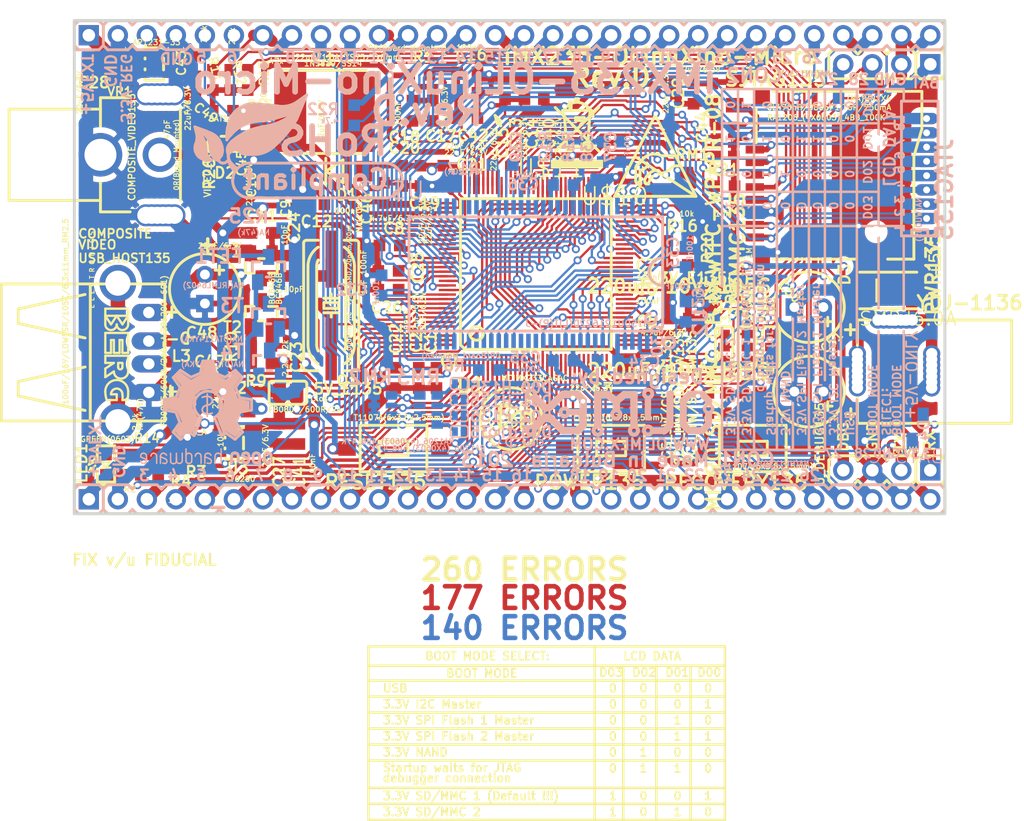
<source format=kicad_pcb>
(kicad_pcb (version 4) (host pcbnew "(2015-08-28 BZR 6132)-product")
  (layers (0 Top signal) (1 Route2 signal) (2 Route15 signal) (31 Bottom signal) (34 B.Paste user) (35 F.Paste user) (36 B.SilkS user hide) (37 F.SilkS user) (38 B.Mask user) (39 F.Mask user) (44 Edge.Cuts user))
  (net 0 "")
  (net 1 GND)
  (net 2 VCC)
  (net 3 +5V)
  (net 4 V+)
  (net 5 +24V)
  (net 6 VPP)
  (net 7 /N$2)
  (net 8 /N$3)
  (net 9 /DCDC_VDDD)
  (net 10 /N$38)
  (net 11 /VDD4P2)
  (net 12 /DCDC_VDDIO)
  (net 13 /DCDC_VDDA)
  (net 14 /VDDXTAL)
  (net 15 /XTALI)
  (net 16 /XTALO)
  (net 17 /N$25)
  (net 18 /SD_VCC)
  (net 19 /N$7)
  (net 20 /N$19)
  (net 21 /N$18)
  (net 22 /+5V_HOST_PWR)
  (net 23 /N$4)
  (net 24 /PIN1/LCD_D00)
  (net 25 /PIN2/LCD_D01)
  (net 26 /PIN3/LCD_D02)
  (net 27 /PIN4/LCD_D03)
  (net 28 /PIN5/LCD_D04)
  (net 29 /PIN6/LCD_D05)
  (net 30 /PIN7/LCD_D06)
  (net 31 /PIN8/LCD_D07)
  (net 32 /PIN9/LCD_D08/SSP2_MISO)
  (net 33 /PIN10/LCD_D09)
  (net 34 /PIN11/LCD_D10)
  (net 35 /PIN12/LCD_D11)
  (net 36 /PIN13/LCD_D12)
  (net 37 /PIN14/LCD_D13)
  (net 38 /PIN15/LCD_D14)
  (net 39 /PIN16/LCD_D15)
  (net 40 /PIN17/LCD_D16)
  (net 41 /PIN18/LCD_D17/USB_EN)
  (net 42 /PIN19/LCD_DOTCLK)
  (net 43 /PIN20/LCD_VSYNC)
  (net 44 /PIN21/LCD_HSYNC/I2C_SDA)
  (net 45 /PIN22/LCD_EN/I2C_SCL)
  (net 46 /PIN23/LCD_DISP)
  (net 47 /PIN24/LCD_WR)
  (net 48 /PIN25/LCD_RS)
  (net 49 /PIN26/LCD_CS)
  (net 50 /AUART1_TXD)
  (net 51 /AUART1_RXD)
  (net 52 /I2C_SCL)
  (net 53 /I2C_SDA)
  (net 54 /SSP2_MOSI)
  (net 55 /SSP2_SCK)
  (net 56 /CS_UEXT_GPIO)
  (net 57 /PWM0/DUART_RXD)
  (net 58 /PWM1/DUART_TXD)
  (net 59 /SJTAG_PSW)
  (net 60 /HPL)
  (net 61 /HPR)
  (net 62 /HP_VGND)
  (net 63 /LIN1_INL)
  (net 64 /LIN1_INR)
  (net 65 /PIN34/MIC)
  (net 66 /PIN33/LRADC0)
  (net 67 /PIN32/LRADC1)
  (net 68 /PIN31)
  (net 69 /PIN30)
  (net 70 /PIN29/SOFT_SCL)
  (net 71 /PIN28/SOFT_SDA)
  (net 72 /PIN27/PWM2)
  (net 73 /CS_UEXT)
  (net 74 /N$105)
  (net 75 /N$104)
  (net 76 /N$103)
  (net 77 /N$101)
  (net 78 /N$11)
  (net 79 /N$12)
  (net 80 /SSP1_SCK)
  (net 81 /SSP1_DATA0)
  (net 82 /SSP1_DATA1)
  (net 83 /SSP1_CMD)
  (net 84 /SSP1_DATA3)
  (net 85 /SSP1_DATA2)
  (net 86 /N$5)
  (net 87 /N$266)
  (net 88 /N$42)
  (net 89 /LED1)
  (net 90 /N$1)
  (net 91 /N$6)
  (net 92 /N$9)
  (net 93 /PSWITCH)
  (net 94 /N$43)
  (net 95 /RESET)
  (net 96 /CS)
  (net 97 /CLKN)
  (net 98 /CLK)
  (net 99 /VDAC1)
  (net 100 "Net-(SD/MMC135-Pad10)")
  (net 101 /DEBUG)
  (net 102 /N$14)
  (net 103 /DQS0)
  (net 104 /DQS1)
  (net 105 /D0)
  (net 106 /D2)
  (net 107 /D1)
  (net 108 /D3)
  (net 109 /DQM0)
  (net 110 /D4)
  (net 111 /D5)
  (net 112 /D6)
  (net 113 /D7)
  (net 114 /D8)
  (net 115 /D9)
  (net 116 /D10)
  (net 117 /D11)
  (net 118 /DQM1)
  (net 119 /D12)
  (net 120 /D13)
  (net 121 /D15)
  (net 122 /D14)
  (net 123 /CASN)
  (net 124 /RASN)
  (net 125 /A12)
  (net 126 /A11)
  (net 127 /A10)
  (net 128 /A9)
  (net 129 /A8)
  (net 130 /A7)
  (net 131 /A6)
  (net 132 /A5)
  (net 133 /A4)
  (net 134 /A3)
  (net 135 /A2)
  (net 136 /A1)
  (net 137 /A0)
  (net 138 /WEN)
  (net 139 /CKE)
  (net 140 /BA0)
  (net 141 /BA1)
  (net 142 /USB_DM)
  (net 143 /USB_DP)
  (module TQFP128LD (layer Top) (at 150.8011 105.6036)
    (fp_text reference U1 (at -4.284 9.062) (layer F.SilkS) (effects (font (size 1.235 1.235) (thickness 0.247)) (justify right top)))
    (fp_text value MCIMX233CAG4C (at -3.1 9.4) (layer F.SilkS) (effects (font (size 0.475 0.475) (thickness 0.095)) (justify left bottom)))
    (pad 1 smd rect (at -6.2 7.75) (size 0.2 1.5) (layers Top F.Paste F.Mask) (net 9 /DCDC_VDDD))
    (pad 2 smd rect (at -5.8 7.75) (size 0.2 1.5) (layers Top F.Paste F.Mask) (net 24 /PIN1/LCD_D00))
    (pad 3 smd rect (at -5.4 7.75) (size 0.2 1.5) (layers Top F.Paste F.Mask) (net 25 /PIN2/LCD_D01))
    (pad 4 smd rect (at -5 7.75) (size 0.2 1.5) (layers Top F.Paste F.Mask) (net 26 /PIN3/LCD_D02))
    (pad 5 smd rect (at -4.6 7.75) (size 0.2 1.5) (layers Top F.Paste F.Mask) (net 27 /PIN4/LCD_D03))
    (pad 6 smd rect (at -4.2 7.75) (size 0.2 1.5) (layers Top F.Paste F.Mask) (net 28 /PIN5/LCD_D04))
    (pad 7 smd rect (at -3.8 7.75) (size 0.2 1.5) (layers Top F.Paste F.Mask) (net 29 /PIN6/LCD_D05))
    (pad 8 smd rect (at -3.4 7.75) (size 0.2 1.5) (layers Top F.Paste F.Mask) (net 30 /PIN7/LCD_D06))
    (pad 9 smd rect (at -3 7.75) (size 0.2 1.5) (layers Top F.Paste F.Mask) (net 31 /PIN8/LCD_D07))
    (pad 10 smd rect (at -2.6 7.75) (size 0.2 1.5) (layers Top F.Paste F.Mask) (net 49 /PIN26/LCD_CS))
    (pad 11 smd rect (at -2.2 7.75) (size 0.2 1.5) (layers Top F.Paste F.Mask) (net 45 /PIN22/LCD_EN/I2C_SCL))
    (pad 12 smd rect (at -1.8 7.75) (size 0.2 1.5) (layers Top F.Paste F.Mask) (net 46 /PIN23/LCD_DISP))
    (pad 13 smd rect (at -1.4 7.75) (size 0.2 1.5) (layers Top F.Paste F.Mask) (net 47 /PIN24/LCD_WR))
    (pad 14 smd rect (at -1 7.75) (size 0.2 1.5) (layers Top F.Paste F.Mask) (net 48 /PIN25/LCD_RS))
    (pad 15 smd rect (at -0.6 7.75) (size 0.2 1.5) (layers Top F.Paste F.Mask) (net 44 /PIN21/LCD_HSYNC/I2C_SDA))
    (pad 16 smd rect (at -0.2 7.75) (size 0.2 1.5) (layers Top F.Paste F.Mask) (net 43 /PIN20/LCD_VSYNC))
    (pad 17 smd rect (at 0.2 7.75) (size 0.2 1.5) (layers Top F.Paste F.Mask) (net 42 /PIN19/LCD_DOTCLK))
    (pad 18 smd rect (at 0.6 7.75) (size 0.2 1.5) (layers Top F.Paste F.Mask) (net 2 VCC))
    (pad 19 smd rect (at 1 7.75) (size 0.2 1.5) (layers Top F.Paste F.Mask) (net 40 /PIN17/LCD_D16))
    (pad 20 smd rect (at 1.4 7.75) (size 0.2 1.5) (layers Top F.Paste F.Mask) (net 41 /PIN18/LCD_D17/USB_EN))
    (pad 21 smd rect (at 1.8 7.75) (size 0.2 1.5) (layers Top F.Paste F.Mask) (net 54 /SSP2_MOSI))
    (pad 22 smd rect (at 2.2 7.75) (size 0.2 1.5) (layers Top F.Paste F.Mask) (net 32 /PIN9/LCD_D08/SSP2_MISO))
    (pad 23 smd rect (at 2.6 7.75) (size 0.2 1.5) (layers Top F.Paste F.Mask) (net 33 /PIN10/LCD_D09))
    (pad 24 smd rect (at 3 7.75) (size 0.2 1.5) (layers Top F.Paste F.Mask) (net 34 /PIN11/LCD_D10))
    (pad 25 smd rect (at 3.4 7.75) (size 0.2 1.5) (layers Top F.Paste F.Mask) (net 35 /PIN12/LCD_D11))
    (pad 26 smd rect (at 3.8 7.75) (size 0.2 1.5) (layers Top F.Paste F.Mask) (net 37 /PIN14/LCD_D13))
    (pad 27 smd rect (at 4.2 7.75) (size 0.2 1.5) (layers Top F.Paste F.Mask) (net 36 /PIN13/LCD_D12))
    (pad 28 smd rect (at 4.6 7.75) (size 0.2 1.5) (layers Top F.Paste F.Mask) (net 39 /PIN16/LCD_D15))
    (pad 29 smd rect (at 5 7.75) (size 0.2 1.5) (layers Top F.Paste F.Mask) (net 38 /PIN15/LCD_D14))
    (pad 30 smd rect (at 5.4 7.75) (size 0.2 1.5) (layers Top F.Paste F.Mask) (net 1 GND))
    (pad 31 smd rect (at 5.8 7.75) (size 0.2 1.5) (layers Top F.Paste F.Mask) (net 71 /PIN28/SOFT_SDA))
    (pad 32 smd rect (at 6.2 7.75) (size 0.2 1.5) (layers Top F.Paste F.Mask) (net 73 /CS_UEXT))
    (pad 33 smd rect (at 7.75 6.2 90) (size 0.2 1.5) (layers Top F.Paste F.Mask) (net 55 /SSP2_SCK))
    (pad 34 smd rect (at 7.75 5.8 90) (size 0.2 1.5) (layers Top F.Paste F.Mask) (net 70 /PIN29/SOFT_SCL))
    (pad 35 smd rect (at 7.75 5.4 90) (size 0.2 1.5) (layers Top F.Paste F.Mask) (net 1 GND))
    (pad 36 smd rect (at 7.75 5 90) (size 0.2 1.5) (layers Top F.Paste F.Mask) (net 98 /CLK))
    (pad 37 smd rect (at 7.75 4.6 90) (size 0.2 1.5) (layers Top F.Paste F.Mask) (net 97 /CLKN))
    (pad 38 smd rect (at 7.75 4.2 90) (size 0.2 1.5) (layers Top F.Paste F.Mask) (net 4 V+))
    (pad 39 smd rect (at 7.75 3.8 90) (size 0.2 1.5) (layers Top F.Paste F.Mask) (net 103 /DQS0))
    (pad 40 smd rect (at 7.75 3.4 90) (size 0.2 1.5) (layers Top F.Paste F.Mask) (net 104 /DQS1))
    (pad 41 smd rect (at 7.75 3 90) (size 0.2 1.5) (layers Top F.Paste F.Mask) (net 105 /D0))
    (pad 42 smd rect (at 7.75 2.6 90) (size 0.2 1.5) (layers Top F.Paste F.Mask) (net 106 /D2))
    (pad 43 smd rect (at 7.75 2.2 90) (size 0.2 1.5) (layers Top F.Paste F.Mask) (net 107 /D1))
    (pad 44 smd rect (at 7.75 1.8 90) (size 0.2 1.5) (layers Top F.Paste F.Mask) (net 108 /D3))
    (pad 45 smd rect (at 7.75 1.4 90) (size 0.2 1.5) (layers Top F.Paste F.Mask) (net 4 V+))
    (pad 46 smd rect (at 7.75 1 90) (size 0.2 1.5) (layers Top F.Paste F.Mask) (net 109 /DQM0))
    (pad 47 smd rect (at 7.75 0.6 90) (size 0.2 1.5) (layers Top F.Paste F.Mask) (net 110 /D4))
    (pad 48 smd rect (at 7.75 0.2 90) (size 0.2 1.5) (layers Top F.Paste F.Mask) (net 111 /D5))
    (pad 49 smd rect (at 7.75 -0.2 90) (size 0.2 1.5) (layers Top F.Paste F.Mask) (net 112 /D6))
    (pad 50 smd rect (at 7.75 -0.6 90) (size 0.2 1.5) (layers Top F.Paste F.Mask) (net 113 /D7))
    (pad 51 smd rect (at 7.75 -1 90) (size 0.2 1.5) (layers Top F.Paste F.Mask) (net 114 /D8))
    (pad 52 smd rect (at 7.75 -1.4 90) (size 0.2 1.5) (layers Top F.Paste F.Mask) (net 115 /D9))
    (pad 53 smd rect (at 7.75 -1.8 90) (size 0.2 1.5) (layers Top F.Paste F.Mask) (net 4 V+))
    (pad 54 smd rect (at 7.75 -2.2 90) (size 0.2 1.5) (layers Top F.Paste F.Mask) (net 116 /D10))
    (pad 55 smd rect (at 7.75 -2.6 90) (size 0.2 1.5) (layers Top F.Paste F.Mask) (net 117 /D11))
    (pad 56 smd rect (at 7.75 -3 90) (size 0.2 1.5) (layers Top F.Paste F.Mask) (net 118 /DQM1))
    (pad 57 smd rect (at 7.75 -3.4 90) (size 0.2 1.5) (layers Top F.Paste F.Mask) (net 119 /D12))
    (pad 58 smd rect (at 7.75 -3.8 90) (size 0.2 1.5) (layers Top F.Paste F.Mask) (net 120 /D13))
    (pad 59 smd rect (at 7.75 -4.2 90) (size 0.2 1.5) (layers Top F.Paste F.Mask) (net 121 /D15))
    (pad 60 smd rect (at 7.75 -4.6 90) (size 0.2 1.5) (layers Top F.Paste F.Mask) (net 122 /D14))
    (pad 61 smd rect (at 7.75 -5 90) (size 0.2 1.5) (layers Top F.Paste F.Mask) (net 123 /CASN))
    (pad 62 smd rect (at 7.75 -5.4 90) (size 0.2 1.5) (layers Top F.Paste F.Mask) (net 124 /RASN))
    (pad 63 smd rect (at 7.75 -5.8 90) (size 0.2 1.5) (layers Top F.Paste F.Mask) (net 96 /CS))
    (pad 64 smd rect (at 7.75 -6.2 90) (size 0.2 1.5) (layers Top F.Paste F.Mask) (net 125 /A12))
    (pad 65 smd rect (at 6.2 -7.75 180) (size 0.2 1.5) (layers Top F.Paste F.Mask) (net 126 /A11))
    (pad 66 smd rect (at 5.8 -7.75 180) (size 0.2 1.5) (layers Top F.Paste F.Mask) (net 127 /A10))
    (pad 67 smd rect (at 5.4 -7.75 180) (size 0.2 1.5) (layers Top F.Paste F.Mask) (net 128 /A9))
    (pad 68 smd rect (at 5 -7.75 180) (size 0.2 1.5) (layers Top F.Paste F.Mask) (net 129 /A8))
    (pad 69 smd rect (at 4.6 -7.75 180) (size 0.2 1.5) (layers Top F.Paste F.Mask) (net 130 /A7))
    (pad 70 smd rect (at 4.2 -7.75 180) (size 0.2 1.5) (layers Top F.Paste F.Mask) (net 131 /A6))
    (pad 71 smd rect (at 3.8 -7.75 180) (size 0.2 1.5) (layers Top F.Paste F.Mask) (net 132 /A5))
    (pad 72 smd rect (at 3.4 -7.75 180) (size 0.2 1.5) (layers Top F.Paste F.Mask) (net 133 /A4))
    (pad 73 smd rect (at 3 -7.75 180) (size 0.2 1.5) (layers Top F.Paste F.Mask) (net 134 /A3))
    (pad 74 smd rect (at 2.6 -7.75 180) (size 0.2 1.5) (layers Top F.Paste F.Mask) (net 135 /A2))
    (pad 75 smd rect (at 2.2 -7.75 180) (size 0.2 1.5) (layers Top F.Paste F.Mask) (net 136 /A1))
    (pad 76 smd rect (at 1.8 -7.75 180) (size 0.2 1.5) (layers Top F.Paste F.Mask) (net 137 /A0))
    (pad 77 smd rect (at 1.4 -7.75 180) (size 0.2 1.5) (layers Top F.Paste F.Mask) (net 138 /WEN))
    (pad 78 smd rect (at 1 -7.75 180) (size 0.2 1.5) (layers Top F.Paste F.Mask) (net 139 /CKE))
    (pad 79 smd rect (at 0.6 -7.75 180) (size 0.2 1.5) (layers Top F.Paste F.Mask) (net 140 /BA0))
    (pad 80 smd rect (at 0.2 -7.75 180) (size 0.2 1.5) (layers Top F.Paste F.Mask) (net 141 /BA1))
    (pad 81 smd rect (at -0.2 -7.75 180) (size 0.2 1.5) (layers Top F.Paste F.Mask) (net 69 /PIN30))
    (pad 82 smd rect (at -0.6 -7.75 180) (size 0.2 1.5) (layers Top F.Paste F.Mask) (net 68 /PIN31))
    (pad 83 smd rect (at -1 -7.75 180) (size 0.2 1.5) (layers Top F.Paste F.Mask) (net 83 /SSP1_CMD))
    (pad 84 smd rect (at -1.4 -7.75 180) (size 0.2 1.5) (layers Top F.Paste F.Mask) (net 81 /SSP1_DATA0))
    (pad 85 smd rect (at -1.8 -7.75 180) (size 0.2 1.5) (layers Top F.Paste F.Mask) (net 82 /SSP1_DATA1))
    (pad 86 smd rect (at -2.2 -7.75 180) (size 0.2 1.5) (layers Top F.Paste F.Mask) (net 85 /SSP1_DATA2))
    (pad 87 smd rect (at -2.6 -7.75 180) (size 0.2 1.5) (layers Top F.Paste F.Mask) (net 84 /SSP1_DATA3))
    (pad 88 smd rect (at -3 -7.75 180) (size 0.2 1.5) (layers Top F.Paste F.Mask) (net 89 /LED1))
    (pad 89 smd rect (at -3.4 -7.75 180) (size 0.2 1.5) (layers Top F.Paste F.Mask) (net 101 /DEBUG))
    (pad 90 smd rect (at -3.8 -7.75 180) (size 0.2 1.5) (layers Top F.Paste F.Mask) (net 80 /SSP1_SCK))
    (pad 91 smd rect (at -4.2 -7.75 180) (size 0.2 1.5) (layers Top F.Paste F.Mask) (net 72 /PIN27/PWM2))
    (pad 92 smd rect (at -4.6 -7.75 180) (size 0.2 1.5) (layers Top F.Paste F.Mask) (net 2 VCC))
    (pad 93 smd rect (at -5 -7.75 180) (size 0.2 1.5) (layers Top F.Paste F.Mask) (net 9 /DCDC_VDDD))
    (pad 94 smd rect (at -5.4 -7.75 180) (size 0.2 1.5) (layers Top F.Paste F.Mask) (net 9 /DCDC_VDDD))
    (pad 95 smd rect (at -5.8 -7.75 180) (size 0.2 1.5) (layers Top F.Paste F.Mask) (net 12 /DCDC_VDDIO))
    (pad 96 smd rect (at -6.2 -7.75 180) (size 0.2 1.5) (layers Top F.Paste F.Mask) (net 13 /DCDC_VDDA))
    (pad 97 smd rect (at -7.75 -6.2 270) (size 0.2 1.5) (layers Top F.Paste F.Mask) (net 21 /N$18))
    (pad 98 smd rect (at -7.75 -5.8 270) (size 0.2 1.5) (layers Top F.Paste F.Mask) (net 1 GND))
    (pad 99 smd rect (at -7.75 -5.4 270) (size 0.2 1.5) (layers Top F.Paste F.Mask) (net 20 /N$19))
    (pad 100 smd rect (at -7.75 -5 270) (size 0.2 1.5) (layers Top F.Paste F.Mask) (net 5 +24V))
    (pad 101 smd rect (at -7.75 -4.6 270) (size 0.2 1.5) (layers Top F.Paste F.Mask) (net 11 /VDD4P2))
    (pad 102 smd rect (at -7.75 -4.2 270) (size 0.2 1.5) (layers Top F.Paste F.Mask) (net 3 +5V))
    (pad 103 smd rect (at -7.75 -3.8 270) (size 0.2 1.5) (layers Top F.Paste F.Mask) (net 5 +24V))
    (pad 104 smd rect (at -7.75 -3.4 270) (size 0.2 1.5) (layers Top F.Paste F.Mask) (net 99 /VDAC1))
    (pad 105 smd rect (at -7.75 -3 270) (size 0.2 1.5) (layers Top F.Paste F.Mask) (net 1 GND))
    (pad 106 smd rect (at -7.75 -2.6 270) (size 0.2 1.5) (layers Top F.Paste F.Mask) (net 4 V+))
    (pad 107 smd rect (at -7.75 -2.2 270) (size 0.2 1.5) (layers Top F.Paste F.Mask) (net 67 /PIN32/LRADC1))
    (pad 108 smd rect (at -7.75 -1.8 270) (size 0.2 1.5) (layers Top F.Paste F.Mask) (net 66 /PIN33/LRADC0))
    (pad 109 smd rect (at -7.75 -1.4 270) (size 0.2 1.5) (layers Top F.Paste F.Mask) (net 61 /HPR))
    (pad 110 smd rect (at -7.75 -1 270) (size 0.2 1.5) (layers Top F.Paste F.Mask) (net 13 /DCDC_VDDA))
    (pad 111 smd rect (at -7.75 -0.6 270) (size 0.2 1.5) (layers Top F.Paste F.Mask) (net 62 /HP_VGND))
    (pad 112 smd rect (at -7.75 -0.2 270) (size 0.2 1.5) (layers Top F.Paste F.Mask) (net 1 GND))
    (pad 113 smd rect (at -7.75 0.2 270) (size 0.2 1.5) (layers Top F.Paste F.Mask) (net 60 /HPL))
    (pad 114 smd rect (at -7.75 0.6 270) (size 0.2 1.5) (layers Top F.Paste F.Mask) (net 64 /LIN1_INR))
    (pad 115 smd rect (at -7.75 1 270) (size 0.2 1.5) (layers Top F.Paste F.Mask) (net 63 /LIN1_INL))
    (pad 116 smd rect (at -7.75 1.4 270) (size 0.2 1.5) (layers Top F.Paste F.Mask) (net 65 /PIN34/MIC))
    (pad 117 smd rect (at -7.75 1.8 270) (size 0.2 1.5) (layers Top F.Paste F.Mask) (net 17 /N$25))
    (pad 118 smd rect (at -7.75 2.2 270) (size 0.2 1.5) (layers Top F.Paste F.Mask) (net 1 GND))
    (pad 119 smd rect (at -7.75 2.6 270) (size 0.2 1.5) (layers Top F.Paste F.Mask) (net 93 /PSWITCH))
    (pad 120 smd rect (at -7.75 3 270) (size 0.2 1.5) (layers Top F.Paste F.Mask) (net 14 /VDDXTAL))
    (pad 121 smd rect (at -7.75 3.4 270) (size 0.2 1.5) (layers Top F.Paste F.Mask) (net 16 /XTALO))
    (pad 122 smd rect (at -7.75 3.8 270) (size 0.2 1.5) (layers Top F.Paste F.Mask) (net 15 /XTALI))
    (pad 123 smd rect (at -7.75 4.2 270) (size 0.2 1.5) (layers Top F.Paste F.Mask) (net 142 /USB_DM))
    (pad 124 smd rect (at -7.75 4.6 270) (size 0.2 1.5) (layers Top F.Paste F.Mask) (net 143 /USB_DP))
    (pad 125 smd rect (at -7.75 5 270) (size 0.2 1.5) (layers Top F.Paste F.Mask) (net 57 /PWM0/DUART_RXD))
    (pad 126 smd rect (at -7.75 5.4 270) (size 0.2 1.5) (layers Top F.Paste F.Mask) (net 58 /PWM1/DUART_TXD))
    (pad 127 smd rect (at -7.75 5.8 270) (size 0.2 1.5) (layers Top F.Paste F.Mask) (net 50 /AUART1_TXD))
    (pad 128 smd rect (at -7.75 6.2 270) (size 0.2 1.5) (layers Top F.Paste F.Mask) (net 51 /AUART1_RXD))
  )
  (module C0603_DWS (layer Top) (at 142.1011 114.7036 90)
    (fp_text reference C1 (at 2.07 0.05 90) (layer F.SilkS) (effects (font (size 0.95 0.95) (thickness 0.19)) (justify left bottom)))
    (fp_text value 22uF/6.3V (at 3.7 -0.9 90) (layer F.SilkS) (effects (font (size 0.475 0.475) (thickness 0.095)) (justify left bottom)))
    (pad 1 smd rect (at -0.889 0 90) (size 1.016 1.016) (layers Top F.Paste F.Mask) (net 1 GND))
    (pad 2 smd rect (at 0.889 0 90) (size 1.016 1.016) (layers Top F.Paste F.Mask) (net 9 /DCDC_VDDD))
  )
  (module C0603_DWS (layer Top) (at 140.5511 114.7036 90)
    (fp_text reference C2 (at 2.07 0.33 90) (layer F.SilkS) (effects (font (size 0.95 0.95) (thickness 0.19)) (justify left bottom)))
    (fp_text value 22uF/6.3V (at 3.7 0 90) (layer F.SilkS) (effects (font (size 0.475 0.475) (thickness 0.095)) (justify left bottom)))
    (pad 1 smd rect (at -0.889 0 90) (size 1.016 1.016) (layers Top F.Paste F.Mask) (net 1 GND))
    (pad 2 smd rect (at 0.889 0 90) (size 1.016 1.016) (layers Top F.Paste F.Mask) (net 9 /DCDC_VDDD))
  )
  (module C1206 (layer Top) (at 158.7011 115.1036 90)
    (fp_text reference C3 (at 0 -1 360) (layer F.SilkS) (effects (font (size 0.95 0.95) (thickness 0.19)) (justify right top)))
    (fp_text value 22uF/6.3V (at -0.2 -1.1 360) (layer F.SilkS) (effects (font (size 0.475 0.475) (thickness 0.095)) (justify right top)))
    (pad 1 smd rect (at -1.4 0 90) (size 1.6 1.8) (layers Top F.Paste F.Mask) (net 1 GND))
    (pad 2 smd rect (at 1.4 0 90) (size 1.6 1.8) (layers Top F.Paste F.Mask) (net 2 VCC))
  )
  (module C0603_DWS (layer Top) (at 151.5011 89.4036 270)
    (fp_text reference C40 (at 2.4 0.1 450) (layer F.SilkS) (effects (font (size 0.95 0.95) (thickness 0.19)) (justify right top)))
    (fp_text value 22uF/6.3V (at 2.4 -1 450) (layer F.SilkS) (effects (font (size 0.475 0.475) (thickness 0.095)) (justify right top)))
    (pad 1 smd rect (at -0.889 0 270) (size 1.016 1.016) (layers Top F.Paste F.Mask) (net 1 GND))
    (pad 2 smd rect (at 0.889 0 270) (size 1.016 1.016) (layers Top F.Paste F.Mask) (net 2 VCC))
  )
  (module C0603_DWS (layer Top) (at 163.3011 109.5036 180)
    (fp_text reference C5 (at 1.7 0.3 360) (layer F.SilkS) (effects (font (size 0.95 0.95) (thickness 0.19)) (justify right top)))
    (fp_text value 4.7uF/6.3V (at 3.4 -1.5 360) (layer F.SilkS) (effects (font (size 0.475 0.475) (thickness 0.095)) (justify left bottom)))
    (pad 1 smd rect (at -0.889 0 180) (size 1.016 1.016) (layers Top F.Paste F.Mask) (net 1 GND))
    (pad 2 smd rect (at 0.889 0 180) (size 1.016 1.016) (layers Top F.Paste F.Mask) (net 4 V+))
  )
  (module C0603_DWS (layer Top) (at 163.2011 107.0036 180)
    (fp_text reference C6 (at 1.7 0.6 360) (layer F.SilkS) (effects (font (size 0.95 0.95) (thickness 0.19)) (justify right top)))
    (fp_text value 100nF (at 1.4 -0.7 360) (layer F.SilkS) (effects (font (size 0.475 0.475) (thickness 0.095)) (justify right top)))
    (pad 1 smd rect (at -0.889 0 180) (size 1.016 1.016) (layers Top F.Paste F.Mask) (net 1 GND))
    (pad 2 smd rect (at 0.889 0 180) (size 1.016 1.016) (layers Top F.Paste F.Mask) (net 4 V+))
  )
  (module C0603_DWS (layer Top) (at 163.2011 104.8036 180)
    (fp_text reference C7 (at 1.7 0.5 360) (layer F.SilkS) (effects (font (size 0.95 0.95) (thickness 0.19)) (justify right top)))
    (fp_text value 100nF (at 1.3 -0.8 360) (layer F.SilkS) (effects (font (size 0.475 0.475) (thickness 0.095)) (justify right top)))
    (pad 1 smd rect (at -0.889 0 180) (size 1.016 1.016) (layers Top F.Paste F.Mask) (net 1 GND))
    (pad 2 smd rect (at 0.889 0 180) (size 1.016 1.016) (layers Top F.Paste F.Mask) (net 4 V+))
  )
  (module C0603_DWS (layer Top) (at 138.0011 103.1036)
    (fp_text reference C8 (at -0.673 -0.958) (layer F.SilkS) (effects (font (size 0.95 0.95) (thickness 0.19)) (justify left bottom)))
    (fp_text value 4.7uF/6.3V (at -1.8 -2.1) (layer F.SilkS) (effects (font (size 0.475 0.475) (thickness 0.095)) (justify left bottom)))
    (pad 1 smd rect (at -0.889 0) (size 1.016 1.016) (layers Top F.Paste F.Mask) (net 1 GND))
    (pad 2 smd rect (at 0.889 0) (size 1.016 1.016) (layers Top F.Paste F.Mask) (net 4 V+))
  )
  (module C0603_DWS (layer Top) (at 128.9011 97.2036 90)
    (fp_text reference C9 (at -1.824 -0.454 90) (layer F.SilkS) (effects (font (size 0.77216 0.77216) (thickness 0.154432)) (justify right top)))
    (fp_text value 22uF/6.3V (at 3 3.4 90) (layer F.SilkS) (effects (font (size 0.475 0.475) (thickness 0.095)) (justify left bottom)))
    (pad 1 smd rect (at -0.889 0 90) (size 1.016 1.016) (layers Top F.Paste F.Mask) (net 1 GND))
    (pad 2 smd rect (at 0.889 0 90) (size 1.016 1.016) (layers Top F.Paste F.Mask) (net 11 /VDD4P2))
  )
  (module C0603_DWS (layer Top) (at 127.3011 97.2036 90)
    (fp_text reference C10 (at -1.7976 -0.9438 90) (layer F.SilkS) (effects (font (size 0.77216 0.77216) (thickness 0.154432)) (justify left bottom)))
    (fp_text value 22uF/6.3V (at -2.5 -1.3 90) (layer F.SilkS) (effects (font (size 0.475 0.475) (thickness 0.095)) (justify left bottom)))
    (pad 1 smd rect (at -0.889 0 90) (size 1.016 1.016) (layers Top F.Paste F.Mask) (net 1 GND))
    (pad 2 smd rect (at 0.889 0 90) (size 1.016 1.016) (layers Top F.Paste F.Mask) (net 11 /VDD4P2))
  )
  (module C0603_DWS (layer Top) (at 126.8011 102.0036 180)
    (fp_text reference C11 (at 1.492 0.9678 360) (layer F.SilkS) (effects (font (size 0.95 0.95) (thickness 0.19)) (justify left bottom)))
    (fp_text value 22uF/6.3V (at 1.73 -0.86 360) (layer F.SilkS) (effects (font (size 0.475 0.475) (thickness 0.095)) (justify right top)))
    (pad 1 smd rect (at -0.889 0 180) (size 1.016 1.016) (layers Top F.Paste F.Mask) (net 1 GND))
    (pad 2 smd rect (at 0.889 0 180) (size 1.016 1.016) (layers Top F.Paste F.Mask) (net 3 +5V))
  )
  (module C0603_DWS (layer Top) (at 131.4011 99.5036 180)
    (fp_text reference C12 (at -1.701 -0.938 360) (layer F.SilkS) (effects (font (size 0.95 0.95) (thickness 0.19)) (justify right top)))
    (fp_text value 100nF (at -1.73 -0.84 360) (layer F.SilkS) (effects (font (size 0.475 0.475) (thickness 0.095)) (justify left bottom)))
    (pad 1 smd rect (at -0.889 0 180) (size 1.016 1.016) (layers Top F.Paste F.Mask) (net 1 GND))
    (pad 2 smd rect (at 0.889 0 180) (size 1.016 1.016) (layers Top F.Paste F.Mask) (net 3 +5V))
  )
  (module C0603_DWS (layer Top) (at 148.1011 89.4036 270)
    (fp_text reference C13 (at 2.4 -0.4 450) (layer F.SilkS) (effects (font (size 0.95 0.95) (thickness 0.19)) (justify right top)))
    (fp_text value 22uF/6.3V (at 2.4 -1.4 450) (layer F.SilkS) (effects (font (size 0.475 0.475) (thickness 0.095)) (justify right top)))
    (pad 1 smd rect (at -0.889 0 270) (size 1.016 1.016) (layers Top F.Paste F.Mask) (net 1 GND))
    (pad 2 smd rect (at 0.889 0 270) (size 1.016 1.016) (layers Top F.Paste F.Mask) (net 9 /DCDC_VDDD))
  )
  (module C0603_DWS (layer Top) (at 149.8011 89.4036 270)
    (fp_text reference C14 (at 2.4 -0.1 450) (layer F.SilkS) (effects (font (size 0.95 0.95) (thickness 0.19)) (justify right top)))
    (fp_text value 100nF (at 2.4 -1.1 450) (layer F.SilkS) (effects (font (size 0.475 0.475) (thickness 0.095)) (justify right top)))
    (pad 1 smd rect (at -0.889 0 270) (size 1.016 1.016) (layers Top F.Paste F.Mask) (net 1 GND))
    (pad 2 smd rect (at 0.889 0 270) (size 1.016 1.016) (layers Top F.Paste F.Mask) (net 9 /DCDC_VDDD))
  )
  (module 0603_0R (layer Top) (at 140.6011 88.1536)
    (fp_text reference R1 (at -0.7002 -1.0208) (layer F.SilkS) (effects (font (size 0.95 0.95) (thickness 0.19)) (justify left bottom)))
    (fp_text value "0R(Board_Mounted)" (at -4.57 -2.06) (layer F.SilkS) (effects (font (size 0.475 0.475) (thickness 0.095)) (justify left bottom)))
    (pad 1 smd rect (at -0.889 0) (size 1.016 1.016) (layers Top F.Paste F.Mask) (net 2 VCC))
    (pad 2 smd rect (at 0.889 0) (size 1.016 1.016) (layers Top F.Paste F.Mask) (net 12 /DCDC_VDDIO))
  )
  (module C0603_DWS (layer Top) (at 144.8011 89.7286 180)
    (fp_text reference C15 (at -2.5296 -2.879 450) (layer F.SilkS) (effects (font (size 0.95 0.95) (thickness 0.19)) (justify right top)))
    (fp_text value 22uF/6.3V (at -2.035 -3.005 450) (layer F.SilkS) (effects (font (size 0.475 0.475) (thickness 0.095)) (justify right top)))
    (pad 1 smd rect (at -0.889 0 180) (size 1.016 1.016) (layers Top F.Paste F.Mask) (net 1 GND))
    (pad 2 smd rect (at 0.889 0 180) (size 1.016 1.016) (layers Top F.Paste F.Mask) (net 12 /DCDC_VDDIO))
  )
  (module C0603_DWS (layer Top) (at 144.8011 87.9536 180)
    (fp_text reference C16 (at 1.1628 0.9996 360) (layer F.SilkS) (effects (font (size 0.95 0.95) (thickness 0.19)) (justify left bottom)))
    (fp_text value 100nF (at 1.02 1.91 360) (layer F.SilkS) (effects (font (size 0.475 0.475) (thickness 0.095)) (justify left bottom)))
    (pad 1 smd rect (at -0.889 0 180) (size 1.016 1.016) (layers Top F.Paste F.Mask) (net 1 GND))
    (pad 2 smd rect (at 0.889 0 180) (size 1.016 1.016) (layers Top F.Paste F.Mask) (net 12 /DCDC_VDDIO))
  )
  (module C0603_DWS (layer Top) (at 141.7761 91.3036 270)
    (fp_text reference C17 (at 2.7604 0.7862 360) (layer F.SilkS) (effects (font (size 0.95 0.95) (thickness 0.19)) (justify left bottom)))
    (fp_text value 22uF/6.3V (at 1.67 -1.34 450) (layer F.SilkS) (effects (font (size 0.475 0.475) (thickness 0.095)) (justify left bottom)))
    (pad 1 smd rect (at -0.889 0 270) (size 1.016 1.016) (layers Top F.Paste F.Mask) (net 1 GND))
    (pad 2 smd rect (at 0.889 0 270) (size 1.016 1.016) (layers Top F.Paste F.Mask) (net 13 /DCDC_VDDA))
  )
  (module C0603_DWS (layer Top) (at 140.0011 91.3036 270)
    (fp_text reference C18 (at 1.7496 -0.7954 360) (layer F.SilkS) (effects (font (size 0.95 0.95) (thickness 0.19)) (justify right top)))
    (fp_text value 100nF (at 1.4 1 450) (layer F.SilkS) (effects (font (size 0.475 0.475) (thickness 0.095)) (justify left bottom)))
    (pad 1 smd rect (at -0.889 0 270) (size 1.016 1.016) (layers Top F.Paste F.Mask) (net 1 GND))
    (pad 2 smd rect (at 0.889 0 270) (size 1.016 1.016) (layers Top F.Paste F.Mask) (net 13 /DCDC_VDDA))
  )
  (module C0603_DWS (layer Top) (at 140.7011 97.0036 90)
    (fp_text reference C19 (at -2.951 -1.152 360) (layer F.SilkS) (effects (font (size 0.95 0.95) (thickness 0.19)) (justify left bottom)))
    (fp_text value 22uF/6.3V (at -2.13 0.46 90) (layer F.SilkS) (effects (font (size 0.475 0.475) (thickness 0.095)) (justify right top)))
    (pad 1 smd rect (at -0.889 0 90) (size 1.016 1.016) (layers Top F.Paste F.Mask) (net 1 GND))
    (pad 2 smd rect (at 0.889 0 90) (size 1.016 1.016) (layers Top F.Paste F.Mask) (net 5 +24V))
  )
  (module C0603_DWS (layer Top) (at 139.1011 97.0036 90)
    (fp_text reference C20 (at 1.882 -1.304 360) (layer F.SilkS) (effects (font (size 0.95 0.95) (thickness 0.19)) (justify left bottom)))
    (fp_text value 22uF/6.3V (at -2.13 1.46 90) (layer F.SilkS) (effects (font (size 0.475 0.475) (thickness 0.095)) (justify right top)))
    (pad 1 smd rect (at -0.889 0 90) (size 1.016 1.016) (layers Top F.Paste F.Mask) (net 1 GND))
    (pad 2 smd rect (at 0.889 0 90) (size 1.016 1.016) (layers Top F.Paste F.Mask) (net 5 +24V))
  )
  (module C0603_DWS (layer Top) (at 142.7011 97.0036 90)
    (fp_text reference C21 (at 0.4 1 360) (layer F.SilkS) (effects (font (size 0.95 0.95) (thickness 0.19)) (justify left bottom)))
    (fp_text value 22uF/6.3V (at 1.76 0.03 360) (layer F.SilkS) (effects (font (size 0.475 0.475) (thickness 0.095)) (justify left bottom)))
    (pad 1 smd rect (at -0.889 0 90) (size 1.016 1.016) (layers Top F.Paste F.Mask) (net 1 GND))
    (pad 2 smd rect (at 0.889 0 90) (size 1.016 1.016) (layers Top F.Paste F.Mask) (net 5 +24V))
  )
  (module HC49%2fSMD2_THIN (layer Top) (at 132.8851 108.3616 270)
    (fp_text reference Q1 (at 6.05 -2.532 360) (layer F.SilkS) (effects (font (size 0.95 0.95) (thickness 0.19)) (justify right top)))
    (fp_text value Q24.000MHz/HC-49SM/SMD/20ppm/20pF (at 5.315 -1.791 450) (layer F.SilkS) (effects (font (size 0.38 0.38) (thickness 0.076)) (justify left bottom)))
    (pad 1 smd rect (at -4.064 0 270) (size 5 1) (layers Top F.Paste F.Mask) (net 16 /XTALO))
    (pad 2 smd rect (at 4.064 0 270) (size 5 1) (layers Top F.Paste F.Mask) (net 15 /XTALI))
  )
  (module C0603_DWS (layer Top) (at 129.6861 109.0776 90)
    (fp_text reference C23 (at -2.3 -0.4 90) (layer F.SilkS) (effects (font (size 0.95 0.95) (thickness 0.19)) (justify right top)))
    (fp_text value 10pF (at 1.859 -1.011 360) (layer F.SilkS) (effects (font (size 0.475 0.475) (thickness 0.095)) (justify left bottom)))
    (pad 1 smd rect (at -0.889 0 90) (size 1.016 1.016) (layers Top F.Paste F.Mask) (net 1 GND))
    (pad 2 smd rect (at 0.889 0 90) (size 1.016 1.016) (layers Top F.Paste F.Mask) (net 15 /XTALI))
  )
  (module C0603_DWS (layer Top) (at 129.6861 104.8866 270)
    (fp_text reference C24 (at -1.835 -0.526 450) (layer F.SilkS) (effects (font (size 0.95 0.95) (thickness 0.19)) (justify left bottom)))
    (fp_text value 10pF (at -1.8 0.6 450) (layer F.SilkS) (effects (font (size 0.475 0.475) (thickness 0.095)) (justify left bottom)))
    (pad 1 smd rect (at -0.889 0 270) (size 1.016 1.016) (layers Top F.Paste F.Mask) (net 1 GND))
    (pad 2 smd rect (at 0.889 0 270) (size 1.016 1.016) (layers Top F.Paste F.Mask) (net 16 /XTALO))
  )
  (module C0603_DWS (layer Top) (at 137.9011 106.9786)
    (fp_text reference C26 (at 1.354 1) (layer F.SilkS) (effects (font (size 0.95 0.95) (thickness 0.19)) (justify right top)))
    (fp_text value 1uF (at -1.86 0.47 90) (layer F.SilkS) (effects (font (size 0.475 0.475) (thickness 0.095)) (justify left bottom)))
    (pad 1 smd rect (at -0.889 0) (size 1.016 1.016) (layers Top F.Paste F.Mask) (net 1 GND))
    (pad 2 smd rect (at 0.889 0) (size 1.016 1.016) (layers Top F.Paste F.Mask) (net 17 /N$25))
  )
  (module C0603_DWS (layer Top) (at 138.5011 114.7036 90)
    (fp_text reference C22 (at 1.943 0.602 90) (layer F.SilkS) (effects (font (size 0.95 0.95) (thickness 0.19)) (justify left bottom)))
    (fp_text value 100nF (at 3.7 1.3 90) (layer F.SilkS) (effects (font (size 0.475 0.475) (thickness 0.095)) (justify left bottom)))
    (pad 1 smd rect (at -0.889 0 90) (size 1.016 1.016) (layers Top F.Paste F.Mask) (net 1 GND))
    (pad 2 smd rect (at 0.889 0 90) (size 1.016 1.016) (layers Top F.Paste F.Mask) (net 14 /VDDXTAL))
  )
  (module C0603_DWS (layer Top) (at 137.9011 105.3286)
    (fp_text reference C25 (at 3.127 1.2 90) (layer F.SilkS) (effects (font (size 0.95 0.95) (thickness 0.19)) (justify left bottom)))
    (fp_text value 100nF (at -1.9 0.4 90) (layer F.SilkS) (effects (font (size 0.475 0.475) (thickness 0.095)) (justify left bottom)))
    (pad 1 smd rect (at -0.889 0) (size 1.016 1.016) (layers Top F.Paste F.Mask) (net 1 GND))
    (pad 2 smd rect (at 0.889 0) (size 1.016 1.016) (layers Top F.Paste F.Mask) (net 13 /DCDC_VDDA))
  )
  (module R0603_5MIL_DWS (layer Top) (at 165.9011 116.9036 270)
    (fp_text reference R7 (at -8.5 -1.2 450) (layer F.SilkS) (effects (font (size 0.95 0.95) (thickness 0.19)) (justify left bottom)))
    (fp_text value 1k/1% (at -8.4 -0.9 450) (layer F.SilkS) (effects (font (size 0.475 0.475) (thickness 0.095)) (justify left bottom)))
    (pad 1 smd rect (at -0.889 0 270) (size 1.016 1.016) (layers Top F.Paste F.Mask) (net 93 /PSWITCH))
    (pad 2 smd rect (at 0.889 0 270) (size 1.016 1.016) (layers Top F.Paste F.Mask) (net 59 /SJTAG_PSW))
  )
  (module R0603_5MIL_DWS (layer Top) (at 167.4261 116.9036 270)
    (fp_text reference R8 (at -8.5 -1.075 450) (layer F.SilkS) (effects (font (size 0.95 0.95) (thickness 0.19)) (justify left bottom)))
    (fp_text value 1k/1% (at -8.4 -0.9 450) (layer F.SilkS) (effects (font (size 0.475 0.475) (thickness 0.095)) (justify left bottom)))
    (pad 1 smd rect (at -0.889 0 270) (size 1.016 1.016) (layers Top F.Paste F.Mask) (net 10 /N$38))
    (pad 2 smd rect (at 0.889 0 270) (size 1.016 1.016) (layers Top F.Paste F.Mask) (net 59 /SJTAG_PSW))
  )
  (module C0603_DWS (layer Top) (at 168.9511 116.9036 270)
    (fp_text reference C4 (at -8.5 -0.95 450) (layer F.SilkS) (effects (font (size 0.95 0.95) (thickness 0.19)) (justify left bottom)))
    (fp_text value 100nF (at -7.4 -0.8 450) (layer F.SilkS) (effects (font (size 0.475 0.475) (thickness 0.095)) (justify left bottom)))
    (pad 1 smd rect (at -0.889 0 270) (size 1.016 1.016) (layers Top F.Paste F.Mask) (net 10 /N$38))
    (pad 2 smd rect (at 0.889 0 270) (size 1.016 1.016) (layers Top F.Paste F.Mask) (net 1 GND))
  )
  (module R0603_5MIL_DWS (layer Top) (at 170.4761 116.9036 90)
    (fp_text reference R5 (at 8.5 0.825 90) (layer F.SilkS) (effects (font (size 0.95 0.95) (thickness 0.19)) (justify left bottom)))
    (fp_text value 10k (at 7.7 0.7 90) (layer F.SilkS) (effects (font (size 0.475 0.475) (thickness 0.095)) (justify left bottom)))
    (pad 1 smd rect (at -0.889 0 90) (size 1.016 1.016) (layers Top F.Paste F.Mask) (net 92 /N$9))
    (pad 2 smd rect (at 0.889 0 90) (size 1.016 1.016) (layers Top F.Paste F.Mask) (net 2 VCC))
  )
  (module SOT23 (layer Top) (at 126.7651 104.8866 180)
    (fp_text reference T1 (at 1.6 1.8 360) (layer F.SilkS) (effects (font (size 0.95 0.95) (thickness 0.19)) (justify right top)))
    (fp_text value BC846B (at -0.672 -0.534 450) (layer F.SilkS) (effects (font (size 0.475 0.475) (thickness 0.095)) (justify right top)))
    (pad 3 smd rect (at 0 -1.1 180) (size 1 1.4) (layers Top F.Paste F.Mask) (net 16 /XTALO))
    (pad 2 smd rect (at 0.95 1.1 180) (size 1 1.4) (layers Top F.Paste F.Mask) (net 1 GND))
    (pad 1 smd rect (at -0.95 1.1 180) (size 1 1.4) (layers Top F.Paste F.Mask) (net 1 GND))
  )
  (module SOT23 (layer Top) (at 126.7651 109.0776)
    (fp_text reference T2 (at -1.573 0.6254) (layer F.SilkS) (effects (font (size 0.95 0.95) (thickness 0.19)) (justify right top)))
    (fp_text value BC846B (at 1.272 -3.648 90) (layer F.SilkS) (effects (font (size 0.475 0.475) (thickness 0.095)) (justify right top)))
    (pad 3 smd rect (at 0 -1.1) (size 1 1.4) (layers Top F.Paste F.Mask) (net 15 /XTALI))
    (pad 2 smd rect (at 0.95 1.1) (size 1 1.4) (layers Top F.Paste F.Mask) (net 1 GND))
    (pad 1 smd rect (at -0.95 1.1) (size 1 1.4) (layers Top F.Paste F.Mask) (net 94 /N$43))
  )
  (module R0603_5MIL_DWS (layer Top) (at 126.7651 113.4226)
    (fp_text reference R9 (at 0.591 1.002) (layer F.SilkS) (effects (font (size 0.95 0.95) (thickness 0.19)) (justify right top)))
    (fp_text value 2.2k (at 1.836 -0.419 90) (layer F.SilkS) (effects (font (size 0.475 0.475) (thickness 0.095)) (justify right top)))
    (pad 1 smd rect (at -0.889 0) (size 1.016 1.016) (layers Top F.Paste F.Mask) (net 94 /N$43))
    (pad 2 smd rect (at 0.889 0) (size 1.016 1.016) (layers Top F.Paste F.Mask) (net 95 /RESET))
  )
  (module R0603_5MIL_DWS (layer Top) (at 126.7651 111.8986)
    (fp_text reference R10 (at -2.059 1.569 90) (layer F.SilkS) (effects (font (size 0.95 0.95) (thickness 0.19)) (justify left bottom)))
    (fp_text value 2.2k (at 1.836 -0.595 90) (layer F.SilkS) (effects (font (size 0.475 0.475) (thickness 0.095)) (justify right top)))
    (pad 1 smd rect (at -0.889 0) (size 1.016 1.016) (layers Top F.Paste F.Mask) (net 94 /N$43))
    (pad 2 smd rect (at 0.889 0) (size 1.016 1.016) (layers Top F.Paste F.Mask) (net 1 GND))
  )
  (module C0603_DWS (layer Bottom) (at 158.2011 94.9036 270)
    (fp_text reference C37 (at -1.955 0.302 450) (layer B.SilkS) (effects (font (size 0.95 0.95) (thickness 0.19)) (justify left bottom mirror)))
    (fp_text value 100nF (at -1.9 -0.9 450) (layer B.SilkS) (effects (font (size 0.475 0.475) (thickness 0.095)) (justify left bottom mirror)))
    (pad 1 smd rect (at -0.889 0 270) (size 1.016 1.016) (layers Bottom B.Paste B.Mask) (net 1 GND))
    (pad 2 smd rect (at 0.889 0 270) (size 1.016 1.016) (layers Bottom B.Paste B.Mask) (net 4 V+))
  )
  (module C0603_DWS (layer Bottom) (at 153.2011 97.8036)
    (fp_text reference C36 (at -2 0.5) (layer B.SilkS) (effects (font (size 0.95 0.95) (thickness 0.19)) (justify left bottom mirror)))
    (fp_text value 100nF (at -2.1 -0.6) (layer B.SilkS) (effects (font (size 0.475 0.475) (thickness 0.095)) (justify left bottom mirror)))
    (pad 1 smd rect (at -0.889 0) (size 1.016 1.016) (layers Bottom B.Paste B.Mask) (net 1 GND))
    (pad 2 smd rect (at 0.889 0) (size 1.016 1.016) (layers Bottom B.Paste B.Mask) (net 4 V+))
  )
  (module C0603_DWS (layer Bottom) (at 153.2011 113.2036 180)
    (fp_text reference C35 (at 1.825 -0.275 360) (layer B.SilkS) (effects (font (size 0.95 0.95) (thickness 0.19)) (justify left bottom mirror)))
    (fp_text value 100nF (at 1.9 -1 360) (layer B.SilkS) (effects (font (size 0.475 0.475) (thickness 0.095)) (justify left bottom mirror)))
    (pad 1 smd rect (at -0.889 0 180) (size 1.016 1.016) (layers Bottom B.Paste B.Mask) (net 1 GND))
    (pad 2 smd rect (at 0.889 0 180) (size 1.016 1.016) (layers Bottom B.Paste B.Mask) (net 4 V+))
  )
  (module C0603_DWS (layer Bottom) (at 157.1011 113.2036 180)
    (fp_text reference C34 (at -1.7 0.5 360) (layer B.SilkS) (effects (font (size 0.95 0.95) (thickness 0.19)) (justify right top mirror)))
    (fp_text value 100nF (at -1.9 -0.6 360) (layer B.SilkS) (effects (font (size 0.475 0.475) (thickness 0.095)) (justify right top mirror)))
    (pad 1 smd rect (at -0.889 0 180) (size 1.016 1.016) (layers Bottom B.Paste B.Mask) (net 1 GND))
    (pad 2 smd rect (at 0.889 0 180) (size 1.016 1.016) (layers Bottom B.Paste B.Mask) (net 4 V+))
  )
  (module C0603_DWS (layer Bottom) (at 163.9011 104.1036 270)
    (fp_text reference C33 (at -1.903 0.53 450) (layer B.SilkS) (effects (font (size 0.95 0.95) (thickness 0.19)) (justify left bottom mirror)))
    (fp_text value 100nF (at -1.93 -0.66 450) (layer B.SilkS) (effects (font (size 0.475 0.475) (thickness 0.095)) (justify left bottom mirror)))
    (pad 1 smd rect (at -0.889 0 270) (size 1.016 1.016) (layers Bottom B.Paste B.Mask) (net 1 GND))
    (pad 2 smd rect (at 0.889 0 270) (size 1.016 1.016) (layers Bottom B.Paste B.Mask) (net 4 V+))
  )
  (module C0603_DWS (layer Bottom) (at 137.3011 106.6036 270)
    (fp_text reference C32 (at 0.95 1.119 540) (layer B.SilkS) (effects (font (size 0.95 0.95) (thickness 0.19)) (justify left bottom mirror)))
    (fp_text value 100nF (at 1.83 0.76 450) (layer B.SilkS) (effects (font (size 0.475 0.475) (thickness 0.095)) (justify right top mirror)))
    (pad 1 smd rect (at -0.889 0 270) (size 1.016 1.016) (layers Bottom B.Paste B.Mask) (net 1 GND))
    (pad 2 smd rect (at 0.889 0 270) (size 1.016 1.016) (layers Bottom B.Paste B.Mask) (net 4 V+))
  )
  (module C0603_DWS (layer Bottom) (at 166.4011 108.5036 270)
    (fp_text reference C31 (at -1.9 0.8 450) (layer B.SilkS) (effects (font (size 0.95 0.95) (thickness 0.19)) (justify left bottom mirror)))
    (fp_text value 100nF (at -2.23 1.04 450) (layer B.SilkS) (effects (font (size 0.475 0.475) (thickness 0.095)) (justify left bottom mirror)))
    (pad 1 smd rect (at -0.889 0 270) (size 1.016 1.016) (layers Bottom B.Paste B.Mask) (net 1 GND))
    (pad 2 smd rect (at 0.889 0 270) (size 1.016 1.016) (layers Bottom B.Paste B.Mask) (net 4 V+))
  )
  (module R0603_5MIL_DWS (layer Top) (at 167.3011 97.9036)
    (fp_text reference R21 (at -1.589 -0.871) (layer F.SilkS) (effects (font (size 0.95 0.95) (thickness 0.19)) (justify left bottom)))
    (fp_text value 10k (at 0.539 2.143) (layer F.SilkS) (effects (font (size 0.475 0.475) (thickness 0.095)) (justify right top)))
    (pad 1 smd rect (at -0.889 0) (size 1.016 1.016) (layers Top F.Paste F.Mask) (net 83 /SSP1_CMD))
    (pad 2 smd rect (at 0.889 0) (size 1.016 1.016) (layers Top F.Paste F.Mask) (net 2 VCC))
  )
  (module L0805_5MIL_DWS (layer Top) (at 168.2011 89.8036 90)
    (fp_text reference L4 (at 0.7444 1.83 90) (layer F.SilkS) (effects (font (size 0.95 0.95) (thickness 0.19)) (justify left bottom)))
    (fp_text value CL470nH/0805/1.76R/250mA (at -1.486 2.738 360) (layer F.SilkS) (effects (font (size 0.475 0.475) (thickness 0.095)) (justify left bottom)))
    (pad 1 smd rect (at -1.016 0 90) (size 1.27 1.524) (layers Top F.Paste F.Mask) (net 2 VCC))
    (pad 2 smd rect (at 1.016 0 90) (size 1.27 1.524) (layers Top F.Paste F.Mask) (net 18 /SD_VCC))
  )
  (module R0603_5MIL_DWS (layer Top) (at 167.1011 103.8036 270)
    (fp_text reference R20 (at 1 0.7 450) (layer F.SilkS) (effects (font (size 0.95 0.95) (thickness 0.19)) (justify left bottom)))
    (fp_text value 1M (at -0.6 -2.1 450) (layer F.SilkS) (effects (font (size 0.475 0.475) (thickness 0.095)) (justify right top)))
    (pad 1 smd rect (at -0.889 0 270) (size 1.016 1.016) (layers Top F.Paste F.Mask) (net 84 /SSP1_DATA3))
    (pad 2 smd rect (at 0.889 0 270) (size 1.016 1.016) (layers Top F.Paste F.Mask) (net 1 GND))
  )
  (module R0603_5MIL_DWS (layer Bottom) (at 147.9011 96.0536 180)
    (fp_text reference R17 (at 1.955 -0.912 360) (layer B.SilkS) (effects (font (size 0.95 0.95) (thickness 0.19)) (justify left bottom mirror)))
    (fp_text value "NA(120R)" (at 1.7 -0.85 360) (layer B.SilkS) (effects (font (size 0.475 0.475) (thickness 0.095)) (justify left bottom mirror)))
    (pad 1 smd rect (at -0.889 0 180) (size 1.016 1.016) (layers Bottom B.Paste B.Mask) (net 97 /CLKN))
    (pad 2 smd rect (at 0.889 0 180) (size 1.016 1.016) (layers Bottom B.Paste B.Mask) (net 98 /CLK))
  )
  (module R0603_5MIL_DWS (layer Top) (at 163.2011 102.7036 180)
    (fp_text reference R16 (at 1.1 0.746 360) (layer F.SilkS) (effects (font (size 0.95 0.95) (thickness 0.19)) (justify left bottom)))
    (fp_text value 10k (at -0.1 2.1 360) (layer F.SilkS) (effects (font (size 0.475 0.475) (thickness 0.095)) (justify left bottom)))
    (pad 1 smd rect (at -0.889 0 180) (size 1.016 1.016) (layers Top F.Paste F.Mask) (net 96 /CS))
    (pad 2 smd rect (at 0.889 0 180) (size 1.016 1.016) (layers Top F.Paste F.Mask) (net 4 V+))
  )
  (module LED-0603 (layer Top) (at 113.1701 122.3046 90)
    (fp_text reference LED1 (at -1.731 -1.587 90) (layer F.SilkS) (effects (font (size 0.95 0.95) (thickness 0.19)) (justify left bottom)))
    (fp_text value "GREEN(0603)" (at 1.96 -2.305 360) (layer F.SilkS) (effects (font (size 0.475 0.475) (thickness 0.095)) (justify left bottom)))
    (pad C smd rect (at -0.889 0 90) (size 1.016 1.016) (layers Top F.Paste F.Mask) (net 88 /N$42))
    (pad A smd rect (at 0.889 0 90) (size 1.016 1.016) (layers Top F.Paste F.Mask) (net 89 /LED1))
  )
  (module R0603_5MIL_DWS (layer Top) (at 114.6941 122.3046 270)
    (fp_text reference R2 (at 1.79 -1.218 360) (layer F.SilkS) (effects (font (size 0.57912 0.57912) (thickness 0.115824)) (justify right top)))
    (fp_text value 2.2k (at -2.93 -1.34 450) (layer F.SilkS) (effects (font (size 0.475 0.475) (thickness 0.095)) (justify left bottom)))
    (pad 1 smd rect (at -0.889 0 270) (size 1.016 1.016) (layers Top F.Paste F.Mask) (net 1 GND))
    (pad 2 smd rect (at 0.889 0 270) (size 1.016 1.016) (layers Top F.Paste F.Mask) (net 88 /N$42))
  )
  (module R0603_5MIL_DWS (layer Top) (at 125.5761 88.6036 270)
    (fp_text reference R13 (at -1.832 -0.994 450) (layer F.SilkS) (effects (font (size 0.77216 0.77216) (thickness 0.154432)) (justify right top)))
    (fp_text value 47k (at -1.375 -1.8 360) (layer F.SilkS) (effects (font (size 0.475 0.475) (thickness 0.095)) (justify left bottom)))
    (pad 1 smd rect (at -0.889 0 270) (size 1.016 1.016) (layers Top F.Paste F.Mask) (net 56 /CS_UEXT_GPIO))
    (pad 2 smd rect (at 0.889 0 270) (size 1.016 1.016) (layers Top F.Paste F.Mask) (net 2 VCC))
  )
  (module R0603_5MIL_DWS (layer Top) (at 124.0511 88.6036 270)
    (fp_text reference R12 (at -1.6851 0.0143 465) (layer F.SilkS) (effects (font (size 0.77216 0.77216) (thickness 0.154432)) (justify left bottom)))
    (fp_text value 2.2k (at -3.03 -0.44 450) (layer F.SilkS) (effects (font (size 0.475 0.475) (thickness 0.095)) (justify left bottom)))
    (pad 1 smd rect (at -0.889 0 270) (size 1.016 1.016) (layers Top F.Paste F.Mask) (net 53 /I2C_SDA))
    (pad 2 smd rect (at 0.889 0 270) (size 1.016 1.016) (layers Top F.Paste F.Mask) (net 2 VCC))
  )
  (module R0603_5MIL_DWS (layer Top) (at 122.5261 88.6036 270)
    (fp_text reference R11 (at -1.9936 0.5214 465) (layer F.SilkS) (effects (font (size 0.77216 0.77216) (thickness 0.154432)) (justify left bottom)))
    (fp_text value 2.2k (at -3.2 0.5 450) (layer F.SilkS) (effects (font (size 0.475 0.475) (thickness 0.095)) (justify left bottom)))
    (pad 1 smd rect (at -0.889 0 270) (size 1.016 1.016) (layers Top F.Paste F.Mask) (net 52 /I2C_SCL))
    (pad 2 smd rect (at 0.889 0 270) (size 1.016 1.016) (layers Top F.Paste F.Mask) (net 2 VCC))
  )
  (module R0603_5MIL_DWS (layer Top) (at 116.2181 122.3046 270)
    (fp_text reference R14 (at -1.871 0.688 360) (layer F.SilkS) (effects (font (size 0.77216 0.77216) (thickness 0.154432)) (justify left bottom)))
    (fp_text value "NA(47k)" (at -2.939 -0.215 450) (layer F.SilkS) (effects (font (size 0.475 0.475) (thickness 0.095)) (justify left bottom)))
    (pad 1 smd rect (at -0.889 0 270) (size 1.016 1.016) (layers Top F.Paste F.Mask) (net 1 GND))
    (pad 2 smd rect (at 0.889 0 270) (size 1.016 1.016) (layers Top F.Paste F.Mask) (net 29 /PIN6/LCD_D05))
  )
  (module R0603_5MIL_DWS (layer Top) (at 123.4011 91.3036)
    (fp_text reference R15 (at 2.047 -0.028) (layer F.SilkS) (effects (font (size 0.77216 0.77216) (thickness 0.154432)) (justify left bottom)))
    (fp_text value 47k (at -2.86 0.37 90) (layer F.SilkS) (effects (font (size 0.475 0.475) (thickness 0.095)) (justify left bottom)))
    (pad 1 smd rect (at -0.889 0) (size 1.016 1.016) (layers Top F.Paste F.Mask) (net 2 VCC))
    (pad 2 smd rect (at 0.889 0) (size 1.016 1.016) (layers Top F.Paste F.Mask) (net 48 /PIN25/LCD_RS))
  )
  (module SJ_1_SMALLER (layer Bottom) (at 144.1011 119.4036)
    (fp_text reference D03_H135 (at 0.8 -0.5) (layer B.SilkS) (effects (font (size 0.95 0.95) (thickness 0.19)) (justify right top mirror)))
    (fp_text value Close (at 5.4 0.7) (layer B.SilkS) (effects (font (size 0.475 0.475) (thickness 0.095)) (justify right top mirror)))
    (pad 1 smd rect (at -0.381 0) (size 0.508 0.762) (layers Bottom B.Paste B.Mask) (net 77 /N$101))
    (pad 2 smd rect (at 0.381 0) (size 0.508 0.762) (layers Bottom B.Paste B.Mask) (net 2 VCC))
  )
  (module SJ_1_SMALLER (layer Bottom) (at 144.1011 118.0036)
    (fp_text reference D02_H135 (at 0.8 -0.5) (layer B.SilkS) (effects (font (size 0.95 0.95) (thickness 0.19)) (justify right top mirror)))
    (fp_text value Open (at 5.4 0.1) (layer B.SilkS) (effects (font (size 0.475 0.475) (thickness 0.095)) (justify right top mirror)))
    (pad 1 smd rect (at -0.381 0) (size 0.508 0.762) (layers Bottom B.Paste B.Mask) (net 76 /N$103))
    (pad 2 smd rect (at 0.381 0) (size 0.508 0.762) (layers Bottom B.Paste B.Mask) (net 2 VCC))
  )
  (module SJ_1_SMALLER (layer Bottom) (at 144.1011 116.6036)
    (fp_text reference D01_H135 (at 0.8 -0.4) (layer B.SilkS) (effects (font (size 0.95 0.95) (thickness 0.19)) (justify right top mirror)))
    (fp_text value Open (at 5.4 0) (layer B.SilkS) (effects (font (size 0.475 0.475) (thickness 0.095)) (justify right top mirror)))
    (pad 1 smd rect (at -0.381 0) (size 0.508 0.762) (layers Bottom B.Paste B.Mask) (net 75 /N$104))
    (pad 2 smd rect (at 0.381 0) (size 0.508 0.762) (layers Bottom B.Paste B.Mask) (net 2 VCC))
  )
  (module SJ_1_SMALLER (layer Bottom) (at 144.1011 115.2036)
    (fp_text reference D00_H135 (at 0.8 -0.2) (layer B.SilkS) (effects (font (size 0.95 0.95) (thickness 0.19)) (justify right top mirror)))
    (fp_text value Close (at 5.4 -0.2) (layer B.SilkS) (effects (font (size 0.475 0.475) (thickness 0.095)) (justify right top mirror)))
    (pad 1 smd rect (at -0.381 0) (size 0.508 0.762) (layers Bottom B.Paste B.Mask) (net 74 /N$105))
    (pad 2 smd rect (at 0.381 0) (size 0.508 0.762) (layers Bottom B.Paste B.Mask) (net 2 VCC))
  )
  (module PB (layer Top) (at 148.6411 118.2686)
    (fp_text reference U$9 (at 0 0) (layer F.SilkS))
    (fp_text value "" (at 0 0) (layer F.SilkS))
    (fp_text user Pb (at -1.7 1.027) (layer F.SilkS) (effects (font (size 1.9304 1.9304) (thickness 0.4064)) (justify left bottom)))
  )
  (module ESD_SYMBOL (layer Top) (at 157.6971 98.7976)
    (fp_text reference U$10 (at 0 0) (layer F.SilkS))
    (fp_text value "" (at 0 0) (layer F.SilkS))
  )
  (module RECYCLE_BIN1%2f8 (layer Top) (at 152.1131 96.3536)
    (fp_text reference U$11 (at 0 0) (layer F.SilkS))
    (fp_text value "" (at 0 0) (layer F.SilkS))
  )
  (module ROHS (layer Bottom) (at 138.1011 98.3036 180)
    (fp_text reference U$12 (at 0 0 180) (layer B.SilkS) (effects (justify mirror)))
    (fp_text value "" (at 0 0 180) (layer B.SilkS) (effects (justify mirror)))
    (fp_text user RoHS (at 0 2.921 180) (layer B.SilkS) (effects (font (size 2.413 2.413) (thickness 0.508)) (justify left bottom mirror)))
    (fp_text user Compliant (at 0 0 180) (layer B.SilkS) (effects (font (size 1.6891 1.6891) (thickness 0.3556)) (justify left bottom mirror)))
  )
  (module OLIMEX1_V (layer Bottom) (at 148.6961 119.9846 180)
    (fp_text reference U$8 (at 0 0 180) (layer B.SilkS) (effects (justify mirror)))
    (fp_text value "" (at 0 0 180) (layer B.SilkS) (effects (justify mirror)))
  )
  (module 66TSOP-II (layer Bottom) (at 150.8011 105.6036 180)
    (fp_text reference U2 (at -13.691 -5.604 270) (layer B.SilkS) (effects (font (size 1.2065 1.2065) (thickness 0.2413)) (justify right top mirror)))
    (fp_text value "HY5DU121622D(L)T(P)-J" (at 1.01 -4 360) (layer B.SilkS) (effects (font (size 0.57912 0.57912) (thickness 0.115824)) (justify right top mirror)))
    (pad 1 smd rect (at -10.4 -5.925 180) (size 0.4 1.4) (layers Bottom B.Paste B.Mask) (net 4 V+))
    (pad 2 smd rect (at -9.75 -5.925 180) (size 0.4 1.4) (layers Bottom B.Paste B.Mask) (net 105 /D0))
    (pad 3 smd rect (at -9.1 -5.925 180) (size 0.4 1.4) (layers Bottom B.Paste B.Mask) (net 4 V+))
    (pad 4 smd rect (at -8.45 -5.925 180) (size 0.4 1.4) (layers Bottom B.Paste B.Mask) (net 107 /D1))
    (pad 5 smd rect (at -7.8 -5.925 180) (size 0.4 1.4) (layers Bottom B.Paste B.Mask) (net 106 /D2))
    (pad 6 smd rect (at -7.15 -5.925 180) (size 0.4 1.4) (layers Bottom B.Paste B.Mask) (net 1 GND))
    (pad 7 smd rect (at -6.5 -5.925 180) (size 0.4 1.4) (layers Bottom B.Paste B.Mask) (net 108 /D3))
    (pad 8 smd rect (at -5.85 -5.925 180) (size 0.4 1.4) (layers Bottom B.Paste B.Mask) (net 110 /D4))
    (pad 9 smd rect (at -5.2 -5.925 180) (size 0.4 1.4) (layers Bottom B.Paste B.Mask) (net 4 V+))
    (pad 10 smd rect (at -4.55 -5.925 180) (size 0.4 1.4) (layers Bottom B.Paste B.Mask) (net 111 /D5))
    (pad 11 smd rect (at -3.9 -5.925 180) (size 0.4 1.4) (layers Bottom B.Paste B.Mask) (net 112 /D6))
    (pad 12 smd rect (at -3.25 -5.925 180) (size 0.4 1.4) (layers Bottom B.Paste B.Mask) (net 1 GND))
    (pad 13 smd rect (at -2.6 -5.925 180) (size 0.4 1.4) (layers Bottom B.Paste B.Mask) (net 113 /D7))
    (pad 14 smd rect (at -1.95 -5.925 180) (size 0.4 1.4) (layers Bottom B.Paste B.Mask))
    (pad 15 smd rect (at -1.3 -5.925 180) (size 0.4 1.4) (layers Bottom B.Paste B.Mask) (net 4 V+))
    (pad 16 smd rect (at -0.65 -5.925 180) (size 0.4 1.4) (layers Bottom B.Paste B.Mask) (net 103 /DQS0))
    (pad 17 smd rect (at 0 -5.925 180) (size 0.4 1.4) (layers Bottom B.Paste B.Mask))
    (pad 18 smd rect (at 0.65 -5.925 180) (size 0.4 1.4) (layers Bottom B.Paste B.Mask) (net 4 V+))
    (pad 19 smd rect (at 1.3 -5.925 180) (size 0.4 1.4) (layers Bottom B.Paste B.Mask))
    (pad 20 smd rect (at 1.95 -5.925 180) (size 0.4 1.4) (layers Bottom B.Paste B.Mask) (net 109 /DQM0))
    (pad 21 smd rect (at 2.6 -5.925 180) (size 0.4 1.4) (layers Bottom B.Paste B.Mask) (net 138 /WEN))
    (pad 22 smd rect (at 3.25 -5.925 180) (size 0.4 1.4) (layers Bottom B.Paste B.Mask) (net 123 /CASN))
    (pad 23 smd rect (at 3.9 -5.925 180) (size 0.4 1.4) (layers Bottom B.Paste B.Mask) (net 124 /RASN))
    (pad 24 smd rect (at 4.55 -5.925 180) (size 0.4 1.4) (layers Bottom B.Paste B.Mask) (net 96 /CS))
    (pad 25 smd rect (at 5.2 -5.925 180) (size 0.4 1.4) (layers Bottom B.Paste B.Mask))
    (pad 26 smd rect (at 5.85 -5.925 180) (size 0.4 1.4) (layers Bottom B.Paste B.Mask) (net 140 /BA0))
    (pad 27 smd rect (at 6.5 -5.925 180) (size 0.4 1.4) (layers Bottom B.Paste B.Mask) (net 141 /BA1))
    (pad 28 smd rect (at 7.15 -5.925 180) (size 0.4 1.4) (layers Bottom B.Paste B.Mask) (net 127 /A10))
    (pad 29 smd rect (at 7.8 -5.925 180) (size 0.4 1.4) (layers Bottom B.Paste B.Mask) (net 137 /A0))
    (pad 30 smd rect (at 8.45 -5.925 180) (size 0.4 1.4) (layers Bottom B.Paste B.Mask) (net 136 /A1))
    (pad 31 smd rect (at 9.1 -5.925 180) (size 0.4 1.4) (layers Bottom B.Paste B.Mask) (net 135 /A2))
    (pad 32 smd rect (at 9.75 -5.925 180) (size 0.4 1.4) (layers Bottom B.Paste B.Mask) (net 134 /A3))
    (pad 33 smd rect (at 10.4 -5.925 180) (size 0.4 1.4) (layers Bottom B.Paste B.Mask) (net 4 V+))
    (pad 34 smd rect (at 10.4 5.925 180) (size 0.4 1.4) (layers Bottom B.Paste B.Mask) (net 1 GND))
    (pad 35 smd rect (at 9.75 5.925 180) (size 0.4 1.4) (layers Bottom B.Paste B.Mask) (net 133 /A4))
    (pad 36 smd rect (at 9.1 5.925 180) (size 0.4 1.4) (layers Bottom B.Paste B.Mask) (net 132 /A5))
    (pad 37 smd rect (at 8.45 5.925 180) (size 0.4 1.4) (layers Bottom B.Paste B.Mask) (net 131 /A6))
    (pad 38 smd rect (at 7.8 5.925 180) (size 0.4 1.4) (layers Bottom B.Paste B.Mask) (net 130 /A7))
    (pad 39 smd rect (at 7.15 5.925 180) (size 0.4 1.4) (layers Bottom B.Paste B.Mask) (net 129 /A8))
    (pad 40 smd rect (at 6.5 5.925 180) (size 0.4 1.4) (layers Bottom B.Paste B.Mask) (net 128 /A9))
    (pad 41 smd rect (at 5.85 5.925 180) (size 0.4 1.4) (layers Bottom B.Paste B.Mask) (net 126 /A11))
    (pad 42 smd rect (at 5.2 5.925 180) (size 0.4 1.4) (layers Bottom B.Paste B.Mask) (net 125 /A12))
    (pad 43 smd rect (at 4.55 5.925 180) (size 0.4 1.4) (layers Bottom B.Paste B.Mask))
    (pad 44 smd rect (at 3.9 5.925 180) (size 0.4 1.4) (layers Bottom B.Paste B.Mask) (net 139 /CKE))
    (pad 45 smd rect (at 3.25 5.925 180) (size 0.4 1.4) (layers Bottom B.Paste B.Mask) (net 98 /CLK))
    (pad 46 smd rect (at 2.6 5.925 180) (size 0.4 1.4) (layers Bottom B.Paste B.Mask) (net 97 /CLKN))
    (pad 47 smd rect (at 1.95 5.925 180) (size 0.4 1.4) (layers Bottom B.Paste B.Mask) (net 118 /DQM1))
    (pad 48 smd rect (at 1.3 5.925 180) (size 0.4 1.4) (layers Bottom B.Paste B.Mask) (net 1 GND))
    (pad 49 smd rect (at 0.65 5.925 180) (size 0.4 1.4) (layers Bottom B.Paste B.Mask) (net 19 /N$7))
    (pad 50 smd rect (at 0 5.925 180) (size 0.4 1.4) (layers Bottom B.Paste B.Mask))
    (pad 51 smd rect (at -0.65 5.925 180) (size 0.4 1.4) (layers Bottom B.Paste B.Mask) (net 104 /DQS1))
    (pad 52 smd rect (at -1.3 5.925 180) (size 0.4 1.4) (layers Bottom B.Paste B.Mask) (net 1 GND))
    (pad 53 smd rect (at -1.95 5.925 180) (size 0.4 1.4) (layers Bottom B.Paste B.Mask))
    (pad 54 smd rect (at -2.6 5.925 180) (size 0.4 1.4) (layers Bottom B.Paste B.Mask) (net 114 /D8))
    (pad 55 smd rect (at -3.25 5.925 180) (size 0.4 1.4) (layers Bottom B.Paste B.Mask) (net 4 V+))
    (pad 56 smd rect (at -3.9 5.925 180) (size 0.4 1.4) (layers Bottom B.Paste B.Mask) (net 115 /D9))
    (pad 57 smd rect (at -4.55 5.925 180) (size 0.4 1.4) (layers Bottom B.Paste B.Mask) (net 116 /D10))
    (pad 58 smd rect (at -5.2 5.925 180) (size 0.4 1.4) (layers Bottom B.Paste B.Mask) (net 1 GND))
    (pad 59 smd rect (at -5.85 5.925 180) (size 0.4 1.4) (layers Bottom B.Paste B.Mask) (net 117 /D11))
    (pad 60 smd rect (at -6.5 5.925 180) (size 0.4 1.4) (layers Bottom B.Paste B.Mask) (net 119 /D12))
    (pad 61 smd rect (at -7.15 5.925 180) (size 0.4 1.4) (layers Bottom B.Paste B.Mask) (net 4 V+))
    (pad 62 smd rect (at -7.8 5.925 180) (size 0.4 1.4) (layers Bottom B.Paste B.Mask) (net 120 /D13))
    (pad 63 smd rect (at -8.45 5.925 180) (size 0.4 1.4) (layers Bottom B.Paste B.Mask) (net 122 /D14))
    (pad 64 smd rect (at -9.1 5.925 180) (size 0.4 1.4) (layers Bottom B.Paste B.Mask) (net 1 GND))
    (pad 65 smd rect (at -9.75 5.925 180) (size 0.4 1.4) (layers Bottom B.Paste B.Mask) (net 121 /D15))
    (pad 66 smd rect (at -10.4 5.925 180) (size 0.4 1.4) (layers Bottom B.Paste B.Mask) (net 1 GND))
  )
  (module C0603_DWS (layer Bottom) (at 163.9011 108.9036 270)
    (fp_text reference C30 (at 1 1.9 450) (layer B.SilkS) (effects (font (size 0.95 0.95) (thickness 0.19)) (justify left bottom mirror)))
    (fp_text value 100nF (at -1.96 -0.47 540) (layer B.SilkS) (effects (font (size 0.475 0.475) (thickness 0.095)) (justify left bottom mirror)))
    (pad 1 smd rect (at -0.889 0 270) (size 1.016 1.016) (layers Bottom B.Paste B.Mask) (net 1 GND))
    (pad 2 smd rect (at 0.889 0 270) (size 1.016 1.016) (layers Bottom B.Paste B.Mask) (net 4 V+))
  )
  (module R0603_5MIL_DWS (layer Bottom) (at 153.0011 94.9036 90)
    (fp_text reference R19 (at 1.954 -0.835 90) (layer B.SilkS) (effects (font (size 0.95 0.95) (thickness 0.19)) (justify left bottom mirror)))
    (fp_text value 1k/1% (at 1.8 -0.8 90) (layer B.SilkS) (effects (font (size 0.475 0.475) (thickness 0.095)) (justify left bottom mirror)))
    (pad 1 smd rect (at -0.889 0 90) (size 1.016 1.016) (layers Bottom B.Paste B.Mask) (net 1 GND))
    (pad 2 smd rect (at 0.889 0 90) (size 1.016 1.016) (layers Bottom B.Paste B.Mask) (net 19 /N$7))
  )
  (module R0603_5MIL_DWS (layer Bottom) (at 155.1011 94.9036 270)
    (fp_text reference R18 (at -1.955 0.885 450) (layer B.SilkS) (effects (font (size 0.95 0.95) (thickness 0.19)) (justify left bottom mirror)))
    (fp_text value 1k/1% (at -1.8 1 450) (layer B.SilkS) (effects (font (size 0.475 0.475) (thickness 0.095)) (justify left bottom mirror)))
    (pad 1 smd rect (at -0.889 0 270) (size 1.016 1.016) (layers Bottom B.Paste B.Mask) (net 19 /N$7))
    (pad 2 smd rect (at 0.889 0 270) (size 1.016 1.016) (layers Bottom B.Paste B.Mask) (net 4 V+))
  )
  (module C0603_DWS (layer Bottom) (at 156.6511 94.9036 90)
    (fp_text reference C38 (at 1.955 -0.784 90) (layer B.SilkS) (effects (font (size 0.95 0.95) (thickness 0.19)) (justify left bottom mirror)))
    (fp_text value 100nF (at 1.8 0.75 90) (layer B.SilkS) (effects (font (size 0.475 0.475) (thickness 0.095)) (justify left bottom mirror)))
    (pad 1 smd rect (at -0.889 0 90) (size 1.016 1.016) (layers Bottom B.Paste B.Mask) (net 4 V+))
    (pad 2 smd rect (at 0.889 0 90) (size 1.016 1.016) (layers Bottom B.Paste B.Mask) (net 19 /N$7))
  )
  (module C0603_DWS (layer Bottom) (at 150.5011 94.9036 90)
    (fp_text reference C39 (at 1.955 -0.857 90) (layer B.SilkS) (effects (font (size 0.95 0.95) (thickness 0.19)) (justify left bottom mirror)))
    (fp_text value 100nF (at 1.7 -0.9 90) (layer B.SilkS) (effects (font (size 0.475 0.475) (thickness 0.095)) (justify left bottom mirror)))
    (pad 1 smd rect (at -0.889 0 90) (size 1.016 1.016) (layers Bottom B.Paste B.Mask) (net 1 GND))
    (pad 2 smd rect (at 0.889 0 90) (size 1.016 1.016) (layers Bottom B.Paste B.Mask) (net 19 /N$7))
  )
  (module HN1X4 (layer Top) (at 181.5211 122.7936 180)
    (fp_text reference U_DEBUG135 (at 5.4124 -1.4635 450) (layer F.SilkS) (effects (font (size 0.76 0.76) (thickness 0.152)) (justify left bottom)))
    (fp_text value HN1X4 (at -0.415 1.505 360) (layer F.SilkS) (effects (font (size 0.475 0.475) (thickness 0.095)) (justify left bottom)))
    (pad 1 thru_hole rect (at -3.81 0 180) (size 1.778 1.778) (drill 1.1) (layers *.Cu *.Mask) (net 78 /N$11))
    (pad 2 thru_hole circle (at -1.27 0 180) (size 1.778 1.778) (drill 1.1) (layers *.Cu *.Mask) (net 58 /PWM1/DUART_TXD))
    (pad 3 thru_hole circle (at 1.27 0 180) (size 1.778 1.778) (drill 1.1) (layers *.Cu *.Mask) (net 1 GND))
    (pad 4 thru_hole circle (at 3.81 0 180) (size 1.778 1.778) (drill 1.1) (layers *.Cu *.Mask) (net 101 /DEBUG))
  )
  (module SJ_2_SMALL (layer Top) (at 171.3761 112.0036 90)
    (fp_text reference SCL_HW/SCL_SW135 (at 1.6 -7.375 90) (layer F.SilkS) (effects (font (size 0.77216 0.77216) (thickness 0.154432)) (justify right top)))
    (fp_text value SCL_HW:Close/SCL_SW:Open (at -4.0001 1.9 90) (layer F.SilkS) (effects (font (size 0.19 0.19) (thickness 0.0152)) (justify left bottom)))
    (pad 1 smd rect (at -1.143 0 90) (size 0.762 1.016) (layers Top F.Paste F.Mask) (net 45 /PIN22/LCD_EN/I2C_SCL))
    (pad 2 smd rect (at 0 0 90) (size 0.762 1.016) (layers Top F.Paste F.Mask) (net 52 /I2C_SCL))
    (pad 3 smd rect (at 1.143 0 90) (size 0.762 1.016) (layers Top F.Paste F.Mask) (net 70 /PIN29/SOFT_SCL))
  )
  (module SJ_2_SMALL (layer Top) (at 169.3261 112.0036 90)
    (fp_text reference SDA_HW/SDA_SW135 (at 1.6 -6.425 90) (layer F.SilkS) (effects (font (size 0.77216 0.77216) (thickness 0.154432)) (justify right top)))
    (fp_text value SDA_HW:Close/SDA_SW:Open (at -2.1001 -1 90) (layer F.SilkS) (effects (font (size 0.19 0.19) (thickness 0.0152)) (justify left bottom)))
    (pad 1 smd rect (at -1.143 0 90) (size 0.762 1.016) (layers Top F.Paste F.Mask) (net 44 /PIN21/LCD_HSYNC/I2C_SDA))
    (pad 2 smd rect (at 0 0 90) (size 0.762 1.016) (layers Top F.Paste F.Mask) (net 53 /I2C_SDA))
    (pad 3 smd rect (at 1.143 0 90) (size 0.762 1.016) (layers Top F.Paste F.Mask) (net 71 /PIN28/SOFT_SDA))
  )
  (module R_MATRIX_4 (layer Top) (at 167.3661 93.9136)
    (fp_text reference RM1 (at -1.269 0.685) (layer F.SilkS) (effects (font (size 0.95 0.95) (thickness 0.19)) (justify right top)))
    (fp_text value "RA1206_(4X0603)_4B8_100K" (at 3.62 -1.735) (layer F.SilkS) (effects (font (size 0.475 0.475) (thickness 0.095)) (justify left bottom)))
    (pad 1.1 smd rect (at -0.762 -1.27) (size 1.016 0.762) (layers Top F.Paste F.Mask) (net 1 GND))
    (pad 1.2 smd rect (at 0.762 -1.27) (size 1.016 0.762) (layers Top F.Paste F.Mask) (net 59 /SJTAG_PSW))
    (pad 2.1 smd rect (at -0.762 -0.381) (size 1.016 0.508) (layers Top F.Paste F.Mask) (net 85 /SSP1_DATA2))
    (pad 2.2 smd rect (at 0.762 -0.381) (size 1.016 0.508) (layers Top F.Paste F.Mask) (net 2 VCC))
    (pad 4.2 smd rect (at 0.762 1.27 180) (size 1.016 0.762) (layers Top F.Paste F.Mask) (net 2 VCC))
    (pad 4.1 smd rect (at -0.762 1.27 180) (size 1.016 0.762) (layers Top F.Paste F.Mask) (net 81 /SSP1_DATA0))
    (pad 3.2 smd rect (at 0.762 0.381 180) (size 1.016 0.508) (layers Top F.Paste F.Mask) (net 2 VCC))
    (pad 3.1 smd rect (at -0.762 0.381 180) (size 1.016 0.508) (layers Top F.Paste F.Mask) (net 82 /SSP1_DATA1))
  )
  (module HN1X4 (layer Top) (at 181.5211 87.2336 180)
    (fp_text reference SJTAG135 (at 5.12 -0.57 360) (layer F.SilkS) (effects (font (size 1.235 1.235) (thickness 0.247)) (justify right top)))
    (fp_text value "(NA)HN1X4" (at -0.445 -2.725 360) (layer F.SilkS) (effects (font (size 0.475 0.475) (thickness 0.095)) (justify right top)))
    (pad 1 thru_hole rect (at -3.81 0 180) (size 1.778 1.778) (drill 1.1) (layers *.Cu *.Mask) (net 2 VCC))
    (pad 2 thru_hole circle (at -1.27 0 180) (size 1.778 1.778) (drill 1.1) (layers *.Cu *.Mask) (net 1 GND))
    (pad 3 thru_hole circle (at 1.27 0 180) (size 1.778 1.778) (drill 1.1) (layers *.Cu *.Mask) (net 59 /SJTAG_PSW))
    (pad 4 thru_hole circle (at 3.81 0 180) (size 1.778 1.778) (drill 1.1) (layers *.Cu *.Mask) (net 101 /DEBUG))
  )
  (module C0603_DWS (layer Top) (at 121.6011 115.7036 90)
    (fp_text reference C47 (at 1.8694 -0.838 360) (layer F.SilkS) (effects (font (size 0.95 0.95) (thickness 0.19)) (justify left bottom)))
    (fp_text value 22uF/6.3V (at -1.781 1.448 90) (layer F.SilkS) (effects (font (size 0.475 0.475) (thickness 0.095)) (justify left bottom)))
    (pad 1 smd rect (at -0.889 0 90) (size 1.016 1.016) (layers Top F.Paste F.Mask) (net 3 +5V))
    (pad 2 smd rect (at 0.889 0 90) (size 1.016 1.016) (layers Top F.Paste F.Mask) (net 1 GND))
  )
  (module SJ-CLOSE (layer Top) (at 129.1011 116.0036 180)
    (fp_text reference 5V_E135 (at -2.122 -0.212 360) (layer F.SilkS) (effects (font (size 0.95 0.95) (thickness 0.19)) (justify left bottom)))
    (fp_text value Close (at -1.9001 -0.782 360) (layer F.SilkS) (effects (font (size 0.475 0.475) (thickness 0.095)) (justify left bottom)))
    (pad 1 smd rect (at -0.762 0 180) (size 1.1684 1.6002) (layers Top F.Paste F.Mask) (net 8 /N$3))
    (pad 2 smd rect (at 0.762 0 180) (size 1.1684 1.6002) (layers Top F.Paste F.Mask) (net 3 +5V))
  )
  (module L7078 (layer Top) (at 132.3011 91.4036)
    (fp_text reference L1 (at -0.876 -4.0276) (layer F.SilkS) (effects (font (size 0.95 0.95) (thickness 0.19)) (justify left bottom)))
    (fp_text value 22uH/1.5A/YS75/7x8mm (at -2.64 -4.509) (layer F.SilkS) (effects (font (size 0.475 0.475) (thickness 0.095)) (justify left bottom)))
    (pad 1 smd rect (at -3 0) (size 2.8 7) (layers Top F.Paste F.Mask) (net 20 /N$19))
    (pad 2 smd rect (at 3 0) (size 2.8 7) (layers Top F.Paste F.Mask) (net 21 /N$18))
  )
  (module C0603_DWS (layer Top) (at 164.6011 89.8036 90)
    (fp_text reference C29 (at -1.4796 -0.7684 90) (layer F.SilkS) (effects (font (size 0.95 0.95) (thickness 0.19)) (justify left bottom)))
    (fp_text value 22uF/6.3V (at -1.805 -2.16 90) (layer F.SilkS) (effects (font (size 0.475 0.475) (thickness 0.095)) (justify left bottom)))
    (pad 1 smd rect (at -0.889 0 90) (size 1.016 1.016) (layers Top F.Paste F.Mask) (net 1 GND))
    (pad 2 smd rect (at 0.889 0 90) (size 1.016 1.016) (layers Top F.Paste F.Mask) (net 18 /SD_VCC))
  )
  (module MLL-41 (layer Top) (at 133.3011 96.6036)
    (fp_text reference D1 (at 2.0168 1.5054) (layer F.SilkS) (effects (font (size 0.95 0.95) (thickness 0.19)) (justify right top)))
    (fp_text value 1N5819/SS14 (at -2.84 -9.16) (layer F.SilkS) (effects (font (size 0.475 0.475) (thickness 0.095)) (justify left bottom)))
    (pad K smd rect (at -2.445 0) (size 1.45 1.8) (layers Top F.Paste F.Mask) (net 11 /VDD4P2))
    (pad A smd rect (at 2.445 0) (size 1.45 1.8) (layers Top F.Paste F.Mask) (net 5 +24V))
  )
  (module 0603_0R (layer Bottom) (at 146.7011 114.0036 180)
    (fp_text reference R6 (at 2 -0.2 360) (layer B.SilkS) (effects (font (size 0.95 0.95) (thickness 0.19)) (justify left bottom mirror)))
    (fp_text value "0R(Board_Mounted)" (at -1.07 0.96 360) (layer B.SilkS) (effects (font (size 0.475 0.475) (thickness 0.095)) (justify left bottom mirror)))
    (pad 1 smd rect (at -0.889 0 180) (size 1.016 1.016) (layers Bottom B.Paste B.Mask) (net 90 /N$1))
    (pad 2 smd rect (at 0.889 0 180) (size 1.016 1.016) (layers Bottom B.Paste B.Mask) (net 14 /VDDXTAL))
  )
  (module 0603_0R (layer Top) (at 120.7011 96.3036 90)
    (fp_text reference R26 (at 0.9746 0.9618 90) (layer F.SilkS) (effects (font (size 0.95 0.95) (thickness 0.19)) (justify right top)))
    (fp_text value "0R(Board_Mounted)" (at -2.029 -1.107 90) (layer F.SilkS) (effects (font (size 0.4275 0.4275) (thickness 0.0855)) (justify left bottom)))
    (pad 1 smd rect (at -0.889 0 90) (size 1.016 1.016) (layers Top F.Paste F.Mask) (net 99 /VDAC1))
    (pad 2 smd rect (at 0.889 0 90) (size 1.016 1.016) (layers Top F.Paste F.Mask) (net 23 /N$4))
  )
  (module E2,5-6,3 (layer Top) (at 121.8311 106.9186 270)
    (fp_text reference C48 (at 3.274 -1.2233 360) (layer F.SilkS) (effects (font (size 0.95 0.95) (thickness 0.19)) (justify right top)))
    (fp_text value 100uF/16V/LOWESR/105C/6.3x11mm_RM2.5 (at 10.195 11.92 450) (layer F.SilkS) (effects (font (size 0.475 0.475) (thickness 0.095)) (justify left bottom)))
    (pad - thru_hole rect (at 1.27 0 270) (size 1.524 1.524) (drill 0.8636) (layers *.Cu *.Mask) (net 1 GND))
    (pad + thru_hole circle (at -1.27 0 270) (size 1.524 1.524) (drill 0.8636) (layers *.Cu *.Mask) (net 22 /+5V_HOST_PWR))
  )
  (module C0603_DWS (layer Top) (at 120.7011 92.7036 90)
    (fp_text reference C49 (at 1.5526 -0.0618 145) (layer F.SilkS) (effects (font (size 0.77216 0.77216) (thickness 0.154432)) (justify left bottom)))
    (fp_text value 47pF (at -1.185 -1.909 90) (layer F.SilkS) (effects (font (size 0.475 0.475) (thickness 0.095)) (justify left bottom)))
    (pad 1 smd rect (at -0.889 0 90) (size 1.016 1.016) (layers Top F.Paste F.Mask) (net 23 /N$4))
    (pad 2 smd rect (at 0.889 0 90) (size 1.016 1.016) (layers Top F.Paste F.Mask) (net 1 GND))
  )
  (module LOGO-OPENHARDWARE_8X8 (layer Bottom) (at 122.1051 117.1616 180)
    (fp_text reference U$5 (at 0 0 180) (layer B.SilkS) (effects (justify mirror)))
    (fp_text value "" (at 0 0 180) (layer B.SilkS) (effects (justify mirror)))
  )
  (module WU08S (layer Bottom) (at 185.0041 96.3636 90)
    (fp_text reference JTAG135 (at -6.477 0.719 90) (layer B.SilkS) (effects (font (size 1.425 1.425) (thickness 0.285)) (justify right top mirror)))
    (fp_text value "NA(WU08S)" (at -6.485 -0.95 90) (layer B.SilkS) (effects (font (size 0.475 0.475) (thickness 0.095)) (justify right top mirror)))
    (fp_text user L (at 4.877 -1.877 90) (layer B.SilkS) (effects (font (size 0.9652 0.9652) (thickness 0.2032)) (justify left bottom mirror)))
    (fp_text user 5 (at 0.375 -1.883 90) (layer B.SilkS) (effects (font (size 0.77216 0.77216) (thickness 0.16256)) (justify left bottom mirror)))
    (fp_text user 4 (at -0.875 -1.883 90) (layer B.SilkS) (effects (font (size 0.77216 0.77216) (thickness 0.16256)) (justify left bottom mirror)))
    (fp_text user 3 (at -2.25 -1.883 90) (layer B.SilkS) (effects (font (size 0.77216 0.77216) (thickness 0.16256)) (justify left bottom mirror)))
    (fp_text user 2 (at -3.375 -1.883 90) (layer B.SilkS) (effects (font (size 0.77216 0.77216) (thickness 0.16256)) (justify left bottom mirror)))
    (fp_text user 1 (at -4.75 -1.883 90) (layer B.SilkS) (effects (font (size 0.77216 0.77216) (thickness 0.16256)) (justify left bottom mirror)))
    (fp_text user 6 (at 1.625 -1.883 90) (layer B.SilkS) (effects (font (size 0.77216 0.77216) (thickness 0.16256)) (justify left bottom mirror)))
    (fp_text user 7 (at 2.875 -1.883 90) (layer B.SilkS) (effects (font (size 0.77216 0.77216) (thickness 0.16256)) (justify left bottom mirror)))
    (fp_text user 8 (at 4.125 -1.883 90) (layer B.SilkS) (effects (font (size 0.77216 0.77216) (thickness 0.16256)) (justify left bottom mirror)))
    (pad 3 thru_hole oval (at -1.875 0) (size 1.9812 0.9906) (drill 0.6) (layers *.Cu *.Mask) (net 1 GND))
    (pad 4 thru_hole oval (at -0.625 0) (size 1.9812 0.9906) (drill 0.6) (layers *.Cu *.Mask) (net 80 /SSP1_SCK))
    (pad 2 thru_hole oval (at -3.125 0) (size 1.9812 0.9906) (drill 0.6) (layers *.Cu *.Mask) (net 81 /SSP1_DATA0))
    (pad 1 thru_hole oval (at -4.375 0) (size 1.9812 0.9906) (drill 0.6) (layers *.Cu *.Mask) (net 82 /SSP1_DATA1))
    (pad 5 thru_hole oval (at 0.625 0) (size 1.9812 0.9906) (drill 0.6) (layers *.Cu *.Mask) (net 18 /SD_VCC))
    (pad 6 thru_hole oval (at 1.875 0) (size 1.9812 0.9906) (drill 0.6) (layers *.Cu *.Mask) (net 83 /SSP1_CMD))
    (pad 7 thru_hole oval (at 3.125 0) (size 1.9812 0.9906) (drill 0.6) (layers *.Cu *.Mask) (net 84 /SSP1_DATA3))
    (pad 8 thru_hole oval (at 4.375 0) (size 1.9812 0.9906) (drill 0.6) (layers *.Cu *.Mask) (net 85 /SSP1_DATA2))
  )
  (module USB_PN87520_HOST_PTH (layer Top) (at 114.2111 112.4746 270)
    (fp_text reference USB_HOST135 (at -7.8018 3.548 360) (layer F.SilkS) (effects (font (size 0.77216 0.77216) (thickness 0.154432)) (justify left bottom)))
    (fp_text value USB_A (at 6.683 -7.813 360) (layer F.SilkS) (effects (font (size 0.475 0.475) (thickness 0.095)) (justify right top)))
    (fp_text user "E L E C T R O N I C S" (at -3.81 2.04 270) (layer F.SilkS) (effects (font (size 0.38608 0.38608) (thickness 0.08128)) (justify left bottom)))
    (fp_text user + (at -4.318 -3.81 540) (layer F.SilkS) (effects (font (size 1.2065 1.2065) (thickness 0.254)) (justify right top mirror)))
    (fp_text user - (at 4.318 -3.81 270) (layer F.SilkS) (effects (font (size 1.2065 1.2065) (thickness 0.254)) (justify right top mirror)))
    (fp_text user D+ (at 2.794 -4.064 540) (layer F.SilkS) (effects (font (size 0.9652 0.9652) (thickness 0.2032)) (justify right top mirror)))
    (fp_text user D- (at -1.778 -4.064 540) (layer F.SilkS) (effects (font (size 0.9652 0.9652) (thickness 0.2032)) (justify right top mirror)))
    (pad 3 thru_hole oval (at 1 -2.71) (size 3 1.5) (drill 1) (layers *.Cu *.Mask) (net 143 /USB_DP))
    (pad 2 thru_hole oval (at -1 -2.71) (size 3 1.5) (drill 1) (layers *.Cu *.Mask) (net 142 /USB_DM))
    (pad 4 thru_hole oval (at 3.5 -2.71) (size 3 1.5) (drill 1) (layers *.Cu *.Mask) (net 1 GND))
    (pad 1 thru_hole oval (at -3.5 -2.71) (size 3 1.5) (drill 1) (layers *.Cu *.Mask) (net 22 /+5V_HOST_PWR))
    (pad P$1 thru_hole circle (at 6.07 0 270) (size 3.216 3.216) (drill 2.2) (layers *.Cu *.Mask) (net 87 /N$266))
    (pad P$2 thru_hole circle (at -6.07 0 270) (size 3.216 3.216) (drill 2.2) (layers *.Cu *.Mask) (net 87 /N$266))
  )
  (module L0805_5MIL_DWS (layer Top) (at 119.7011 115.7036 270)
    (fp_text reference L3 (at -2.361 0.896 360) (layer F.SilkS) (effects (font (size 0.95 0.95) (thickness 0.19)) (justify left bottom)))
    (fp_text value "FB0805/600R/200mA(201209-601)" (at 3.289 1.164 450) (layer F.SilkS) (effects (font (size 0.475 0.475) (thickness 0.095)) (justify left bottom)))
    (pad 1 smd rect (at -1.016 0 270) (size 1.27 1.524) (layers Top F.Paste F.Mask) (net 1 GND))
    (pad 2 smd rect (at 1.016 0 270) (size 1.27 1.524) (layers Top F.Paste F.Mask) (net 87 /N$266))
  )
  (module C0603_DWS (layer Top) (at 130.1011 119.6036 270)
    (fp_text reference C41 (at 1.839 0.539 450) (layer F.SilkS) (effects (font (size 0.95 0.95) (thickness 0.19)) (justify right top)))
    (fp_text value 100nF (at 1.639 -0.861 450) (layer F.SilkS) (effects (font (size 0.475 0.475) (thickness 0.095)) (justify right top)))
    (pad 1 smd rect (at -0.889 0 270) (size 1.016 1.016) (layers Top F.Paste F.Mask) (net 3 +5V))
    (pad 2 smd rect (at 0.889 0 270) (size 1.016 1.016) (layers Top F.Paste F.Mask) (net 1 GND))
  )
  (module C0603_DWS (layer Top) (at 128.3011 119.6036 270)
    (fp_text reference C27 (at 1.839 0.515 450) (layer F.SilkS) (effects (font (size 0.95 0.95) (thickness 0.19)) (justify right top)))
    (fp_text value 22uF/6.3V (at -0.905 1.44 450) (layer F.SilkS) (effects (font (size 0.475 0.475) (thickness 0.095)) (justify right top)))
    (pad 1 smd rect (at -0.889 0 270) (size 1.016 1.016) (layers Top F.Paste F.Mask) (net 3 +5V))
    (pad 2 smd rect (at 0.889 0 270) (size 1.016 1.016) (layers Top F.Paste F.Mask) (net 1 GND))
  )
  (module C0603_DWS (layer Top) (at 144.8011 91.9536 180)
    (fp_text reference C42 (at -2.005 -0.97 360) (layer F.SilkS) (effects (font (size 0.95 0.95) (thickness 0.19)) (justify right top)))
    (fp_text value 22uF/6.3V (at -1.805 -2.16 360) (layer F.SilkS) (effects (font (size 0.475 0.475) (thickness 0.095)) (justify right top)))
    (pad 1 smd rect (at -0.889 0 180) (size 1.016 1.016) (layers Top F.Paste F.Mask) (net 1 GND))
    (pad 2 smd rect (at 0.889 0 180) (size 1.016 1.016) (layers Top F.Paste F.Mask) (net 12 /DCDC_VDDIO))
  )
  (module SOT23-5 (layer Top) (at 124.4011 120.4036 270)
    (fp_text reference U3 (at 1.671 -1.385 360) (layer F.SilkS) (effects (font (size 0.95 0.95) (thickness 0.19)) (justify right top)))
    (fp_text value SY6280 (at 2.872 -1.898 360) (layer F.SilkS) (effects (font (size 0.475 0.475) (thickness 0.095)) (justify right top)))
    (pad 1 smd rect (at -0.95 1.3001 270) (size 0.55 1.2) (layers Top F.Paste F.Mask) (net 86 /N$5))
    (pad 2 smd rect (at 0 1.3001 270) (size 0.55 1.2) (layers Top F.Paste F.Mask) (net 1 GND))
    (pad 3 smd rect (at 0.95 1.3001 270) (size 0.55 1.2) (layers Top F.Paste F.Mask) (net 91 /N$6))
    (pad 4 smd rect (at 0.95 -1.3001 270) (size 0.55 1.2) (layers Top F.Paste F.Mask) (net 41 /PIN18/LCD_D17/USB_EN))
    (pad 5 smd rect (at -0.95 -1.3001 270) (size 0.55 1.2) (layers Top F.Paste F.Mask) (net 3 +5V))
  )
  (module R0603_5MIL_DWS (layer Top) (at 120.1551 121.4156)
    (fp_text reference R3 (at 1.96 0.9634) (layer F.SilkS) (effects (font (size 0.95 0.95) (thickness 0.19)) (justify right top)))
    (fp_text value 10k (at 3.332 -0.611 90) (layer F.SilkS) (effects (font (size 0.475 0.475) (thickness 0.095)) (justify left bottom)))
    (pad 1 smd rect (at -0.889 0) (size 1.016 1.016) (layers Top F.Paste F.Mask) (net 1 GND))
    (pad 2 smd rect (at 0.889 0) (size 1.016 1.016) (layers Top F.Paste F.Mask) (net 91 /N$6))
  )
  (module R0603_5MIL_DWS (layer Top) (at 117.7421 122.3046 270)
    (fp_text reference R4 (at 2.0332 -0.936 360) (layer F.SilkS) (effects (font (size 0.95 0.95) (thickness 0.19)) (justify left bottom)))
    (fp_text value 10k (at 3.373 -0.806 360) (layer F.SilkS) (effects (font (size 0.475 0.475) (thickness 0.095)) (justify left bottom)))
    (pad 1 smd rect (at -0.889 0 270) (size 1.016 1.016) (layers Top F.Paste F.Mask) (net 1 GND))
    (pad 2 smd rect (at 0.889 0 270) (size 1.016 1.016) (layers Top F.Paste F.Mask) (net 41 /PIN18/LCD_D17/USB_EN))
  )
  (module HN1X30 (layer Bottom) (at 148.5011 125.3336)
    (fp_text reference CON1 (at 23.365 -2.765) (layer B.SilkS) (effects (font (size 1.2065 1.2065) (thickness 0.2413)) (justify left bottom mirror)))
    (fp_text value "NA(HN1X30)" (at 26.3 -2.83) (layer B.SilkS) (effects (font (size 0.475 0.475) (thickness 0.095)) (justify left bottom mirror)))
    (pad 1 thru_hole rect (at -36.83 0) (size 1.778 1.778) (drill 1.1) (layers *.Cu *.Mask) (net 3 +5V))
    (pad 2 thru_hole circle (at -34.29 0) (size 1.778 1.778) (drill 1.1) (layers *.Cu *.Mask) (net 1 GND))
    (pad 3 thru_hole circle (at -31.75 0) (size 1.778 1.778) (drill 1.1) (layers *.Cu *.Mask) (net 24 /PIN1/LCD_D00))
    (pad 4 thru_hole circle (at -29.21 0) (size 1.778 1.778) (drill 1.1) (layers *.Cu *.Mask) (net 25 /PIN2/LCD_D01))
    (pad 5 thru_hole circle (at -26.67 0) (size 1.778 1.778) (drill 1.1) (layers *.Cu *.Mask) (net 26 /PIN3/LCD_D02))
    (pad 6 thru_hole circle (at -24.13 0) (size 1.778 1.778) (drill 1.1) (layers *.Cu *.Mask) (net 27 /PIN4/LCD_D03))
    (pad 7 thru_hole circle (at -21.59 0) (size 1.778 1.778) (drill 1.1) (layers *.Cu *.Mask) (net 28 /PIN5/LCD_D04))
    (pad 8 thru_hole circle (at -19.05 0) (size 1.778 1.778) (drill 1.1) (layers *.Cu *.Mask) (net 29 /PIN6/LCD_D05))
    (pad 9 thru_hole circle (at -16.51 0) (size 1.778 1.778) (drill 1.1) (layers *.Cu *.Mask) (net 30 /PIN7/LCD_D06))
    (pad 10 thru_hole circle (at -13.97 0) (size 1.778 1.778) (drill 1.1) (layers *.Cu *.Mask) (net 31 /PIN8/LCD_D07))
    (pad 11 thru_hole circle (at -11.43 0) (size 1.778 1.778) (drill 1.1) (layers *.Cu *.Mask) (net 32 /PIN9/LCD_D08/SSP2_MISO))
    (pad 12 thru_hole circle (at -8.89 0) (size 1.778 1.778) (drill 1.1) (layers *.Cu *.Mask) (net 33 /PIN10/LCD_D09))
    (pad 13 thru_hole circle (at -6.35 0) (size 1.778 1.778) (drill 1.1) (layers *.Cu *.Mask) (net 34 /PIN11/LCD_D10))
    (pad 14 thru_hole circle (at -3.81 0) (size 1.778 1.778) (drill 1.1) (layers *.Cu *.Mask) (net 35 /PIN12/LCD_D11))
    (pad 15 thru_hole circle (at -1.27 0) (size 1.778 1.778) (drill 1.1) (layers *.Cu *.Mask) (net 36 /PIN13/LCD_D12))
    (pad 16 thru_hole circle (at 1.27 0) (size 1.778 1.778) (drill 1.1) (layers *.Cu *.Mask) (net 37 /PIN14/LCD_D13))
    (pad 17 thru_hole circle (at 3.81 0) (size 1.778 1.778) (drill 1.1) (layers *.Cu *.Mask) (net 38 /PIN15/LCD_D14))
    (pad 18 thru_hole circle (at 6.35 0) (size 1.778 1.778) (drill 1.1) (layers *.Cu *.Mask) (net 39 /PIN16/LCD_D15))
    (pad 19 thru_hole circle (at 8.89 0) (size 1.778 1.778) (drill 1.1) (layers *.Cu *.Mask) (net 40 /PIN17/LCD_D16))
    (pad 20 thru_hole circle (at 11.43 0) (size 1.778 1.778) (drill 1.1) (layers *.Cu *.Mask) (net 41 /PIN18/LCD_D17/USB_EN))
    (pad 21 thru_hole circle (at 13.97 0) (size 1.778 1.778) (drill 1.1) (layers *.Cu *.Mask) (net 42 /PIN19/LCD_DOTCLK))
    (pad 22 thru_hole circle (at 16.51 0) (size 1.778 1.778) (drill 1.1) (layers *.Cu *.Mask) (net 43 /PIN20/LCD_VSYNC))
    (pad 23 thru_hole circle (at 19.05 0) (size 1.778 1.778) (drill 1.1) (layers *.Cu *.Mask) (net 44 /PIN21/LCD_HSYNC/I2C_SDA))
    (pad 24 thru_hole circle (at 21.59 0) (size 1.778 1.778) (drill 1.1) (layers *.Cu *.Mask) (net 45 /PIN22/LCD_EN/I2C_SCL))
    (pad 25 thru_hole circle (at 24.13 0) (size 1.778 1.778) (drill 1.1) (layers *.Cu *.Mask) (net 46 /PIN23/LCD_DISP))
    (pad 26 thru_hole circle (at 26.67 0) (size 1.778 1.778) (drill 1.1) (layers *.Cu *.Mask) (net 47 /PIN24/LCD_WR))
    (pad 27 thru_hole circle (at 29.21 0) (size 1.778 1.778) (drill 1.1) (layers *.Cu *.Mask) (net 48 /PIN25/LCD_RS))
    (pad 28 thru_hole circle (at 31.75 0) (size 1.778 1.778) (drill 1.1) (layers *.Cu *.Mask) (net 49 /PIN26/LCD_CS))
    (pad 29 thru_hole circle (at 34.29 0) (size 1.778 1.778) (drill 1.1) (layers *.Cu *.Mask) (net 1 GND))
    (pad 30 thru_hole circle (at 36.83 0) (size 1.778 1.778) (drill 1.1) (layers *.Cu *.Mask) (net 7 /N$2))
  )
  (module HN1X30 (layer Bottom) (at 148.5011 84.6936)
    (fp_text reference CON2 (at 18.835 2.805) (layer B.SilkS) (effects (font (size 1.2065 1.2065) (thickness 0.2413)) (justify right top mirror)))
    (fp_text value "NA(HN1X30)" (at 23.675 3.105) (layer B.SilkS) (effects (font (size 0.475 0.475) (thickness 0.095)) (justify right top mirror)))
    (pad 1 thru_hole rect (at -36.83 0) (size 1.778 1.778) (drill 1.1) (layers *.Cu *.Mask) (net 3 +5V))
    (pad 2 thru_hole circle (at -34.29 0) (size 1.778 1.778) (drill 1.1) (layers *.Cu *.Mask) (net 1 GND))
    (pad 3 thru_hole circle (at -31.75 0) (size 1.778 1.778) (drill 1.1) (layers *.Cu *.Mask) (net 6 VPP))
    (pad 4 thru_hole circle (at -29.21 0) (size 1.778 1.778) (drill 1.1) (layers *.Cu *.Mask) (net 1 GND))
    (pad 5 thru_hole circle (at -26.67 0) (size 1.778 1.778) (drill 1.1) (layers *.Cu *.Mask) (net 50 /AUART1_TXD))
    (pad 6 thru_hole circle (at -24.13 0) (size 1.778 1.778) (drill 1.1) (layers *.Cu *.Mask) (net 51 /AUART1_RXD))
    (pad 7 thru_hole circle (at -21.59 0) (size 1.778 1.778) (drill 1.1) (layers *.Cu *.Mask) (net 52 /I2C_SCL))
    (pad 8 thru_hole circle (at -19.05 0) (size 1.778 1.778) (drill 1.1) (layers *.Cu *.Mask) (net 53 /I2C_SDA))
    (pad 9 thru_hole circle (at -16.51 0) (size 1.778 1.778) (drill 1.1) (layers *.Cu *.Mask) (net 32 /PIN9/LCD_D08/SSP2_MISO))
    (pad 10 thru_hole circle (at -13.97 0) (size 1.778 1.778) (drill 1.1) (layers *.Cu *.Mask) (net 54 /SSP2_MOSI))
    (pad 11 thru_hole circle (at -11.43 0) (size 1.778 1.778) (drill 1.1) (layers *.Cu *.Mask) (net 55 /SSP2_SCK))
    (pad 12 thru_hole circle (at -8.89 0) (size 1.778 1.778) (drill 1.1) (layers *.Cu *.Mask) (net 56 /CS_UEXT_GPIO))
    (pad 13 thru_hole circle (at -6.35 0) (size 1.778 1.778) (drill 1.1) (layers *.Cu *.Mask) (net 57 /PWM0/DUART_RXD))
    (pad 14 thru_hole circle (at -3.81 0) (size 1.778 1.778) (drill 1.1) (layers *.Cu *.Mask) (net 58 /PWM1/DUART_TXD))
    (pad 15 thru_hole circle (at -1.27 0) (size 1.778 1.778) (drill 1.1) (layers *.Cu *.Mask) (net 59 /SJTAG_PSW))
    (pad 16 thru_hole circle (at 1.27 0) (size 1.778 1.778) (drill 1.1) (layers *.Cu *.Mask) (net 60 /HPL))
    (pad 17 thru_hole circle (at 3.81 0) (size 1.778 1.778) (drill 1.1) (layers *.Cu *.Mask) (net 61 /HPR))
    (pad 18 thru_hole circle (at 6.35 0) (size 1.778 1.778) (drill 1.1) (layers *.Cu *.Mask) (net 62 /HP_VGND))
    (pad 19 thru_hole circle (at 8.89 0) (size 1.778 1.778) (drill 1.1) (layers *.Cu *.Mask) (net 63 /LIN1_INL))
    (pad 20 thru_hole circle (at 11.43 0) (size 1.778 1.778) (drill 1.1) (layers *.Cu *.Mask) (net 64 /LIN1_INR))
    (pad 21 thru_hole circle (at 13.97 0) (size 1.778 1.778) (drill 1.1) (layers *.Cu *.Mask) (net 65 /PIN34/MIC))
    (pad 22 thru_hole circle (at 16.51 0) (size 1.778 1.778) (drill 1.1) (layers *.Cu *.Mask) (net 66 /PIN33/LRADC0))
    (pad 23 thru_hole circle (at 19.05 0) (size 1.778 1.778) (drill 1.1) (layers *.Cu *.Mask) (net 67 /PIN32/LRADC1))
    (pad 24 thru_hole circle (at 21.59 0) (size 1.778 1.778) (drill 1.1) (layers *.Cu *.Mask) (net 68 /PIN31))
    (pad 25 thru_hole circle (at 24.13 0) (size 1.778 1.778) (drill 1.1) (layers *.Cu *.Mask) (net 69 /PIN30))
    (pad 26 thru_hole circle (at 26.67 0) (size 1.778 1.778) (drill 1.1) (layers *.Cu *.Mask) (net 70 /PIN29/SOFT_SCL))
    (pad 27 thru_hole circle (at 29.21 0) (size 1.778 1.778) (drill 1.1) (layers *.Cu *.Mask) (net 71 /PIN28/SOFT_SDA))
    (pad 28 thru_hole circle (at 31.75 0) (size 1.778 1.778) (drill 1.1) (layers *.Cu *.Mask) (net 72 /PIN27/PWM2))
    (pad 29 thru_hole circle (at 34.29 0) (size 1.778 1.778) (drill 1.1) (layers *.Cu *.Mask) (net 1 GND))
    (pad 30 thru_hole circle (at 36.83 0) (size 1.778 1.778) (drill 1.1) (layers *.Cu *.Mask) (net 5 +24V))
  )
  (module SW-TAKT_6X3.5_SMD (layer Top) (at 169.7911 120.8886 270)
    (fp_text reference RECOVERY135 (at 2.286 -4.953 360) (layer F.SilkS) (effects (font (size 1.2065 1.2065) (thickness 0.2413)) (justify right top)))
    (fp_text value "T1107A(6x3,8x2,5mm)" (at 1.293 -5.395 360) (layer F.SilkS) (effects (font (size 0.475 0.475) (thickness 0.095)) (justify right top)))
    (pad P$1 smd rect (at 0 -4.064 270) (size 1.27 1.524) (layers Top F.Paste F.Mask) (net 92 /N$9))
    (pad P$2 smd rect (at 0 4.064 270) (size 1.27 1.524) (layers Top F.Paste F.Mask) (net 59 /SJTAG_PSW))
  )
  (module SW-TAKT_6X3.5_SMD (layer Top) (at 157.3911 120.8886 90)
    (fp_text reference POWER135 (at -2.2606 3.0464 360) (layer F.SilkS) (effects (font (size 1.2065 1.2065) (thickness 0.2413)) (justify right top)))
    (fp_text value "T1107A(6x3,8x2,5mm)" (at 2.433 -3.455 360) (layer F.SilkS) (effects (font (size 0.475 0.475) (thickness 0.095)) (justify left bottom)))
    (pad P$1 smd rect (at 0 -4.064 90) (size 1.27 1.524) (layers Top F.Paste F.Mask) (net 90 /N$1))
    (pad P$2 smd rect (at 0 4.064 90) (size 1.27 1.524) (layers Top F.Paste F.Mask) (net 59 /SJTAG_PSW))
  )
  (module SW-TAKT_6X3.5_SMD (layer Top) (at 138.3411 120.8886 90)
    (fp_text reference RESET135 (at -2.24 3.0416 360) (layer F.SilkS) (effects (font (size 1.2065 1.2065) (thickness 0.2413)) (justify right top)))
    (fp_text value "T1107A(6x3,8x2,5mm)" (at 2.433 -3.555 360) (layer F.SilkS) (effects (font (size 0.475 0.475) (thickness 0.095)) (justify left bottom)))
    (pad P$1 smd rect (at 0 -4.064 90) (size 1.27 1.524) (layers Top F.Paste F.Mask) (net 95 /RESET))
    (pad P$2 smd rect (at 0 4.064 90) (size 1.27 1.524) (layers Top F.Paste F.Mask) (net 2 VCC))
  )
  (module SOT-23-5 (layer Top) (at 117.4011 87.2036 270)
    (fp_text reference VR1 (at 1.9764 1.8354 360) (layer F.SilkS) (effects (font (size 0.77216 0.77216) (thickness 0.154432)) (justify right top)))
    (fp_text value AP1231-33 (at -1.61 1.96 360) (layer F.SilkS) (effects (font (size 0.475 0.475) (thickness 0.095)) (justify left bottom)))
    (pad 1 smd rect (at -0.95 1.3001 270) (size 0.55 1.2) (layers Top F.Paste F.Mask) (net 3 +5V))
    (pad 2 smd rect (at 0 1.3001 270) (size 0.55 1.2) (layers Top F.Paste F.Mask) (net 1 GND))
    (pad 3 smd rect (at 0.95 1.3001 270) (size 0.55 1.2) (layers Top F.Paste F.Mask) (net 3 +5V))
    (pad 4 smd rect (at 0.95 -1.3001 270) (size 0.55 1.2) (layers Top F.Paste F.Mask))
    (pad 5 smd rect (at -0.95 -1.3001 270) (size 0.55 1.2) (layers Top F.Paste F.Mask) (net 6 VPP))
  )
  (module C0603_DWS (layer Top) (at 114.4011 87.4036 270)
    (fp_text reference C28 (at 0.8774 0.8 360) (layer F.SilkS) (effects (font (size 0.95 0.95) (thickness 0.19)) (justify right top)))
    (fp_text value 22uF/6.3V (at 4.275 3.242 450) (layer F.SilkS) (effects (font (size 0.475 0.475) (thickness 0.095)) (justify left bottom)))
    (pad 1 smd rect (at -0.889 0 270) (size 1.016 1.016) (layers Top F.Paste F.Mask) (net 3 +5V))
    (pad 2 smd rect (at 0.889 0 270) (size 1.016 1.016) (layers Top F.Paste F.Mask) (net 1 GND))
  )
  (module C0603_DWS (layer Top) (at 121.0011 87.4036 270)
    (fp_text reference C43 (at 0.9378 0.7824 450) (layer F.SilkS) (effects (font (size 0.77216 0.77216) (thickness 0.154432)) (justify left bottom)))
    (fp_text value 22uF/6.3V (at 1.795 0.94 450) (layer F.SilkS) (effects (font (size 0.475 0.475) (thickness 0.095)) (justify right top)))
    (pad 1 smd rect (at -0.889 0 270) (size 1.016 1.016) (layers Top F.Paste F.Mask) (net 6 VPP))
    (pad 2 smd rect (at 0.889 0 270) (size 1.016 1.016) (layers Top F.Paste F.Mask) (net 1 GND))
  )
  (module SJ_1_SMALLER (layer Top) (at 168.5011 106.1036 180)
    (fp_text reference 3.3V_E135 (at 0.82 0.69 360) (layer F.SilkS) (effects (font (size 0.95 0.95) (thickness 0.19)) (justify right top)))
    (fp_text value Open (at 1.2 -0.1 360) (layer F.SilkS) (effects (font (size 0.475 0.475) (thickness 0.095)) (justify right top)))
    (pad 1 smd rect (at -0.381 0 180) (size 0.508 0.762) (layers Top F.Paste F.Mask) (net 7 /N$2))
    (pad 2 smd rect (at 0.381 0 180) (size 0.508 0.762) (layers Top F.Paste F.Mask) (net 2 VCC))
  )
  (module L0805_5MIL_DWS (layer Top) (at 124.6011 117.4036 180)
    (fp_text reference L2 (at 0.8974 1.2566 360) (layer F.SilkS) (effects (font (size 0.95 0.95) (thickness 0.19)) (justify left bottom)))
    (fp_text value FB0805/600R/2A (at -2.73 -0.344 360) (layer F.SilkS) (effects (font (size 0.475 0.475) (thickness 0.095)) (justify left bottom)))
    (pad 1 smd rect (at -1.016 0 180) (size 1.27 1.524) (layers Top F.Paste F.Mask) (net 22 /+5V_HOST_PWR))
    (pad 2 smd rect (at 1.016 0 180) (size 1.27 1.524) (layers Top F.Paste F.Mask) (net 86 /N$5))
  )
  (module R_MATRIX_4 (layer Bottom) (at 137.4011 117.5036 180)
    (fp_text reference RM2 (at -1.005 2.14 360) (layer B.SilkS) (effects (font (size 1.235 1.235) (thickness 0.247)) (justify left bottom mirror)))
    (fp_text value "RA1206_(4X0603)_4B8_47K" (at 3.705 -2.49 360) (layer B.SilkS) (effects (font (size 0.475 0.475) (thickness 0.095)) (justify right top mirror)))
    (pad 1.1 smd rect (at -0.762 1.27 180) (size 1.016 0.762) (layers Bottom B.Paste B.Mask) (net 24 /PIN1/LCD_D00))
    (pad 1.2 smd rect (at 0.762 1.27 180) (size 1.016 0.762) (layers Bottom B.Paste B.Mask) (net 1 GND))
    (pad 2.1 smd rect (at -0.762 0.381 180) (size 1.016 0.508) (layers Bottom B.Paste B.Mask) (net 25 /PIN2/LCD_D01))
    (pad 2.2 smd rect (at 0.762 0.381 180) (size 1.016 0.508) (layers Bottom B.Paste B.Mask) (net 1 GND))
    (pad 4.2 smd rect (at 0.762 -1.27) (size 1.016 0.762) (layers Bottom B.Paste B.Mask) (net 1 GND))
    (pad 4.1 smd rect (at -0.762 -1.27) (size 1.016 0.762) (layers Bottom B.Paste B.Mask) (net 27 /PIN4/LCD_D03))
    (pad 3.2 smd rect (at 0.762 -0.381) (size 1.016 0.508) (layers Bottom B.Paste B.Mask) (net 1 GND))
    (pad 3.1 smd rect (at -0.762 -0.381) (size 1.016 0.508) (layers Bottom B.Paste B.Mask) (net 26 /PIN3/LCD_D02))
  )
  (module R_MATRIX_4 (layer Bottom) (at 141.4011 117.5036 180)
    (fp_text reference RM3 (at -1.205 2.14 360) (layer B.SilkS) (effects (font (size 1.235 1.235) (thickness 0.247)) (justify left bottom mirror)))
    (fp_text value "RA1206_(4X0603)_4B8_4.7K" (at 5.205 -3.09 360) (layer B.SilkS) (effects (font (size 0.475 0.475) (thickness 0.095)) (justify right top mirror)))
    (pad 1.1 smd rect (at -0.762 1.27 180) (size 1.016 0.762) (layers Bottom B.Paste B.Mask) (net 74 /N$105))
    (pad 1.2 smd rect (at 0.762 1.27 180) (size 1.016 0.762) (layers Bottom B.Paste B.Mask) (net 24 /PIN1/LCD_D00))
    (pad 2.1 smd rect (at -0.762 0.381 180) (size 1.016 0.508) (layers Bottom B.Paste B.Mask) (net 75 /N$104))
    (pad 2.2 smd rect (at 0.762 0.381 180) (size 1.016 0.508) (layers Bottom B.Paste B.Mask) (net 25 /PIN2/LCD_D01))
    (pad 4.2 smd rect (at 0.762 -1.27) (size 1.016 0.762) (layers Bottom B.Paste B.Mask) (net 27 /PIN4/LCD_D03))
    (pad 4.1 smd rect (at -0.762 -1.27) (size 1.016 0.762) (layers Bottom B.Paste B.Mask) (net 77 /N$101))
    (pad 3.2 smd rect (at 0.762 -0.381) (size 1.016 0.508) (layers Bottom B.Paste B.Mask) (net 26 /PIN3/LCD_D02))
    (pad 3.1 smd rect (at -0.762 -0.381) (size 1.016 0.508) (layers Bottom B.Paste B.Mask) (net 76 /N$103))
  )
  (module C0603_DWS (layer Top) (at 166.2511 89.8036 90)
    (fp_text reference C44 (at -1.433 -1.43 90) (layer F.SilkS) (effects (font (size 0.95 0.95) (thickness 0.19)) (justify right top)))
    (fp_text value 22uF/6.3V (at 2.39 0.755 360) (layer F.SilkS) (effects (font (size 0.475 0.475) (thickness 0.095)) (justify right top)))
    (pad 1 smd rect (at -0.889 0 90) (size 1.016 1.016) (layers Top F.Paste F.Mask) (net 1 GND))
    (pad 2 smd rect (at 0.889 0 90) (size 1.016 1.016) (layers Top F.Paste F.Mask) (net 18 /SD_VCC))
  )
  (module SOT23 (layer Bottom) (at 127.4011 105.2036 180)
    (fp_text reference FET1 (at 2.095 0.451 360) (layer B.SilkS) (effects (font (size 1.2065 1.2065) (thickness 0.2413)) (justify left bottom mirror)))
    (fp_text value "NA(IRLML6402)" (at 2.095 -1.675 360) (layer B.SilkS) (effects (font (size 0.475 0.475) (thickness 0.095)) (justify left bottom mirror)))
    (pad 3 smd rect (at 0 1.1 180) (size 1 1.4) (layers Bottom B.Paste B.Mask) (net 3 +5V))
    (pad 2 smd rect (at 0.95 -1.1 180) (size 1 1.4) (layers Bottom B.Paste B.Mask) (net 8 /N$3))
    (pad 1 smd rect (at -0.95 -1.1 180) (size 1 1.4) (layers Bottom B.Paste B.Mask) (net 79 /N$12))
  )
  (module R0603_5MIL_DWS (layer Bottom) (at 128.6011 100.7036 270)
    (fp_text reference R25 (at 0.53 1.03 540) (layer B.SilkS) (effects (font (size 1.2065 1.2065) (thickness 0.2413)) (justify left bottom mirror)))
    (fp_text value "NA(47k)" (at 1.54 1.03 540) (layer B.SilkS) (effects (font (size 0.475 0.475) (thickness 0.095)) (justify left bottom mirror)))
    (pad 1 smd rect (at -0.889 0 270) (size 1.016 1.016) (layers Bottom B.Paste B.Mask) (net 1 GND))
    (pad 2 smd rect (at 0.889 0 270) (size 1.016 1.016) (layers Bottom B.Paste B.Mask) (net 79 /N$12))
  )
  (module SOT-23 (layer Bottom) (at 127.4011 109.3036 180)
    (fp_text reference T3 (at 1.995 0.21 360) (layer B.SilkS) (effects (font (size 1.2065 1.2065) (thickness 0.2413)) (justify left bottom mirror)))
    (fp_text value "NA(DTA114YKA)" (at 2.195 -2.275 360) (layer B.SilkS) (effects (font (size 0.475 0.475) (thickness 0.095)) (justify left bottom mirror)))
    (pad 3 smd rect (at 0 1.1 180) (size 1 1.4) (layers Bottom B.Paste B.Mask) (net 79 /N$12))
    (pad 2 smd rect (at 0.95 -1.1 180) (size 1 1.4) (layers Bottom B.Paste B.Mask) (net 8 /N$3))
    (pad 1 smd rect (at -0.95 -1.1 180) (size 1 1.4) (layers Bottom B.Paste B.Mask) (net 102 /N$14))
  )
  (module SOT-23 (layer Bottom) (at 127.5011 113.4036 180)
    (fp_text reference T4 (at 2.095 0.305 360) (layer B.SilkS) (effects (font (size 1.2065 1.2065) (thickness 0.2413)) (justify left bottom mirror)))
    (fp_text value "NA(DTC114YKA)" (at 2.195 -0.375 360) (layer B.SilkS) (effects (font (size 0.475 0.475) (thickness 0.095)) (justify left bottom mirror)))
    (pad 3 smd rect (at 0 1.1 180) (size 1 1.4) (layers Bottom B.Paste B.Mask) (net 102 /N$14))
    (pad 2 smd rect (at 0.95 -1.1 180) (size 1 1.4) (layers Bottom B.Paste B.Mask) (net 1 GND))
    (pad 1 smd rect (at -0.95 -1.1 180) (size 1 1.4) (layers Bottom B.Paste B.Mask) (net 95 /RESET))
  )
  (module C0603_DWS (layer Top) (at 126.3011 93.5036 90)
    (fp_text reference C45 (at -3.6332 -0.8082 90) (layer F.SilkS) (effects (font (size 0.77216 0.77216) (thickness 0.154432)) (justify left bottom)))
    (fp_text value 20pF (at 2.83 0.94 90) (layer F.SilkS) (effects (font (size 0.475 0.475) (thickness 0.095)) (justify left bottom)))
    (pad 1 smd rect (at -0.889 0 90) (size 1.016 1.016) (layers Top F.Paste F.Mask) (net 1 GND))
    (pad 2 smd rect (at 0.889 0 90) (size 1.016 1.016) (layers Top F.Paste F.Mask) (net 20 /N$19))
  )
  (module C0603_DWS (layer Top) (at 137.5011 98.5036 270)
    (fp_text reference C46 (at -0.124 2.084 450) (layer F.SilkS) (effects (font (size 0.95 0.95) (thickness 0.19)) (justify right top)))
    (fp_text value "NA(10pF)" (at 0.13 2.44 450) (layer F.SilkS) (effects (font (size 0.475 0.475) (thickness 0.095)) (justify right top)))
    (pad 1 smd rect (at -0.889 0 270) (size 1.016 1.016) (layers Top F.Paste F.Mask) (net 1 GND))
    (pad 2 smd rect (at 0.889 0 270) (size 1.016 1.016) (layers Top F.Paste F.Mask) (net 21 /N$18))
  )
  (module "SOT23C(BAT54S)" (layer Top) (at 123.5011 94.2036 180)
    (fp_text reference D2 (at -1.1476 -1.9852 360) (layer F.SilkS) (effects (font (size 0.95 0.95) (thickness 0.19)) (justify right top)))
    (fp_text value BAT54S (at 1.405 1.925 360) (layer F.SilkS) (effects (font (size 0.475 0.475) (thickness 0.095)) (justify left bottom)))
    (pad 3 smd rect (at 0 -1.1 180) (size 1 1.4) (layers Top F.Paste F.Mask) (net 23 /N$4))
    (pad 2 smd rect (at 0.95 1.1 180) (size 1 1.4) (layers Top F.Paste F.Mask) (net 2 VCC))
    (pad 1 smd rect (at -0.95 1.1 180) (size 1 1.4) (layers Top F.Paste F.Mask) (net 1 GND))
  )
  (module R0603_5MIL_DWS (layer Bottom) (at 134.9011 91.7036 270)
    (fp_text reference R22 (at 0.03 1.23 540) (layer B.SilkS) (effects (font (size 0.95 0.95) (thickness 0.19)) (justify left bottom mirror)))
    (fp_text value 4.7k (at 0.74 1.33 540) (layer B.SilkS) (effects (font (size 0.475 0.475) (thickness 0.095)) (justify left bottom mirror)))
    (pad 1 smd rect (at -0.889 0 270) (size 1.016 1.016) (layers Bottom B.Paste B.Mask) (net 2 VCC))
    (pad 2 smd rect (at 0.889 0 270) (size 1.016 1.016) (layers Bottom B.Paste B.Mask) (net 57 /PWM0/DUART_RXD))
  )
  (module SJ_2_SMALL (layer Top) (at 167.2761 112.0036 90)
    (fp_text reference CS_SW/CS_HW135 (at 0.8 -5.475 90) (layer F.SilkS) (effects (font (size 0.77216 0.77216) (thickness 0.154432)) (justify right top)))
    (fp_text value CS_SW:Open/CS_HW:Close (at -1.8001 -1 90) (layer F.SilkS) (effects (font (size 0.19 0.19) (thickness 0.0152)) (justify left bottom)))
    (pad 1 smd rect (at -1.143 0 90) (size 0.762 1.016) (layers Top F.Paste F.Mask) (net 73 /CS_UEXT))
    (pad 2 smd rect (at 0 0 90) (size 0.762 1.016) (layers Top F.Paste F.Mask) (net 56 /CS_UEXT_GPIO))
    (pad 3 smd rect (at 1.143 0 90) (size 0.762 1.016) (layers Top F.Paste F.Mask) (net 35 /PIN12/LCD_D11))
  )
  (module DO214AA (layer Top) (at 181.6481 107.0456)
    (fp_text reference D3 (at -3.266 -0.327 90) (layer F.SilkS) (effects (font (size 0.9652 0.9652) (thickness 0.19304)) (justify left bottom)))
    (fp_text value SMBJ6.0A (at -2.64 3.183) (layer F.SilkS) (effects (font (size 1.2065 1.2065) (thickness 0.12065)) (justify left bottom)))
    (pad C smd rect (at -2.177 0) (size 1.778 2.286) (layers Top F.Paste F.Mask) (net 8 /N$3))
    (pad A smd rect (at 2.177 0) (size 1.778 2.286) (layers Top F.Paste F.Mask) (net 1 GND))
  )
  (module PWR_JACK_UNI_MILLING (layer Top) (at 178.9491 109.3316 180)
    (fp_text reference PWR135 (at -7.331 -0.038 450) (layer F.SilkS) (effects (font (size 1.2065 1.2065) (thickness 0.2413)) (justify left bottom)))
    (fp_text value YDJ-1136 (at -14.605 1.905 360) (layer F.SilkS) (effects (font (size 1.2065 1.2065) (thickness 0.2413)) (justify right top)))
    (pad + thru_hole circle (at 0 -4.75 180) (size 1.5 1.5) (drill 1) (layers *.Cu *.Mask) (net 8 /N$3))
    (pad - thru_hole circle (at -6.5 -4.75 180) (size 1.5 1.5) (drill 1) (layers *.Cu *.Mask) (net 1 GND))
    (pad -- thru_hole circle (at -3.3 -0.3 180) (size 1.5 1.5) (drill 1) (layers *.Cu *.Mask) (net 1 GND))
    (pad -1 thru_hole circle (at -6.5 -5.25 180) (size 1.5 1.5) (drill 1) (layers *.Cu *.Mask))
    (pad -2 thru_hole circle (at -6.5 -5.75 180) (size 1.5 1.5) (drill 1) (layers *.Cu *.Mask))
    (pad -3 thru_hole circle (at -6.5 -4.25 180) (size 1.5 1.5) (drill 1) (layers *.Cu *.Mask))
    (pad -4 thru_hole circle (at -6.5 -3.75 180) (size 1.5 1.5) (drill 1) (layers *.Cu *.Mask))
    (pad -5 thru_hole circle (at -6.5 -6.25 180) (size 1.5 1.5) (drill 1) (layers *.Cu *.Mask))
    (pad -6 thru_hole circle (at -6.5 -3.25 180) (size 1.5 1.5) (drill 1) (layers *.Cu *.Mask))
    (pad +1 thru_hole circle (at 0 -5.25 180) (size 1.5 1.5) (drill 1) (layers *.Cu *.Mask))
    (pad +2 thru_hole circle (at 0 -5.75 180) (size 1.5 1.5) (drill 1) (layers *.Cu *.Mask))
    (pad +3 thru_hole circle (at 0 -6.25 180) (size 1.5 1.5) (drill 1) (layers *.Cu *.Mask))
    (pad +4 thru_hole circle (at 0 -4.25 180) (size 1.5 1.5) (drill 1) (layers *.Cu *.Mask))
    (pad +5 thru_hole circle (at 0 -3.75 180) (size 1.5 1.5) (drill 1) (layers *.Cu *.Mask))
    (pad +6 thru_hole circle (at 0 -3.25 180) (size 1.5 1.5) (drill 1) (layers *.Cu *.Mask))
    (pad --1 thru_hole circle (at -3.8 -0.3 180) (size 1.5 1.5) (drill 1) (layers *.Cu *.Mask))
    (pad --2 thru_hole circle (at -4.3 -0.3 180) (size 1.5 1.5) (drill 1) (layers *.Cu *.Mask))
    (pad --3 thru_hole circle (at -4.8 -0.3 180) (size 1.5 1.5) (drill 1) (layers *.Cu *.Mask))
    (pad --4 thru_hole circle (at -2.8 -0.3 180) (size 1.5 1.5) (drill 1) (layers *.Cu *.Mask))
    (pad --5 thru_hole circle (at -2.3 -0.3 180) (size 1.5 1.5) (drill 1) (layers *.Cu *.Mask))
    (pad --6 thru_hole circle (at -1.8 -0.3 180) (size 1.5 1.5) (drill 1) (layers *.Cu *.Mask))
  )
  (module E2,5-6,3 (layer Top) (at 174.7011 108.5036 180)
    (fp_text reference C50 (at 2.8735 1.8995 495) (layer F.SilkS) (effects (font (size 0.77216 0.77216) (thickness 0.154432)) (justify left bottom)))
    (fp_text value 220uF/10V/105C (at 3.175 2.54 360) (layer F.SilkS) (effects (font (size 1.2065 1.2065) (thickness 0.2413)) (justify right top)))
    (pad - thru_hole rect (at 1.27 0 180) (size 1.524 1.524) (drill 0.8636) (layers *.Cu *.Mask) (net 1 GND))
    (pad + thru_hole circle (at -1.27 0 180) (size 1.524 1.524) (drill 0.8636) (layers *.Cu *.Mask) (net 8 /N$3))
  )
  (module E2,5-6,3 (layer Top) (at 174.7011 115.9036 180)
    (fp_text reference C51 (at -1.4546 3.1629 405) (layer F.SilkS) (effects (font (size 0.77216 0.77216) (thickness 0.154432)) (justify left bottom)))
    (fp_text value 220uF/10V/105C (at 3.175 2.54 360) (layer F.SilkS) (effects (font (size 1.2065 1.2065) (thickness 0.2413)) (justify right top)))
    (pad - thru_hole rect (at 1.27 0 180) (size 1.524 1.524) (drill 0.8636) (layers *.Cu *.Mask) (net 1 GND))
    (pad + thru_hole circle (at -1.27 0 180) (size 1.524 1.524) (drill 0.8636) (layers *.Cu *.Mask) (net 8 /N$3))
  )
  (module VIDEO_CINCH (layer Top) (at 112.6871 95.1616 90)
    (fp_text reference COMPOSITE_VIDEO135 (at -4.104 3.085 90) (layer F.SilkS) (effects (font (size 0.57912 0.57912) (thickness 0.115824)) (justify left bottom)))
    (fp_text value VIDEO_CON (at -3.81 9.71 90) (layer F.SilkS) (effects (font (size 0.57912 0.57912) (thickness 0.115824)) (justify left bottom)))
    (pad GND3 thru_hole circle (at 5.3 6.475 180) (size 1.9304 1.9304) (drill 1.5) (layers *.Cu *.Mask) (net 1 GND))
    (pad GND1 thru_hole circle (at -5.3 6.475 180) (size 1.9304 1.9304) (drill 1.5) (layers *.Cu *.Mask) (net 1 GND))
    (pad GND2 thru_hole circle (at 0 0 90) (size 3.816 3.816) (drill 2.8) (layers *.Cu *.Mask) (net 1 GND))
    (pad IO thru_hole circle (at 0 5.2 90) (size 3 3) (drill 2) (layers *.Cu *.Mask) (net 23 /N$4))
    (pad GND1 thru_hole circle (at -5.3 5.975 180) (size 1.9304 1.9304) (drill 1.5) (layers *.Cu *.Mask) (net 1 GND))
    (pad GND1 thru_hole circle (at -5.3 5.475 180) (size 1.9304 1.9304) (drill 1.5) (layers *.Cu *.Mask) (net 1 GND))
    (pad GND1 thru_hole circle (at -5.3 4.975 180) (size 1.9304 1.9304) (drill 1.5) (layers *.Cu *.Mask) (net 1 GND))
    (pad GND1 thru_hole circle (at -5.3 4.475 180) (size 1.9304 1.9304) (drill 1.5) (layers *.Cu *.Mask) (net 1 GND))
    (pad GND3 thru_hole circle (at 5.3 5.975 180) (size 1.9304 1.9304) (drill 1.5) (layers *.Cu *.Mask) (net 1 GND))
    (pad GND3 thru_hole circle (at 5.3 5.475 180) (size 1.9304 1.9304) (drill 1.5) (layers *.Cu *.Mask) (net 1 GND))
    (pad GND3 thru_hole circle (at 5.3 4.975 180) (size 1.9304 1.9304) (drill 1.5) (layers *.Cu *.Mask) (net 1 GND))
    (pad GNG3 thru_hole circle (at 5.3 4.475 180) (size 1.9304 1.9304) (drill 1.5) (layers *.Cu *.Mask) (net 1 GND))
    (pad GND1 thru_hole circle (at -5.3 3.975 180) (size 1.9304 1.9304) (drill 1.5) (layers *.Cu *.Mask) (net 1 GND))
    (pad GNG3 thru_hole circle (at 5.3 3.975 180) (size 1.9304 1.9304) (drill 1.5) (layers *.Cu *.Mask) (net 1 GND))
  )
  (module SOT23C (layer Bottom) (at 184.7011 119.1036 180)
    (fp_text reference D4 (at -0.637 0.895 270) (layer B.SilkS) (effects (font (size 0.9652 0.9652) (thickness 0.19304)) (justify left bottom mirror)))
    (fp_text value BAT54C (at -1.905 -3.175 360) (layer B.SilkS) (effects (font (size 1.2065 1.2065) (thickness 0.09652)) (justify left bottom mirror)))
    (pad 3 smd rect (at 0 1.1 180) (size 1 1.4) (layers Bottom B.Paste B.Mask) (net 78 /N$11))
    (pad 2 smd rect (at 0.95 -1.1 180) (size 1 1.4) (layers Bottom B.Paste B.Mask) (net 57 /PWM0/DUART_RXD))
    (pad 1 smd rect (at -0.95 -1.1 180) (size 1 1.4) (layers Bottom B.Paste B.Mask))
  )
  (module TFC-WPAPR-08 (layer Top) (at 170.0911 97.9016 270)
    (fp_text reference SD/MMC135 (at 0.401 2.349 450) (layer F.SilkS) (effects (font (size 1.2065 1.2065) (thickness 0.2413)) (justify right top)))
    (fp_text value MICRO_SD/MMC_CP_NEWTFC-WPAPR-08 (at -8.255 4.445 450) (layer F.SilkS) (effects (font (size 1.2065 1.2065) (thickness 0.2413)) (justify right top)))
    (pad 8 smd rect (at 4.5 0.125 270) (size 0.7 1.6) (layers Top F.Paste F.Mask) (net 82 /SSP1_DATA1))
    (pad 7 smd rect (at 3.4 0.125 270) (size 0.7 1.6) (layers Top F.Paste F.Mask) (net 81 /SSP1_DATA0))
    (pad 6 smd rect (at 2.3 0.125 270) (size 0.7 1.6) (layers Top F.Paste F.Mask) (net 1 GND))
    (pad 5 smd rect (at 1.2 0.125 270) (size 0.7 1.6) (layers Top F.Paste F.Mask) (net 80 /SSP1_SCK))
    (pad 4 smd rect (at 0.1 0.125 270) (size 0.7 1.6) (layers Top F.Paste F.Mask) (net 18 /SD_VCC))
    (pad 3 smd rect (at -1 0.125 270) (size 0.7 1.6) (layers Top F.Paste F.Mask) (net 83 /SSP1_CMD))
    (pad 2 smd rect (at -2.1 0.125 270) (size 0.7 1.6) (layers Top F.Paste F.Mask) (net 84 /SSP1_DATA3))
    (pad 1 smd rect (at -3.2 0.125 270) (size 0.7 1.6) (layers Top F.Paste F.Mask) (net 85 /SSP1_DATA2))
    (pad 10 smd rect (at 6.8 -0.5 270) (size 1.2 1.4) (layers Top F.Paste F.Mask) (net 100 "Net-(SD/MMC135-Pad10)"))
    (pad 11 smd rect (at -7.8 -0.5 270) (size 1.6 1.4) (layers Top F.Paste F.Mask) (net 100 "Net-(SD/MMC135-Pad10)"))
    (pad 12 smd rect (at 6.8 -10.1 270) (size 1.2 2.2) (layers Top F.Paste F.Mask) (net 100 "Net-(SD/MMC135-Pad10)"))
    (pad 13 smd rect (at -8.7 -10.1 270) (size 1.2 2.2) (layers Top F.Paste F.Mask) (net 100 "Net-(SD/MMC135-Pad10)"))
    (pad 9 smd rect (at 5.6 0.125 270) (size 0.7 1.6) (layers Top F.Paste F.Mask))
    (pad "" np_thru_hole circle (at 4 -10.5 270) (size 1 1) (drill 1) (layers *.Cu))
    (pad "" np_thru_hole circle (at -4 -10.5 270) (size 1 1) (drill 1) (layers *.Cu))
  )
  (gr_line (start 171.2011 114.8036) (end 166.4307 114.8036) (layer F.SilkS) (width 0.2032))
  (gr_line (start 166.4307 114.8036) (end 165.8782 114.2511) (layer F.SilkS) (width 0.2032))
  (gr_line (start 165.8782 114.2511) (end 166.4146 114.5047) (layer F.SilkS) (width 0.2032))
  (gr_line (start 166.4146 114.5047) (end 166.1318 114.7875) (layer F.SilkS) (width 0.2032))
  (gr_line (start 166.1318 114.7875) (end 165.8782 114.2511) (layer F.SilkS) (width 0.2032))
  (gr_line (start 136.1471 138.2166) (end 155.9471 138.2166) (layer F.SilkS) (width 0.22))
  (gr_line (start 155.9471 138.2166) (end 167.3471 138.2166) (layer F.SilkS) (width 0.22))
  (gr_line (start 167.3471 138.2166) (end 167.3471 139.9166) (layer F.SilkS) (width 0.22))
  (gr_line (start 167.3471 139.9166) (end 167.3471 141.2166) (layer F.SilkS) (width 0.22))
  (gr_line (start 167.3471 141.2166) (end 167.3471 142.6166) (layer F.SilkS) (width 0.22))
  (gr_line (start 167.3471 142.6166) (end 167.3471 144.0166) (layer F.SilkS) (width 0.22))
  (gr_line (start 167.3471 144.0166) (end 167.3471 145.4166) (layer F.SilkS) (width 0.22))
  (gr_line (start 167.3471 145.4166) (end 167.3471 146.8166) (layer F.SilkS) (width 0.22))
  (gr_line (start 167.3471 146.8166) (end 167.3471 148.2166) (layer F.SilkS) (width 0.22))
  (gr_line (start 167.3471 148.2166) (end 167.3471 150.6166) (layer F.SilkS) (width 0.22))
  (gr_line (start 167.3471 150.6166) (end 167.3471 152.0166) (layer F.SilkS) (width 0.22))
  (gr_line (start 167.3471 152.0166) (end 167.3471 153.4166) (layer F.SilkS) (width 0.22))
  (gr_line (start 167.3471 153.4166) (end 164.3471 153.4166) (layer F.SilkS) (width 0.22))
  (gr_line (start 164.3471 153.4166) (end 161.3471 153.4166) (layer F.SilkS) (width 0.22))
  (gr_line (start 161.3471 153.4166) (end 158.4471 153.4166) (layer F.SilkS) (width 0.22))
  (gr_line (start 158.4471 153.4166) (end 155.9471 153.4166) (layer F.SilkS) (width 0.22))
  (gr_line (start 155.9471 153.4166) (end 136.1471 153.4166) (layer F.SilkS) (width 0.22))
  (gr_line (start 136.1471 153.4166) (end 136.1471 152.0166) (layer F.SilkS) (width 0.22))
  (gr_line (start 136.1471 152.0166) (end 136.1471 150.6166) (layer F.SilkS) (width 0.22))
  (gr_line (start 136.1471 150.6166) (end 136.1471 148.2166) (layer F.SilkS) (width 0.22))
  (gr_line (start 136.1471 148.2166) (end 136.1471 146.8166) (layer F.SilkS) (width 0.22))
  (gr_line (start 136.1471 146.8166) (end 136.1471 145.4166) (layer F.SilkS) (width 0.22))
  (gr_line (start 136.1471 145.4166) (end 136.1471 144.0166) (layer F.SilkS) (width 0.22))
  (gr_line (start 136.1471 144.0166) (end 136.1471 142.6166) (layer F.SilkS) (width 0.22))
  (gr_line (start 136.1471 142.6166) (end 136.1471 141.2166) (layer F.SilkS) (width 0.22))
  (gr_line (start 136.1471 141.2166) (end 136.1471 139.9166) (layer F.SilkS) (width 0.22))
  (gr_line (start 136.1471 139.9166) (end 136.1471 138.2166) (layer F.SilkS) (width 0.22))
  (gr_line (start 136.1471 139.9166) (end 158.4471 139.9166) (layer F.SilkS) (width 0.22))
  (gr_line (start 158.4471 139.9166) (end 161.3471 139.9166) (layer F.SilkS) (width 0.22))
  (gr_line (start 161.3471 139.9166) (end 164.3471 139.9166) (layer F.SilkS) (width 0.22))
  (gr_line (start 164.3471 139.9166) (end 167.3471 139.9166) (layer F.SilkS) (width 0.22))
  (gr_line (start 155.9471 138.2166) (end 155.9471 153.4166) (layer F.SilkS) (width 0.22))
  (gr_line (start 136.1471 141.2166) (end 167.3471 141.2166) (layer F.SilkS) (width 0.22))
  (gr_line (start 158.4471 139.9166) (end 158.4471 153.4166) (layer F.SilkS) (width 0.22))
  (gr_line (start 161.3471 139.9166) (end 161.3471 153.4166) (layer F.SilkS) (width 0.22))
  (gr_line (start 164.3471 139.9166) (end 164.3471 153.4166) (layer F.SilkS) (width 0.22))
  (gr_line (start 136.1471 142.6166) (end 167.3471 142.6166) (layer F.SilkS) (width 0.22))
  (gr_line (start 136.1471 144.0166) (end 167.3471 144.0166) (layer F.SilkS) (width 0.22))
  (gr_line (start 136.1471 145.4166) (end 167.3471 145.4166) (layer F.SilkS) (width 0.22))
  (gr_line (start 136.1471 146.8166) (end 167.3471 146.8166) (layer F.SilkS) (width 0.22))
  (gr_line (start 136.1471 148.2166) (end 167.3471 148.2166) (layer F.SilkS) (width 0.22))
  (gr_line (start 136.1471 150.6166) (end 167.3471 150.6166) (layer F.SilkS) (width 0.22))
  (gr_line (start 136.1471 152.0166) (end 167.3471 152.0166) (layer F.SilkS) (width 0.22))
  (gr_line (start 110.4011 126.6036) (end 186.6011 126.6036) (layer Edge.Cuts) (width 0.254))
  (gr_line (start 186.6011 126.6036) (end 186.6011 83.4036) (layer Edge.Cuts) (width 0.254))
  (gr_line (start 186.6011 83.4036) (end 110.4011 83.4036) (layer Edge.Cuts) (width 0.254))
  (gr_line (start 110.4011 83.4036) (end 110.4011 126.6036) (layer Edge.Cuts) (width 0.254))
  (gr_line (start 147.7377 92.6187) (end 147.2377 91.7206) (layer F.SilkS) (width 0.254))
  (gr_line (start 147.2377 91.7206) (end 147.7609 92.2269) (layer F.SilkS) (width 0.254))
  (gr_line (start 147.7609 92.2269) (end 147.4144 92.4269) (layer F.SilkS) (width 0.254))
  (gr_line (start 147.4144 92.4269) (end 147.2377 91.7206) (layer F.SilkS) (width 0.254))
  (gr_line (start 183.0011 120.7576) (end 183.0011 110.6036) (layer B.SilkS) (width 0.22))
  (gr_line (start 183.0011 108.7036) (end 183.0011 102.4036) (layer B.SilkS) (width 0.22))
  (gr_line (start 183.0011 89.4036) (end 180.8011 89.4036) (layer B.SilkS) (width 0.22))
  (gr_line (start 180.8011 89.4036) (end 178.9011 89.4036) (layer B.SilkS) (width 0.22))
  (gr_line (start 178.9011 89.4036) (end 177.5011 89.4036) (layer B.SilkS) (width 0.22))
  (gr_line (start 177.5011 89.4036) (end 176.1011 89.4036) (layer B.SilkS) (width 0.22))
  (gr_line (start 176.1011 89.4036) (end 174.7011 89.4036) (layer B.SilkS) (width 0.22))
  (gr_line (start 174.7011 89.4036) (end 173.3011 89.4036) (layer B.SilkS) (width 0.22))
  (gr_line (start 173.3011 89.4036) (end 171.9011 89.4036) (layer B.SilkS) (width 0.22))
  (gr_line (start 171.9011 89.4036) (end 169.9011 89.4036) (layer B.SilkS) (width 0.22))
  (gr_line (start 169.9011 89.4036) (end 168.5011 89.4036) (layer B.SilkS) (width 0.22))
  (gr_line (start 168.5011 89.4036) (end 167.1011 89.4036) (layer B.SilkS) (width 0.22))
  (gr_line (start 167.1011 89.4036) (end 167.1011 92.4036) (layer B.SilkS) (width 0.22))
  (gr_line (start 167.1011 92.4036) (end 167.1011 95.4036) (layer B.SilkS) (width 0.22))
  (gr_line (start 167.1011 95.4036) (end 167.1011 98.4036) (layer B.SilkS) (width 0.22))
  (gr_line (start 167.1011 98.4036) (end 167.1011 101.4036) (layer B.SilkS) (width 0.22))
  (gr_line (start 167.1011 101.4036) (end 167.1011 106.7036) (layer B.SilkS) (width 0.22))
  (gr_line (start 167.1011 110.3036) (end 167.1011 121.0036) (layer B.SilkS) (width 0.22))
  (gr_line (start 167.1011 121.0036) (end 168.5011 121.0036) (layer B.SilkS) (width 0.22))
  (gr_line (start 168.5011 121.0036) (end 169.9011 121.0036) (layer B.SilkS) (width 0.22))
  (gr_line (start 169.9011 121.0036) (end 171.9011 121.0036) (layer B.SilkS) (width 0.22))
  (gr_line (start 171.9011 121.0036) (end 173.3011 121.0036) (layer B.SilkS) (width 0.22))
  (gr_line (start 173.3011 121.0036) (end 174.7011 121.0036) (layer B.SilkS) (width 0.22))
  (gr_line (start 174.7011 121.0036) (end 176.1011 121.0036) (layer B.SilkS) (width 0.22))
  (gr_line (start 176.1011 121.0036) (end 176.2137 121.0036) (layer B.SilkS) (width 0.22))
  (gr_line (start 180.8011 120.7576) (end 180.8011 110.6036) (layer B.SilkS) (width 0.22))
  (gr_line (start 180.8011 98.4036) (end 180.8011 95.4036) (layer B.SilkS) (width 0.22))
  (gr_line (start 180.8011 95.4036) (end 180.8011 92.4036) (layer B.SilkS) (width 0.22))
  (gr_line (start 180.8011 92.4036) (end 180.8011 89.4036) (layer B.SilkS) (width 0.22))
  (gr_line (start 182.8011 101.4036) (end 178.9011 101.4036) (layer B.SilkS) (width 0.22))
  (gr_line (start 178.9011 101.4036) (end 167.1011 101.4036) (layer B.SilkS) (width 0.22))
  (gr_line (start 180.8011 98.4036) (end 178.9011 98.4036) (layer B.SilkS) (width 0.22))
  (gr_line (start 178.9011 98.4036) (end 167.1011 98.4036) (layer B.SilkS) (width 0.22))
  (gr_line (start 180.8011 95.4036) (end 178.9011 95.4036) (layer B.SilkS) (width 0.22))
  (gr_line (start 178.9011 95.4036) (end 167.1011 95.4036) (layer B.SilkS) (width 0.22))
  (gr_line (start 180.8011 92.4036) (end 178.9011 92.4036) (layer B.SilkS) (width 0.22))
  (gr_line (start 178.9011 92.4036) (end 167.1011 92.4036) (layer B.SilkS) (width 0.22))
  (gr_line (start 177.5011 120.7576) (end 177.5011 113.1196) (layer B.SilkS) (width 0.22))
  (gr_line (start 176.1011 121.0036) (end 176.1011 116.9196) (layer B.SilkS) (width 0.22))
  (gr_line (start 176.1011 107.4746) (end 176.1011 89.4036) (layer B.SilkS) (width 0.22))
  (gr_line (start 174.7011 121.0036) (end 174.7011 89.4036) (layer B.SilkS) (width 0.22))
  (gr_line (start 173.3011 121.0036) (end 173.3011 116.9036) (layer B.SilkS) (width 0.22))
  (gr_line (start 173.3011 114.9036) (end 173.3011 109.5036) (layer B.SilkS) (width 0.22))
  (gr_line (start 173.3011 107.5036) (end 173.3011 89.4036) (layer B.SilkS) (width 0.22))
  (gr_line (start 171.9011 121.0036) (end 171.9011 89.4036) (layer B.SilkS) (width 0.22))
  (gr_line (start 169.9011 121.0036) (end 169.9011 89.4036) (layer B.SilkS) (width 0.22))
  (gr_line (start 168.5011 121.0036) (end 168.5011 89.4036) (layer B.SilkS) (width 0.22))
  (gr_line (start 180.8011 108.6036) (end 180.8011 98.4036) (layer B.SilkS) (width 0.22))
  (gr_line (start 178.9011 92.4036) (end 178.9011 89.4036) (layer B.SilkS) (width 0.22))
  (gr_line (start 178.9011 95.4036) (end 178.9011 92.4036) (layer B.SilkS) (width 0.22))
  (gr_line (start 178.9011 98.4036) (end 178.9011 95.4036) (layer B.SilkS) (width 0.22))
  (gr_line (start 178.9011 111.6036) (end 178.9011 101.4036) (layer B.SilkS) (width 0.22))
  (gr_line (start 178.9011 101.4036) (end 178.9011 98.4036) (layer B.SilkS) (width 0.22))
  (gr_line (start 178.9011 120.7576) (end 178.9011 116.6036) (layer B.SilkS) (width 0.22))
  (gr_line (start 183.0011 90.4036) (end 183.0011 89.4036) (layer B.SilkS) (width 0.22))
  (gr_line (start 176.1011 114.9026) (end 176.1011 109.5526) (layer B.SilkS) (width 0.22))
  (gr_line (start 177.5011 113.0026) (end 177.5011 89.4036) (layer B.SilkS) (width 0.22))
  (gr_line (start 171.2011 108.674) (end 166.8011 108.674) (layer F.SilkS) (width 0.2032))
  (gr_line (start 166.8011 108.674) (end 166.2486 109.2265) (layer F.SilkS) (width 0.2032))
  (gr_line (start 166.2486 109.2265) (end 166.5022 108.6901) (layer F.SilkS) (width 0.2032))
  (gr_line (start 166.5022 108.6901) (end 166.785 108.9729) (layer F.SilkS) (width 0.2032))
  (gr_line (start 166.785 108.9729) (end 166.2486 109.2265) (layer F.SilkS) (width 0.2032))
  (gr_circle (center 162.4671 111.6316) (end 162.9671 111.6316) (layer B.SilkS) (width 0.254))
  (gr_text iMX233-OLinuXino-Micro (at 166.9261 89.9586) (layer B.SilkS) (effects (font (size 2.375 2.375) (thickness 0.5)) (justify left bottom mirror)))
  (gr_text COMPOSITE (at 110.6551 102.5244) (layer F.SilkS) (effects (font (size 0.77216 0.77216) (thickness 0.16256)) (justify left bottom)))
  (gr_text VIDEO (at 110.6551 103.4896) (layer F.SilkS) (effects (font (size 0.77216 0.77216) (thickness 0.16256)) (justify left bottom)))
  (gr_text + (at 121.0011 103.8036) (layer F.SilkS) (effects (font (size 1.425 1.425) (thickness 0.3)) (justify left bottom)))
  (gr_text Rev.D (at 146.4541 92.7326) (layer B.SilkS) (effects (font (size 2.375 2.375) (thickness 0.5)) (justify left bottom mirror)))
  (gr_text WWW.OLIMEX.COM (at 166.1571 121.0626) (layer B.SilkS) (effects (font (size 0.95 0.95) (thickness 0.2)) (justify left bottom mirror)))
  (gr_text - (at 121.8641 125.1126) (layer B.SilkS) (effects (font (size 1.425 1.425) (thickness 0.3)) (justify right top mirror)))
  (gr_text "Made in Bulgaria, 2013" (at 166.1361 122.5786) (layer B.SilkS) (effects (font (size 1.2065 1.2065) (thickness 0.254)) (justify left bottom mirror)))
  (gr_text "Designed by:" (at 165.6601 115.3046) (layer B.SilkS) (effects (font (size 1.2065 1.2065) (thickness 0.254)) (justify left bottom mirror)))
  (gr_text "BOOT MODE SELECT:" (at 141.0171 139.4856) (layer F.SilkS) (effects (font (size 0.7125 0.7125)) (justify left bottom)))
  (gr_text "LCD DATA" (at 158.3771 139.4856) (layer F.SilkS) (effects (font (size 0.7125 0.7125)) (justify left bottom)))
  (gr_text "BOOT MODE" (at 142.8721 140.9906) (layer F.SilkS) (effects (font (size 0.7125 0.7125)) (justify left bottom)))
  (gr_text D03 (at 156.2471 140.9166) (layer F.SilkS) (effects (font (size 0.7125 0.7125)) (justify left bottom)))
  (gr_text D02 (at 159.1471 140.9166) (layer F.SilkS) (effects (font (size 0.7125 0.7125)) (justify left bottom)))
  (gr_text D01 (at 162.0471 140.9166) (layer F.SilkS) (effects (font (size 0.7125 0.7125)) (justify left bottom)))
  (gr_text D00 (at 164.8471 140.9166) (layer F.SilkS) (effects (font (size 0.7125 0.7125)) (justify left bottom)))
  (gr_text USB (at 137.3171 142.2956) (layer F.SilkS) (effects (font (size 0.7125 0.7125)) (justify left bottom)))
  (gr_text "3.3V I2C Master" (at 137.3171 143.7006) (layer F.SilkS) (effects (font (size 0.7125 0.7125)) (justify left bottom)))
  (gr_text "3.3V SPI Flash 1 Master" (at 137.3171 145.1056) (layer F.SilkS) (effects (font (size 0.7125 0.7125)) (justify left bottom)))
  (gr_text "3.3V SPI Flash 2 Master" (at 137.3171 146.5106) (layer F.SilkS) (effects (font (size 0.7125 0.7125)) (justify left bottom)))
  (gr_text "3.3V NAND" (at 137.3171 147.9156) (layer F.SilkS) (effects (font (size 0.7125 0.7125)) (justify left bottom)))
  (gr_text "Startup waits for JTAG" (at 137.3171 149.2666) (layer F.SilkS) (effects (font (size 0.7125 0.7125)) (justify left bottom)))
  (gr_text "3.3V SD/MMC 1 (Default !!!)" (at 137.3171 151.7256) (layer F.SilkS) (effects (font (size 0.7125 0.7125)) (justify left bottom)))
  (gr_text "3.3V SD/MMC 2" (at 137.3171 153.1306) (layer F.SilkS) (effects (font (size 0.7125 0.7125)) (justify left bottom)))
  (gr_text 0 (at 157.0991 142.2956) (layer F.SilkS) (effects (font (size 0.7125 0.7125)) (justify left bottom)))
  (gr_text 0 (at 159.7791 142.2956) (layer F.SilkS) (effects (font (size 0.7125 0.7125)) (justify left bottom)))
  (gr_text 0 (at 162.7591 142.2956) (layer F.SilkS) (effects (font (size 0.7125 0.7125)) (justify left bottom)))
  (gr_text 0 (at 165.4391 142.2956) (layer F.SilkS) (effects (font (size 0.7125 0.7125)) (justify left bottom)))
  (gr_text 0 (at 157.0991 143.7006) (layer F.SilkS) (effects (font (size 0.7125 0.7125)) (justify left bottom)))
  (gr_text 0 (at 159.7791 143.7006) (layer F.SilkS) (effects (font (size 0.7125 0.7125)) (justify left bottom)))
  (gr_text 0 (at 162.7591 143.7006) (layer F.SilkS) (effects (font (size 0.7125 0.7125)) (justify left bottom)))
  (gr_text 1 (at 165.4391 143.7006) (layer F.SilkS) (effects (font (size 0.7125 0.7125)) (justify left bottom)))
  (gr_text 0 (at 157.0991 145.1056) (layer F.SilkS) (effects (font (size 0.7125 0.7125)) (justify left bottom)))
  (gr_text 0 (at 159.7791 145.1056) (layer F.SilkS) (effects (font (size 0.7125 0.7125)) (justify left bottom)))
  (gr_text 1 (at 162.7591 145.1056) (layer F.SilkS) (effects (font (size 0.7125 0.7125)) (justify left bottom)))
  (gr_text 0 (at 165.4391 145.1056) (layer F.SilkS) (effects (font (size 0.7125 0.7125)) (justify left bottom)))
  (gr_text 0 (at 157.0991 146.5106) (layer F.SilkS) (effects (font (size 0.7125 0.7125)) (justify left bottom)))
  (gr_text 0 (at 159.7791 146.5106) (layer F.SilkS) (effects (font (size 0.7125 0.7125)) (justify left bottom)))
  (gr_text 1 (at 162.7591 146.5106) (layer F.SilkS) (effects (font (size 0.7125 0.7125)) (justify left bottom)))
  (gr_text 1 (at 165.4391 146.5106) (layer F.SilkS) (effects (font (size 0.7125 0.7125)) (justify left bottom)))
  (gr_text 0 (at 157.0991 147.9156) (layer F.SilkS) (effects (font (size 0.7125 0.7125)) (justify left bottom)))
  (gr_text 1 (at 159.7791 147.9156) (layer F.SilkS) (effects (font (size 0.7125 0.7125)) (justify left bottom)))
  (gr_text 0 (at 162.7591 147.9156) (layer F.SilkS) (effects (font (size 0.7125 0.7125)) (justify left bottom)))
  (gr_text 0 (at 165.4391 147.9156) (layer F.SilkS) (effects (font (size 0.7125 0.7125)) (justify left bottom)))
  (gr_text 0 (at 157.0991 149.3206) (layer F.SilkS) (effects (font (size 0.7125 0.7125)) (justify left bottom)))
  (gr_text 1 (at 159.7791 149.3206) (layer F.SilkS) (effects (font (size 0.7125 0.7125)) (justify left bottom)))
  (gr_text 1 (at 162.7591 149.3206) (layer F.SilkS) (effects (font (size 0.7125 0.7125)) (justify left bottom)))
  (gr_text 0 (at 165.4391 149.3206) (layer F.SilkS) (effects (font (size 0.7125 0.7125)) (justify left bottom)))
  (gr_text 1 (at 157.0991 151.7256) (layer F.SilkS) (effects (font (size 0.7125 0.7125)) (justify left bottom)))
  (gr_text 0 (at 159.7791 151.7256) (layer F.SilkS) (effects (font (size 0.7125 0.7125)) (justify left bottom)))
  (gr_text 0 (at 162.7591 151.7256) (layer F.SilkS) (effects (font (size 0.7125 0.7125)) (justify left bottom)))
  (gr_text 1 (at 165.4391 151.7256) (layer F.SilkS) (effects (font (size 0.7125 0.7125)) (justify left bottom)))
  (gr_text 1 (at 157.0991 153.1306) (layer F.SilkS) (effects (font (size 0.7125 0.7125)) (justify left bottom)))
  (gr_text 0 (at 159.7791 153.1306) (layer F.SilkS) (effects (font (size 0.7125 0.7125)) (justify left bottom)))
  (gr_text 1 (at 162.7591 153.1306) (layer F.SilkS) (effects (font (size 0.7125 0.7125)) (justify left bottom)))
  (gr_text 0 (at 165.4391 153.1306) (layer F.SilkS) (effects (font (size 0.7125 0.7125)) (justify left bottom)))
  (gr_text "BOOT MODE" (at 160.6741 80.9556) (layer B.SilkS) (effects (font (size 1.08585 1.08585) (thickness 0.2286)) (justify left bottom mirror)))
  (gr_text iMX233-OLinuXino-Micro (at 147.7711 87.3676) (layer F.SilkS) (effects (font (size 1.425 1.425) (thickness 0.3)) (justify left bottom)))
  (gr_text Rev.D (at 153.6711 89.3676) (layer F.SilkS) (effects (font (size 1.6891 1.6891) (thickness 0.3556)) (justify left bottom)))
  (gr_text "BOOT MODE" (at 181.9321 119.8336 270) (layer B.SilkS) (effects (font (size 0.7125 0.7125)) (justify left bottom mirror)))
  (gr_text "LCD DATA" (at 181.1321 98.0736 270) (layer B.SilkS) (effects (font (size 0.95 0.95) (thickness 0.2)) (justify left bottom mirror)))
  (gr_text "BOOT MODE" (at 179.8271 119.8286 270) (layer B.SilkS) (effects (font (size 0.7125 0.7125)) (justify left bottom mirror)))
  (gr_text D03 (at 179.4011 100.9036 270) (layer B.SilkS) (effects (font (size 0.7125 0.7125)) (justify left bottom mirror)))
  (gr_text D02 (at 179.4011 97.8036 270) (layer B.SilkS) (effects (font (size 0.7125 0.7125)) (justify left bottom mirror)))
  (gr_text D01 (at 179.4011 94.8036 270) (layer B.SilkS) (effects (font (size 0.7125 0.7125)) (justify left bottom mirror)))
  (gr_text D00 (at 179.4011 91.9036 270) (layer B.SilkS) (effects (font (size 0.7125 0.7125)) (justify left bottom mirror)))
  (gr_text USB (at 177.8221 119.8336 270) (layer B.SilkS) (effects (font (size 0.7125 0.7125)) (justify left bottom mirror)))
  (gr_text "3.3V I2C Master" (at 176.4171 119.8336 270) (layer B.SilkS) (effects (font (size 0.7125 0.7125)) (justify left bottom mirror)))
  (gr_text "3.3V SPI Flash 1 Master" (at 175.0121 119.8336 270) (layer B.SilkS) (effects (font (size 0.7125 0.7125)) (justify left bottom mirror)))
  (gr_text "3.3V SPI Flash 2 Master" (at 173.6071 119.8336 270) (layer B.SilkS) (effects (font (size 0.7125 0.7125)) (justify left bottom mirror)))
  (gr_text "3.3V NAND" (at 172.2021 119.8336 270) (layer B.SilkS) (effects (font (size 0.7125 0.7125)) (justify left bottom mirror)))
  (gr_text "3.3V SD/MMC 1 (Default !!!)" (at 168.7921 119.8336 270) (layer B.SilkS) (effects (font (size 0.7125 0.7125)) (justify left bottom mirror)))
  (gr_text "3.3V SD/MMC 2" (at 167.3871 119.8336 270) (layer B.SilkS) (effects (font (size 0.7125 0.7125)) (justify left bottom mirror)))
  (gr_text 0 (at 177.8221 100.0516 270) (layer B.SilkS) (effects (font (size 0.7125 0.7125)) (justify left bottom mirror)))
  (gr_text 0 (at 177.8221 97.2716 270) (layer B.SilkS) (effects (font (size 0.7125 0.7125)) (justify left bottom mirror)))
  (gr_text 0 (at 177.8221 94.1916 270) (layer B.SilkS) (effects (font (size 0.7125 0.7125)) (justify left bottom mirror)))
  (gr_text 0 (at 177.8221 91.2116 270) (layer B.SilkS) (effects (font (size 0.7125 0.7125)) (justify left bottom mirror)))
  (gr_text 0 (at 176.4171 100.0516 270) (layer B.SilkS) (effects (font (size 0.7125 0.7125)) (justify left bottom mirror)))
  (gr_text 0 (at 176.4171 97.2716 270) (layer B.SilkS) (effects (font (size 0.7125 0.7125)) (justify left bottom mirror)))
  (gr_text 0 (at 176.4171 94.1916 270) (layer B.SilkS) (effects (font (size 0.7125 0.7125)) (justify left bottom mirror)))
  (gr_text 1 (at 176.4171 91.2116 270) (layer B.SilkS) (effects (font (size 0.7125 0.7125)) (justify left bottom mirror)))
  (gr_text 0 (at 175.0121 100.0516 270) (layer B.SilkS) (effects (font (size 0.7125 0.7125)) (justify left bottom mirror)))
  (gr_text 0 (at 175.0121 97.2716 270) (layer B.SilkS) (effects (font (size 0.7125 0.7125)) (justify left bottom mirror)))
  (gr_text 1 (at 175.0121 94.1916 270) (layer B.SilkS) (effects (font (size 0.7125 0.7125)) (justify left bottom mirror)))
  (gr_text 0 (at 175.0121 91.2116 270) (layer B.SilkS) (effects (font (size 0.7125 0.7125)) (justify left bottom mirror)))
  (gr_text 0 (at 173.6071 100.0516 270) (layer B.SilkS) (effects (font (size 0.7125 0.7125)) (justify left bottom mirror)))
  (gr_text 0 (at 173.6071 97.2716 270) (layer B.SilkS) (effects (font (size 0.7125 0.7125)) (justify left bottom mirror)))
  (gr_text 1 (at 173.6071 94.1916 270) (layer B.SilkS) (effects (font (size 0.7125 0.7125)) (justify left bottom mirror)))
  (gr_text 1 (at 173.6071 91.2116 270) (layer B.SilkS) (effects (font (size 0.7125 0.7125)) (justify left bottom mirror)))
  (gr_text 0 (at 172.2021 100.0516 270) (layer B.SilkS) (effects (font (size 0.7125 0.7125)) (justify left bottom mirror)))
  (gr_text 1 (at 172.2021 97.2716 270) (layer B.SilkS) (effects (font (size 0.7125 0.7125)) (justify left bottom mirror)))
  (gr_text 0 (at 172.2021 94.1916 270) (layer B.SilkS) (effects (font (size 0.7125 0.7125)) (justify left bottom mirror)))
  (gr_text 0 (at 172.2021 91.2116 270) (layer B.SilkS) (effects (font (size 0.7125 0.7125)) (justify left bottom mirror)))
  (gr_text 0 (at 170.5971 100.0516 270) (layer B.SilkS) (effects (font (size 0.7125 0.7125)) (justify left bottom mirror)))
  (gr_text 1 (at 170.5971 97.2716 270) (layer B.SilkS) (effects (font (size 0.7125 0.7125)) (justify left bottom mirror)))
  (gr_text 1 (at 170.5971 94.1916 270) (layer B.SilkS) (effects (font (size 0.7125 0.7125)) (justify left bottom mirror)))
  (gr_text 0 (at 170.5971 91.2116 270) (layer B.SilkS) (effects (font (size 0.7125 0.7125)) (justify left bottom mirror)))
  (gr_text 1 (at 168.7921 100.0516 270) (layer B.SilkS) (effects (font (size 0.7125 0.7125)) (justify left bottom mirror)))
  (gr_text 0 (at 168.7921 97.2716 270) (layer B.SilkS) (effects (font (size 0.7125 0.7125)) (justify left bottom mirror)))
  (gr_text 0 (at 168.7921 94.1916 270) (layer B.SilkS) (effects (font (size 0.7125 0.7125)) (justify left bottom mirror)))
  (gr_text 1 (at 168.7921 91.2116 270) (layer B.SilkS) (effects (font (size 0.7125 0.7125)) (justify left bottom mirror)))
  (gr_text 1 (at 167.3871 100.0516 270) (layer B.SilkS) (effects (font (size 0.7125 0.7125)) (justify left bottom mirror)))
  (gr_text 0 (at 167.3871 97.2716 270) (layer B.SilkS) (effects (font (size 0.7125 0.7125)) (justify left bottom mirror)))
  (gr_text 1 (at 167.3871 94.1916 270) (layer B.SilkS) (effects (font (size 0.7125 0.7125)) (justify left bottom mirror)))
  (gr_text 0 (at 167.3871 91.2116 270) (layer B.SilkS) (effects (font (size 0.7125 0.7125)) (justify left bottom mirror)))
  (gr_text SELECT: (at 181.0321 119.8336 270) (layer B.SilkS) (effects (font (size 0.7125 0.7125)) (justify left bottom mirror)))
  (gr_text "Startup waits for JTAG" (at 170.9511 119.8336 270) (layer B.SilkS) (effects (font (size 0.7125 0.7125)) (justify left bottom mirror)))
  (gr_text "debugger connection" (at 170.1511 116.0336 270) (layer B.SilkS) (effects (font (size 0.7125 0.7125)) (justify left bottom mirror)))
  (gr_text "177 ERRORS" (at 140.5011 135.1036) (layer Top) (effects (font (size 1.9 1.9) (thickness 0.4)) (justify left bottom)))
  (gr_text "140 ERRORS" (at 140.5011 137.7306) (layer Bottom) (effects (font (size 1.9 1.9) (thickness 0.4)) (justify left bottom)))
  (gr_text 1 (at 167.9011 114.5036 90) (layer F.SilkS) (effects (font (size 0.76 0.76) (thickness 0.16)) (justify left bottom)))
  (gr_text 1 (at 169.9011 114.5036 90) (layer F.SilkS) (effects (font (size 0.76 0.76) (thickness 0.16)) (justify left bottom)))
  (gr_text 1 (at 171.7011 114.5036 90) (layer F.SilkS) (effects (font (size 0.76 0.76) (thickness 0.16)) (justify left bottom)))
  (gr_text 3 (at 167.9011 110.0036 90) (layer F.SilkS) (effects (font (size 0.76 0.76) (thickness 0.16)) (justify left bottom)))
  (gr_text 3 (at 169.9011 110.0036 90) (layer F.SilkS) (effects (font (size 0.76 0.76) (thickness 0.16)) (justify left bottom)))
  (gr_text 3 (at 171.1011 110.0036 90) (layer F.SilkS) (effects (font (size 0.76 0.76) (thickness 0.16)) (justify left bottom)))
  (gr_text RX (at 185.8391 121.2696 90) (layer F.SilkS) (effects (font (size 0.95 0.95) (thickness 0.2)) (justify left bottom)))
  (gr_text TX (at 183.2991 121.2696 90) (layer F.SilkS) (effects (font (size 0.95 0.95) (thickness 0.2)) (justify left bottom)))
  (gr_text DBG (at 178.2191 121.2696 90) (layer F.SilkS) (effects (font (size 0.855 0.855) (thickness 0.18)) (justify left bottom)))
  (gr_text GND (at 180.7591 121.2696 90) (layer F.SilkS) (effects (font (size 0.855 0.855) (thickness 0.18)) (justify left bottom)))
  (gr_text +5VEXT (at 111.6011 123.6036 270) (layer B.SilkS) (effects (font (size 0.95 0.95) (thickness 0.2)) (justify left bottom mirror)))
  (gr_text GND (at 113.7011 123.6036 270) (layer B.SilkS) (effects (font (size 0.95 0.95) (thickness 0.2)) (justify left bottom mirror)))
  (gr_text 3.3V_REG (at 115.4303 86.2176 270) (layer B.SilkS) (effects (font (size 0.86868 0.86868) (thickness 0.18288)) (justify right top mirror)))
  (gr_text 4 (at 119.6011 123.8036) (layer B.SilkS) (effects (font (size 0.95 0.95) (thickness 0.2)) (justify left bottom mirror)))
  (gr_text 5 (at 122.1011 123.8036) (layer B.SilkS) (effects (font (size 0.95 0.95) (thickness 0.2)) (justify left bottom mirror)))
  (gr_text 6 (at 124.6011 123.8036) (layer B.SilkS) (effects (font (size 0.95 0.95) (thickness 0.2)) (justify left bottom mirror)))
  (gr_text 7 (at 127.3011 123.8036) (layer B.SilkS) (effects (font (size 0.95 0.95) (thickness 0.2)) (justify left bottom mirror)))
  (gr_text 8 (at 129.7011 123.8036) (layer B.SilkS) (effects (font (size 0.95 0.95) (thickness 0.2)) (justify left bottom mirror)))
  (gr_text 9 (at 132.3011 123.8036) (layer B.SilkS) (effects (font (size 0.95 0.95) (thickness 0.2)) (justify left bottom mirror)))
  (gr_text 10 (at 135.3011 123.8036) (layer B.SilkS) (effects (font (size 0.95 0.95) (thickness 0.2)) (justify left bottom mirror)))
  (gr_text 11 (at 137.9011 123.8036) (layer B.SilkS) (effects (font (size 0.95 0.95) (thickness 0.2)) (justify left bottom mirror)))
  (gr_text 12 (at 140.3011 123.8036) (layer B.SilkS) (effects (font (size 0.95 0.95) (thickness 0.2)) (justify left bottom mirror)))
  (gr_text 13 (at 143.0011 123.8036) (layer B.SilkS) (effects (font (size 0.95 0.95) (thickness 0.2)) (justify left bottom mirror)))
  (gr_text 14 (at 145.5011 123.8036) (layer B.SilkS) (effects (font (size 0.95 0.95) (thickness 0.2)) (justify left bottom mirror)))
  (gr_text 15 (at 148.0011 123.8036) (layer B.SilkS) (effects (font (size 0.95 0.95) (thickness 0.2)) (justify left bottom mirror)))
  (gr_text 16 (at 150.6011 123.8036) (layer B.SilkS) (effects (font (size 0.95 0.95) (thickness 0.2)) (justify left bottom mirror)))
  (gr_text 17 (at 153.1011 123.8036) (layer B.SilkS) (effects (font (size 0.95 0.95) (thickness 0.2)) (justify left bottom mirror)))
  (gr_text 18 (at 155.7011 123.8036) (layer B.SilkS) (effects (font (size 0.95 0.95) (thickness 0.2)) (justify left bottom mirror)))
  (gr_text 19 (at 158.2011 123.8036) (layer B.SilkS) (effects (font (size 0.95 0.95) (thickness 0.2)) (justify left bottom mirror)))
  (gr_text 20 (at 160.7011 123.8036) (layer B.SilkS) (effects (font (size 0.95 0.95) (thickness 0.2)) (justify left bottom mirror)))
  (gr_text 21 (at 163.2011 123.8036) (layer B.SilkS) (effects (font (size 0.95 0.95) (thickness 0.2)) (justify left bottom mirror)))
  (gr_text 22 (at 165.7011 123.8036) (layer B.SilkS) (effects (font (size 0.95 0.95) (thickness 0.2)) (justify left bottom mirror)))
  (gr_text 23 (at 168.2011 123.8036) (layer B.SilkS) (effects (font (size 0.95 0.95) (thickness 0.2)) (justify left bottom mirror)))
  (gr_text 24 (at 170.7011 123.8036) (layer B.SilkS) (effects (font (size 0.95 0.95) (thickness 0.2)) (justify left bottom mirror)))
  (gr_text 25 (at 173.2011 123.8036) (layer B.SilkS) (effects (font (size 0.95 0.95) (thickness 0.2)) (justify left bottom mirror)))
  (gr_text 26 (at 175.8011 123.8036) (layer B.SilkS) (effects (font (size 0.95 0.95) (thickness 0.2)) (justify left bottom mirror)))
  (gr_text 27 (at 177.7111 121.7776) (layer B.SilkS) (effects (font (size 0.77216 0.77216) (thickness 0.16256)) (justify left bottom mirror)))
  (gr_text 28 (at 180.2511 121.7776) (layer B.SilkS) (effects (font (size 0.77216 0.77216) (thickness 0.16256)) (justify left bottom mirror)))
  (gr_text GND (at 183.4011 89.1036) (layer B.SilkS) (effects (font (size 0.95 0.95) (thickness 0.2)) (justify left bottom mirror)))
  (gr_text BAT (at 186.3011 89.4036) (layer B.SilkS) (effects (font (size 0.95 0.95) (thickness 0.2)) (justify left bottom mirror)))
  (gr_text +5VEXT (at 112.0521 86.2176 270) (layer B.SilkS) (effects (font (size 0.95 0.95) (thickness 0.2)) (justify right top mirror)))
  (gr_text GND (at 114.0841 86.2176 270) (layer B.SilkS) (effects (font (size 0.95 0.95) (thickness 0.2)) (justify right top mirror)))
  (gr_text 3 (at 117.1011 123.8036) (layer B.SilkS) (effects (font (size 0.95 0.95) (thickness 0.2)) (justify left bottom mirror)))
  (gr_text GND (at 117.7671 86.2176) (layer B.SilkS) (effects (font (size 0.95 0.95) (thickness 0.2)) (justify right top mirror)))
  (gr_text 5 (at 122.1011 87.2036) (layer B.SilkS) (effects (font (size 0.95 0.95) (thickness 0.2)) (justify left bottom mirror)))
  (gr_text 6 (at 124.8011 87.2036) (layer B.SilkS) (effects (font (size 0.95 0.95) (thickness 0.2)) (justify left bottom mirror)))
  (gr_text 7 (at 127.5011 87.2036) (layer B.SilkS) (effects (font (size 0.95 0.95) (thickness 0.2)) (justify left bottom mirror)))
  (gr_text 8 (at 129.9011 87.2036) (layer B.SilkS) (effects (font (size 0.95 0.95) (thickness 0.2)) (justify left bottom mirror)))
  (gr_text 9 (at 132.2011 87.2036) (layer B.SilkS) (effects (font (size 0.95 0.95) (thickness 0.2)) (justify left bottom mirror)))
  (gr_text 10 (at 135.5011 87.2036) (layer B.SilkS) (effects (font (size 0.95 0.95) (thickness 0.2)) (justify left bottom mirror)))
  (gr_text 11 (at 138.1011 87.2036) (layer B.SilkS) (effects (font (size 0.95 0.95) (thickness 0.2)) (justify left bottom mirror)))
  (gr_text 12 (at 140.5011 87.2036) (layer B.SilkS) (effects (font (size 0.95 0.95) (thickness 0.2)) (justify left bottom mirror)))
  (gr_text 13 (at 143.2011 87.2036) (layer B.SilkS) (effects (font (size 0.95 0.95) (thickness 0.2)) (justify left bottom mirror)))
  (gr_text 14 (at 145.7011 87.2036) (layer B.SilkS) (effects (font (size 0.95 0.95) (thickness 0.2)) (justify left bottom mirror)))
  (gr_text 15 (at 148.2011 87.2036) (layer B.SilkS) (effects (font (size 0.95 0.95) (thickness 0.2)) (justify left bottom mirror)))
  (gr_text 16 (at 150.8011 87.2036) (layer B.SilkS) (effects (font (size 0.95 0.95) (thickness 0.2)) (justify left bottom mirror)))
  (gr_text 17 (at 153.3011 87.2036) (layer B.SilkS) (effects (font (size 0.95 0.95) (thickness 0.2)) (justify left bottom mirror)))
  (gr_text 18 (at 155.9011 87.2036) (layer B.SilkS) (effects (font (size 0.95 0.95) (thickness 0.2)) (justify left bottom mirror)))
  (gr_text 19 (at 158.4011 87.2036) (layer B.SilkS) (effects (font (size 0.95 0.95) (thickness 0.2)) (justify left bottom mirror)))
  (gr_text 20 (at 160.9011 87.2036) (layer B.SilkS) (effects (font (size 0.95 0.95) (thickness 0.2)) (justify left bottom mirror)))
  (gr_text 21 (at 163.4011 87.2036) (layer B.SilkS) (effects (font (size 0.95 0.95) (thickness 0.2)) (justify left bottom mirror)))
  (gr_text 22 (at 165.9011 87.2036) (layer B.SilkS) (effects (font (size 0.95 0.95) (thickness 0.2)) (justify left bottom mirror)))
  (gr_text 23 (at 168.4011 87.2036) (layer B.SilkS) (effects (font (size 0.95 0.95) (thickness 0.2)) (justify left bottom mirror)))
  (gr_text 24 (at 170.9011 87.2036) (layer B.SilkS) (effects (font (size 0.95 0.95) (thickness 0.2)) (justify left bottom mirror)))
  (gr_text 25 (at 173.4011 87.2036) (layer B.SilkS) (effects (font (size 0.95 0.95) (thickness 0.2)) (justify left bottom mirror)))
  (gr_text 26 (at 176.0011 87.2036) (layer B.SilkS) (effects (font (size 0.95 0.95) (thickness 0.2)) (justify left bottom mirror)))
  (gr_text 27 (at 177.4011 89.1036) (layer B.SilkS) (effects (font (size 0.95 0.95) (thickness 0.2)) (justify left bottom mirror)))
  (gr_text 28 (at 180.1011 89.1036) (layer B.SilkS) (effects (font (size 0.95 0.95) (thickness 0.2)) (justify left bottom mirror)))
  (gr_text GND (at 182.7911 121.7776) (layer B.SilkS) (effects (font (size 0.77216 0.77216) (thickness 0.16256)) (justify left bottom mirror)))
  (gr_text 3.3V (at 185.5851 121.803) (layer B.SilkS) (effects (font (size 0.77216 0.77216) (thickness 0.16256)) (justify left bottom mirror)))
  (gr_text + (at 177.4311 111.1066) (layer F.SilkS) (effects (font (size 1.2065 1.2065) (thickness 0.254)) (justify left bottom)))
  (gr_text + (at 177.4571 118.4756) (layer F.SilkS) (effects (font (size 1.2065 1.2065) (thickness 0.254)) (justify left bottom)))
  (gr_text A (at 165.1011 114.4036) (layer F.SilkS) (effects (font (size 0.77216 0.77216) (thickness 0.16256)) (justify left bottom)))
  (gr_text A (at 165.5011 110.0036) (layer F.SilkS) (effects (font (size 0.77216 0.77216) (thickness 0.16256)) (justify left bottom)))
  (gr_text "debugger connection" (at 137.3171 150.1666) (layer F.SilkS) (effects (font (size 0.7125 0.7125)) (justify left bottom)))
  (gr_text "FIX v/u FIDUCIAL" (at 110.1011 131.2036) (layer F.SilkS) (effects (font (size 0.9652 0.9652) (thickness 0.2032)) (justify left bottom)))
  (gr_text +5V (at 186.3201 105.9486 90) (layer F.SilkS) (effects (font (size 0.9652 0.9652) (thickness 0.1524)) (justify left bottom)))
  (gr_text +5V-ONLY (at 184.2151 110.4826 270) (layer B.SilkS) (effects (font (size 0.9652 0.9652) (thickness 0.1524)) (justify right top mirror)))
  (gr_text "260 ERRORS" (at 140.5011 132.6036) (layer F.SilkS) (effects (font (size 1.9 1.9) (thickness 0.4)) (justify left bottom)))
  (segment (start 116.2181 121.4156) (end 114.6941 121.4156) (width 1.016) (layer Top) (net 1))
  (segment (start 121.7081 119.9036) (end 122.1851 120.3806) (width 0.8) (layer Top) (net 1))
  (segment (start 122.1851 120.3806) (end 122.1851 120.4036) (width 0.762) (layer Top) (net 1))
  (segment (start 122.1851 120.4036) (end 123.101 120.4036) (width 0.8) (layer Top) (net 1))
  (segment (start 123.101 120.4036) (end 128.3011 120.4036) (width 0.8) (layer Top) (net 1))
  (segment (start 128.3011 120.4036) (end 128.3011 120.4926) (width 0.8) (layer Top) (net 1))
  (segment (start 116.9211 115.9746) (end 117.6301 115.9746) (width 1.27) (layer Top) (net 1))
  (segment (start 117.6301 115.9746) (end 118.9171 114.6876) (width 1.27) (layer Top) (net 1))
  (segment (start 118.9171 114.6876) (end 119.7011 114.6876) (width 1.27) (layer Top) (net 1))
  (segment (start 119.7011 114.6876) (end 121.4741 114.6876) (width 1.27) (layer Top) (net 1))
  (segment (start 121.4741 114.6876) (end 121.6011 114.8146) (width 0.5) (layer Top) (net 1))
  (segment (start 114.2111 125.3336) (end 114.2111 124.1936) (width 1.016) (layer Bottom) (net 1))
  (segment (start 114.2111 89.6556) (end 114.2111 84.6936) (width 1.27) (layer Bottom) (net 1))
  (segment (start 111.4171 92.4496) (end 114.2111 89.6556) (width 1.27) (layer Bottom) (net 1))
  (segment (start 127.7151 110.1776) (end 127.6541 110.1776) (width 1.016) (layer Top) (net 1))
  (segment (start 127.6541 110.1776) (end 127.6541 111.8986) (width 1) (layer Top) (net 1))
  (segment (start 127.7151 109.9666) (end 127.7151 110.1776) (width 1) (layer Top) (net 1))
  (segment (start 129.6861 109.9666) (end 127.7151 109.9666) (width 1) (layer Top) (net 1))
  (segment (start 127.7151 103.9976) (end 127.7151 103.7866) (width 1.016) (layer Top) (net 1))
  (segment (start 125.8151 103.9976) (end 125.8151 103.7866) (width 1.016) (layer Top) (net 1))
  (segment (start 125.8151 103.9976) (end 127.7151 103.9976) (width 1.016) (layer Top) (net 1))
  (segment (start 127.7151 103.9976) (end 129.6861 103.9976) (width 1.016) (layer Top) (net 1))
  (segment (start 119.6721 108.1886) (end 121.8311 108.1886) (width 1.016) (layer Bottom) (net 1))
  (segment (start 125.8151 103.5356) (end 125.8151 103.9976) (width 1.016) (layer Top) (net 1))
  (segment (start 121.0011 89.8616) (end 121.0011 88.2926) (width 1) (layer Top) (net 1))
  (segment (start 119.2911 89.6766) (end 119.2911 84.6936) (width 1.27) (layer Bottom) (net 1))
  (segment (start 111.4171 100.4036) (end 111.4171 95.1616) (width 1.27) (layer Bottom) (net 1))
  (segment (start 111.4171 95.1616) (end 111.4171 92.4496) (width 1.27) (layer Bottom) (net 1))
  (segment (start 129.6861 110.9826) (end 129.6861 109.9666) (width 1) (layer Top) (net 1))
  (segment (start 129.6861 102.6086) (end 129.6861 110.9826) (width 1.016) (layer Bottom) (net 1))
  (segment (start 129.6861 103.9976) (end 129.6861 102.6086) (width 1.016) (layer Top) (net 1))
  (segment (start 129.6861 102.6086) (end 129.0811 102.0036) (width 1.016) (layer Top) (net 1))
  (segment (start 129.0811 102.0036) (end 127.6901 102.0036) (width 1.016) (layer Top) (net 1))
  (segment (start 137.0121 106.9786) (end 137.2511 107.2176) (width 0.5) (layer Top) (net 1))
  (segment (start 137.2511 107.2176) (end 137.2511 107.5286) (width 0.5) (layer Top) (net 1))
  (segment (start 137.2511 107.5286) (end 137.5261 107.8036) (width 0.5) (layer Top) (net 1))
  (segment (start 137.5261 107.8036) (end 143.0511 107.8036) (width 0.2) (layer Top) (net 1))
  (segment (start 137.0121 105.3286) (end 137.0511 105.3676) (width 0.5) (layer Top) (net 1))
  (segment (start 137.0511 105.3676) (end 137.0511 105.5536) (width 0.5) (layer Top) (net 1))
  (segment (start 137.0511 105.5536) (end 137.6511 106.1536) (width 0.2) (layer Top) (net 1))
  (segment (start 137.6511 106.1536) (end 139.9011 106.1536) (width 0.2) (layer Top) (net 1))
  (segment (start 139.9011 106.1536) (end 139.9761 106.0786) (width 0.2) (layer Top) (net 1))
  (segment (start 139.9761 106.0786) (end 140.8261 106.0786) (width 0.2) (layer Top) (net 1))
  (segment (start 140.8261 106.0786) (end 141.5011 105.4036) (width 0.2) (layer Top) (net 1))
  (segment (start 141.5011 105.4036) (end 143.0511 105.4036) (width 0.2) (layer Top) (net 1))
  (segment (start 137.1121 103.1036) (end 137.3761 102.8396) (width 0.5) (layer Top) (net 1))
  (segment (start 137.3761 102.8396) (end 137.3761 102.4286) (width 0.5) (layer Top) (net 1))
  (segment (start 137.3761 102.4286) (end 137.5511 102.2536) (width 0.2) (layer Top) (net 1))
  (segment (start 137.5511 102.2536) (end 141.1511 102.2536) (width 0.2) (layer Top) (net 1))
  (segment (start 141.1511 102.2536) (end 141.5011 102.6036) (width 0.2) (layer Top) (net 1))
  (segment (start 141.5011 102.6036) (end 143.0511 102.6036) (width 0.2) (layer Top) (net 1))
  (segment (start 144.0011 99.8036) (end 143.0511 99.8036) (width 0.2) (layer Top) (net 1))
  (segment (start 144.1011 99.7036) (end 144.0011 99.8036) (width 0.2) (layer Top) (net 1))
  (segment (start 144.1011 99.1786) (end 144.1011 99.7036) (width 0.2) (layer Top) (net 1))
  (segment (start 143.3761 98.4536) (end 144.1011 99.1786) (width 0.2) (layer Top) (net 1))
  (segment (start 142.7011 97.8926) (end 142.8151 97.8926) (width 0.5) (layer Top) (net 1))
  (segment (start 142.8151 97.8926) (end 143.3761 98.4536) (width 0.5) (layer Top) (net 1))
  (segment (start 139.1011 97.8926) (end 140.7011 97.8926) (width 0.5) (layer Top) (net 1))
  (segment (start 140.7011 97.8926) (end 141.7144 97.8926) (width 0.5) (layer Top) (net 1))
  (segment (start 141.7144 97.8926) (end 142.7011 97.8926) (width 0.5) (layer Top) (net 1))
  (segment (start 145.6901 89.7286) (end 145.6901 91.9536) (width 0.5) (layer Top) (net 1))
  (segment (start 145.6901 88.5036) (end 145.6901 89.7286) (width 0.5) (layer Top) (net 1))
  (segment (start 145.6901 88.5036) (end 145.6901 87.9536) (width 0.5) (layer Top) (net 1))
  (segment (start 129.6861 102.6086) (end 129.6861 101.4036) (width 0.5) (layer Bottom) (net 1))
  (segment (start 129.6861 101.4036) (end 129.6861 99.8146) (width 0.5) (layer Bottom) (net 1))
  (segment (start 129.6861 99.8146) (end 129.6861 98.9136) (width 0.5) (layer Bottom) (net 1))
  (segment (start 129.6861 98.9136) (end 130.4011 98.1986) (width 0.5) (layer Bottom) (net 1))
  (segment (start 130.4011 98.1986) (end 130.4011 98.2036) (width 0.5) (layer Bottom) (net 1))
  (segment (start 160.0011 110.8036) (end 159.8011 111.0036) (width 0.2) (layer Top) (net 1))
  (segment (start 159.8011 111.0036) (end 158.5511 111.0036) (width 0.2) (layer Top) (net 1))
  (segment (start 164.1901 109.5036) (end 162.8901 110.8036) (width 0.5) (layer Top) (net 1))
  (segment (start 162.8901 110.8036) (end 160.0011 110.8036) (width 0.5) (layer Top) (net 1))
  (segment (start 140.5511 115.5926) (end 142.1011 115.5926) (width 0.5) (layer Top) (net 1))
  (segment (start 138.5011 115.5926) (end 140.5511 115.5926) (width 0.5) (layer Top) (net 1))
  (segment (start 149.5011 98.1036) (end 149.5011 99.6786) (width 0.4) (layer Bottom) (net 1))
  (segment (start 152.1011 97.8036) (end 152.1011 99.6786) (width 0.4) (layer Bottom) (net 1))
  (segment (start 154.0011 95.2036) (end 151.4511 95.2036) (width 0.5) (layer Top) (net 1))
  (segment (start 166.3411 92.6436) (end 166.6041 92.6436) (width 0.5) (layer Top) (net 1))
  (segment (start 156.8011 94.1036) (end 155.7011 95.2036) (width 0.5) (layer Top) (net 1))
  (segment (start 155.7011 95.2036) (end 154.0011 95.2036) (width 0.5) (layer Top) (net 1))
  (segment (start 159.1011 94.1036) (end 156.8011 94.1036) (width 0.5) (layer Top) (net 1))
  (segment (start 153.0011 95.7926) (end 153.0011 96.1036) (width 0.5) (layer Bottom) (net 1))
  (segment (start 153.0011 96.1036) (end 152.5261 96.5786) (width 0.5) (layer Bottom) (net 1))
  (segment (start 154.0011 95.2036) (end 153.6761 95.5286) (width 0.5) (layer Bottom) (net 1))
  (segment (start 153.2651 95.5286) (end 153.0011 95.7926) (width 0.5) (layer Bottom) (net 1))
  (segment (start 153.6761 95.5286) (end 153.2651 95.5286) (width 0.5) (layer Bottom) (net 1))
  (segment (start 150.7651 95.5286) (end 150.5011 95.7926) (width 0.5) (layer Bottom) (net 1))
  (segment (start 151.4511 95.2036) (end 151.1261 95.5286) (width 0.5) (layer Bottom) (net 1))
  (segment (start 151.1261 95.5286) (end 150.7651 95.5286) (width 0.5) (layer Bottom) (net 1))
  (segment (start 150.5011 95.7926) (end 150.3011 95.9926) (width 0.5) (layer Bottom) (net 1))
  (segment (start 150.3011 95.9926) (end 150.3011 96.9926) (width 0.5) (layer Bottom) (net 1))
  (segment (start 150.3011 96.9926) (end 149.5011 97.7926) (width 0.5) (layer Bottom) (net 1))
  (segment (start 149.5011 97.7926) (end 149.5011 98.1036) (width 0.5) (layer Bottom) (net 1))
  (segment (start 158.2901 94.1036) (end 158.2011 94.0146) (width 0.5) (layer Bottom) (net 1))
  (segment (start 159.1011 94.1036) (end 158.2901 94.1036) (width 0.5) (layer Bottom) (net 1))
  (segment (start 162.7011 94.9036) (end 161.9011 94.1036) (width 0.5) (layer Top) (net 1))
  (segment (start 161.9011 94.1036) (end 159.1011 94.1036) (width 0.5) (layer Top) (net 1))
  (segment (start 162.8011 90.6926) (end 164.6011 90.6926) (width 0.5) (layer Top) (net 1))
  (segment (start 152.3121 97.8036) (end 152.1011 97.8036) (width 0.5) (layer Bottom) (net 1))
  (segment (start 157.9901 113.2036) (end 157.9511 113.2036) (width 0.5) (layer Bottom) (net 1))
  (segment (start 157.9511 113.2036) (end 157.9511 111.5286) (width 0.4) (layer Bottom) (net 1))
  (segment (start 154.0511 113.2036) (end 154.0511 111.5286) (width 0.4064) (layer Bottom) (net 1))
  (segment (start 154.0901 113.2036) (end 154.0511 113.2036) (width 0.5) (layer Bottom) (net 1))
  (segment (start 159.9011 98.9286) (end 159.9011 99.6786) (width 0.4) (layer Bottom) (net 1))
  (segment (start 160.9261 97.9036) (end 160.6911 97.9036) (width 0.508) (layer Bottom) (net 1))
  (segment (start 160.6911 97.9036) (end 160.3121 98.2826) (width 0.508) (layer Bottom) (net 1))
  (segment (start 160.3121 98.2826) (end 159.9011 98.9286) (width 0.4064) (layer Bottom) (net 1))
  (segment (start 162.8011 97.9036) (end 160.9261 97.9036) (width 0.5) (layer Bottom) (net 1))
  (segment (start 163.9011 108.0146) (end 164.2121 107.7036) (width 0.5) (layer Bottom) (net 1))
  (segment (start 164.2121 107.7036) (end 164.5011 107.7036) (width 0.5) (layer Bottom) (net 1))
  (segment (start 164.5011 107.7036) (end 165.7011 106.5036) (width 0.5) (layer Bottom) (net 1))
  (segment (start 165.7011 106.5036) (end 165.7011 102.6036) (width 0.5) (layer Bottom) (net 1))
  (segment (start 165.7011 102.6036) (end 164.6011 101.5036) (width 0.5) (layer Bottom) (net 1))
  (segment (start 164.6011 101.5036) (end 164.6011 99.7036) (width 0.5) (layer Bottom) (net 1))
  (segment (start 164.6011 99.7036) (end 162.8011 97.9036) (width 0.5) (layer Bottom) (net 1))
  (segment (start 161.2011 98.7036) (end 161.2011 99.6786) (width 0.4) (layer Bottom) (net 1))
  (segment (start 162.5011 98.7036) (end 161.2011 98.7036) (width 0.5) (layer Bottom) (net 1))
  (segment (start 163.8011 100.0036) (end 162.5011 98.7036) (width 0.5) (layer Bottom) (net 1))
  (segment (start 163.9011 103.2146) (end 163.8011 103.1146) (width 0.5) (layer Bottom) (net 1))
  (segment (start 163.8011 103.1146) (end 163.8011 100.0036) (width 0.5) (layer Bottom) (net 1))
  (segment (start 156.0011 98.7036) (end 156.0011 99.6786) (width 0.4) (layer Bottom) (net 1))
  (segment (start 157.8011 97.1036) (end 157.6011 97.1036) (width 0.5) (layer Bottom) (net 1))
  (segment (start 157.6011 97.1036) (end 156.0011 98.7036) (width 0.5) (layer Bottom) (net 1))
  (segment (start 159.7011 97.5036) (end 158.2011 97.5036) (width 0.5) (layer Top) (net 1))
  (segment (start 158.2011 97.5036) (end 157.8011 97.1036) (width 0.5) (layer Top) (net 1))
  (segment (start 160.7011 98.5036) (end 159.7011 97.5036) (width 0.5) (layer Top) (net 1))
  (segment (start 162.9011 98.5036) (end 160.7011 98.5036) (width 0.5) (layer Top) (net 1))
  (segment (start 165.4011 101.0036) (end 162.9011 98.5036) (width 0.5) (layer Top) (net 1))
  (segment (start 166.5011 102.1036) (end 165.4011 101.0036) (width 0.5) (layer Bottom) (net 1))
  (segment (start 166.5011 107.5146) (end 166.5011 102.1036) (width 0.5) (layer Bottom) (net 1))
  (segment (start 166.4011 107.6146) (end 166.5011 107.5146) (width 0.5) (layer Bottom) (net 1))
  (segment (start 136.0011 105.7036) (end 137.2901 105.7036) (width 0.5) (layer Bottom) (net 1))
  (segment (start 137.2901 105.7036) (end 137.3011 105.7146) (width 0.5) (layer Bottom) (net 1))
  (segment (start 137.0121 105.3286) (end 136.9011 105.2176) (width 0.5) (layer Top) (net 1))
  (segment (start 136.9011 105.2176) (end 136.9011 103.3146) (width 0.5) (layer Top) (net 1))
  (segment (start 136.9011 103.3146) (end 137.1121 103.1036) (width 0.5) (layer Top) (net 1))
  (segment (start 136.0011 109.3036) (end 137.7011 111.0036) (width 0.5) (layer Bottom) (net 1))
  (segment (start 136.0011 105.7036) (end 136.0011 109.3036) (width 0.5) (layer Bottom) (net 1))
  (segment (start 137.7011 111.0036) (end 137.7011 113.1036) (width 0.5) (layer Bottom) (net 1))
  (segment (start 137.7011 113.1036) (end 137.4011 113.4036) (width 0.5) (layer Bottom) (net 1))
  (segment (start 137.4011 113.4036) (end 137.4011 113.9036) (width 0.5) (layer Bottom) (net 1))
  (segment (start 137.4011 115.5926) (end 138.5011 115.5926) (width 0.5) (layer Top) (net 1))
  (segment (start 137.4011 113.9036) (end 137.4011 115.5926) (width 0.5) (layer Top) (net 1))
  (segment (start 137.0121 105.7036) (end 137.0121 106.9786) (width 0.5) (layer Top) (net 1))
  (segment (start 137.0121 105.7036) (end 137.0121 105.3286) (width 0.5) (layer Top) (net 1))
  (segment (start 164.0901 107.0036) (end 164.0901 104.8036) (width 0.5) (layer Top) (net 1))
  (segment (start 164.0901 108.3036) (end 164.0901 109.4036) (width 0.5) (layer Top) (net 1))
  (segment (start 164.0901 109.4036) (end 164.1901 109.5036) (width 0.5) (layer Top) (net 1))
  (segment (start 163.9011 108.0146) (end 163.6511 107.7646) (width 0.5) (layer Bottom) (net 1))
  (segment (start 163.6511 107.7646) (end 163.6511 107.1536) (width 0.5) (layer Bottom) (net 1))
  (segment (start 163.6511 107.1536) (end 164.9011 105.9036) (width 0.5) (layer Bottom) (net 1))
  (segment (start 163.9011 103.3036) (end 163.9011 103.2146) (width 0.5) (layer Bottom) (net 1))
  (segment (start 164.9011 105.9036) (end 164.9011 103.8036) (width 0.5) (layer Bottom) (net 1))
  (segment (start 164.9011 103.8036) (end 164.6011 103.5036) (width 0.5) (layer Bottom) (net 1))
  (segment (start 164.6011 103.5036) (end 164.1011 103.5036) (width 0.5) (layer Bottom) (net 1))
  (segment (start 164.1011 103.5036) (end 163.9011 103.3036) (width 0.5) (layer Bottom) (net 1))
  (segment (start 164.1901 108.3036) (end 163.9011 108.0146) (width 0.5) (layer Bottom) (net 1))
  (segment (start 166.4011 107.6146) (end 165.7121 108.3036) (width 0.5) (layer Bottom) (net 1))
  (segment (start 165.7121 108.3036) (end 165.1011 108.3036) (width 0.5) (layer Bottom) (net 1))
  (segment (start 165.1011 108.3036) (end 164.1901 108.3036) (width 0.5) (layer Bottom) (net 1))
  (segment (start 164.0901 108.3036) (end 164.0901 107.0036) (width 0.5) (layer Top) (net 1))
  (segment (start 165.1011 108.3036) (end 164.0901 108.3036) (width 0.5) (layer Top) (net 1))
  (segment (start 167.4011 107.4036) (end 166.6121 107.4036) (width 0.5) (layer Bottom) (net 1))
  (segment (start 166.6121 107.4036) (end 166.4011 107.6146) (width 0.5) (layer Bottom) (net 1))
  (segment (start 167.4011 101.3036) (end 167.4011 103.7036) (width 0.5) (layer Bottom) (net 1))
  (segment (start 163.2011 96.5036) (end 163.2011 97.1036) (width 0.5) (layer Bottom) (net 1))
  (segment (start 163.2011 97.1036) (end 167.4011 101.3036) (width 0.5) (layer Bottom) (net 1))
  (segment (start 162.7011 94.9036) (end 163.2011 95.4036) (width 0.5) (layer Bottom) (net 1))
  (segment (start 163.2011 95.4036) (end 163.2011 96.5036) (width 0.5) (layer Bottom) (net 1))
  (segment (start 156.2011 114.6286) (end 156.2011 113.3536) (width 0.2) (layer Top) (net 1))
  (segment (start 180.2511 122.7936) (end 182.7911 125.3336) (width 1) (layer Bottom) (net 1))
  (segment (start 182.7911 87.2336) (end 182.7911 84.6936) (width 1) (layer Top) (net 1))
  (segment (start 167.4011 103.7036) (end 167.4011 107.4036) (width 0.5) (layer Bottom) (net 1))
  (segment (start 182.7911 88.2136) (end 182.7911 87.2336) (width 1) (layer Top) (net 1))
  (segment (start 178.9511 98.2386) (end 178.9511 93.6536) (width 0.5) (layer Top) (net 1))
  (segment (start 178.9511 93.6536) (end 182.7911 89.8136) (width 0.5) (layer Top) (net 1))
  (segment (start 182.7911 89.8136) (end 182.7911 88.2136) (width 0.5) (layer Top) (net 1))
  (segment (start 164.0901 104.8036) (end 166.9901 104.8036) (width 0.5) (layer Top) (net 1))
  (segment (start 166.9901 104.8036) (end 167.1011 104.6926) (width 0.5) (layer Top) (net 1))
  (segment (start 136.6391 117.8846) (end 136.6391 118.7736) (width 0.5) (layer Bottom) (net 1))
  (segment (start 136.6391 117.1226) (end 136.6391 117.8846) (width 0.5) (layer Bottom) (net 1))
  (segment (start 136.6391 116.2336) (end 136.6391 117.1226) (width 0.5) (layer Bottom) (net 1))
  (segment (start 136.6391 115.5536) (end 136.6391 116.2336) (width 0.5) (layer Bottom) (net 1))
  (segment (start 137.4011 115.3036) (end 136.8891 115.3036) (width 0.5) (layer Bottom) (net 1))
  (segment (start 136.8891 115.3036) (end 136.6391 115.5536) (width 0.5) (layer Bottom) (net 1))
  (segment (start 136.0011 105.7036) (end 137.0121 105.7036) (width 0.5) (layer Top) (net 1))
  (segment (start 137.4011 115.5926) (end 137.4011 115.3036) (width 0.5) (layer Top) (net 1))
  (segment (start 137.5011 97.6036) (end 138.8121 97.6036) (width 0.5) (layer Top) (net 1))
  (segment (start 138.8121 97.6036) (end 139.1011 97.8926) (width 0.5) (layer Top) (net 1))
  (segment (start 136.0011 102.7036) (end 136.0011 105.7036) (width 0.5) (layer Bottom) (net 1))
  (segment (start 136.0011 102.7036) (end 136.0011 98.1786) (width 0.5) (layer Bottom) (net 1))
  (segment (start 136.0011 98.1786) (end 135.9261 98.1036) (width 0.5) (layer Bottom) (net 1))
  (segment (start 130.4011 98.2036) (end 128.9011 98.2036) (width 0.5) (layer Top) (net 1))
  (segment (start 128.9011 98.2036) (end 127.4121 98.2036) (width 0.5) (layer Top) (net 1))
  (segment (start 127.4121 98.2036) (end 127.3011 98.0926) (width 0.5) (layer Top) (net 1))
  (segment (start 141.7144 97.8926) (end 141.1121 97.8926) (width 0.4064) (layer Bottom) (net 1))
  (segment (start 141.1121 97.8926) (end 140.4011 98.6036) (width 0.4064) (layer Bottom) (net 1))
  (segment (start 140.4011 98.6036) (end 140.4011 99.6786) (width 0.4064) (layer Bottom) (net 1))
  (segment (start 162.8011 89.4036) (end 162.8011 90.6926) (width 0.5) (layer Top) (net 1))
  (segment (start 161.6011 88.2036) (end 162.8011 89.4036) (width 0.5) (layer Top) (net 1))
  (segment (start 151.5011 88.5146) (end 151.8121 88.2036) (width 0.5) (layer Top) (net 1))
  (segment (start 151.8121 88.2036) (end 161.6011 88.2036) (width 0.5) (layer Top) (net 1))
  (segment (start 129.6861 101.4036) (end 130.7011 101.4036) (width 0.5) (layer Bottom) (net 1))
  (segment (start 130.7011 101.4036) (end 130.8011 101.3036) (width 0.5) (layer Top) (net 1))
  (segment (start 130.8011 101.3036) (end 133.6511 101.3036) (width 0.5) (layer Top) (net 1))
  (segment (start 133.6511 101.3036) (end 135.0511 102.7036) (width 0.5) (layer Top) (net 1))
  (segment (start 135.0511 102.7036) (end 136.0011 102.7036) (width 0.5) (layer Top) (net 1))
  (segment (start 162.8011 90.6926) (end 162.7011 90.6926) (width 0.5) (layer Top) (net 1))
  (segment (start 162.7011 90.6926) (end 162.7011 94.9036) (width 0.5) (layer Bottom) (net 1))
  (segment (start 169.8011 118.8536) (end 168.9511 118.0036) (width 0.5) (layer Top) (net 1))
  (segment (start 168.9511 118.0036) (end 168.9511 117.7926) (width 0.5) (layer Top) (net 1))
  (segment (start 171.3511 120.4036) (end 169.8011 118.8536) (width 0.5) (layer Bottom) (net 1))
  (segment (start 165.1011 108.3036) (end 165.5011 108.7036) (width 0.5) (layer Top) (net 1))
  (segment (start 165.5011 108.7036) (end 165.5011 109.8036) (width 0.5) (layer Top) (net 1))
  (segment (start 165.5011 109.8036) (end 164.4011 110.9036) (width 0.5) (layer Top) (net 1))
  (segment (start 164.4011 110.9036) (end 163.9011 110.9036) (width 0.5) (layer Top) (net 1))
  (segment (start 163.9011 110.9036) (end 163.9011 111.0036) (width 0.5) (layer Bottom) (net 1))
  (segment (start 163.9011 111.0036) (end 161.9011 113.0036) (width 0.5) (layer Bottom) (net 1))
  (segment (start 161.9011 113.0036) (end 161.9011 113.2036) (width 0.5) (layer Bottom) (net 1))
  (segment (start 161.9011 113.2036) (end 157.9901 113.2036) (width 0.5) (layer Bottom) (net 1))
  (segment (start 161.9011 113.2036) (end 161.9011 114.5286) (width 0.5) (layer Bottom) (net 1))
  (segment (start 161.9011 114.5286) (end 161.3011 115.1286) (width 0.5) (layer Bottom) (net 1))
  (segment (start 161.3011 115.1286) (end 161.2261 115.1286) (width 0.5) (layer Bottom) (net 1))
  (segment (start 154.4511 113.2036) (end 154.0901 113.2036) (width 0.5) (layer Bottom) (net 1))
  (segment (start 156.4761 115.2286) (end 154.4511 113.2036) (width 0.5) (layer Bottom) (net 1))
  (segment (start 161.1261 115.2286) (end 156.4761 115.2286) (width 0.5) (layer Bottom) (net 1))
  (segment (start 161.2261 115.1286) (end 161.1261 115.2286) (width 0.5) (layer Bottom) (net 1))
  (segment (start 161.2261 115.1286) (end 159.8511 116.5036) (width 0.5) (layer Top) (net 1))
  (segment (start 159.8511 116.5036) (end 158.7011 116.5036) (width 0.5) (layer Top) (net 1))
  (segment (start 157.5761 116.0036) (end 156.2011 114.6286) (width 0.2) (layer Top) (net 1))
  (segment (start 158.2011 116.0036) (end 157.5761 116.0036) (width 0.5) (layer Top) (net 1))
  (segment (start 158.7011 116.5036) (end 158.2011 116.0036) (width 0.5) (layer Top) (net 1))
  (segment (start 152.5261 97.5896) (end 152.3121 97.8036) (width 0.5) (layer Bottom) (net 1))
  (segment (start 152.5261 96.5786) (end 152.5261 97.5896) (width 0.5) (layer Bottom) (net 1))
  (segment (start 146.7011 88.5036) (end 148.1011 88.5036) (width 0.5) (layer Top) (net 1))
  (segment (start 146.7011 88.5036) (end 145.6901 88.5036) (width 0.5) (layer Top) (net 1))
  (segment (start 148.1011 88.5036) (end 148.1011 88.5146) (width 0.5) (layer Top) (net 1))
  (segment (start 149.8011 88.5036) (end 149.8011 88.5146) (width 0.5) (layer Top) (net 1))
  (segment (start 148.1011 88.5036) (end 149.8011 88.5036) (width 0.5) (layer Top) (net 1))
  (segment (start 149.8011 88.5146) (end 151.5011 88.5146) (width 0.5) (layer Top) (net 1))
  (segment (start 141.7761 89.2036) (end 141.7761 90.4146) (width 0.5) (layer Top) (net 1))
  (segment (start 145.8011 88.1036) (end 146.7011 88.1036) (width 0.5) (layer Bottom) (net 1))
  (segment (start 142.5011 89.2036) (end 144.7011 89.2036) (width 0.5) (layer Bottom) (net 1))
  (segment (start 144.7011 89.2036) (end 145.8011 88.1036) (width 0.5) (layer Bottom) (net 1))
  (segment (start 146.7011 88.1036) (end 146.7011 88.5036) (width 0.5) (layer Top) (net 1))
  (segment (start 135.9261 98.1036) (end 135.9511 98.0786) (width 0.5) (layer Bottom) (net 1))
  (segment (start 135.9511 98.0786) (end 135.9511 94.4536) (width 0.5) (layer Bottom) (net 1))
  (segment (start 135.9511 94.4536) (end 139.9011 90.5036) (width 0.5) (layer Bottom) (net 1))
  (segment (start 139.9011 90.5036) (end 139.9011 89.4036) (width 0.5) (layer Bottom) (net 1))
  (segment (start 139.9011 89.4036) (end 139.9011 90.3146) (width 0.5) (layer Top) (net 1))
  (segment (start 139.9011 90.3146) (end 140.0011 90.4146) (width 0.5) (layer Top) (net 1))
  (segment (start 139.9011 89.4036) (end 140.1011 89.2036) (width 0.5) (layer Top) (net 1))
  (segment (start 140.1011 89.2036) (end 141.7761 89.2036) (width 0.5) (layer Top) (net 1))
  (segment (start 141.7761 89.2036) (end 142.5011 89.2036) (width 0.5) (layer Top) (net 1))
  (segment (start 167.4011 103.7036) (end 172.0011 103.7036) (width 0.5) (layer Bottom) (net 1))
  (segment (start 172.0011 103.7036) (end 174.3011 101.4036) (width 0.5) (layer Bottom) (net 1))
  (segment (start 174.3011 101.4036) (end 179.0511 101.4036) (width 0.5) (layer Bottom) (net 1))
  (segment (start 164.6011 90.6926) (end 166.2511 90.6926) (width 0.5) (layer Top) (net 1))
  (segment (start 166.2511 92.5536) (end 166.3411 92.6436) (width 0.5) (layer Top) (net 1))
  (segment (start 166.2511 90.6926) (end 166.2511 92.5536) (width 0.5) (layer Top) (net 1))
  (segment (start 129.6861 99.8146) (end 128.6011 99.8146) (width 0.5) (layer Bottom) (net 1))
  (segment (start 127.8511 115.8036) (end 126.5511 114.5036) (width 0.5) (layer Bottom) (net 1))
  (segment (start 129.2011 115.8036) (end 127.8511 115.8036) (width 0.5) (layer Bottom) (net 1))
  (segment (start 129.6861 110.9826) (end 129.7011 110.9976) (width 0.5) (layer Bottom) (net 1))
  (segment (start 129.7011 110.9976) (end 129.7011 115.3036) (width 0.5) (layer Bottom) (net 1))
  (segment (start 129.7011 115.3036) (end 129.2011 115.8036) (width 0.5) (layer Bottom) (net 1))
  (segment (start 130.4011 98.2036) (end 131.5011 98.2036) (width 0.5) (layer Top) (net 1))
  (segment (start 131.5011 98.2036) (end 132.1011 98.8036) (width 0.5) (layer Top) (net 1))
  (segment (start 132.1011 98.8036) (end 132.1011 99.3146) (width 0.5) (layer Top) (net 1))
  (segment (start 132.1011 99.3146) (end 132.2901 99.5036) (width 0.5) (layer Top) (net 1))
  (segment (start 128.9011 98.2036) (end 128.9011 98.0926) (width 0.5) (layer Top) (net 1))
  (segment (start 137.5011 97.6036) (end 137.5011 97.6146) (width 0.5) (layer Top) (net 1))
  (segment (start 135.9261 98.1036) (end 137.0011 98.1036) (width 0.5) (layer Top) (net 1))
  (segment (start 137.0011 98.1036) (end 137.5011 97.6036) (width 0.5) (layer Top) (net 1))
  (segment (start 128.3011 120.4926) (end 130.1011 120.4926) (width 1) (layer Top) (net 1))
  (segment (start 127.3011 98.0926) (end 126.5901 98.0926) (width 0.5) (layer Top) (net 1))
  (segment (start 126.5901 98.0926) (end 126.1011 97.6036) (width 0.5) (layer Top) (net 1))
  (segment (start 126.1011 97.6036) (end 126.1011 95.6036) (width 0.5) (layer Top) (net 1))
  (segment (start 179.0511 101.4036) (end 178.9511 101.4036) (width 0.5) (layer Top) (net 1))
  (segment (start 185.4491 110.3516) (end 185.4491 114.0816) (width 1) (layer Top) (net 1))
  (segment (start 184.7291 109.6316) (end 185.4491 110.3516) (width 1) (layer Top) (net 1))
  (segment (start 183.7011 109.6316) (end 182.2491 109.6316) (width 1) (layer Top) (net 1))
  (segment (start 183.8251 107.0456) (end 183.7011 107.1696) (width 1) (layer Top) (net 1))
  (segment (start 183.7011 107.1696) (end 183.7011 109.6316) (width 1) (layer Top) (net 1))
  (segment (start 183.7011 109.6316) (end 184.7291 109.6316) (width 1) (layer Top) (net 1))
  (segment (start 182.1771 109.7036) (end 180.5711 109.7036) (width 1) (layer Bottom) (net 1))
  (segment (start 180.5711 109.7036) (end 177.8711 107.0036) (width 1) (layer Bottom) (net 1))
  (segment (start 177.8711 107.0036) (end 174.9311 107.0036) (width 1) (layer Bottom) (net 1))
  (segment (start 174.9311 107.0036) (end 173.4311 108.5036) (width 1) (layer Bottom) (net 1))
  (segment (start 182.2491 109.6316) (end 182.1771 109.7036) (width 1) (layer Bottom) (net 1))
  (segment (start 181.5011 103.4036) (end 183.8251 105.7276) (width 0.5) (layer Top) (net 1))
  (segment (start 183.8251 105.7276) (end 183.8251 107.0456) (width 0.5) (layer Top) (net 1))
  (segment (start 178.9511 101.4036) (end 178.9511 102.3536) (width 0.5) (layer Top) (net 1))
  (segment (start 178.9511 102.3536) (end 180.0011 103.4036) (width 0.5) (layer Top) (net 1))
  (segment (start 180.0011 103.4036) (end 181.5011 103.4036) (width 0.5) (layer Top) (net 1))
  (segment (start 174.9311 117.4036) (end 173.4311 115.9036) (width 1) (layer Bottom) (net 1))
  (segment (start 179.6011 117.4036) (end 174.9311 117.4036) (width 1) (layer Bottom) (net 1))
  (segment (start 185.4491 114.0816) (end 185.4491 114.8556) (width 1) (layer Bottom) (net 1))
  (segment (start 185.4491 114.8556) (end 182.9011 117.4036) (width 1) (layer Bottom) (net 1))
  (segment (start 182.9011 117.4036) (end 179.6011 117.4036) (width 1) (layer Bottom) (net 1))
  (segment (start 180.2511 120.8536) (end 180.2511 122.7936) (width 1) (layer Top) (net 1))
  (segment (start 179.6011 120.2036) (end 180.2511 120.8536) (width 1) (layer Top) (net 1))
  (segment (start 179.6011 117.4036) (end 179.6011 120.2036) (width 1) (layer Bottom) (net 1))
  (segment (start 179.6011 120.2036) (end 179.5011 120.2036) (width 0.5) (layer Bottom) (net 1))
  (segment (start 179.3011 120.4036) (end 171.3511 120.4036) (width 0.5) (layer Bottom) (net 1))
  (segment (start 179.5011 120.2036) (end 179.3011 120.4036) (width 0.5) (layer Bottom) (net 1))
  (segment (start 114.4011 88.2926) (end 115.4901 87.2036) (width 0.508) (layer Top) (net 1))
  (segment (start 115.4901 87.2036) (end 116.101 87.2036) (width 0.508) (layer Top) (net 1))
  (segment (start 117.7421 121.4156) (end 116.2181 121.4156) (width 1.016) (layer Top) (net 1))
  (segment (start 119.2011 121.4156) (end 119.2661 121.4156) (width 1.016) (layer Top) (net 1))
  (segment (start 119.2011 121.4156) (end 117.7421 121.4156) (width 1.016) (layer Top) (net 1))
  (segment (start 120.3011 119.9036) (end 119.2011 121.0036) (width 0.8) (layer Top) (net 1))
  (segment (start 119.2011 121.0036) (end 119.2011 121.4156) (width 0.8) (layer Top) (net 1))
  (segment (start 120.3011 119.9036) (end 121.7081 119.9036) (width 0.8) (layer Top) (net 1))
  (segment (start 116.9211 116.0036) (end 116.9211 115.9746) (width 1.016) (layer Bottom) (net 1))
  (segment (start 119.6721 116.0036) (end 116.9211 116.0036) (width 1.016) (layer Bottom) (net 1))
  (segment (start 114.4011 89.3036) (end 114.4011 88.2926) (width 1) (layer Top) (net 1))
  (segment (start 114.9591 89.8616) (end 116.6621 89.8616) (width 1) (layer Top) (net 1))
  (segment (start 114.4011 89.3036) (end 114.9591 89.8616) (width 1) (layer Top) (net 1))
  (segment (start 119.2911 89.8036) (end 119.2911 89.6766) (width 1) (layer Bottom) (net 1))
  (segment (start 119.1011 89.8036) (end 119.2911 89.8036) (width 1) (layer Bottom) (net 1))
  (segment (start 118.6621 89.8036) (end 118.6621 89.8616) (width 1) (layer Bottom) (net 1))
  (segment (start 119.1011 89.8036) (end 118.6621 89.8036) (width 1) (layer Bottom) (net 1))
  (segment (start 119.1621 89.8616) (end 120.7011 89.8616) (width 1) (layer Top) (net 1))
  (segment (start 120.7011 89.8616) (end 121.0011 89.8616) (width 1) (layer Top) (net 1))
  (segment (start 120.7011 89.8616) (end 120.7011 91.8146) (width 1) (layer Top) (net 1))
  (segment (start 111.4171 95.1616) (end 112.6871 95.1616) (width 1) (layer Bottom) (net 1))
  (segment (start 119.6721 108.1886) (end 119.6721 101.5746) (width 1.016) (layer Bottom) (net 1))
  (segment (start 119.6721 101.5746) (end 118.8011 100.7036) (width 1.016) (layer Bottom) (net 1))
  (segment (start 118.6621 100.7036) (end 118.6621 100.4616) (width 1.27) (layer Bottom) (net 1))
  (segment (start 118.8011 100.7036) (end 118.6621 100.7036) (width 1.27) (layer Bottom) (net 1))
  (segment (start 118.6621 100.4616) (end 119.0571 100.4616) (width 1.016) (layer Top) (net 1))
  (segment (start 122.1311 103.5356) (end 125.8151 103.5356) (width 1.016) (layer Top) (net 1))
  (segment (start 119.0571 100.4616) (end 122.1311 103.5356) (width 1.016) (layer Top) (net 1))
  (segment (start 119.0571 100.4616) (end 119.0591 100.4616) (width 1.016) (layer Top) (net 1))
  (segment (start 119.0591 100.4616) (end 119.3011 100.7036) (width 1.016) (layer Top) (net 1))
  (segment (start 119.2011 100.5036) (end 119.1621 100.5036) (width 1.016) (layer Top) (net 1))
  (segment (start 119.1621 100.5036) (end 119.1621 100.4616) (width 1.016) (layer Top) (net 1))
  (segment (start 119.3011 100.7036) (end 119.3011 100.6036) (width 1.016) (layer Top) (net 1))
  (segment (start 119.3011 100.6036) (end 119.2011 100.5036) (width 1.016) (layer Top) (net 1))
  (segment (start 117.7011 89.9036) (end 117.6621 89.9036) (width 1.016) (layer Bottom) (net 1))
  (segment (start 117.6621 89.9036) (end 117.6621 89.8616) (width 1.016) (layer Bottom) (net 1))
  (segment (start 114.2111 89.6556) (end 117.4531 89.6556) (width 1.016) (layer Bottom) (net 1))
  (segment (start 117.4531 89.6556) (end 117.7011 89.9036) (width 1.016) (layer Bottom) (net 1))
  (segment (start 119.2011 89.9036) (end 119.1621 89.9036) (width 0.5) (layer Bottom) (net 1))
  (segment (start 119.1621 89.9036) (end 119.1621 89.8616) (width 0.5) (layer Bottom) (net 1))
  (segment (start 117.4531 89.6556) (end 118.9531 89.6556) (width 0.5) (layer Bottom) (net 1))
  (segment (start 118.9531 89.6556) (end 119.1011 89.8036) (width 0.5) (layer Bottom) (net 1))
  (segment (start 119.1011 89.8036) (end 119.2011 89.9036) (width 0.5) (layer Bottom) (net 1))
  (segment (start 117.1621 89.9036) (end 117.1621 89.8616) (width 0.5) (layer Top) (net 1))
  (segment (start 117.7011 89.9036) (end 119.0011 89.9036) (width 0.5) (layer Bottom) (net 1))
  (segment (start 119.1011 89.8036) (end 119.0011 89.9036) (width 0.5) (layer Bottom) (net 1))
  (segment (start 117.6621 89.8036) (end 117.7011 89.8036) (width 0.5) (layer Top) (net 1))
  (segment (start 117.6621 89.8616) (end 117.6621 89.8036) (width 0.5) (layer Top) (net 1))
  (segment (start 117.6011 89.9036) (end 117.1621 89.9036) (width 0.5) (layer Top) (net 1))
  (segment (start 117.7011 89.8036) (end 117.6011 89.9036) (width 0.5) (layer Top) (net 1))
  (segment (start 118.1011 89.9036) (end 118.1011 89.8616) (width 0.5) (layer Top) (net 1))
  (segment (start 118.1011 89.8616) (end 118.1621 89.8616) (width 0.5) (layer Top) (net 1))
  (segment (start 117.7011 89.8036) (end 118.0011 89.8036) (width 0.5) (layer Top) (net 1))
  (segment (start 118.0011 89.8036) (end 118.1011 89.9036) (width 0.5) (layer Top) (net 1))
  (segment (start 118.6011 89.8616) (end 118.6011 89.9036) (width 0.5) (layer Top) (net 1))
  (segment (start 118.6621 89.8616) (end 118.6011 89.8616) (width 0.5) (layer Top) (net 1))
  (segment (start 118.0011 89.3036) (end 114.4011 89.3036) (width 0.5) (layer Top) (net 1))
  (segment (start 118.6011 89.9036) (end 118.0011 89.3036) (width 0.5) (layer Top) (net 1))
  (segment (start 111.4171 100.4036) (end 111.4011 100.4036) (width 1) (layer Bottom) (net 1))
  (segment (start 116.6041 100.4036) (end 116.6621 100.4616) (width 1) (layer Bottom) (net 1))
  (segment (start 111.4171 100.4036) (end 116.6041 100.4036) (width 1) (layer Bottom) (net 1))
  (segment (start 117.6621 100.4616) (end 117.7201 100.4036) (width 1) (layer Bottom) (net 1))
  (segment (start 117.7201 100.4036) (end 117.8011 100.4036) (width 1) (layer Bottom) (net 1))
  (segment (start 117.7201 100.4036) (end 117.3011 100.4036) (width 1) (layer Bottom) (net 1))
  (segment (start 117.2011 100.5036) (end 117.1621 100.4616) (width 1) (layer Bottom) (net 1))
  (segment (start 117.3011 100.4036) (end 117.2011 100.5036) (width 1) (layer Bottom) (net 1))
  (segment (start 117.6201 100.5036) (end 117.6621 100.4616) (width 1) (layer Bottom) (net 1))
  (segment (start 117.6201 100.5036) (end 117.4011 100.5036) (width 1) (layer Bottom) (net 1))
  (segment (start 118.1621 100.4616) (end 118.1011 100.5036) (width 1) (layer Bottom) (net 1))
  (segment (start 118.1011 100.5036) (end 117.6201 100.5036) (width 1) (layer Bottom) (net 1))
  (segment (start 118.6621 100.4616) (end 118.7011 100.4036) (width 1) (layer Bottom) (net 1))
  (segment (start 118.2201 100.4036) (end 118.1621 100.4616) (width 1) (layer Bottom) (net 1))
  (segment (start 118.7011 100.4036) (end 118.2201 100.4036) (width 1) (layer Bottom) (net 1))
  (segment (start 116.9211 115.9746) (end 115.4721 115.9746) (width 1.27) (layer Bottom) (net 1))
  (segment (start 115.4721 115.9746) (end 111.4171 111.9196) (width 1.27) (layer Bottom) (net 1))
  (segment (start 111.4171 111.9196) (end 111.4171 100.4036) (width 1.27) (layer Bottom) (net 1))
  (segment (start 114.2111 124.1936) (end 115.5011 122.9036) (width 1.016) (layer Bottom) (net 1))
  (segment (start 115.5011 122.9036) (end 116.7011 122.9036) (width 1.016) (layer Bottom) (net 1))
  (segment (start 116.7011 122.9036) (end 119.6721 119.9326) (width 1.016) (layer Bottom) (net 1))
  (segment (start 119.6721 119.9326) (end 119.6721 119.9036) (width 1.016) (layer Bottom) (net 1))
  (segment (start 119.6721 119.9036) (end 120.3011 119.9036) (width 1.016) (layer Bottom) (net 1))
  (segment (start 119.6721 119.9036) (end 119.6721 116.0036) (width 1.016) (layer Bottom) (net 1))
  (segment (start 119.6721 116.0036) (end 119.6721 108.1886) (width 1.016) (layer Bottom) (net 1))
  (segment (start 124.4511 93.4536) (end 124.4511 93.1036) (width 0.5) (layer Top) (net 1))
  (segment (start 126.3011 94.3926) (end 125.3901 94.3926) (width 0.5) (layer Top) (net 1))
  (segment (start 125.3901 94.3926) (end 124.4511 93.4536) (width 0.5) (layer Top) (net 1))
  (segment (start 126.1011 95.6036) (end 126.1011 94.5926) (width 0.5) (layer Top) (net 1))
  (segment (start 126.1011 94.5926) (end 126.3011 94.3926) (width 0.5) (layer Top) (net 1))
  (segment (start 169.9661 100.2016) (end 171.3031 100.2016) (width 0.5) (layer Top) (net 1))
  (segment (start 171.3031 100.2016) (end 171.4011 100.1036) (width 0.5) (layer Top) (net 1))
  (segment (start 178.9511 98.2386) (end 185.0041 98.2386) (width 0.5) (layer Top) (net 1))
  (segment (start 178.9511 101.4036) (end 178.9511 98.2386) (width 0.5) (layer Top) (net 1))
  (via (at 120.3011 119.9036) (size 0.9) (drill 0.6) (layers Top Bottom) (net 1))
  (via (at 129.6861 110.9826) (size 0.9) (drill 0.6) (layers Top Bottom) (net 1))
  (via (at 129.6861 102.6086) (size 0.9) (drill 0.6) (layers Top Bottom) (net 1))
  (via (at 154.0011 95.2036) (size 0.7) (drill 0.4) (layers Top Bottom) (net 1))
  (via (at 151.4511 95.2036) (size 0.7) (drill 0.4) (layers Top Bottom) (net 1))
  (via (at 159.1011 94.1036) (size 0.7) (drill 0.4) (layers Top Bottom) (net 1))
  (via (at 162.7011 94.9036) (size 0.7) (drill 0.4) (layers Top Bottom) (net 1))
  (via (at 157.8011 97.1036) (size 0.7) (drill 0.4) (layers Top Bottom) (net 1))
  (via (at 165.4011 101.0036) (size 0.7) (drill 0.4) (layers Top Bottom) (net 1))
  (via (at 136.0011 105.7036) (size 0.7) (drill 0.4) (layers Top Bottom) (net 1))
  (via (at 137.4011 113.9036) (size 0.7) (drill 0.4) (layers Top Bottom) (net 1))
  (via (at 165.1011 108.3036) (size 0.7) (drill 0.4) (layers Top Bottom) (net 1))
  (via (at 137.4011 115.3036) (size 0.7) (drill 0.4) (layers Top Bottom) (net 1))
  (via (at 135.9261 98.1036) (size 0.7) (drill 0.4) (layers Top Bottom) (net 1))
  (via (at 130.4011 98.2036) (size 0.9) (drill 0.6) (layers Top Bottom) (net 1))
  (via (at 141.7144 97.8926) (size 0.7) (drill 0.4) (layers Top Bottom) (net 1))
  (via (at 136.0011 102.7036) (size 0.7) (drill 0.4) (layers Top Bottom) (net 1))
  (via (at 130.7011 101.4036) (size 0.7) (drill 0.4) (layers Top Bottom) (net 1))
  (via (at 162.7011 90.6926) (size 0.7) (drill 0.4) (layers Top Bottom) (net 1))
  (via (at 163.9011 110.9036) (size 0.7) (drill 0.4) (layers Top Bottom) (net 1))
  (via (at 161.2261 115.1286) (size 0.7) (drill 0.4) (layers Top Bottom) (net 1))
  (via (at 142.5011 89.2036) (size 0.7) (drill 0.4) (layers Top Bottom) (net 1))
  (via (at 146.7011 88.1036) (size 0.7) (drill 0.4) (layers Top Bottom) (net 1))
  (via (at 139.9011 89.4036) (size 0.7) (drill 0.4) (layers Top Bottom) (net 1))
  (via (at 126.1011 95.6036) (size 0.9) (drill 0.6) (layers Top Bottom) (net 1))
  (via (at 179.0511 101.4036) (size 0.7) (drill 0.4) (layers Top Bottom) (net 1))
  (via (at 172.0011 103.7036) (size 0.7) (drill 0.4) (layers Top Bottom) (net 1))
  (via (at 163.2011 96.5036) (size 0.7) (drill 0.4) (layers Top Bottom) (net 1))
  (via (at 169.8011 118.8536) (size 0.7) (drill 0.4) (layers Top Bottom) (net 1))
  (via (at 179.6011 120.2036) (size 0.9) (drill 0.6) (layers Top Bottom) (net 1))
  (via (at 171.4011 100.1036) (size 0.7) (drill 0.4) (layers Top Bottom) (net 1))
  (segment (start 146.2011 95.1536) (end 146.2011 97.8536) (width 0.2) (layer Top) (net 2))
  (segment (start 146.4011 94.9536) (end 146.2011 95.1536) (width 0.2) (layer Top) (net 2))
  (segment (start 149.8511 91.5036) (end 146.4011 94.9536) (width 0.5) (layer Top) (net 2))
  (segment (start 151.1011 91.5036) (end 149.8511 91.5036) (width 0.5) (layer Top) (net 2))
  (segment (start 151.5011 91.1036) (end 151.1011 91.5036) (width 0.5) (layer Top) (net 2))
  (segment (start 151.5011 90.9036) (end 151.5011 91.1036) (width 0.5) (layer Top) (net 2))
  (segment (start 142.4051 120.8886) (end 142.8501 120.4436) (width 0.5) (layer Top) (net 2))
  (segment (start 142.8501 120.4436) (end 143.7511 120.4436) (width 0.5) (layer Top) (net 2))
  (segment (start 157.3011 112.1036) (end 151.6011 112.1036) (width 0.5) (layer Top) (net 2))
  (segment (start 151.6011 112.1036) (end 151.4011 112.3036) (width 0.2) (layer Top) (net 2))
  (segment (start 151.4011 112.3036) (end 151.4011 113.3536) (width 0.2) (layer Top) (net 2))
  (segment (start 168.1281 95.1836) (end 168.1281 94.2946) (width 0.5) (layer Top) (net 2))
  (segment (start 168.1281 94.2946) (end 168.1281 93.7036) (width 0.5) (layer Top) (net 2))
  (segment (start 168.1281 93.7036) (end 168.1281 93.5326) (width 0.5) (layer Top) (net 2))
  (segment (start 124.0511 89.4926) (end 122.5261 89.4926) (width 0.5) (layer Top) (net 2))
  (segment (start 125.5761 89.4926) (end 124.0511 89.4926) (width 0.5) (layer Top) (net 2))
  (segment (start 168.1901 97.9036) (end 168.1901 97.7926) (width 0.5) (layer Top) (net 2))
  (segment (start 168.1901 97.7926) (end 168.1281 97.7306) (width 0.5) (layer Top) (net 2))
  (segment (start 168.1281 97.7306) (end 168.1281 95.1836) (width 0.5) (layer Top) (net 2))
  (segment (start 170.1011 91.8036) (end 169.5011 91.2036) (width 0.5) (layer Top) (net 2))
  (segment (start 169.5011 91.2036) (end 168.5851 91.2036) (width 0.5) (layer Top) (net 2))
  (segment (start 168.5851 91.2036) (end 168.2011 90.8196) (width 0.5) (layer Top) (net 2))
  (segment (start 168.1281 93.7036) (end 169.3011 93.7036) (width 0.5) (layer Top) (net 2))
  (segment (start 169.3011 93.7036) (end 169.5011 93.5036) (width 0.5) (layer Top) (net 2))
  (segment (start 169.5011 93.5036) (end 170.1011 92.9036) (width 0.5) (layer Top) (net 2))
  (segment (start 170.1011 92.9036) (end 170.1011 91.8036) (width 0.5) (layer Top) (net 2))
  (segment (start 165.6011 113.3036) (end 163.8011 113.3036) (width 0.5) (layer Top) (net 2))
  (segment (start 163.8011 113.3036) (end 162.9011 112.4036) (width 0.5) (layer Top) (net 2))
  (segment (start 162.9011 112.4036) (end 160.1011 112.4036) (width 0.5) (layer Top) (net 2))
  (segment (start 160.1011 112.4036) (end 159.7011 112.8036) (width 0.5) (layer Top) (net 2))
  (segment (start 159.7011 112.8036) (end 158.7011 112.8036) (width 0.5) (layer Top) (net 2))
  (segment (start 158.7011 112.8036) (end 158.0011 112.8036) (width 0.5) (layer Top) (net 2))
  (segment (start 158.0011 112.8036) (end 157.3011 112.1036) (width 0.5) (layer Top) (net 2))
  (segment (start 170.4761 115.1036) (end 170.4761 116.0146) (width 0.52) (layer Top) (net 2))
  (segment (start 169.3011 113.5036) (end 165.8011 113.5036) (width 0.52) (layer Bottom) (net 2))
  (segment (start 165.8011 113.5036) (end 165.6011 113.3036) (width 0.52) (layer Bottom) (net 2))
  (segment (start 169.3011 109.3036) (end 169.7011 108.9036) (width 0.52) (layer Bottom) (net 2))
  (segment (start 169.7011 108.9036) (end 168.1201 107.3226) (width 0.52) (layer Top) (net 2))
  (segment (start 168.1201 107.3226) (end 168.1201 106.1036) (width 0.52) (layer Top) (net 2))
  (segment (start 169.3011 115.1036) (end 169.3011 113.5036) (width 0.52) (layer Bottom) (net 2))
  (segment (start 169.3011 115.1036) (end 170.4761 115.1036) (width 0.52) (layer Bottom) (net 2))
  (segment (start 169.3011 113.5036) (end 169.3011 109.3036) (width 0.52) (layer Bottom) (net 2))
  (segment (start 168.1011 97.9926) (end 168.1901 97.9036) (width 0.5) (layer Top) (net 2))
  (segment (start 168.1201 106.1036) (end 168.1011 106.0846) (width 0.5) (layer Top) (net 2))
  (segment (start 168.1011 106.0846) (end 168.1011 97.9926) (width 0.5) (layer Top) (net 2))
  (segment (start 182.2111 89.1536) (end 183.4111 89.1536) (width 0.5) (layer Bottom) (net 2))
  (segment (start 183.4111 89.1536) (end 183.6611 88.9036) (width 0.5) (layer Bottom) (net 2))
  (segment (start 183.6611 88.9036) (end 185.3311 87.2336) (width 1) (layer Bottom) (net 2))
  (segment (start 169.5011 93.4036) (end 177.9611 93.4036) (width 0.5) (layer Bottom) (net 2))
  (segment (start 177.9611 93.4036) (end 182.2111 89.1536) (width 0.5) (layer Bottom) (net 2))
  (segment (start 143.7511 120.4436) (end 143.9861 120.4436) (width 0.5) (layer Bottom) (net 2))
  (segment (start 143.9861 120.4436) (end 144.4821 119.9476) (width 0.5) (layer Bottom) (net 2))
  (segment (start 144.4821 119.9476) (end 144.4821 119.4036) (width 0.5) (layer Bottom) (net 2))
  (segment (start 144.4821 119.4036) (end 144.4821 118.0036) (width 0.5) (layer Bottom) (net 2))
  (segment (start 144.4821 118.0036) (end 144.4821 116.6036) (width 0.5) (layer Bottom) (net 2))
  (segment (start 144.4821 116.6036) (end 144.4821 115.2036) (width 0.5) (layer Bottom) (net 2))
  (segment (start 127.0011 88.4036) (end 125.9121 89.4926) (width 0.5) (layer Top) (net 2))
  (segment (start 125.9121 89.4926) (end 125.5761 89.4926) (width 0.5) (layer Top) (net 2))
  (segment (start 143.8511 94.9786) (end 143.7761 94.9036) (width 0.5) (layer Top) (net 2))
  (segment (start 143.7761 94.9036) (end 139.3011 94.9036) (width 0.5) (layer Top) (net 2))
  (segment (start 139.3011 94.9036) (end 138.0011 93.6036) (width 0.5) (layer Top) (net 2))
  (segment (start 147.8761 91.1036) (end 144.0011 94.9786) (width 0.5) (layer Bottom) (net 2))
  (segment (start 144.0011 94.9786) (end 143.8511 94.9786) (width 0.5) (layer Bottom) (net 2))
  (segment (start 153.3011 90.9036) (end 153.1011 91.1036) (width 0.5) (layer Bottom) (net 2))
  (segment (start 153.1011 91.1036) (end 147.8761 91.1036) (width 0.5) (layer Bottom) (net 2))
  (segment (start 153.3011 90.9036) (end 151.5011 90.9036) (width 0.5) (layer Top) (net 2))
  (segment (start 151.5011 90.9036) (end 151.5011 90.2926) (width 0.5) (layer Top) (net 2))
  (segment (start 169.5011 93.5036) (end 169.5011 93.4036) (width 0.5) (layer Bottom) (net 2))
  (segment (start 169.5011 93.4036) (end 168.2011 93.4036) (width 0.5) (layer Bottom) (net 2))
  (segment (start 164.6011 89.8036) (end 162.0011 89.8036) (width 0.5) (layer Bottom) (net 2))
  (segment (start 162.0011 89.8036) (end 161.9011 89.9036) (width 0.5) (layer Bottom) (net 2))
  (segment (start 168.2011 93.4036) (end 164.6011 89.8036) (width 0.5) (layer Bottom) (net 2))
  (segment (start 160.9511 88.9536) (end 156.3511 88.9536) (width 0.5) (layer Top) (net 2))
  (segment (start 161.9011 89.9036) (end 160.9511 88.9536) (width 0.5) (layer Top) (net 2))
  (segment (start 156.3511 88.9536) (end 154.4011 90.9036) (width 0.5) (layer Top) (net 2))
  (segment (start 154.4011 90.9036) (end 153.3011 90.9036) (width 0.5) (layer Top) (net 2))
  (segment (start 144.4821 115.2036) (end 150.5511 115.2036) (width 0.5) (layer Bottom) (net 2))
  (segment (start 150.5511 115.2036) (end 152.9511 117.6036) (width 0.5) (layer Bottom) (net 2))
  (segment (start 152.9511 117.6036) (end 166.8011 117.6036) (width 0.5) (layer Bottom) (net 2))
  (segment (start 166.8011 117.6036) (end 169.3011 115.1036) (width 0.5) (layer Bottom) (net 2))
  (segment (start 158.7011 112.8036) (end 158.7011 113.7036) (width 0.5) (layer Top) (net 2))
  (segment (start 138.0011 93.6036) (end 138.0011 88.2036) (width 0.5) (layer Top) (net 2))
  (segment (start 138.0011 88.2036) (end 137.0761 87.2786) (width 0.5) (layer Top) (net 2))
  (segment (start 137.0761 87.2786) (end 127.8261 87.2786) (width 0.5) (layer Top) (net 2))
  (segment (start 127.8261 87.2786) (end 127.0011 87.6226) (width 0.5) (layer Top) (net 2))
  (segment (start 127.0011 87.6226) (end 127.0011 88.4036) (width 0.5) (layer Top) (net 2))
  (segment (start 139.6621 88.2036) (end 139.7121 88.1536) (width 0.5) (layer Top) (net 2))
  (segment (start 138.0011 88.2036) (end 139.6621 88.2036) (width 0.5) (layer Top) (net 2))
  (segment (start 122.5121 89.5066) (end 122.5121 91.3036) (width 0.5) (layer Top) (net 2))
  (segment (start 122.5261 89.4926) (end 122.5121 89.5066) (width 0.5) (layer Top) (net 2))
  (segment (start 122.5121 91.3036) (end 122.5511 91.3426) (width 0.5) (layer Top) (net 2))
  (segment (start 122.5511 91.3426) (end 122.5511 93.1036) (width 0.5) (layer Top) (net 2))
  (segment (start 135.1121 90.6036) (end 134.9011 90.8146) (width 0.5) (layer Bottom) (net 2))
  (segment (start 135.6011 90.6036) (end 135.1121 90.6036) (width 0.5) (layer Bottom) (net 2))
  (segment (start 138.0011 88.2036) (end 135.6011 90.6036) (width 0.5) (layer Bottom) (net 2))
  (via (at 143.7511 120.4436) (size 0.7) (drill 0.4) (layers Top Bottom) (net 2))
  (via (at 165.6011 113.3036) (size 0.7) (drill 0.4) (layers Top Bottom) (net 2))
  (via (at 170.4761 115.1036) (size 0.7) (drill 0.4) (layers Top Bottom) (net 2))
  (via (at 169.5011 93.5036) (size 0.7) (drill 0.4) (layers Top Bottom) (net 2))
  (via (at 153.3011 90.9036) (size 0.7) (drill 0.4) (layers Top Bottom) (net 2))
  (via (at 161.9011 89.9036) (size 0.7) (drill 0.4) (layers Top Bottom) (net 2))
  (via (at 143.8511 94.9786) (size 0.7) (drill 0.4) (layers Top Bottom) (net 2))
  (via (at 169.7011 108.9036) (size 0.7) (drill 0.4) (layers Top Bottom) (net 2))
  (via (at 138.0011 88.2036) (size 0.7) (drill 0.4) (layers Top Bottom) (net 2))
  (segment (start 128.3391 118.7146) (end 128.3011 118.7146) (width 1.016) (layer Top) (net 3))
  (segment (start 128.3391 118.7146) (end 130.1011 118.7146) (width 1) (layer Top) (net 3))
  (segment (start 125.7012 119.2036) (end 125.7012 119.4536) (width 0.254) (layer Top) (net 3))
  (segment (start 128.3011 118.7146) (end 127.1901 118.7146) (width 1) (layer Top) (net 3))
  (segment (start 126.7011 119.2036) (end 125.7012 119.2036) (width 1) (layer Top) (net 3))
  (segment (start 127.1901 118.7146) (end 126.7011 119.2036) (width 1) (layer Top) (net 3))
  (segment (start 123.4011 102.0036) (end 125.9121 102.0036) (width 1.016) (layer Top) (net 3))
  (segment (start 113.0681 86.0906) (end 111.6711 84.6936) (width 1.27) (layer Top) (net 3))
  (segment (start 113.0681 86.5146) (end 114.4011 86.5146) (width 1) (layer Top) (net 3))
  (segment (start 113.0681 86.5146) (end 113.0681 86.0906) (width 1.27) (layer Top) (net 3))
  (segment (start 117.3011 87.7036) (end 116.8511 88.1536) (width 0.508) (layer Top) (net 3))
  (segment (start 116.8511 88.1536) (end 116.101 88.1536) (width 0.508) (layer Top) (net 3))
  (segment (start 116.101 86.2536) (end 116.7511 86.2536) (width 0.508) (layer Top) (net 3))
  (segment (start 116.7511 86.2536) (end 117.3011 86.8036) (width 0.508) (layer Top) (net 3))
  (segment (start 117.3011 86.8036) (end 117.3011 87.7036) (width 0.508) (layer Top) (net 3))
  (segment (start 114.4011 86.5146) (end 114.6621 86.2536) (width 0.508) (layer Top) (net 3))
  (segment (start 114.6621 86.2536) (end 116.101 86.2536) (width 0.508) (layer Top) (net 3))
  (segment (start 123.4011 102.0036) (end 123.4011 102.0196) (width 0.762) (layer Top) (net 3))
  (segment (start 123.4011 102.0196) (end 119.3261 97.9446) (width 0.762) (layer Top) (net 3))
  (segment (start 119.3261 97.9446) (end 116.9051 97.9446) (width 0.762) (layer Top) (net 3))
  (segment (start 116.9051 97.9446) (end 115.4811 96.5206) (width 0.762) (layer Top) (net 3))
  (segment (start 115.4811 96.5206) (end 115.4811 93.2266) (width 0.762) (layer Top) (net 3))
  (segment (start 115.4811 93.2266) (end 113.0681 90.8136) (width 0.762) (layer Top) (net 3))
  (segment (start 113.0681 90.8136) (end 113.0681 86.5146) (width 0.762) (layer Top) (net 3))
  (segment (start 130.5121 99.5036) (end 130.5761 99.5036) (width 0.5) (layer Top) (net 3))
  (segment (start 130.5761 99.5036) (end 131.2511 100.1786) (width 0.5) (layer Top) (net 3))
  (segment (start 131.2511 100.1786) (end 131.4011 100.3286) (width 0.2) (layer Top) (net 3))
  (segment (start 131.4011 100.3286) (end 134.0761 100.3286) (width 0.2) (layer Top) (net 3))
  (segment (start 134.0761 100.3286) (end 135.1511 101.4036) (width 0.2) (layer Top) (net 3))
  (segment (start 135.1511 101.4036) (end 143.0511 101.4036) (width 0.2) (layer Top) (net 3))
  (segment (start 123.4011 115.9036) (end 128.2391 115.9036) (width 1) (layer Top) (net 3))
  (segment (start 128.2391 115.9036) (end 128.3391 116.0036) (width 1) (layer Top) (net 3))
  (segment (start 126.9011 99.8036) (end 127.1011 99.6036) (width 0.5) (layer Top) (net 3))
  (segment (start 127.1011 99.6036) (end 130.5121 99.6036) (width 0.5) (layer Top) (net 3))
  (segment (start 130.5121 99.6036) (end 130.5121 99.5036) (width 0.5) (layer Top) (net 3))
  (segment (start 123.4011 102.0036) (end 125.6011 99.8036) (width 1) (layer Bottom) (net 3))
  (segment (start 125.6011 99.8036) (end 126.9011 99.8036) (width 1) (layer Bottom) (net 3))
  (segment (start 123.4011 115.9036) (end 123.4011 104.0036) (width 1) (layer Bottom) (net 3))
  (segment (start 123.4011 104.0036) (end 123.4011 102.0036) (width 1) (layer Bottom) (net 3))
  (segment (start 127.3011 104.0036) (end 127.4011 104.1036) (width 0.4) (layer Bottom) (net 3))
  (segment (start 123.4011 104.0036) (end 127.3011 104.0036) (width 0.4) (layer Bottom) (net 3))
  (segment (start 128.3391 116.0036) (end 128.3391 118.7146) (width 1) (layer Top) (net 3))
  (segment (start 117.9011 119.7036) (end 118.3011 119.7036) (width 0.8) (layer Top) (net 3))
  (segment (start 118.3011 119.7036) (end 119.7011 118.3036) (width 0.8) (layer Top) (net 3))
  (segment (start 119.7011 118.3036) (end 120.5011 118.3036) (width 0.8) (layer Top) (net 3))
  (segment (start 111.6711 125.3336) (end 111.6711 124.8336) (width 1) (layer Bottom) (net 3))
  (segment (start 111.6711 124.8336) (end 114.9011 121.6036) (width 1) (layer Bottom) (net 3))
  (segment (start 114.9011 121.6036) (end 116.0011 121.6036) (width 1) (layer Bottom) (net 3))
  (segment (start 116.0011 121.6036) (end 117.9011 119.7036) (width 1) (layer Bottom) (net 3))
  (segment (start 121.6011 117.2036) (end 121.6011 116.5926) (width 0.8) (layer Top) (net 3))
  (segment (start 120.5011 118.3036) (end 121.6011 117.2036) (width 0.8) (layer Top) (net 3))
  (segment (start 121.6011 116.5926) (end 121.9121 116.5926) (width 1) (layer Top) (net 3))
  (segment (start 121.9121 116.5926) (end 122.6011 115.9036) (width 1) (layer Top) (net 3))
  (segment (start 122.6011 115.9036) (end 123.4011 115.9036) (width 1) (layer Top) (net 3))
  (via (at 123.4011 102.0036) (size 0.9) (drill 0.6) (layers Top Bottom) (net 3))
  (via (at 126.9011 99.8036) (size 0.9) (drill 0.6) (layers Top Bottom) (net 3))
  (via (at 123.4011 115.9036) (size 0.9) (drill 0.6) (layers Top Bottom) (net 3))
  (via (at 117.9011 119.7036) (size 0.9) (drill 0.6) (layers Top Bottom) (net 3))
  (segment (start 156.0011 112.7036) (end 156.0011 111.5286) (width 0.2032) (layer Bottom) (net 4))
  (segment (start 156.2121 113.2036) (end 156.2121 112.9146) (width 0.4) (layer Bottom) (net 4))
  (segment (start 156.2121 112.9146) (end 156.0011 112.7036) (width 0.2032) (layer Bottom) (net 4))
  (segment (start 152.1011 112.7036) (end 152.1011 111.5286) (width 0.2032) (layer Bottom) (net 4))
  (segment (start 152.3121 113.2036) (end 152.3121 112.9146) (width 0.4) (layer Bottom) (net 4))
  (segment (start 152.3121 112.9146) (end 152.1011 112.7036) (width 0.2032) (layer Bottom) (net 4))
  (segment (start 162.4121 109.5036) (end 162.1121 109.8036) (width 0.2) (layer Top) (net 4))
  (segment (start 162.1121 109.8036) (end 158.5511 109.8036) (width 0.2) (layer Top) (net 4))
  (segment (start 162.3121 107.0036) (end 158.5511 107.0036) (width 0.2) (layer Top) (net 4))
  (segment (start 159.5011 103.8036) (end 158.5511 103.8036) (width 0.2) (layer Top) (net 4))
  (segment (start 162.3121 104.8036) (end 160.5011 104.8036) (width 0.2) (layer Top) (net 4))
  (segment (start 160.5011 104.8036) (end 159.5011 103.8036) (width 0.2) (layer Top) (net 4))
  (segment (start 154.0511 97.8036) (end 154.0511 99.6786) (width 0.4) (layer Bottom) (net 4))
  (segment (start 157.8011 98.1036) (end 157.8011 98.9036) (width 0.2) (layer Bottom) (net 4))
  (segment (start 157.8011 98.9036) (end 157.9511 99.0536) (width 0.2) (layer Bottom) (net 4))
  (segment (start 157.9511 99.0536) (end 157.9511 99.6786) (width 0.4) (layer Bottom) (net 4))
  (segment (start 156.6511 95.7926) (end 155.1011 95.7926) (width 0.4) (layer Bottom) (net 4))
  (segment (start 158.2011 95.7926) (end 158.5011 96.0926) (width 0.2) (layer Bottom) (net 4))
  (segment (start 158.5011 96.0926) (end 158.5011 97.4036) (width 0.2) (layer Bottom) (net 4))
  (segment (start 158.5011 97.4036) (end 157.8011 98.1036) (width 0.2) (layer Bottom) (net 4))
  (segment (start 158.2011 95.7926) (end 156.6511 95.7926) (width 0.4) (layer Bottom) (net 4))
  (segment (start 155.1011 95.7926) (end 154.8011 96.0926) (width 0.5) (layer Bottom) (net 4))
  (segment (start 154.8011 96.0926) (end 154.8011 97.0926) (width 0.5) (layer Bottom) (net 4))
  (segment (start 154.0901 97.8036) (end 154.0511 97.8036) (width 0.5) (layer Bottom) (net 4))
  (segment (start 140.4011 111.5286) (end 140.4011 108.5036) (width 0.2) (layer Bottom) (net 4))
  (segment (start 137.3011 107.6036) (end 137.6011 107.9036) (width 0.2) (layer Bottom) (net 4))
  (segment (start 137.3011 107.4926) (end 137.3011 107.6036) (width 0.2) (layer Bottom) (net 4))
  (segment (start 161.2011 110.2036) (end 161.2011 111.5286) (width 0.2) (layer Bottom) (net 4))
  (segment (start 162.0011 109.4036) (end 161.2011 110.2036) (width 0.2) (layer Bottom) (net 4))
  (segment (start 162.0011 105.8036) (end 162.0011 109.4036) (width 0.2) (layer Bottom) (net 4))
  (segment (start 162.8121 104.9926) (end 162.0011 105.8036) (width 0.2) (layer Bottom) (net 4))
  (segment (start 163.9011 104.9926) (end 162.8121 104.9926) (width 0.2) (layer Bottom) (net 4))
  (segment (start 159.9011 112.4036) (end 159.9011 111.5286) (width 0.2) (layer Bottom) (net 4))
  (segment (start 160.0511 112.5536) (end 159.9011 112.4036) (width 0.2) (layer Bottom) (net 4))
  (segment (start 161.5261 112.5536) (end 160.0511 112.5536) (width 0.2) (layer Bottom) (net 4))
  (segment (start 163.9011 109.7926) (end 163.9011 109.7786) (width 0.2) (layer Bottom) (net 4))
  (segment (start 163.1011 109.7786) (end 163.1011 110.9786) (width 0.2) (layer Bottom) (net 4))
  (segment (start 163.1011 110.9786) (end 161.5261 112.5536) (width 0.2) (layer Bottom) (net 4))
  (segment (start 152.7011 115.3036) (end 155.1011 115.3036) (width 0.2) (layer Bottom) (net 4))
  (segment (start 155.1011 115.3036) (end 156.0011 116.2036) (width 0.2) (layer Bottom) (net 4))
  (segment (start 156.0011 116.2036) (end 162.3011 116.2036) (width 0.2) (layer Bottom) (net 4))
  (segment (start 162.3011 116.2036) (end 163.1011 115.4036) (width 0.2) (layer Bottom) (net 4))
  (segment (start 163.1011 115.4036) (end 163.1011 113.5286) (width 0.2) (layer Bottom) (net 4))
  (segment (start 163.1011 113.5286) (end 166.4011 110.2286) (width 0.2) (layer Bottom) (net 4))
  (segment (start 166.4011 110.2286) (end 166.4011 109.3926) (width 0.2) (layer Bottom) (net 4))
  (segment (start 150.1511 112.7536) (end 152.7011 115.3036) (width 0.2) (layer Bottom) (net 4))
  (segment (start 150.1511 112.7036) (end 150.1511 111.5286) (width 0.2) (layer Bottom) (net 4))
  (segment (start 150.1511 112.7036) (end 150.1511 112.7536) (width 0.2) (layer Bottom) (net 4))
  (segment (start 162.3121 107.0036) (end 162.3121 104.8036) (width 0.5) (layer Top) (net 4))
  (segment (start 162.3121 108.1036) (end 162.3121 109.5036) (width 0.5) (layer Top) (net 4))
  (segment (start 162.3121 109.5036) (end 162.4121 109.5036) (width 0.5) (layer Top) (net 4))
  (segment (start 162.3121 108.1036) (end 162.3121 107.0036) (width 0.5) (layer Top) (net 4))
  (segment (start 162.3121 104.8036) (end 162.3121 103.773) (width 0.5) (layer Top) (net 4))
  (segment (start 162.3121 103.773) (end 162.3121 102.7036) (width 0.5) (layer Top) (net 4))
  (segment (start 166.4011 109.3926) (end 165.8121 109.3926) (width 0.5) (layer Bottom) (net 4))
  (segment (start 165.8121 109.3926) (end 165.5011 109.7036) (width 0.5) (layer Bottom) (net 4))
  (segment (start 165.5011 109.7036) (end 165.5011 109.7926) (width 0.5) (layer Bottom) (net 4))
  (segment (start 165.5011 109.7926) (end 163.9011 109.7926) (width 0.5) (layer Bottom) (net 4))
  (segment (start 163.9011 109.7786) (end 163.1011 109.7786) (width 0.5) (layer Bottom) (net 4))
  (segment (start 163.1011 109.7786) (end 162.8011 109.4786) (width 0.5) (layer Bottom) (net 4))
  (segment (start 162.8011 109.4786) (end 162.8011 108.1036) (width 0.5) (layer Bottom) (net 4))
  (segment (start 162.8011 108.1036) (end 162.8011 106.8036) (width 0.5) (layer Bottom) (net 4))
  (segment (start 162.8011 106.8036) (end 163.9011 105.7036) (width 0.5) (layer Bottom) (net 4))
  (segment (start 163.9011 105.7036) (end 163.9011 104.9926) (width 0.5) (layer Bottom) (net 4))
  (segment (start 162.8011 108.1036) (end 162.3121 108.1036) (width 0.5) (layer Top) (net 4))
  (segment (start 152.6011 114.0036) (end 152.6011 113.4926) (width 0.4) (layer Bottom) (net 4))
  (segment (start 152.6011 113.4926) (end 152.3121 113.2036) (width 0.4) (layer Bottom) (net 4))
  (segment (start 153.3011 114.7036) (end 152.6011 114.0036) (width 0.4) (layer Bottom) (net 4))
  (segment (start 155.1011 114.7036) (end 153.3011 114.7036) (width 0.2) (layer Bottom) (net 4))
  (segment (start 165.5011 109.7926) (end 165.5011 110.4286) (width 0.4) (layer Bottom) (net 4))
  (segment (start 165.5011 110.4286) (end 162.6011 113.3286) (width 0.4) (layer Bottom) (net 4))
  (segment (start 162.6011 113.3286) (end 162.6011 115.0036) (width 0.4) (layer Bottom) (net 4))
  (segment (start 162.6011 115.0036) (end 162.0511 115.5536) (width 0.4) (layer Bottom) (net 4))
  (segment (start 162.0511 115.5536) (end 161.8011 115.8036) (width 0.2) (layer Bottom) (net 4))
  (segment (start 161.8011 115.8036) (end 156.2011 115.8036) (width 0.2) (layer Bottom) (net 4))
  (segment (start 156.2011 115.8036) (end 155.1011 114.7036) (width 0.2) (layer Bottom) (net 4))
  (segment (start 139.9761 103.4036) (end 139.1901 103.4036) (width 0.5) (layer Top) (net 4))
  (segment (start 139.1901 103.4036) (end 138.8901 103.1036) (width 0.5) (layer Top) (net 4))
  (segment (start 141.1011 107.1036) (end 141.1011 106.2036) (width 0.2) (layer Bottom) (net 4))
  (segment (start 141.1011 106.2036) (end 141.3011 106.0036) (width 0.2) (layer Bottom) (net 4))
  (segment (start 141.3011 106.0036) (end 141.3011 104.7286) (width 0.2) (layer Bottom) (net 4))
  (segment (start 141.3011 104.7286) (end 139.9761 103.4036) (width 0.2) (layer Bottom) (net 4))
  (segment (start 140.8011 107.4036) (end 141.1011 107.1036) (width 0.2) (layer Bottom) (net 4))
  (segment (start 140.1011 107.4036) (end 140.8011 107.4036) (width 0.2) (layer Bottom) (net 4))
  (segment (start 143.0511 103.0036) (end 143.1011 103.0036) (width 0.2) (layer Top) (net 4))
  (segment (start 139.9761 103.4036) (end 140.3761 103.0036) (width 0.2) (layer Top) (net 4))
  (segment (start 140.3761 103.0036) (end 143.0511 103.0036) (width 0.2) (layer Top) (net 4))
  (segment (start 137.3011 107.4926) (end 137.7901 107.0036) (width 0.2) (layer Bottom) (net 4))
  (segment (start 137.7901 107.0036) (end 139.7011 107.0036) (width 0.2) (layer Bottom) (net 4))
  (segment (start 139.7011 107.0036) (end 140.1011 107.4036) (width 0.2) (layer Bottom) (net 4))
  (segment (start 159.1011 95.7926) (end 158.2011 95.7926) (width 0.5) (layer Bottom) (net 4))
  (segment (start 159.3011 96.6536) (end 159.3011 95.9926) (width 0.5) (layer Bottom) (net 4))
  (segment (start 159.3011 95.9926) (end 159.1011 95.7926) (width 0.5) (layer Bottom) (net 4))
  (segment (start 159.8511 96.6536) (end 159.3011 96.6536) (width 0.3) (layer Top) (net 4))
  (segment (start 161.0011 97.8036) (end 159.8511 96.6536) (width 0.3) (layer Top) (net 4))
  (segment (start 163.4011 97.8036) (end 161.0011 97.8036) (width 0.3) (layer Top) (net 4))
  (segment (start 162.3121 103.773) (end 164.9317 103.773) (width 0.3) (layer Top) (net 4))
  (segment (start 164.9317 103.773) (end 166.2011 102.5036) (width 0.3) (layer Top) (net 4))
  (segment (start 166.2011 102.5036) (end 166.2011 100.6036) (width 0.3) (layer Top) (net 4))
  (segment (start 166.2011 100.6036) (end 163.4011 97.8036) (width 0.3) (layer Top) (net 4))
  (segment (start 161.0511 114.2286) (end 157.2371 114.2286) (width 0.2) (layer Bottom) (net 4))
  (segment (start 157.2371 114.2286) (end 156.2121 113.2036) (width 0.2) (layer Bottom) (net 4))
  (segment (start 162.0511 115.5536) (end 162.0511 115.0286) (width 0.2) (layer Top) (net 4))
  (segment (start 162.0511 115.0286) (end 161.2511 114.2286) (width 0.2) (layer Top) (net 4))
  (segment (start 161.2511 114.2286) (end 161.0511 114.2286) (width 0.2) (layer Top) (net 4))
  (segment (start 154.8011 97.0926) (end 154.0901 97.8036) (width 0.5) (layer Bottom) (net 4))
  (segment (start 137.6011 107.9036) (end 139.0011 107.9036) (width 0.2) (layer Bottom) (net 4))
  (segment (start 139.0011 107.9036) (end 139.7011 108.6036) (width 0.2) (layer Bottom) (net 4))
  (segment (start 139.7011 108.6036) (end 139.7011 112.4036) (width 0.2) (layer Bottom) (net 4))
  (segment (start 139.7011 112.4036) (end 140.0011 112.7036) (width 0.2) (layer Bottom) (net 4))
  (segment (start 140.0011 112.7036) (end 150.1511 112.7036) (width 0.2) (layer Bottom) (net 4))
  (segment (start 139.3901 107.4926) (end 137.3011 107.4926) (width 0.2) (layer Bottom) (net 4))
  (segment (start 140.4011 108.5036) (end 139.3901 107.4926) (width 0.2) (layer Bottom) (net 4))
  (via (at 162.8011 108.1036) (size 0.7) (drill 0.4) (layers Top Bottom) (net 4))
  (via (at 139.9761 103.4036) (size 0.7) (drill 0.4) (layers Top Bottom) (net 4))
  (via (at 159.3011 96.6536) (size 0.7) (drill 0.4) (layers Top Bottom) (net 4))
  (via (at 162.0511 115.5536) (size 0.7) (drill 0.4) (layers Top Bottom) (net 4))
  (via (at 161.0511 114.2286) (size 0.7) (drill 0.4) (layers Top Bottom) (net 4))
  (segment (start 144.6011 100.6036) (end 143.0511 100.6036) (width 0.2) (layer Top) (net 5))
  (segment (start 144.1011 98.6286) (end 144.6011 99.1286) (width 0.2) (layer Top) (net 5))
  (segment (start 142.7011 96.1146) (end 143.7121 96.1146) (width 0.5) (layer Top) (net 5))
  (segment (start 143.7121 96.1146) (end 143.9121 96.3146) (width 0.5) (layer Top) (net 5))
  (segment (start 143.9121 96.3146) (end 144.1011 96.5036) (width 0.2) (layer Top) (net 5))
  (segment (start 144.1011 96.5036) (end 144.1011 98.6286) (width 0.2) (layer Top) (net 5))
  (segment (start 141.7011 96.1146) (end 142.7011 96.1146) (width 0.5) (layer Top) (net 5))
  (segment (start 140.7011 96.1146) (end 141.7011 96.1146) (width 0.5) (layer Top) (net 5))
  (segment (start 141.7011 96.1146) (end 141.7011 96.5036) (width 0.5) (layer Top) (net 5))
  (segment (start 139.1011 96.1146) (end 140.7011 96.1146) (width 0.5) (layer Top) (net 5))
  (segment (start 141.7011 96.5036) (end 142.3011 95.9036) (width 0.2) (layer Bottom) (net 5))
  (segment (start 142.3011 95.9036) (end 143.9511 95.9036) (width 0.2) (layer Bottom) (net 5))
  (segment (start 143.9511 95.9036) (end 148.0511 91.8036) (width 0.2) (layer Bottom) (net 5))
  (segment (start 148.0511 91.8036) (end 157.3511 91.8036) (width 0.2) (layer Bottom) (net 5))
  (segment (start 157.3511 91.8036) (end 157.7011 91.4536) (width 0.2) (layer Bottom) (net 5))
  (segment (start 157.7011 91.4536) (end 158.0511 91.8036) (width 0.2) (layer Top) (net 5))
  (segment (start 158.0511 91.8036) (end 161.0511 91.8036) (width 0.2) (layer Top) (net 5))
  (segment (start 161.0511 91.8036) (end 161.3011 91.5536) (width 0.2) (layer Top) (net 5))
  (segment (start 161.3011 91.5536) (end 161.2011 91.4536) (width 0.2) (layer Bottom) (net 5))
  (segment (start 161.2011 91.4536) (end 161.2011 89.6036) (width 0.2) (layer Bottom) (net 5))
  (segment (start 161.2011 89.6036) (end 161.6011 89.2036) (width 0.2) (layer Bottom) (net 5))
  (segment (start 161.6011 89.2036) (end 164.8011 89.2036) (width 0.2) (layer Bottom) (net 5))
  (segment (start 164.8011 89.2036) (end 168.4011 92.8036) (width 0.2) (layer Bottom) (net 5))
  (segment (start 168.4011 92.8036) (end 177.7011 92.8036) (width 0.2) (layer Bottom) (net 5))
  (segment (start 177.7011 92.8036) (end 181.5011 89.0036) (width 0.2) (layer Bottom) (net 5))
  (segment (start 181.5011 89.0036) (end 181.5011 86.4036) (width 0.2) (layer Bottom) (net 5))
  (segment (start 181.5011 86.4036) (end 181.9011 86.0036) (width 0.2) (layer Bottom) (net 5))
  (segment (start 184.5211 85.5036) (end 185.3311 84.6936) (width 1) (layer Bottom) (net 5))
  (segment (start 181.9011 86.0036) (end 184.0211 86.0036) (width 0.2) (layer Bottom) (net 5))
  (segment (start 184.0211 86.0036) (end 184.5211 85.5036) (width 0.2) (layer Bottom) (net 5))
  (segment (start 135.7461 96.6036) (end 136.2461 96.1036) (width 0.5) (layer Top) (net 5))
  (segment (start 136.2461 96.1036) (end 139.0901 96.1036) (width 0.5) (layer Top) (net 5))
  (segment (start 139.0901 96.1036) (end 139.1011 96.1146) (width 0.5) (layer Top) (net 5))
  (segment (start 144.4011 101.8036) (end 143.0511 101.8036) (width 0.2) (layer Top) (net 5))
  (segment (start 144.6011 101.6036) (end 144.4011 101.8036) (width 0.2) (layer Top) (net 5))
  (segment (start 144.6011 100.6036) (end 144.6011 101.6036) (width 0.2) (layer Top) (net 5))
  (segment (start 144.6011 99.1286) (end 144.6011 100.6036) (width 0.2) (layer Top) (net 5))
  (via (at 141.7011 96.5036) (size 0.9) (drill 0.6) (layers Top Bottom) (net 5))
  (via (at 157.7011 91.4536) (size 0.7) (drill 0.4) (layers Top Bottom) (net 5))
  (via (at 161.3011 91.5536) (size 0.7) (drill 0.4) (layers Top Bottom) (net 5))
  (segment (start 116.7511 84.6936) (end 117.2591 85.2016) (width 1.27) (layer Top) (net 6))
  (segment (start 118.4101 86.3526) (end 118.7012 86.3526) (width 0.762) (layer Top) (net 6))
  (segment (start 117.2591 85.2016) (end 118.4101 86.3526) (width 0.762) (layer Top) (net 6))
  (segment (start 118.7012 86.3526) (end 118.7012 86.2536) (width 0.508) (layer Top) (net 6))
  (segment (start 118.7012 86.3526) (end 120.8391 86.3526) (width 0.762) (layer Top) (net 6))
  (segment (start 120.8391 86.3526) (end 121.0011 86.5146) (width 0.762) (layer Top) (net 6))
  (segment (start 185.3311 125.3336) (end 184.4511 124.4536) (width 1) (layer Top) (net 7))
  (segment (start 184.4511 124.4536) (end 184.0511 124.0536) (width 0.5) (layer Top) (net 7))
  (segment (start 184.0511 124.0536) (end 184.0511 121.1286) (width 0.2) (layer Top) (net 7))
  (segment (start 184.0511 121.1286) (end 184.0511 120.3536) (width 0.5) (layer Top) (net 7))
  (segment (start 184.0511 120.3536) (end 181.7011 118.0036) (width 0.5) (layer Top) (net 7))
  (segment (start 181.7011 118.0036) (end 179.4011 118.0036) (width 0.5) (layer Top) (net 7))
  (segment (start 179.4011 118.0036) (end 177.6511 116.2536) (width 0.5) (layer Top) (net 7))
  (segment (start 177.6511 116.2536) (end 177.6511 105.0036) (width 0.5) (layer Top) (net 7))
  (segment (start 177.6511 105.0036) (end 177.7511 104.9036) (width 0.5) (layer Top) (net 7))
  (segment (start 177.7511 104.9036) (end 169.2011 104.9036) (width 0.5) (layer Bottom) (net 7))
  (segment (start 169.2011 104.9036) (end 168.8821 105.2226) (width 0.5) (layer Top) (net 7))
  (segment (start 168.8821 105.2226) (end 168.8821 106.1036) (width 0.5) (layer Top) (net 7))
  (via (at 177.7511 104.9036) (size 0.7) (drill 0.4) (layers Top Bottom) (net 7))
  (via (at 169.2011 104.9036) (size 0.7) (drill 0.4) (layers Top Bottom) (net 7))
  (segment (start 131.4011 121.7036) (end 133.5011 123.8036) (width 0.8) (layer Bottom) (net 8))
  (segment (start 131.4011 118.8036) (end 131.4011 121.7036) (width 0.8) (layer Bottom) (net 8))
  (segment (start 131.4011 117.8536) (end 131.4011 118.8036) (width 1.016) (layer Top) (net 8))
  (segment (start 130.9511 117.4036) (end 131.4011 117.8536) (width 1.016) (layer Top) (net 8))
  (segment (start 129.8631 117.4036) (end 130.9511 117.4036) (width 1.016) (layer Top) (net 8))
  (segment (start 129.8631 117.4036) (end 129.8631 116.0036) (width 1.016) (layer Top) (net 8))
  (segment (start 133.5011 123.8036) (end 146.1011 123.8036) (width 0.8) (layer Bottom) (net 8))
  (segment (start 146.1011 123.8036) (end 146.6011 123.3036) (width 0.8) (layer Bottom) (net 8))
  (segment (start 146.6011 123.3036) (end 156.0011 123.3036) (width 0.8) (layer Bottom) (net 8))
  (segment (start 156.0011 123.3036) (end 156.2011 123.5036) (width 0.8) (layer Bottom) (net 8))
  (segment (start 156.2011 123.5036) (end 157.1011 123.5036) (width 1) (layer Top) (net 8))
  (segment (start 157.1011 123.5036) (end 157.3011 123.7036) (width 1) (layer Top) (net 8))
  (segment (start 157.3011 123.7036) (end 174.7011 123.7036) (width 1) (layer Top) (net 8))
  (segment (start 174.7011 123.7036) (end 176.1011 122.3036) (width 1) (layer Top) (net 8))
  (segment (start 126.3011 110.2536) (end 126.3011 106.4536) (width 0.4) (layer Bottom) (net 8))
  (segment (start 126.3011 106.4536) (end 126.4511 106.3036) (width 0.4) (layer Bottom) (net 8))
  (segment (start 126.4511 110.4036) (end 126.3011 110.2536) (width 0.4) (layer Bottom) (net 8))
  (segment (start 125.6011 111.2536) (end 126.4511 110.4036) (width 0.4) (layer Bottom) (net 8))
  (segment (start 126.9011 116.0036) (end 128.3011 117.4036) (width 0.4) (layer Bottom) (net 8))
  (segment (start 126.2011 116.0036) (end 126.9011 116.0036) (width 0.4) (layer Bottom) (net 8))
  (segment (start 125.6011 115.4036) (end 126.2011 116.0036) (width 0.4) (layer Bottom) (net 8))
  (segment (start 125.6011 115.4036) (end 125.6011 111.2536) (width 0.4) (layer Bottom) (net 8))
  (segment (start 128.3011 117.4036) (end 129.8631 117.4036) (width 0.4) (layer Bottom) (net 8))
  (segment (start 176.1011 122.3036) (end 176.1011 108.6336) (width 1) (layer Top) (net 8))
  (segment (start 176.1011 108.6336) (end 175.9711 108.5036) (width 1) (layer Top) (net 8))
  (segment (start 179.0011 114.0296) (end 179.0011 107.5156) (width 1) (layer Top) (net 8))
  (segment (start 179.0011 107.5156) (end 179.4711 107.0456) (width 1) (layer Top) (net 8))
  (segment (start 178.9491 114.0816) (end 179.0011 114.0296) (width 1) (layer Top) (net 8))
  (segment (start 178.9491 113.3036) (end 178.9491 114.0816) (width 1) (layer Bottom) (net 8))
  (segment (start 176.2011 113.3036) (end 178.9491 113.3036) (width 1) (layer Bottom) (net 8))
  (segment (start 176.2011 115.6736) (end 175.9711 115.9036) (width 1) (layer Bottom) (net 8))
  (segment (start 176.2011 113.3036) (end 176.2011 115.6736) (width 1) (layer Bottom) (net 8))
  (segment (start 175.9711 108.5036) (end 176.2011 108.7336) (width 1) (layer Bottom) (net 8))
  (segment (start 176.2011 108.7336) (end 176.2011 113.3036) (width 1) (layer Bottom) (net 8))
  (via (at 156.2011 123.5036) (size 0.7) (drill 0.4) (layers Top Bottom) (net 8))
  (via (at 131.4011 118.8036) (size 0.9) (drill 0.6) (layers Top Bottom) (net 8))
  (via (at 129.8631 117.4036) (size 0.9) (drill 0.6) (layers Top Bottom) (net 8))
  (segment (start 144.5511 113.4036) (end 144.6011 113.3536) (width 0.2) (layer Top) (net 9))
  (segment (start 142.1011 113.8146) (end 142.5121 113.4036) (width 0.2) (layer Top) (net 9))
  (segment (start 142.5121 113.4036) (end 144.5511 113.4036) (width 0.2) (layer Top) (net 9))
  (segment (start 145.4011 94.3536) (end 145.4011 97.8536) (width 0.2) (layer Top) (net 9))
  (segment (start 148.1011 91.6536) (end 145.4011 94.3536) (width 0.2) (layer Top) (net 9))
  (segment (start 149.5011 91.0036) (end 145.8011 94.7036) (width 0.2) (layer Top) (net 9))
  (segment (start 145.8011 94.7036) (end 145.8011 97.8536) (width 0.2) (layer Top) (net 9))
  (segment (start 142.1011 113.8146) (end 140.5511 113.8146) (width 0.2) (layer Top) (net 9))
  (segment (start 143.0011 114.3036) (end 142.5901 114.3036) (width 0.2) (layer Top) (net 9))
  (segment (start 142.5901 114.3036) (end 142.1011 113.8146) (width 0.2) (layer Top) (net 9))
  (segment (start 137.1011 114.6036) (end 142.7011 114.6036) (width 0.2) (layer Bottom) (net 9))
  (segment (start 142.7011 114.6036) (end 143.0011 114.3036) (width 0.2) (layer Bottom) (net 9))
  (segment (start 136.6011 114.1036) (end 137.1011 114.6036) (width 0.2) (layer Bottom) (net 9))
  (segment (start 136.6011 114.1036) (end 136.6011 113.2036) (width 0.2) (layer Bottom) (net 9))
  (segment (start 136.6011 113.2036) (end 137.1011 112.7036) (width 0.2) (layer Bottom) (net 9))
  (segment (start 137.1011 112.7036) (end 137.1011 111.4036) (width 0.2) (layer Bottom) (net 9))
  (segment (start 137.1011 111.4036) (end 135.0011 109.3036) (width 0.2) (layer Bottom) (net 9))
  (segment (start 135.0011 109.3036) (end 135.0011 94.5286) (width 0.2) (layer Bottom) (net 9))
  (segment (start 135.0011 94.5286) (end 138.9011 90.6286) (width 0.2) (layer Bottom) (net 9))
  (segment (start 138.9011 90.6286) (end 138.9011 90.2036) (width 0.2) (layer Bottom) (net 9))
  (segment (start 138.9011 90.2036) (end 138.9011 93.5036) (width 0.2) (layer Top) (net 9))
  (segment (start 138.9011 93.5036) (end 139.4011 94.0036) (width 0.2) (layer Top) (net 9))
  (segment (start 139.4011 94.0036) (end 143.7511 94.0036) (width 0.2) (layer Top) (net 9))
  (segment (start 143.7511 94.0036) (end 146.9261 90.8286) (width 0.2) (layer Bottom) (net 9))
  (segment (start 148.1011 90.8286) (end 148.1011 91.6536) (width 0.2) (layer Top) (net 9))
  (segment (start 149.8011 90.2926) (end 149.5011 90.5926) (width 0.2) (layer Top) (net 9))
  (segment (start 149.5011 90.5926) (end 149.5011 91.0036) (width 0.2) (layer Top) (net 9))
  (segment (start 148.1011 90.8286) (end 148.1011 90.2926) (width 0.4) (layer Top) (net 9))
  (segment (start 146.9261 90.8286) (end 148.1011 90.8286) (width 0.4) (layer Top) (net 9))
  (segment (start 148.1011 90.2926) (end 149.8011 90.2926) (width 0.5) (layer Top) (net 9))
  (via (at 146.9261 90.8286) (size 0.7) (drill 0.4) (layers Top Bottom) (net 9))
  (via (at 143.0011 114.3036) (size 0.7) (drill 0.4) (layers Top Bottom) (net 9))
  (via (at 138.9011 90.2036) (size 0.7) (drill 0.4) (layers Top Bottom) (net 9))
  (via (at 143.7511 94.0036) (size 0.7) (drill 0.4) (layers Top Bottom) (net 9))
  (segment (start 167.4261 116.0146) (end 168.9511 116.0146) (width 0.4) (layer Top) (net 10))
  (segment (start 132.0011 97.6876) (end 135.3171 101.0036) (width 0.2) (layer Top) (net 11))
  (segment (start 135.3171 101.0036) (end 143.0511 101.0036) (width 0.2) (layer Top) (net 11))
  (segment (start 127.3011 96.3146) (end 127.5901 96.6036) (width 0.5) (layer Top) (net 11))
  (segment (start 127.5901 96.6036) (end 128.9011 96.6036) (width 0.5) (layer Top) (net 11))
  (segment (start 128.9011 96.6036) (end 128.9011 96.3146) (width 0.5) (layer Top) (net 11))
  (segment (start 128.9011 96.6036) (end 130.8561 96.6036) (width 0.5) (layer Top) (net 11))
  (segment (start 130.8561 96.6036) (end 130.9011 96.6036) (width 0.5) (layer Top) (net 11))
  (segment (start 130.9171 96.6036) (end 131.2011 96.8876) (width 0.2032) (layer Top) (net 11))
  (segment (start 131.2011 96.8876) (end 131.2011 97.2036) (width 0.2032) (layer Top) (net 11))
  (segment (start 131.2011 97.2036) (end 131.4011 97.4036) (width 0.2032) (layer Top) (net 11))
  (segment (start 131.4011 97.4036) (end 131.7171 97.4036) (width 0.2032) (layer Top) (net 11))
  (segment (start 131.7171 97.4036) (end 132.0011 97.6876) (width 0.2032) (layer Top) (net 11))
  (segment (start 130.9011 96.6036) (end 130.9171 96.6036) (width 0.2032) (layer Top) (net 11))
  (segment (start 145.0011 97.8536) (end 145.0011 93.7036) (width 0.2) (layer Top) (net 12))
  (segment (start 143.9121 91.9536) (end 143.9121 89.7286) (width 0.5) (layer Top) (net 12))
  (segment (start 144.3011 93.0036) (end 144.3011 92.3426) (width 0.2) (layer Top) (net 12))
  (segment (start 144.3011 92.3426) (end 143.9121 91.9536) (width 0.2) (layer Top) (net 12))
  (segment (start 145.0011 93.7036) (end 144.3011 93.0036) (width 0.2) (layer Top) (net 12))
  (segment (start 143.9121 89.7286) (end 143.9121 87.9536) (width 0.5) (layer Top) (net 12))
  (segment (start 143.9121 87.9536) (end 143.6621 87.7036) (width 0.5) (layer Top) (net 12))
  (segment (start 143.6621 87.7036) (end 141.9401 87.7036) (width 0.5) (layer Top) (net 12))
  (segment (start 141.9401 87.7036) (end 141.4901 88.1536) (width 0.5) (layer Top) (net 12))
  (segment (start 139.6901 104.9036) (end 139.9901 104.6036) (width 0.2) (layer Top) (net 13))
  (segment (start 139.9901 104.6036) (end 143.0511 104.6036) (width 0.2) (layer Top) (net 13))
  (segment (start 138.7901 105.3286) (end 139.2151 104.9036) (width 0.2) (layer Top) (net 13))
  (segment (start 139.2151 104.9036) (end 139.6901 104.9036) (width 0.2) (layer Top) (net 13))
  (segment (start 141.7761 92.1926) (end 142.8871 93.3036) (width 0.2) (layer Top) (net 13))
  (segment (start 142.8871 93.3036) (end 144.0011 93.3036) (width 0.2) (layer Top) (net 13))
  (segment (start 144.0011 93.3036) (end 144.6011 93.9036) (width 0.2) (layer Top) (net 13))
  (segment (start 144.6011 93.9036) (end 144.6011 97.8536) (width 0.2) (layer Top) (net 13))
  (segment (start 140.0011 92.1926) (end 141.7761 92.1926) (width 0.2) (layer Top) (net 13))
  (segment (start 139.6901 104.9036) (end 138.9011 104.1146) (width 0.2) (layer Bottom) (net 13))
  (segment (start 138.9011 104.1146) (end 138.9011 103.3036) (width 0.2) (layer Bottom) (net 13))
  (segment (start 138.9011 103.3036) (end 137.4011 101.8036) (width 0.2) (layer Bottom) (net 13))
  (segment (start 137.4011 101.8036) (end 137.4011 95.4536) (width 0.2) (layer Bottom) (net 13))
  (segment (start 137.4011 95.4536) (end 139.7011 93.1536) (width 0.2) (layer Bottom) (net 13))
  (segment (start 139.9011 92.1926) (end 140.0011 92.1926) (width 0.4) (layer Top) (net 13))
  (segment (start 139.7011 93.1536) (end 139.7011 92.3926) (width 0.4) (layer Top) (net 13))
  (segment (start 139.7011 92.3926) (end 139.9011 92.1926) (width 0.4) (layer Top) (net 13))
  (via (at 139.6901 104.9036) (size 0.7) (drill 0.4) (layers Top Bottom) (net 13))
  (via (at 139.7011 93.1536) (size 0.7) (drill 0.4) (layers Top Bottom) (net 13))
  (segment (start 137.5011 108.9536) (end 137.7511 109.2036) (width 0.2) (layer Top) (net 14))
  (segment (start 137.7511 109.2036) (end 139.5511 109.2036) (width 0.2) (layer Top) (net 14))
  (segment (start 139.5511 109.2036) (end 140.1511 108.6036) (width 0.2) (layer Top) (net 14))
  (segment (start 140.1511 108.6036) (end 143.0511 108.6036) (width 0.2) (layer Top) (net 14))
  (segment (start 139.4511 113.9286) (end 138.9011 113.3786) (width 0.2) (layer Bottom) (net 14))
  (segment (start 138.9011 113.3786) (end 138.9011 110.3536) (width 0.2) (layer Bottom) (net 14))
  (segment (start 138.9011 110.3536) (end 137.5011 108.9536) (width 0.2) (layer Bottom) (net 14))
  (segment (start 138.6151 113.9286) (end 138.5011 113.8146) (width 0.2) (layer Top) (net 14))
  (segment (start 139.4511 113.9286) (end 138.6151 113.9286) (width 0.2) (layer Top) (net 14))
  (segment (start 145.4121 113.6036) (end 145.8121 114.0036) (width 0.2) (layer Bottom) (net 14))
  (segment (start 139.4511 113.9286) (end 142.1761 113.9286) (width 0.2) (layer Bottom) (net 14))
  (segment (start 142.1761 113.9286) (end 142.5011 113.6036) (width 0.2) (layer Bottom) (net 14))
  (segment (start 142.5011 113.6036) (end 145.4121 113.6036) (width 0.2) (layer Bottom) (net 14))
  (via (at 137.5011 108.9536) (size 0.7) (drill 0.4) (layers Top Bottom) (net 14))
  (via (at 139.4511 113.9286) (size 0.7) (drill 0.4) (layers Top Bottom) (net 14))
  (segment (start 126.7651 107.9776) (end 126.7651 108.1886) (width 1.016) (layer Top) (net 15))
  (segment (start 126.7651 108.1886) (end 129.6861 108.1886) (width 1.016) (layer Top) (net 15))
  (segment (start 131.8721 108.1886) (end 132.8851 109.2016) (width 1.016) (layer Top) (net 15))
  (segment (start 132.8851 109.2016) (end 132.8851 110.0036) (width 1.016) (layer Top) (net 15))
  (segment (start 132.8851 110.0036) (end 132.8851 112.4256) (width 1.016) (layer Top) (net 15))
  (segment (start 129.6861 108.1886) (end 131.8721 108.1886) (width 1.016) (layer Top) (net 15))
  (segment (start 132.8851 110.0036) (end 140.0011 110.0036) (width 0.2) (layer Top) (net 15))
  (segment (start 140.0011 110.0036) (end 140.6011 109.4036) (width 0.2) (layer Top) (net 15))
  (segment (start 140.6011 109.4036) (end 143.0511 109.4036) (width 0.2) (layer Top) (net 15))
  (segment (start 126.7651 105.9866) (end 126.7651 105.7756) (width 1.016) (layer Top) (net 16))
  (segment (start 126.7651 105.7756) (end 129.6861 105.7756) (width 1.016) (layer Top) (net 16))
  (segment (start 132.8851 105.7756) (end 132.8851 104.2976) (width 1.016) (layer Top) (net 16))
  (segment (start 129.6861 105.7756) (end 132.8851 105.7756) (width 1.016) (layer Top) (net 16))
  (segment (start 139.8011 109.6036) (end 140.4011 109.0036) (width 0.2) (layer Top) (net 16))
  (segment (start 140.4011 109.0036) (end 143.0511 109.0036) (width 0.2) (layer Top) (net 16))
  (segment (start 132.8851 105.7756) (end 132.8851 106.2876) (width 0.254) (layer Top) (net 16))
  (segment (start 132.8851 106.2876) (end 133.2011 106.6036) (width 0.254) (layer Top) (net 16))
  (segment (start 133.2011 106.6036) (end 133.7131 106.6036) (width 0.254) (layer Top) (net 16))
  (segment (start 133.7131 106.6036) (end 136.6881 109.5786) (width 0.254) (layer Top) (net 16))
  (segment (start 136.6881 109.5786) (end 136.7131 109.6036) (width 0.2) (layer Top) (net 16))
  (segment (start 136.7131 109.6036) (end 139.8011 109.6036) (width 0.2) (layer Top) (net 16))
  (segment (start 138.7901 106.9786) (end 139.2151 107.4036) (width 0.2) (layer Top) (net 17))
  (segment (start 139.2151 107.4036) (end 143.0511 107.4036) (width 0.2) (layer Top) (net 17))
  (segment (start 169.6011 88.4036) (end 168.5851 88.4036) (width 0.5) (layer Top) (net 18))
  (segment (start 168.5851 88.4036) (end 168.2011 88.7876) (width 0.5) (layer Top) (net 18))
  (segment (start 172.1011 90.8036) (end 172.1011 89.4036) (width 0.2) (layer Top) (net 18))
  (segment (start 172.1011 89.4036) (end 171.1011 88.4036) (width 0.2) (layer Top) (net 18))
  (segment (start 171.1011 88.4036) (end 169.6011 88.4036) (width 0.2) (layer Top) (net 18))
  (segment (start 172.4011 97.3036) (end 172.7011 97.0036) (width 0.2) (layer Top) (net 18))
  (segment (start 172.7011 97.0036) (end 172.7011 91.4036) (width 0.2) (layer Top) (net 18))
  (segment (start 172.7011 91.4036) (end 172.1011 90.8036) (width 0.2) (layer Top) (net 18))
  (segment (start 183.3111 95.7386) (end 185.0041 95.7386) (width 1) (layer Bottom) (net 18))
  (segment (start 172.4011 97.3036) (end 173.4011 96.3036) (width 0.2) (layer Bottom) (net 18))
  (segment (start 173.4011 96.3036) (end 182.7461 96.3036) (width 0.2) (layer Bottom) (net 18))
  (segment (start 182.7461 96.3036) (end 183.3111 95.7386) (width 0.2) (layer Bottom) (net 18))
  (segment (start 166.2511 88.9146) (end 164.6011 88.9146) (width 0.5) (layer Top) (net 18))
  (segment (start 166.3781 88.7876) (end 166.2511 88.9146) (width 0.5) (layer Top) (net 18))
  (segment (start 168.2011 88.7876) (end 166.3781 88.7876) (width 0.5) (layer Top) (net 18))
  (segment (start 169.9661 98.0016) (end 171.7031 98.0016) (width 0.4064) (layer Top) (net 18))
  (segment (start 171.7031 98.0016) (end 172.4011 97.3036) (width 0.4064) (layer Top) (net 18))
  (via (at 172.4011 97.3036) (size 0.7) (drill 0.4) (layers Top Bottom) (net 18))
  (segment (start 152.1511 94.0146) (end 150.5011 94.0146) (width 0.5) (layer Bottom) (net 19))
  (segment (start 152.1511 94.0146) (end 153.0011 94.0146) (width 0.5) (layer Bottom) (net 19))
  (segment (start 153.0011 94.0146) (end 155.1011 94.0146) (width 0.5) (layer Bottom) (net 19))
  (segment (start 155.1011 94.0146) (end 156.6511 94.0146) (width 0.5) (layer Bottom) (net 19))
  (segment (start 150.1511 99.6786) (end 150.1511 98.0536) (width 0.2) (layer Bottom) (net 19))
  (segment (start 150.1511 98.0536) (end 152.1511 96.0536) (width 0.2) (layer Bottom) (net 19))
  (segment (start 152.1511 96.0536) (end 152.1511 94.0146) (width 0.2) (layer Bottom) (net 19))
  (segment (start 141.8011 100.4036) (end 142.0011 100.2036) (width 0.2032) (layer Top) (net 20))
  (segment (start 142.0011 100.2036) (end 143.0511 100.2036) (width 0.2) (layer Top) (net 20))
  (segment (start 135.7011 100.4036) (end 141.8011 100.4036) (width 0.6) (layer Top) (net 20))
  (segment (start 132.5011 95.6036) (end 132.5011 97.2036) (width 0.6) (layer Top) (net 20))
  (segment (start 132.5011 97.2036) (end 135.7011 100.4036) (width 0.6) (layer Top) (net 20))
  (segment (start 131.4011 94.5036) (end 132.5011 95.6036) (width 0.6) (layer Top) (net 20))
  (segment (start 129.3011 92.2036) (end 129.3011 91.6036) (width 0.6) (layer Top) (net 20))
  (segment (start 129.3011 91.6036) (end 129.3011 91.4036) (width 0.6) (layer Top) (net 20))
  (segment (start 126.3011 92.6146) (end 128.8901 92.6146) (width 0.6) (layer Top) (net 20))
  (segment (start 128.8901 92.6146) (end 129.3011 92.2036) (width 0.6) (layer Top) (net 20))
  (segment (start 129.3011 91.6036) (end 129.3011 93.4036) (width 0.6) (layer Top) (net 20))
  (segment (start 129.3011 93.4036) (end 130.4011 94.5036) (width 0.6) (layer Top) (net 20))
  (segment (start 130.4011 94.5036) (end 131.4011 94.5036) (width 0.6) (layer Top) (net 20))
  (segment (start 141.8011 99.5036) (end 141.9011 99.4036) (width 0.2) (layer Top) (net 21))
  (segment (start 141.9011 99.4036) (end 143.0511 99.4036) (width 0.2) (layer Top) (net 21))
  (segment (start 134.2011 94.6036) (end 135.3011 93.5036) (width 0.6) (layer Top) (net 21))
  (segment (start 135.3011 93.5036) (end 135.3011 91.4036) (width 0.6) (layer Top) (net 21))
  (segment (start 135.8011 99.2036) (end 134.2011 97.6036) (width 0.6) (layer Top) (net 21))
  (segment (start 134.2011 97.6036) (end 134.2011 94.6036) (width 0.6) (layer Top) (net 21))
  (segment (start 137.5011 99.3926) (end 137.3121 99.2036) (width 0.4) (layer Top) (net 21))
  (segment (start 137.3121 99.2036) (end 135.8011 99.2036) (width 0.6) (layer Top) (net 21))
  (segment (start 137.5011 99.3926) (end 137.6121 99.5036) (width 0.6) (layer Top) (net 21))
  (segment (start 137.6121 99.5036) (end 141.8011 99.5036) (width 0.6) (layer Top) (net 21))
  (segment (start 125.6171 117.4036) (end 126.8011 117.4036) (width 1.016) (layer Top) (net 22))
  (segment (start 126.8011 117.4036) (end 126.2011 117.4036) (width 1.016) (layer Bottom) (net 22))
  (segment (start 126.2011 117.4036) (end 124.7011 115.9036) (width 1.016) (layer Bottom) (net 22))
  (segment (start 124.7011 115.9036) (end 124.7011 105.9486) (width 1.016) (layer Bottom) (net 22))
  (segment (start 124.7011 105.9486) (end 125.0011 105.6486) (width 1.016) (layer Bottom) (net 22))
  (segment (start 125.0011 105.6486) (end 121.8311 105.6486) (width 1.016) (layer Top) (net 22))
  (segment (start 121.3561 105.6486) (end 118.0301 108.9746) (width 1.016) (layer Top) (net 22))
  (segment (start 118.0301 108.9746) (end 116.9211 108.9746) (width 1.016) (layer Top) (net 22))
  (segment (start 121.8311 105.6486) (end 121.3561 105.6486) (width 1.016) (layer Top) (net 22))
  (via (at 126.8011 117.4036) (size 0.9) (drill 0.6) (layers Top Bottom) (net 22))
  (via (at 125.0011 105.6486) (size 0.9) (drill 0.6) (layers Top Bottom) (net 22))
  (segment (start 120.7011 95.3036) (end 120.7011 95.4146) (width 1.016) (layer Top) (net 23))
  (segment (start 120.7011 95.1616) (end 120.7011 93.5926) (width 1.016) (layer Top) (net 23))
  (segment (start 120.7011 95.3036) (end 123.5011 95.3036) (width 0.5) (layer Top) (net 23))
  (segment (start 117.8871 95.1616) (end 120.7011 95.1616) (width 1.016) (layer Top) (net 23))
  (segment (start 120.7011 95.1616) (end 120.7011 95.3036) (width 1.016) (layer Top) (net 23))
  (segment (start 116.7511 125.3336) (end 117.5481 124.5366) (width 1) (layer Top) (net 24))
  (segment (start 145.0011 114.2286) (end 145.0011 113.3536) (width 0.2) (layer Top) (net 24))
  (segment (start 132.2741 119.1036) (end 136.3261 119.1036) (width 0.2) (layer Top) (net 24))
  (segment (start 136.3261 119.1036) (end 138.9761 116.4536) (width 0.2) (layer Top) (net 24))
  (segment (start 138.9761 116.4536) (end 139.5201 116.4536) (width 0.2) (layer Top) (net 24))
  (segment (start 139.5201 116.4536) (end 139.9701 116.9036) (width 0.2) (layer Top) (net 24))
  (segment (start 139.9701 116.9036) (end 142.3261 116.9036) (width 0.2) (layer Top) (net 24))
  (segment (start 142.3261 116.9036) (end 145.0011 114.2286) (width 0.2) (layer Top) (net 24))
  (segment (start 131.2011 120.1766) (end 132.2741 119.1036) (width 0.2) (layer Top) (net 24))
  (segment (start 131.1541 121.0906) (end 131.2011 121.0436) (width 0.2) (layer Top) (net 24))
  (segment (start 131.2011 121.0436) (end 131.2011 120.1766) (width 0.2) (layer Top) (net 24))
  (segment (start 117.5481 124.5366) (end 118.0221 124.5366) (width 0.3) (layer Top) (net 24))
  (segment (start 118.0221 124.5366) (end 119.5551 123.0036) (width 0.3) (layer Top) (net 24))
  (segment (start 119.5551 123.0036) (end 124.0811 123.0036) (width 0.3) (layer Top) (net 24))
  (segment (start 124.0811 123.0036) (end 125.0531 122.0316) (width 0.3) (layer Top) (net 24))
  (segment (start 125.0531 122.0316) (end 126.7381 122.0316) (width 0.3) (layer Top) (net 24))
  (segment (start 126.7381 122.0316) (end 127.2461 121.5236) (width 0.3) (layer Top) (net 24))
  (segment (start 127.2461 121.5236) (end 130.7211 121.5236) (width 0.3) (layer Top) (net 24))
  (segment (start 130.7211 121.5236) (end 131.1541 121.0906) (width 0.3) (layer Top) (net 24))
  (segment (start 140.4191 116.4536) (end 140.6391 116.2336) (width 0.2) (layer Bottom) (net 24))
  (segment (start 139.5201 116.4536) (end 140.4191 116.4536) (width 0.2) (layer Bottom) (net 24))
  (segment (start 139.5201 116.4536) (end 139.0511 116.4536) (width 0.2) (layer Bottom) (net 24))
  (segment (start 139.0511 116.4536) (end 138.8311 116.2336) (width 0.2) (layer Bottom) (net 24))
  (segment (start 138.8311 116.2336) (end 138.1631 116.2336) (width 0.2) (layer Bottom) (net 24))
  (via (at 139.5201 116.4536) (size 0.7) (drill 0.4) (layers Top Bottom) (net 24))
  (segment (start 119.2911 125.3336) (end 120.6851 123.9396) (width 1) (layer Top) (net 25))
  (segment (start 120.6851 123.9396) (end 121.0851 123.5396) (width 0.3) (layer Top) (net 25))
  (segment (start 121.0851 123.5396) (end 124.3651 123.5396) (width 0.3) (layer Top) (net 25))
  (segment (start 124.3651 123.5396) (end 125.3651 122.5396) (width 0.3) (layer Top) (net 25))
  (segment (start 125.3651 122.5396) (end 126.9921 122.5396) (width 0.3) (layer Top) (net 25))
  (segment (start 126.9921 122.5396) (end 127.5001 122.0316) (width 0.3) (layer Top) (net 25))
  (segment (start 127.5001 122.0316) (end 130.9751 122.0316) (width 0.3) (layer Top) (net 25))
  (segment (start 130.9751 122.0316) (end 131.6371 121.3696) (width 0.3) (layer Top) (net 25))
  (segment (start 131.6371 121.3696) (end 131.6371 120.3026) (width 0.2) (layer Top) (net 25))
  (segment (start 145.4011 114.4636) (end 145.4011 113.3536) (width 0.2) (layer Top) (net 25))
  (segment (start 132.4361 119.5036) (end 136.5011 119.5036) (width 0.2) (layer Top) (net 25))
  (segment (start 136.5011 119.5036) (end 138.6761 117.3286) (width 0.2) (layer Top) (net 25))
  (segment (start 138.6761 117.3286) (end 139.1511 117.3286) (width 0.2) (layer Top) (net 25))
  (segment (start 139.1511 117.3286) (end 142.5361 117.3286) (width 0.2) (layer Top) (net 25))
  (segment (start 142.5361 117.3286) (end 145.4011 114.4636) (width 0.2) (layer Top) (net 25))
  (segment (start 131.6371 120.3026) (end 132.4361 119.5036) (width 0.2) (layer Top) (net 25))
  (segment (start 139.1511 117.3286) (end 138.9451 117.1226) (width 0.2) (layer Bottom) (net 25))
  (segment (start 138.9451 117.1226) (end 138.1631 117.1226) (width 0.2) (layer Bottom) (net 25))
  (segment (start 139.1511 117.3286) (end 139.7511 117.3286) (width 0.2) (layer Bottom) (net 25))
  (segment (start 139.7511 117.3286) (end 139.9571 117.1226) (width 0.2) (layer Bottom) (net 25))
  (segment (start 139.9571 117.1226) (end 140.6391 117.1226) (width 0.2) (layer Bottom) (net 25))
  (via (at 139.1511 117.3286) (size 0.7) (drill 0.4) (layers Top Bottom) (net 25))
  (segment (start 145.8011 114.6986) (end 145.8011 113.3536) (width 0.2) (layer Top) (net 26))
  (segment (start 132.5981 119.9036) (end 136.7011 119.9036) (width 0.2) (layer Top) (net 26))
  (segment (start 136.7011 119.9036) (end 138.5261 118.0786) (width 0.2) (layer Top) (net 26))
  (segment (start 138.5261 118.0786) (end 139.6761 118.0786) (width 0.2) (layer Top) (net 26))
  (segment (start 139.6761 118.0786) (end 140.4261 118.0786) (width 0.2) (layer Top) (net 26))
  (segment (start 140.4261 118.0786) (end 140.8011 117.7036) (width 0.2) (layer Top) (net 26))
  (segment (start 140.8011 117.7036) (end 142.7961 117.7036) (width 0.2) (layer Top) (net 26))
  (segment (start 142.7961 117.7036) (end 145.8011 114.6986) (width 0.2) (layer Top) (net 26))
  (segment (start 132.1011 120.4006) (end 132.5981 119.9036) (width 0.2) (layer Top) (net 26))
  (segment (start 132.0451 121.7236) (end 132.1011 121.6676) (width 0.2) (layer Top) (net 26))
  (segment (start 132.1011 121.6676) (end 132.1011 120.4006) (width 0.2) (layer Top) (net 26))
  (segment (start 131.2291 122.5396) (end 132.0451 121.7236) (width 0.3) (layer Top) (net 26))
  (segment (start 121.8311 125.3336) (end 122.6171 124.5476) (width 1) (layer Top) (net 26))
  (segment (start 122.6171 124.5476) (end 123.1111 124.0536) (width 0.3) (layer Top) (net 26))
  (segment (start 123.1111 124.0536) (end 124.6511 124.0536) (width 0.3) (layer Top) (net 26))
  (segment (start 124.6511 124.0536) (end 125.6571 123.0476) (width 0.3) (layer Top) (net 26))
  (segment (start 125.6571 123.0476) (end 127.2461 123.0476) (width 0.3) (layer Top) (net 26))
  (segment (start 127.2461 123.0476) (end 127.7541 122.5396) (width 0.3) (layer Top) (net 26))
  (segment (start 127.7541 122.5396) (end 131.2291 122.5396) (width 0.3) (layer Top) (net 26))
  (segment (start 139.8701 117.8846) (end 140.6391 117.8846) (width 0.2) (layer Bottom) (net 26))
  (segment (start 139.6761 118.0786) (end 139.8701 117.8846) (width 0.2) (layer Bottom) (net 26))
  (segment (start 139.6761 118.0786) (end 138.9761 118.0786) (width 0.2) (layer Bottom) (net 26))
  (segment (start 138.9761 118.0786) (end 138.7821 117.8846) (width 0.2) (layer Bottom) (net 26))
  (segment (start 138.7821 117.8846) (end 138.1631 117.8846) (width 0.2) (layer Bottom) (net 26))
  (via (at 139.6761 118.0786) (size 0.7) (drill 0.4) (layers Top Bottom) (net 26))
  (segment (start 124.3711 125.3336) (end 124.6461 125.3336) (width 1) (layer Top) (net 27))
  (segment (start 124.6461 125.3336) (end 126.0261 123.9536) (width 1) (layer Top) (net 27))
  (segment (start 126.0261 123.9536) (end 126.4261 123.5536) (width 0.3) (layer Top) (net 27))
  (segment (start 126.4261 123.5536) (end 127.5021 123.5536) (width 0.3) (layer Top) (net 27))
  (segment (start 127.5021 123.5536) (end 128.0081 123.0476) (width 0.3) (layer Top) (net 27))
  (segment (start 128.0081 123.0476) (end 131.4831 123.0476) (width 0.3) (layer Top) (net 27))
  (segment (start 131.4831 123.0476) (end 132.6261 121.9046) (width 0.3) (layer Top) (net 27))
  (segment (start 132.6261 121.9046) (end 135.2931 121.9046) (width 0.3) (layer Top) (net 27))
  (segment (start 135.2931 121.9046) (end 136.7941 120.4036) (width 0.3) (layer Top) (net 27))
  (segment (start 146.0611 115.0736) (end 146.2011 114.9336) (width 0.2032) (layer Top) (net 27))
  (segment (start 146.2011 114.9336) (end 146.2011 113.3536) (width 0.2) (layer Top) (net 27))
  (segment (start 136.7941 120.4036) (end 138.3941 118.8036) (width 0.2) (layer Top) (net 27))
  (segment (start 138.3941 118.8036) (end 139.1261 118.8036) (width 0.2) (layer Top) (net 27))
  (segment (start 139.1261 118.8036) (end 140.3011 118.8036) (width 0.2) (layer Top) (net 27))
  (segment (start 140.3011 118.8036) (end 141.0011 118.1036) (width 0.2) (layer Top) (net 27))
  (segment (start 141.0011 118.1036) (end 143.0311 118.1036) (width 0.2) (layer Top) (net 27))
  (segment (start 143.0311 118.1036) (end 146.0611 115.0736) (width 0.2) (layer Top) (net 27))
  (segment (start 139.1261 118.8036) (end 138.1931 118.8036) (width 0.2) (layer Bottom) (net 27))
  (segment (start 138.1931 118.8036) (end 138.1631 118.7736) (width 0.2) (layer Bottom) (net 27))
  (segment (start 139.1261 118.8036) (end 140.6091 118.8036) (width 0.2) (layer Bottom) (net 27))
  (segment (start 140.6091 118.8036) (end 140.6391 118.7736) (width 0.2) (layer Bottom) (net 27))
  (via (at 139.1261 118.8036) (size 0.7) (drill 0.4) (layers Top Bottom) (net 27))
  (segment (start 126.9111 125.3336) (end 128.1891 124.0556) (width 1) (layer Top) (net 28))
  (segment (start 128.1891 124.0556) (end 128.6911 123.5536) (width 0.3) (layer Top) (net 28))
  (segment (start 128.6911 123.5536) (end 131.7391 123.5536) (width 0.3) (layer Top) (net 28))
  (segment (start 131.7391 123.5536) (end 132.8801 122.4126) (width 0.3) (layer Top) (net 28))
  (segment (start 132.8801 122.4126) (end 135.5471 122.4126) (width 0.3) (layer Top) (net 28))
  (segment (start 135.5471 122.4126) (end 137.0491 120.9106) (width 0.3) (layer Top) (net 28))
  (segment (start 137.0491 120.9106) (end 137.1561 120.8036) (width 0.2) (layer Top) (net 28))
  (segment (start 146.6011 115.1686) (end 146.6011 113.3536) (width 0.2) (layer Top) (net 28))
  (segment (start 137.1561 120.8036) (end 138.9011 120.8036) (width 0.2) (layer Top) (net 28))
  (segment (start 138.9011 120.8036) (end 141.2011 118.5036) (width 0.2) (layer Top) (net 28))
  (segment (start 141.2011 118.5036) (end 143.2661 118.5036) (width 0.2) (layer Top) (net 28))
  (segment (start 143.2661 118.5036) (end 146.6011 115.1686) (width 0.2) (layer Top) (net 28))
  (segment (start 129.4511 125.3336) (end 130.3211 124.4636) (width 1) (layer Top) (net 29))
  (segment (start 130.3211 124.4636) (end 130.7311 124.0536) (width 0.3) (layer Top) (net 29))
  (segment (start 130.7311 124.0536) (end 132.0011 124.0536) (width 0.3) (layer Top) (net 29))
  (segment (start 132.0011 124.0536) (end 133.1341 122.9206) (width 0.3) (layer Top) (net 29))
  (segment (start 133.1341 122.9206) (end 135.8011 122.9206) (width 0.3) (layer Top) (net 29))
  (segment (start 135.8011 122.9206) (end 137.4031 121.3186) (width 0.3) (layer Top) (net 29))
  (segment (start 137.4031 121.3186) (end 137.5181 121.2036) (width 0.2) (layer Top) (net 29))
  (segment (start 147.0011 115.4036) (end 147.0011 113.3536) (width 0.2) (layer Top) (net 29))
  (segment (start 143.5011 118.9036) (end 147.0011 115.4036) (width 0.2) (layer Top) (net 29))
  (segment (start 137.5181 121.2036) (end 139.1011 121.2036) (width 0.2) (layer Top) (net 29))
  (segment (start 139.1011 121.2036) (end 141.4011 118.9036) (width 0.2) (layer Top) (net 29))
  (segment (start 141.4011 118.9036) (end 143.5011 118.9036) (width 0.2) (layer Top) (net 29))
  (segment (start 128.3301 124.2126) (end 129.4511 125.3336) (width 1) (layer Bottom) (net 29))
  (segment (start 115.9261 124.1036) (end 116.1261 123.9036) (width 0.5) (layer Bottom) (net 29))
  (segment (start 116.1261 123.9036) (end 128.0211 123.9036) (width 0.5) (layer Bottom) (net 29))
  (segment (start 128.0211 123.9036) (end 128.3301 124.2126) (width 0.5) (layer Bottom) (net 29))
  (segment (start 116.2181 123.8116) (end 116.2181 123.1936) (width 0.4) (layer Top) (net 29))
  (segment (start 115.9261 124.1036) (end 116.2181 123.8116) (width 0.4) (layer Top) (net 29))
  (via (at 115.9261 124.1036) (size 0.7) (drill 0.4) (layers Top Bottom) (net 29))
  (segment (start 131.9911 125.3336) (end 133.4961 123.8286) (width 1) (layer Top) (net 30))
  (segment (start 133.4961 123.8286) (end 133.8961 123.4286) (width 0.3) (layer Top) (net 30))
  (segment (start 133.8961 123.4286) (end 136.1551 123.4286) (width 0.3) (layer Top) (net 30))
  (segment (start 136.1551 123.4286) (end 137.6571 121.9266) (width 0.3) (layer Top) (net 30))
  (segment (start 137.6571 121.9266) (end 137.6801 121.9036) (width 0.2) (layer Top) (net 30))
  (segment (start 147.4011 115.6036) (end 147.4011 113.3536) (width 0.2) (layer Top) (net 30))
  (segment (start 144.8011 118.2036) (end 147.4011 115.6036) (width 0.2) (layer Top) (net 30))
  (segment (start 137.6801 121.9036) (end 143.2761 121.9036) (width 0.2) (layer Top) (net 30))
  (segment (start 143.2761 121.9036) (end 144.8011 120.3786) (width 0.2) (layer Top) (net 30))
  (segment (start 144.8011 120.3786) (end 144.8011 118.2036) (width 0.2) (layer Top) (net 30))
  (segment (start 134.5311 125.3336) (end 135.5281 124.3366) (width 1) (layer Top) (net 31))
  (segment (start 135.5281 124.3366) (end 135.7611 124.1036) (width 0.3) (layer Top) (net 31))
  (segment (start 135.7611 124.1036) (end 136.3421 124.1036) (width 0.3) (layer Top) (net 31))
  (segment (start 136.3421 124.1036) (end 137.9421 122.5036) (width 0.3) (layer Top) (net 31))
  (segment (start 147.8011 115.8036) (end 147.8011 113.3536) (width 0.2) (layer Top) (net 31))
  (segment (start 137.9421 122.5036) (end 138.1421 122.3036) (width 0.2) (layer Top) (net 31))
  (segment (start 138.1421 122.3036) (end 143.4761 122.3036) (width 0.2) (layer Top) (net 31))
  (segment (start 143.4761 122.3036) (end 145.2011 120.5786) (width 0.2) (layer Top) (net 31))
  (segment (start 145.2011 120.5786) (end 145.2011 118.4036) (width 0.2) (layer Top) (net 31))
  (segment (start 145.2011 118.4036) (end 147.8011 115.8036) (width 0.2) (layer Top) (net 31))
  (segment (start 137.0711 125.3336) (end 139.1011 123.3036) (width 1) (layer Top) (net 32))
  (segment (start 139.1011 123.3036) (end 139.7011 122.7036) (width 0.3) (layer Top) (net 32))
  (segment (start 139.7011 122.7036) (end 145.3011 122.7036) (width 0.3) (layer Top) (net 32))
  (segment (start 145.5011 122.9036) (end 148.3761 122.9036) (width 0.2) (layer Top) (net 32))
  (segment (start 152.6011 115.7036) (end 153.0011 115.3036) (width 0.2) (layer Top) (net 32))
  (segment (start 153.0011 115.3036) (end 153.0011 113.3536) (width 0.2) (layer Top) (net 32))
  (segment (start 148.3761 122.9036) (end 152.6011 118.6786) (width 0.2) (layer Top) (net 32))
  (segment (start 152.6011 118.6786) (end 152.6011 115.7036) (width 0.2) (layer Top) (net 32))
  (segment (start 145.3011 122.7036) (end 145.5011 122.9036) (width 0.2) (layer Top) (net 32))
  (segment (start 145.3011 122.7036) (end 145.3011 122.0536) (width 0.2) (layer Top) (net 32))
  (segment (start 145.3011 122.0536) (end 145.0511 122.3036) (width 0.2) (layer Bottom) (net 32))
  (segment (start 145.0511 122.3036) (end 136.9011 122.3036) (width 0.2) (layer Bottom) (net 32))
  (segment (start 136.9011 122.3036) (end 134.5011 119.9036) (width 0.2) (layer Bottom) (net 32))
  (segment (start 134.5011 119.9036) (end 134.5011 112.5036) (width 0.2) (layer Bottom) (net 32))
  (segment (start 134.5011 112.5036) (end 133.4011 111.4036) (width 0.2) (layer Bottom) (net 32))
  (segment (start 133.4011 111.4036) (end 133.4011 87.7036) (width 0.2) (layer Bottom) (net 32))
  (segment (start 131.9911 86.2936) (end 131.9911 84.6936) (width 1) (layer Bottom) (net 32))
  (segment (start 133.4011 87.7036) (end 131.9911 86.2936) (width 0.2) (layer Bottom) (net 32))
  (via (at 145.3011 122.0536) (size 0.7) (drill 0.4) (layers Top Bottom) (net 32))
  (segment (start 139.6111 125.3336) (end 141.1411 123.8036) (width 1) (layer Top) (net 33))
  (segment (start 141.1411 123.8036) (end 141.7411 123.2036) (width 0.3) (layer Top) (net 33))
  (segment (start 141.7411 123.2036) (end 144.7011 123.2036) (width 0.3) (layer Top) (net 33))
  (segment (start 153.0011 115.9036) (end 153.4011 115.5036) (width 0.2) (layer Top) (net 33))
  (segment (start 153.4011 115.5036) (end 153.4011 113.3536) (width 0.2) (layer Top) (net 33))
  (segment (start 144.7011 123.2036) (end 144.8011 123.3036) (width 0.2) (layer Top) (net 33))
  (segment (start 144.8011 123.3036) (end 148.5261 123.3036) (width 0.2) (layer Top) (net 33))
  (segment (start 148.5261 123.3036) (end 153.0011 118.8286) (width 0.2) (layer Top) (net 33))
  (segment (start 153.0011 118.8286) (end 153.0011 115.9036) (width 0.2) (layer Top) (net 33))
  (segment (start 142.1511 125.3336) (end 143.3811 124.1036) (width 1) (layer Top) (net 34))
  (segment (start 143.3811 124.1036) (end 143.6811 123.8036) (width 0.4) (layer Top) (net 34))
  (segment (start 143.6811 123.8036) (end 144.9011 123.8036) (width 0.4) (layer Top) (net 34))
  (segment (start 144.9011 123.8036) (end 145.0011 123.7036) (width 0.2) (layer Top) (net 34))
  (segment (start 153.4011 118.9786) (end 153.4011 116.1036) (width 0.2) (layer Top) (net 34))
  (segment (start 153.4011 116.1036) (end 153.8011 115.7036) (width 0.2) (layer Top) (net 34))
  (segment (start 153.8011 115.7036) (end 153.8011 113.3536) (width 0.2) (layer Top) (net 34))
  (segment (start 145.0011 123.7036) (end 148.6761 123.7036) (width 0.2) (layer Top) (net 34))
  (segment (start 148.6761 123.7036) (end 153.4011 118.9786) (width 0.2) (layer Top) (net 34))
  (segment (start 144.6911 125.3336) (end 145.4211 124.6036) (width 1) (layer Top) (net 35))
  (segment (start 145.4211 124.6036) (end 145.8211 124.2036) (width 0.4) (layer Top) (net 35))
  (segment (start 153.5011 122.6036) (end 154.9261 121.1786) (width 0.2) (layer Top) (net 35))
  (segment (start 154.9261 121.1786) (end 154.9261 116.7536) (width 0.2) (layer Top) (net 35))
  (segment (start 154.9261 116.7536) (end 154.9261 116.4036) (width 0.2) (layer Top) (net 35))
  (segment (start 154.9261 116.4036) (end 154.2011 115.6786) (width 0.2) (layer Top) (net 35))
  (segment (start 154.2011 115.6786) (end 154.2011 113.3536) (width 0.2) (layer Top) (net 35))
  (segment (start 145.8211 124.2036) (end 145.9211 124.1036) (width 0.2) (layer Top) (net 35))
  (segment (start 145.9211 124.1036) (end 148.9011 124.1036) (width 0.2) (layer Top) (net 35))
  (segment (start 148.9011 124.1036) (end 150.4011 122.6036) (width 0.2) (layer Top) (net 35))
  (segment (start 150.4011 122.6036) (end 153.5011 122.6036) (width 0.2) (layer Top) (net 35))
  (segment (start 154.9261 116.7536) (end 155.1761 117.0036) (width 0.2) (layer Bottom) (net 35))
  (segment (start 155.1761 117.0036) (end 165.4011 117.0036) (width 0.2) (layer Bottom) (net 35))
  (segment (start 165.7011 116.7036) (end 165.7011 115.8036) (width 0.2) (layer Bottom) (net 35))
  (segment (start 165.7011 115.8036) (end 164.9011 115.0036) (width 0.2) (layer Bottom) (net 35))
  (segment (start 164.9011 115.0036) (end 164.9011 112.5536) (width 0.2) (layer Bottom) (net 35))
  (segment (start 164.9011 112.5536) (end 166.1511 111.3036) (width 0.2) (layer Bottom) (net 35))
  (segment (start 166.1511 111.3036) (end 166.2761 111.3036) (width 0.2) (layer Bottom) (net 35))
  (segment (start 165.4011 117.0036) (end 165.7011 116.7036) (width 0.2) (layer Bottom) (net 35))
  (segment (start 166.2761 111.3036) (end 166.5761 111.3036) (width 0.2) (layer Top) (net 35))
  (segment (start 166.5761 111.3036) (end 167.0191 110.8606) (width 0.2) (layer Top) (net 35))
  (segment (start 167.0191 110.8606) (end 167.2761 110.8606) (width 0.2) (layer Top) (net 35))
  (via (at 154.9261 116.7536) (size 0.7) (drill 0.4) (layers Top Bottom) (net 35))
  (via (at 166.2761 111.3036) (size 0.7) (drill 0.4) (layers Top Bottom) (net 35))
  (segment (start 167.2761 112.0036) (end 167.2761 110.8756) (width 0.4) (layer Top) (net 35))
  (segment (start 151.0011 124.4036) (end 152.0011 123.4036) (width 0.2) (layer Top) (net 36))
  (segment (start 152.0011 123.4036) (end 153.9011 123.4036) (width 0.2) (layer Top) (net 36))
  (segment (start 153.9011 123.4036) (end 156.1011 121.2036) (width 0.2) (layer Top) (net 36))
  (segment (start 156.1011 121.2036) (end 156.1011 116.4036) (width 0.2) (layer Top) (net 36))
  (segment (start 156.1011 116.4036) (end 155.0011 115.3036) (width 0.2) (layer Top) (net 36))
  (segment (start 155.0011 115.3036) (end 155.0011 113.3536) (width 0.2) (layer Top) (net 36))
  (segment (start 147.2311 125.3336) (end 148.0611 124.5036) (width 1) (layer Bottom) (net 36))
  (segment (start 148.0611 124.5036) (end 148.4611 124.1036) (width 0.2) (layer Bottom) (net 36))
  (segment (start 148.4611 124.1036) (end 150.7011 124.1036) (width 0.2) (layer Bottom) (net 36))
  (segment (start 150.7011 124.1036) (end 151.0011 124.4036) (width 0.2) (layer Bottom) (net 36))
  (via (at 151.0011 124.4036) (size 0.7) (drill 0.4) (layers Top Bottom) (net 36))
  (segment (start 149.7711 125.3336) (end 149.7711 124.5336) (width 1) (layer Top) (net 37))
  (segment (start 149.7711 124.5336) (end 151.3011 123.0036) (width 0.2) (layer Top) (net 37))
  (segment (start 151.3011 123.0036) (end 153.7011 123.0036) (width 0.2) (layer Top) (net 37))
  (segment (start 153.7011 123.0036) (end 155.7011 121.0036) (width 0.2) (layer Top) (net 37))
  (segment (start 155.7011 121.0036) (end 155.7011 116.6036) (width 0.2) (layer Top) (net 37))
  (segment (start 155.7011 116.6036) (end 154.6011 115.5036) (width 0.2) (layer Top) (net 37))
  (segment (start 154.6011 115.5036) (end 154.6011 113.3536) (width 0.2) (layer Top) (net 37))
  (segment (start 156.9011 121.6036) (end 156.9011 116.0036) (width 0.2) (layer Top) (net 38))
  (segment (start 156.9011 116.0036) (end 155.8011 114.9036) (width 0.2) (layer Top) (net 38))
  (segment (start 155.8011 114.9036) (end 155.8011 113.3536) (width 0.2) (layer Top) (net 38))
  (segment (start 155.4011 123.1036) (end 156.9011 121.6036) (width 0.2) (layer Top) (net 38))
  (segment (start 155.4011 123.9036) (end 155.4011 123.1036) (width 0.2) (layer Top) (net 38))
  (segment (start 156.1011 124.6036) (end 155.4011 123.9036) (width 0.2) (layer Top) (net 38))
  (segment (start 155.6011 124.1036) (end 156.1011 124.6036) (width 0.2) (layer Bottom) (net 38))
  (segment (start 152.3111 125.3336) (end 153.1411 124.5036) (width 1) (layer Bottom) (net 38))
  (segment (start 153.1411 124.5036) (end 153.5411 124.1036) (width 0.2) (layer Bottom) (net 38))
  (segment (start 153.5411 124.1036) (end 155.6011 124.1036) (width 0.2) (layer Bottom) (net 38))
  (via (at 156.1011 124.6036) (size 0.7) (drill 0.4) (layers Top Bottom) (net 38))
  (segment (start 156.5011 116.2036) (end 155.4011 115.1036) (width 0.2) (layer Top) (net 39))
  (segment (start 155.4011 115.1036) (end 155.4011 113.3536) (width 0.2) (layer Top) (net 39))
  (segment (start 154.8511 125.3336) (end 154.3011 124.7836) (width 1) (layer Top) (net 39))
  (segment (start 154.3011 124.7836) (end 154.3011 124.2036) (width 1) (layer Top) (net 39))
  (segment (start 154.3011 124.2036) (end 154.3011 123.6036) (width 0.2) (layer Top) (net 39))
  (segment (start 154.3011 123.6036) (end 156.5011 121.4036) (width 0.2) (layer Top) (net 39))
  (segment (start 156.5011 121.4036) (end 156.5011 116.2036) (width 0.2) (layer Top) (net 39))
  (segment (start 151.8011 114.7036) (end 151.8011 113.3536) (width 0.2) (layer Top) (net 40))
  (segment (start 147.2511 121.8536) (end 147.2511 121.6036) (width 0.2) (layer Top) (net 40))
  (segment (start 147.2511 121.6036) (end 147.8511 121.0036) (width 0.2) (layer Top) (net 40))
  (segment (start 147.8511 121.0036) (end 148.7011 121.0036) (width 0.2) (layer Top) (net 40))
  (segment (start 148.7011 121.0036) (end 151.4011 118.3036) (width 0.2) (layer Top) (net 40))
  (segment (start 151.4011 118.3036) (end 151.4011 115.1036) (width 0.2) (layer Top) (net 40))
  (segment (start 151.4011 115.1036) (end 151.8011 114.7036) (width 0.2) (layer Top) (net 40))
  (segment (start 156.8511 122.8536) (end 157.3911 123.3936) (width 0.3) (layer Bottom) (net 40))
  (segment (start 157.3911 123.3936) (end 157.3911 123.9936) (width 0.3) (layer Bottom) (net 40))
  (segment (start 157.3911 123.9936) (end 157.3911 125.3336) (width 1) (layer Bottom) (net 40))
  (segment (start 156.6011 122.6036) (end 156.8511 122.8536) (width 0.2) (layer Bottom) (net 40))
  (segment (start 148.0011 122.6036) (end 156.6011 122.6036) (width 0.2) (layer Bottom) (net 40))
  (segment (start 147.2511 121.8536) (end 148.0011 122.6036) (width 0.2) (layer Bottom) (net 40))
  (via (at 147.2511 121.8536) (size 0.7) (drill 0.4) (layers Top Bottom) (net 40))
  (segment (start 124.7511 121.3536) (end 125.7012 121.3536) (width 0.4) (layer Top) (net 41))
  (segment (start 117.7421 123.1936) (end 118.5321 122.4036) (width 0.4) (layer Top) (net 41))
  (segment (start 118.5321 122.4036) (end 123.4011 122.4036) (width 0.4) (layer Top) (net 41))
  (segment (start 123.4011 122.4036) (end 123.6011 122.2036) (width 0.4) (layer Top) (net 41))
  (segment (start 123.6011 122.2036) (end 123.9011 122.2036) (width 0.4) (layer Top) (net 41))
  (segment (start 123.9011 122.2036) (end 124.7511 121.3536) (width 0.4) (layer Top) (net 41))
  (segment (start 152.2011 114.9036) (end 152.2011 113.3536) (width 0.2) (layer Top) (net 41))
  (segment (start 151.8011 115.3036) (end 152.2011 114.9036) (width 0.2) (layer Top) (net 41))
  (segment (start 159.9311 123.7336) (end 159.9311 125.3336) (width 1) (layer Bottom) (net 41))
  (segment (start 148.1511 121.6536) (end 148.7011 122.2036) (width 0.2) (layer Bottom) (net 41))
  (segment (start 148.7011 122.2036) (end 158.4011 122.2036) (width 0.2) (layer Bottom) (net 41))
  (segment (start 158.4011 122.2036) (end 159.9311 123.7336) (width 0.2) (layer Bottom) (net 41))
  (segment (start 148.1511 121.6536) (end 148.5761 121.6536) (width 0.2) (layer Top) (net 41))
  (segment (start 148.5761 121.6536) (end 151.8011 118.4286) (width 0.2) (layer Top) (net 41))
  (segment (start 151.8011 118.4286) (end 151.8011 115.3036) (width 0.2) (layer Top) (net 41))
  (segment (start 123.6011 122.2036) (end 126.8011 122.2036) (width 0.2) (layer Bottom) (net 41))
  (segment (start 126.8011 122.2036) (end 131.0011 118.0036) (width 0.2) (layer Bottom) (net 41))
  (segment (start 131.0011 118.0036) (end 131.7011 118.0036) (width 0.2) (layer Bottom) (net 41))
  (segment (start 131.7011 118.0036) (end 132.2261 118.5286) (width 0.2) (layer Bottom) (net 41))
  (segment (start 132.2261 118.5286) (end 132.2261 121.2286) (width 0.2) (layer Bottom) (net 41))
  (segment (start 132.2261 121.2286) (end 134.1011 123.1036) (width 0.2) (layer Bottom) (net 41))
  (segment (start 134.1011 123.1036) (end 145.8011 123.1036) (width 0.2) (layer Bottom) (net 41))
  (segment (start 145.8011 123.1036) (end 146.6011 122.3036) (width 0.2) (layer Bottom) (net 41))
  (segment (start 146.6011 122.3036) (end 146.6011 121.5286) (width 0.2) (layer Bottom) (net 41))
  (segment (start 146.6011 121.5286) (end 146.9261 121.2036) (width 0.2) (layer Bottom) (net 41))
  (segment (start 146.9261 121.2036) (end 147.7011 121.2036) (width 0.2) (layer Bottom) (net 41))
  (segment (start 147.7011 121.2036) (end 148.1511 121.6536) (width 0.2) (layer Bottom) (net 41))
  (via (at 148.1511 121.6536) (size 0.7) (drill 0.4) (layers Top Bottom) (net 41))
  (via (at 123.6011 122.2036) (size 0.7) (drill 0.4) (layers Top Bottom) (net 41))
  (segment (start 146.7511 120.5536) (end 146.8011 120.6036) (width 0.2) (layer Top) (net 42))
  (segment (start 146.8011 120.6036) (end 148.5511 120.6036) (width 0.2) (layer Top) (net 42))
  (segment (start 148.5511 120.6036) (end 151.0011 118.1536) (width 0.2) (layer Top) (net 42))
  (segment (start 151.0011 118.1536) (end 151.0011 113.3536) (width 0.2) (layer Top) (net 42))
  (segment (start 150.6011 121.8036) (end 160.4011 121.8036) (width 0.2) (layer Bottom) (net 42))
  (segment (start 160.4011 121.8036) (end 162.4711 123.8736) (width 0.2) (layer Bottom) (net 42))
  (segment (start 162.4711 123.8736) (end 162.4711 125.3336) (width 1) (layer Bottom) (net 42))
  (segment (start 146.7511 120.5536) (end 147.0011 120.8036) (width 0.2) (layer Bottom) (net 42))
  (segment (start 147.0011 120.8036) (end 149.6011 120.8036) (width 0.2) (layer Bottom) (net 42))
  (segment (start 149.6011 120.8036) (end 150.6011 121.8036) (width 0.2) (layer Bottom) (net 42))
  (via (at 146.7511 120.5536) (size 0.7) (drill 0.4) (layers Top Bottom) (net 42))
  (segment (start 162.3011 121.4036) (end 165.0111 124.1136) (width 0.2) (layer Bottom) (net 43))
  (segment (start 165.0111 124.1136) (end 165.0111 125.3336) (width 1) (layer Bottom) (net 43))
  (segment (start 147.4261 119.9536) (end 147.8761 120.4036) (width 0.2) (layer Bottom) (net 43))
  (segment (start 147.8761 120.4036) (end 149.8011 120.4036) (width 0.2) (layer Bottom) (net 43))
  (segment (start 149.8011 120.4036) (end 150.8011 121.4036) (width 0.2) (layer Bottom) (net 43))
  (segment (start 150.8011 121.4036) (end 162.3011 121.4036) (width 0.2) (layer Bottom) (net 43))
  (segment (start 147.4261 119.9536) (end 147.6761 120.2036) (width 0.2) (layer Top) (net 43))
  (segment (start 147.6761 120.2036) (end 148.3511 120.2036) (width 0.2) (layer Top) (net 43))
  (segment (start 148.3511 120.2036) (end 150.6011 117.9536) (width 0.2) (layer Top) (net 43))
  (segment (start 150.6011 117.9536) (end 150.6011 113.3536) (width 0.2) (layer Top) (net 43))
  (via (at 147.4261 119.9536) (size 0.7) (drill 0.4) (layers Top Bottom) (net 43))
  (segment (start 166.8011 121.9036) (end 167.5511 122.6536) (width 0.2) (layer Bottom) (net 44))
  (segment (start 167.5511 122.6536) (end 167.5511 125.3336) (width 1) (layer Bottom) (net 44))
  (segment (start 163.2011 121.3036) (end 163.8011 121.9036) (width 0.2) (layer Bottom) (net 44))
  (segment (start 163.8011 121.9036) (end 166.8011 121.9036) (width 0.2) (layer Bottom) (net 44))
  (segment (start 150.9511 121.0036) (end 162.9011 121.0036) (width 0.2) (layer Bottom) (net 44))
  (segment (start 162.9011 121.0036) (end 163.2011 121.3036) (width 0.2) (layer Bottom) (net 44))
  (segment (start 148.1761 119.4536) (end 149.4011 119.4536) (width 0.2) (layer Bottom) (net 44))
  (segment (start 149.4011 119.4536) (end 150.9511 121.0036) (width 0.2) (layer Bottom) (net 44))
  (segment (start 148.1761 119.4536) (end 148.5511 119.4536) (width 0.2) (layer Top) (net 44))
  (segment (start 148.5511 119.4536) (end 150.2011 117.8036) (width 0.2) (layer Top) (net 44))
  (segment (start 150.2011 117.8036) (end 150.2011 113.3536) (width 0.2) (layer Top) (net 44))
  (segment (start 163.2011 121.3036) (end 163.2011 120.4036) (width 0.2) (layer Top) (net 44))
  (segment (start 163.2011 120.4036) (end 163.6011 120.0036) (width 0.2) (layer Top) (net 44))
  (segment (start 163.6011 120.0036) (end 163.6011 116.1036) (width 0.2) (layer Top) (net 44))
  (segment (start 163.6011 116.1036) (end 164.9011 114.8036) (width 0.2) (layer Top) (net 44))
  (segment (start 164.9011 114.8036) (end 167.6011 114.8036) (width 0.2) (layer Top) (net 44))
  (segment (start 167.6011 114.8036) (end 169.0011 113.4036) (width 0.2) (layer Top) (net 44))
  (segment (start 169.0011 113.4036) (end 168.9941 113.4036) (width 0.2) (layer Top) (net 44))
  (segment (start 168.9941 113.4036) (end 169.2511 113.1466) (width 0.2) (layer Top) (net 44))
  (segment (start 169.2511 113.1466) (end 169.3261 113.1466) (width 0.2) (layer Top) (net 44))
  (via (at 148.1761 119.4536) (size 0.7) (drill 0.4) (layers Top Bottom) (net 44))
  (via (at 163.2011 121.3036) (size 0.7) (drill 0.4) (layers Top Bottom) (net 44))
  (segment (start 148.6011 116.2036) (end 148.6011 113.3536) (width 0.2) (layer Top) (net 45))
  (segment (start 147.3511 119.0536) (end 147.3011 119.0036) (width 0.2) (layer Top) (net 45))
  (segment (start 147.3011 119.0036) (end 147.3011 117.5036) (width 0.2) (layer Top) (net 45))
  (segment (start 147.3011 117.5036) (end 148.6011 116.2036) (width 0.2) (layer Top) (net 45))
  (segment (start 147.3511 119.0536) (end 147.6011 118.8036) (width 0.2) (layer Bottom) (net 45))
  (segment (start 147.6011 118.8036) (end 149.3261 118.8036) (width 0.2) (layer Bottom) (net 45))
  (segment (start 149.3261 118.8036) (end 151.1261 120.6036) (width 0.2) (layer Bottom) (net 45))
  (segment (start 151.1261 120.6036) (end 163.8011 120.6036) (width 0.2) (layer Bottom) (net 45))
  (segment (start 163.8011 120.6036) (end 164.1011 120.9036) (width 0.2) (layer Bottom) (net 45))
  (segment (start 164.1011 120.9036) (end 164.7011 121.5036) (width 0.2) (layer Bottom) (net 45))
  (segment (start 164.7011 121.5036) (end 167.7011 121.5036) (width 0.2) (layer Bottom) (net 45))
  (segment (start 167.7011 121.5036) (end 170.0911 123.8936) (width 0.2) (layer Bottom) (net 45))
  (segment (start 170.0911 123.8936) (end 170.0911 125.3336) (width 1) (layer Bottom) (net 45))
  (segment (start 164.1011 120.9036) (end 164.0011 120.8036) (width 0.2) (layer Top) (net 45))
  (segment (start 164.0011 120.8036) (end 164.0011 116.3036) (width 0.2) (layer Top) (net 45))
  (segment (start 164.0011 116.3036) (end 165.1011 115.2036) (width 0.2) (layer Top) (net 45))
  (segment (start 165.1011 115.2036) (end 168.7011 115.2036) (width 0.2) (layer Top) (net 45))
  (segment (start 169.9011 114.0036) (end 170.5191 114.0036) (width 0.2) (layer Top) (net 45))
  (segment (start 170.5191 114.0036) (end 171.3761 113.1466) (width 0.2) (layer Top) (net 45))
  (segment (start 168.7011 115.2036) (end 169.9011 114.0036) (width 0.2) (layer Top) (net 45))
  (via (at 147.3511 119.0536) (size 0.7) (drill 0.4) (layers Top Bottom) (net 45))
  (via (at 164.1011 120.9036) (size 0.7) (drill 0.4) (layers Top Bottom) (net 45))
  (segment (start 149.0011 116.4036) (end 149.0011 113.3536) (width 0.2) (layer Top) (net 46))
  (segment (start 147.9511 118.1536) (end 147.9511 117.4536) (width 0.2) (layer Top) (net 46))
  (segment (start 147.9511 117.4536) (end 149.0011 116.4036) (width 0.2) (layer Top) (net 46))
  (segment (start 147.9511 118.1536) (end 148.2011 118.4036) (width 0.2) (layer Bottom) (net 46))
  (segment (start 148.2011 118.4036) (end 149.4761 118.4036) (width 0.2) (layer Bottom) (net 46))
  (segment (start 149.4761 118.4036) (end 151.2761 120.2036) (width 0.2) (layer Bottom) (net 46))
  (segment (start 151.2761 120.2036) (end 164.6011 120.2036) (width 0.2) (layer Bottom) (net 46))
  (segment (start 164.6011 120.2036) (end 165.5011 121.1036) (width 0.2) (layer Bottom) (net 46))
  (segment (start 165.5011 121.1036) (end 167.9011 121.1036) (width 0.2) (layer Bottom) (net 46))
  (segment (start 167.9011 121.1036) (end 169.9011 123.1036) (width 0.2) (layer Bottom) (net 46))
  (segment (start 169.9011 123.1036) (end 170.8011 123.1036) (width 0.2) (layer Bottom) (net 46))
  (segment (start 170.8011 123.1036) (end 171.6311 123.9336) (width 0.2) (layer Bottom) (net 46))
  (segment (start 171.6311 123.9336) (end 172.6311 124.9336) (width 1) (layer Bottom) (net 46))
  (segment (start 172.6311 124.9336) (end 172.6311 125.3336) (width 1) (layer Bottom) (net 46))
  (via (at 147.9511 118.1536) (size 0.7) (drill 0.4) (layers Top Bottom) (net 46))
  (segment (start 149.4011 116.5786) (end 149.4011 113.3536) (width 0.2) (layer Top) (net 47))
  (segment (start 148.7011 117.6536) (end 148.7011 117.2786) (width 0.2) (layer Top) (net 47))
  (segment (start 148.7011 117.2786) (end 149.4011 116.5786) (width 0.2) (layer Top) (net 47))
  (segment (start 148.7011 117.6536) (end 149.0511 118.0036) (width 0.2) (layer Bottom) (net 47))
  (segment (start 149.0511 118.0036) (end 149.6511 118.0036) (width 0.2) (layer Bottom) (net 47))
  (segment (start 149.6511 118.0036) (end 151.4511 119.8036) (width 0.2) (layer Bottom) (net 47))
  (segment (start 151.4511 119.8036) (end 164.8011 119.8036) (width 0.2) (layer Bottom) (net 47))
  (segment (start 164.8011 119.8036) (end 165.7011 120.7036) (width 0.2) (layer Bottom) (net 47))
  (segment (start 165.7011 120.7036) (end 168.1011 120.7036) (width 0.2) (layer Bottom) (net 47))
  (segment (start 168.1011 120.7036) (end 170.1011 122.7036) (width 0.2) (layer Bottom) (net 47))
  (segment (start 170.1011 122.7036) (end 172.9011 122.7036) (width 0.2) (layer Bottom) (net 47))
  (segment (start 172.9011 122.7036) (end 174.3011 124.1036) (width 0.2) (layer Bottom) (net 47))
  (segment (start 174.3011 124.1036) (end 175.1711 124.9736) (width 1) (layer Bottom) (net 47))
  (segment (start 175.1711 124.9736) (end 175.1711 125.3336) (width 1) (layer Bottom) (net 47))
  (via (at 148.7011 117.6536) (size 0.7) (drill 0.4) (layers Top Bottom) (net 47))
  (segment (start 149.5511 117.3536) (end 149.5511 117.0536) (width 0.2) (layer Top) (net 48))
  (segment (start 149.5511 117.0536) (end 149.8011 116.8036) (width 0.2) (layer Top) (net 48))
  (segment (start 149.8011 116.8036) (end 149.8011 113.3536) (width 0.2) (layer Top) (net 48))
  (segment (start 149.5511 117.3536) (end 151.6011 119.4036) (width 0.2) (layer Bottom) (net 48))
  (segment (start 151.6011 119.4036) (end 165.0011 119.4036) (width 0.2) (layer Bottom) (net 48))
  (segment (start 165.0011 119.4036) (end 165.9011 120.3036) (width 0.2) (layer Bottom) (net 48))
  (segment (start 165.9011 120.3036) (end 168.3011 120.3036) (width 0.2) (layer Bottom) (net 48))
  (segment (start 168.3011 120.3036) (end 170.3011 122.3036) (width 0.2) (layer Bottom) (net 48))
  (segment (start 170.3011 122.3036) (end 174.4011 122.3036) (width 0.2) (layer Bottom) (net 48))
  (segment (start 174.4011 122.3036) (end 175.4011 123.3036) (width 0.2) (layer Bottom) (net 48))
  (segment (start 175.4011 123.3036) (end 177.4311 125.3336) (width 1) (layer Bottom) (net 48))
  (segment (start 177.4311 125.3336) (end 177.7111 125.3336) (width 1) (layer Bottom) (net 48))
  (segment (start 149.2011 117.0036) (end 149.5511 117.3536) (width 0.2) (layer Bottom) (net 48))
  (segment (start 136.7011 122.7036) (end 145.6011 122.7036) (width 0.2) (layer Bottom) (net 48))
  (segment (start 145.6011 122.7036) (end 146.2011 122.1036) (width 0.2) (layer Bottom) (net 48))
  (segment (start 146.2011 122.1036) (end 146.2011 120.9286) (width 0.2) (layer Bottom) (net 48))
  (segment (start 146.2011 120.9286) (end 146.1011 120.8286) (width 0.2) (layer Bottom) (net 48))
  (segment (start 146.1011 120.8286) (end 146.1011 119.3786) (width 0.2) (layer Bottom) (net 48))
  (segment (start 146.1011 119.3786) (end 147.3011 118.1786) (width 0.2) (layer Bottom) (net 48))
  (segment (start 147.3011 118.1786) (end 147.3011 117.8036) (width 0.2) (layer Bottom) (net 48))
  (segment (start 147.3011 117.8036) (end 148.1011 117.0036) (width 0.2) (layer Bottom) (net 48))
  (segment (start 148.1011 117.0036) (end 149.2011 117.0036) (width 0.2) (layer Bottom) (net 48))
  (segment (start 134.1011 120.1036) (end 136.7011 122.7036) (width 0.2) (layer Bottom) (net 48))
  (segment (start 134.1011 120.1036) (end 134.1011 112.7036) (width 0.2) (layer Bottom) (net 48))
  (segment (start 134.1011 112.7036) (end 133.0011 111.6036) (width 0.2) (layer Bottom) (net 48))
  (segment (start 133.0011 111.6036) (end 133.0011 97.5036) (width 0.2) (layer Bottom) (net 48))
  (segment (start 133.0011 97.5036) (end 126.8011 91.3036) (width 0.2) (layer Bottom) (net 48))
  (segment (start 126.8011 91.3036) (end 125.2011 91.3036) (width 0.2) (layer Bottom) (net 48))
  (segment (start 125.2011 91.3036) (end 124.2901 91.3036) (width 0.4) (layer Top) (net 48))
  (via (at 149.5511 117.3536) (size 0.7) (drill 0.4) (layers Top Bottom) (net 48))
  (via (at 125.2011 91.3036) (size 0.7) (drill 0.4) (layers Top Bottom) (net 48))
  (segment (start 146.6511 117.5536) (end 148.2011 116.0036) (width 0.2) (layer Top) (net 49))
  (segment (start 148.2011 116.0036) (end 148.2011 113.3536) (width 0.2) (layer Top) (net 49))
  (segment (start 146.6511 117.8786) (end 146.6511 117.5536) (width 0.2) (layer Top) (net 49))
  (segment (start 146.6511 117.8786) (end 146.6511 117.5536) (width 0.2) (layer Bottom) (net 49))
  (segment (start 146.6511 117.5536) (end 147.6011 116.6036) (width 0.2) (layer Bottom) (net 49))
  (segment (start 147.6011 116.6036) (end 149.8011 116.6036) (width 0.2) (layer Bottom) (net 49))
  (segment (start 149.8011 116.6036) (end 152.2011 119.0036) (width 0.2) (layer Bottom) (net 49))
  (segment (start 152.2011 119.0036) (end 165.2011 119.0036) (width 0.2) (layer Bottom) (net 49))
  (segment (start 165.2011 119.0036) (end 166.1011 119.9036) (width 0.2) (layer Bottom) (net 49))
  (segment (start 166.1011 119.9036) (end 168.5011 119.9036) (width 0.2) (layer Bottom) (net 49))
  (segment (start 168.5011 119.9036) (end 170.5011 121.9036) (width 0.2) (layer Bottom) (net 49))
  (segment (start 179.0211 124.1036) (end 180.2511 125.3336) (width 1) (layer Bottom) (net 49))
  (segment (start 170.5011 121.9036) (end 175.1011 121.9036) (width 0.2) (layer Bottom) (net 49))
  (segment (start 175.1011 121.9036) (end 177.3011 124.1036) (width 0.2) (layer Bottom) (net 49))
  (segment (start 177.3011 124.1036) (end 179.0211 124.1036) (width 0.2) (layer Bottom) (net 49))
  (via (at 146.6511 117.8786) (size 0.7) (drill 0.4) (layers Top Bottom) (net 49))
  (segment (start 141.9011 111.4036) (end 143.0511 111.4036) (width 0.2) (layer Top) (net 50))
  (segment (start 141.3011 112.0036) (end 141.9011 111.4036) (width 0.2) (layer Top) (net 50))
  (segment (start 132.8011 116.5536) (end 134.0011 116.5536) (width 0.2) (layer Top) (net 50))
  (segment (start 134.0011 116.5536) (end 135.5011 115.0536) (width 0.2) (layer Top) (net 50))
  (segment (start 135.5011 115.0536) (end 135.5011 113.6536) (width 0.2) (layer Top) (net 50))
  (segment (start 135.5011 113.6536) (end 137.1511 112.0036) (width 0.2) (layer Top) (net 50))
  (segment (start 137.1511 112.0036) (end 141.3011 112.0036) (width 0.2) (layer Top) (net 50))
  (segment (start 132.2011 112.0036) (end 132.2011 97.9036) (width 0.2) (layer Bottom) (net 50))
  (segment (start 132.8011 112.6036) (end 132.2011 112.0036) (width 0.2) (layer Bottom) (net 50))
  (segment (start 132.8011 116.5536) (end 132.8011 112.6036) (width 0.2) (layer Bottom) (net 50))
  (segment (start 132.2011 97.9036) (end 126.7011 92.4036) (width 0.2) (layer Bottom) (net 50))
  (segment (start 121.8311 86.3336) (end 121.8311 84.6936) (width 1) (layer Bottom) (net 50))
  (segment (start 126.7011 92.4036) (end 124.7011 92.4036) (width 0.2) (layer Bottom) (net 50))
  (segment (start 124.7011 92.4036) (end 121.8311 89.5336) (width 0.2) (layer Bottom) (net 50))
  (segment (start 121.8311 89.5336) (end 121.8311 86.3336) (width 0.2) (layer Bottom) (net 50))
  (via (at 132.8011 116.5536) (size 0.7) (drill 0.4) (layers Top Bottom) (net 50))
  (segment (start 142.1011 111.8036) (end 143.0511 111.8036) (width 0.2) (layer Top) (net 51))
  (segment (start 141.5011 112.4036) (end 142.1011 111.8036) (width 0.2) (layer Top) (net 51))
  (segment (start 133.4011 117.2536) (end 133.8511 117.2536) (width 0.2) (layer Top) (net 51))
  (segment (start 133.8511 117.2536) (end 135.9011 115.2036) (width 0.2) (layer Top) (net 51))
  (segment (start 135.9011 115.2036) (end 135.9011 113.8286) (width 0.2) (layer Top) (net 51))
  (segment (start 135.9011 113.8286) (end 137.3261 112.4036) (width 0.2) (layer Top) (net 51))
  (segment (start 137.3261 112.4036) (end 141.5011 112.4036) (width 0.2) (layer Top) (net 51))
  (segment (start 133.6011 112.8036) (end 132.6011 111.8036) (width 0.2) (layer Bottom) (net 51))
  (segment (start 133.4011 117.2536) (end 133.6011 117.0536) (width 0.2) (layer Bottom) (net 51))
  (segment (start 133.6011 117.0536) (end 133.6011 112.8036) (width 0.2) (layer Bottom) (net 51))
  (segment (start 132.6011 111.8036) (end 132.6011 97.7036) (width 0.2) (layer Bottom) (net 51))
  (segment (start 124.3711 86.3736) (end 124.3711 84.6936) (width 1) (layer Bottom) (net 51))
  (segment (start 132.6011 97.7036) (end 126.9011 92.0036) (width 0.2) (layer Bottom) (net 51))
  (segment (start 126.9011 92.0036) (end 124.9011 92.0036) (width 0.2) (layer Bottom) (net 51))
  (segment (start 124.9011 92.0036) (end 124.3711 91.4736) (width 0.2) (layer Bottom) (net 51))
  (segment (start 124.3711 91.4736) (end 124.3711 86.3736) (width 0.2) (layer Bottom) (net 51))
  (via (at 133.4011 117.2536) (size 0.7) (drill 0.4) (layers Top Bottom) (net 51))
  (segment (start 126.9111 84.6936) (end 127.1911 84.6936) (width 1) (layer Top) (net 52))
  (segment (start 127.1911 84.6936) (end 127.7011 85.2036) (width 1) (layer Top) (net 52))
  (segment (start 127.7011 85.2036) (end 128.4011 85.9036) (width 0.2) (layer Top) (net 52))
  (segment (start 128.4011 85.9036) (end 138.5211 85.9036) (width 0.2) (layer Top) (net 52))
  (segment (start 138.5211 85.9036) (end 138.9211 86.3036) (width 0.2) (layer Top) (net 52))
  (segment (start 138.9211 86.3036) (end 147.3011 86.3036) (width 0.2) (layer Top) (net 52))
  (segment (start 147.3011 86.3036) (end 147.8011 86.8036) (width 0.2) (layer Top) (net 52))
  (segment (start 147.8011 86.8036) (end 171.3011 86.8036) (width 0.2) (layer Top) (net 52))
  (segment (start 171.3011 86.8036) (end 174.3011 89.8036) (width 0.2) (layer Top) (net 52))
  (segment (start 174.3011 89.8036) (end 174.3011 104.6036) (width 0.2) (layer Top) (net 52))
  (segment (start 122.5261 87.7146) (end 124.2621 85.9786) (width 0.254) (layer Top) (net 52))
  (segment (start 124.2621 85.9786) (end 124.9261 85.9786) (width 0.254) (layer Top) (net 52))
  (segment (start 174.3011 104.6036) (end 172.2011 106.7036) (width 0.2) (layer Top) (net 52))
  (segment (start 172.2011 106.7036) (end 172.2011 111.4036) (width 0.2) (layer Top) (net 52))
  (segment (start 172.2011 111.4036) (end 171.6011 112.0036) (width 0.2) (layer Top) (net 52))
  (segment (start 171.6011 112.0036) (end 171.3761 112.0036) (width 0.2) (layer Top) (net 52))
  (segment (start 171.3761 112.0036) (end 171.3761 113.0336) (width 0.4) (layer Top) (net 52))
  (segment (start 126.1111 84.6936) (end 126.9111 84.6936) (width 1) (layer Top) (net 52))
  (segment (start 126.1111 84.7936) (end 126.1111 84.6936) (width 0.254) (layer Top) (net 52))
  (segment (start 124.9261 85.9786) (end 126.1111 84.7936) (width 0.254) (layer Top) (net 52))
  (segment (start 128.3661 85.7786) (end 129.4511 84.6936) (width 1) (layer Bottom) (net 53))
  (segment (start 127.1761 86.1536) (end 127.9911 86.1536) (width 0.254) (layer Bottom) (net 53))
  (segment (start 127.9911 86.1536) (end 128.3661 85.7786) (width 0.254) (layer Bottom) (net 53))
  (segment (start 124.0511 87.7146) (end 125.6121 86.1536) (width 0.2) (layer Top) (net 53))
  (segment (start 125.6121 86.1536) (end 127.1761 86.1536) (width 0.2) (layer Top) (net 53))
  (segment (start 170.2261 112.0036) (end 169.3261 112.0036) (width 0.2) (layer Top) (net 53))
  (segment (start 171.1011 109.4536) (end 171.1011 111.1286) (width 0.2) (layer Bottom) (net 53))
  (segment (start 171.1011 111.1286) (end 170.2261 112.0036) (width 0.2) (layer Bottom) (net 53))
  (segment (start 173.5011 104.2786) (end 171.1011 106.6786) (width 0.2) (layer Top) (net 53))
  (segment (start 171.1011 106.6786) (end 171.1011 109.4536) (width 0.2) (layer Top) (net 53))
  (segment (start 171.1011 87.2036) (end 172.9011 89.0036) (width 0.2) (layer Top) (net 53))
  (segment (start 172.9011 89.0036) (end 172.9011 90.4036) (width 0.2) (layer Top) (net 53))
  (segment (start 172.9011 90.4036) (end 173.5011 91.0036) (width 0.2) (layer Top) (net 53))
  (segment (start 173.5011 91.0036) (end 173.5011 104.2786) (width 0.2) (layer Top) (net 53))
  (segment (start 127.1761 86.1536) (end 127.3261 86.3036) (width 0.2) (layer Top) (net 53))
  (segment (start 127.3261 86.3036) (end 138.3011 86.3036) (width 0.2) (layer Top) (net 53))
  (segment (start 138.3011 86.3036) (end 138.7011 86.7036) (width 0.2) (layer Top) (net 53))
  (segment (start 138.7011 86.7036) (end 147.1011 86.7036) (width 0.2) (layer Top) (net 53))
  (segment (start 147.1011 86.7036) (end 147.6011 87.2036) (width 0.2) (layer Top) (net 53))
  (segment (start 147.6011 87.2036) (end 171.1011 87.2036) (width 0.2) (layer Top) (net 53))
  (segment (start 169.3261 112.0036) (end 169.3261 113.0586) (width 0.4) (layer Top) (net 53))
  (via (at 127.1761 86.1536) (size 0.7) (drill 0.4) (layers Top Bottom) (net 53))
  (via (at 170.2261 112.0036) (size 0.7) (drill 0.4) (layers Top Bottom) (net 53))
  (via (at 171.1011 109.4536) (size 0.7) (drill 0.4) (layers Top Bottom) (net 53))
  (segment (start 145.5261 121.1786) (end 145.5261 121.3286) (width 0.2) (layer Top) (net 54))
  (segment (start 145.5261 121.3286) (end 146.7011 122.5036) (width 0.2) (layer Top) (net 54))
  (segment (start 146.7011 122.5036) (end 148.2511 122.5036) (width 0.2) (layer Top) (net 54))
  (segment (start 148.2511 122.5036) (end 152.2011 118.5536) (width 0.2) (layer Top) (net 54))
  (segment (start 152.2011 118.5536) (end 152.2011 115.5036) (width 0.2) (layer Top) (net 54))
  (segment (start 152.2011 115.5036) (end 152.6011 115.1036) (width 0.2) (layer Top) (net 54))
  (segment (start 152.6011 115.1036) (end 152.6011 113.3536) (width 0.2) (layer Top) (net 54))
  (segment (start 134.9011 112.3036) (end 133.8011 111.2036) (width 0.2) (layer Bottom) (net 54))
  (segment (start 134.9011 119.7036) (end 134.9011 112.3036) (width 0.2) (layer Bottom) (net 54))
  (segment (start 137.1011 121.9036) (end 134.9011 119.7036) (width 0.2) (layer Bottom) (net 54))
  (segment (start 137.1011 121.9036) (end 144.5261 121.9036) (width 0.2) (layer Bottom) (net 54))
  (segment (start 144.5261 121.9036) (end 145.2511 121.1786) (width 0.2) (layer Bottom) (net 54))
  (segment (start 145.2511 121.1786) (end 145.5261 121.1786) (width 0.2) (layer Bottom) (net 54))
  (segment (start 133.8011 111.2036) (end 133.8011 87.0036) (width 0.2) (layer Bottom) (net 54))
  (segment (start 133.8011 87.0036) (end 134.5311 86.2736) (width 0.2) (layer Bottom) (net 54))
  (segment (start 134.5311 86.2736) (end 134.5311 84.6936) (width 1) (layer Bottom) (net 54))
  (via (at 145.5261 121.1786) (size 0.7) (drill 0.4) (layers Top Bottom) (net 54))
  (segment (start 174.7011 89.6036) (end 171.5011 86.4036) (width 0.2) (layer Top) (net 55))
  (segment (start 171.5011 86.4036) (end 148.0011 86.4036) (width 0.2) (layer Top) (net 55))
  (segment (start 148.0011 86.4036) (end 147.5011 85.9036) (width 0.2) (layer Top) (net 55))
  (segment (start 173.2511 106.6036) (end 173.2511 106.2536) (width 0.2) (layer Top) (net 55))
  (segment (start 173.2511 106.2536) (end 174.7011 104.8036) (width 0.2) (layer Top) (net 55))
  (segment (start 174.7011 104.8036) (end 174.7011 89.6036) (width 0.2) (layer Top) (net 55))
  (segment (start 166.2261 112.6036) (end 168.7011 110.1286) (width 0.2) (layer Bottom) (net 55))
  (segment (start 168.7011 110.1286) (end 168.7011 108.9036) (width 0.2) (layer Bottom) (net 55))
  (segment (start 168.7011 108.9036) (end 169.4011 108.2036) (width 0.2) (layer Bottom) (net 55))
  (segment (start 169.4011 108.2036) (end 170.8011 108.2036) (width 0.2) (layer Bottom) (net 55))
  (segment (start 170.8011 108.2036) (end 172.4011 106.6036) (width 0.2) (layer Bottom) (net 55))
  (segment (start 172.4011 106.6036) (end 173.2511 106.6036) (width 0.2) (layer Bottom) (net 55))
  (segment (start 164.0011 112.6036) (end 166.2261 112.6036) (width 0.2) (layer Top) (net 55))
  (segment (start 158.5511 111.8036) (end 163.2011 111.8036) (width 0.2) (layer Top) (net 55))
  (segment (start 163.2011 111.8036) (end 164.0011 112.6036) (width 0.2) (layer Top) (net 55))
  (segment (start 137.8911 84.6936) (end 137.0711 84.6936) (width 1) (layer Top) (net 55))
  (segment (start 147.5011 85.9036) (end 139.1011 85.9036) (width 0.2) (layer Top) (net 55))
  (segment (start 139.1011 85.9036) (end 137.8911 84.6936) (width 0.2) (layer Top) (net 55))
  (via (at 173.2511 106.6036) (size 0.7) (drill 0.4) (layers Top Bottom) (net 55))
  (via (at 166.2261 112.6036) (size 0.7) (drill 0.4) (layers Top Bottom) (net 55))
  (segment (start 168.0011 109.3036) (end 168.1011 109.4036) (width 0.2) (layer Top) (net 56))
  (segment (start 168.0011 109.0036) (end 168.0011 109.3036) (width 0.2) (layer Bottom) (net 56))
  (segment (start 170.4011 107.5036) (end 169.5011 107.5036) (width 0.2) (layer Bottom) (net 56))
  (segment (start 169.5011 107.5036) (end 168.0011 109.0036) (width 0.2) (layer Bottom) (net 56))
  (segment (start 170.4011 106.8036) (end 170.4011 107.5036) (width 0.2) (layer Top) (net 56))
  (segment (start 173.1011 104.1036) (end 170.4011 106.8036) (width 0.2) (layer Top) (net 56))
  (segment (start 147.3011 87.6036) (end 170.9011 87.6036) (width 0.2) (layer Top) (net 56))
  (segment (start 170.9011 87.6036) (end 172.5011 89.2036) (width 0.2) (layer Top) (net 56))
  (segment (start 172.5011 89.2036) (end 172.5011 90.6036) (width 0.2) (layer Top) (net 56))
  (segment (start 172.5011 90.6036) (end 173.1011 91.2036) (width 0.2) (layer Top) (net 56))
  (segment (start 173.1011 91.2036) (end 173.1011 104.1036) (width 0.2) (layer Top) (net 56))
  (segment (start 146.8011 87.1036) (end 147.3011 87.6036) (width 0.2) (layer Top) (net 56))
  (segment (start 126.4141 86.8766) (end 127.1491 86.8766) (width 0.2) (layer Top) (net 56))
  (segment (start 127.1491 86.8766) (end 127.5761 86.7036) (width 0.2) (layer Top) (net 56))
  (segment (start 127.5761 86.7036) (end 137.7511 86.7036) (width 0.2) (layer Top) (net 56))
  (segment (start 137.7511 86.7036) (end 138.0011 86.9536) (width 0.2) (layer Top) (net 56))
  (segment (start 138.0011 86.9536) (end 138.1511 87.1036) (width 0.2) (layer Top) (net 56))
  (segment (start 138.1511 87.1036) (end 146.8011 87.1036) (width 0.2) (layer Top) (net 56))
  (segment (start 125.5761 87.7146) (end 126.4141 86.8766) (width 0.2) (layer Top) (net 56))
  (segment (start 138.0011 86.9536) (end 138.0011 86.3036) (width 1) (layer Bottom) (net 56))
  (segment (start 138.0011 86.3036) (end 139.6111 84.6936) (width 1) (layer Bottom) (net 56))
  (segment (start 167.9011 112.0036) (end 167.2761 112.0036) (width 0.2) (layer Top) (net 56))
  (segment (start 168.1011 111.8036) (end 167.9011 112.0036) (width 0.2) (layer Top) (net 56))
  (segment (start 168.1011 109.4036) (end 168.1011 111.8036) (width 0.2) (layer Top) (net 56))
  (via (at 168.0011 109.3036) (size 0.7) (drill 0.4) (layers Top Bottom) (net 56))
  (via (at 170.4011 107.5036) (size 0.7) (drill 0.4) (layers Top Bottom) (net 56))
  (via (at 138.0011 86.9536) (size 0.7) (drill 0.4) (layers Top Bottom) (net 56))
  (segment (start 141.5011 110.6036) (end 143.0511 110.6036) (width 0.2) (layer Top) (net 57))
  (segment (start 140.9011 111.2036) (end 141.5011 110.6036) (width 0.2) (layer Top) (net 57))
  (segment (start 136.0011 111.2036) (end 140.9011 111.2036) (width 0.2) (layer Top) (net 57))
  (segment (start 135.7011 112.4536) (end 135.7011 111.5036) (width 0.2) (layer Top) (net 57))
  (segment (start 135.7011 111.5036) (end 136.0011 111.2036) (width 0.2) (layer Top) (net 57))
  (segment (start 135.3011 113.1036) (end 135.7011 112.7036) (width 0.2) (layer Bottom) (net 57))
  (segment (start 135.7011 112.7036) (end 135.7011 112.4536) (width 0.2) (layer Bottom) (net 57))
  (segment (start 135.3011 119.5036) (end 135.3011 113.1036) (width 0.2) (layer Bottom) (net 57))
  (segment (start 135.3011 119.5036) (end 137.3011 121.5036) (width 0.2) (layer Bottom) (net 57))
  (segment (start 137.3011 121.5036) (end 144.2761 121.5036) (width 0.2) (layer Bottom) (net 57))
  (segment (start 144.2761 121.5036) (end 145.7011 120.0786) (width 0.2) (layer Bottom) (net 57))
  (segment (start 145.7011 120.0786) (end 145.7011 117.8036) (width 0.2) (layer Bottom) (net 57))
  (segment (start 145.7011 117.8036) (end 147.3011 116.2036) (width 0.2) (layer Bottom) (net 57))
  (segment (start 147.3011 116.2036) (end 150.1011 116.2036) (width 0.2) (layer Bottom) (net 57))
  (segment (start 150.1011 116.2036) (end 152.5011 118.6036) (width 0.2) (layer Bottom) (net 57))
  (segment (start 152.5011 118.6036) (end 165.4011 118.6036) (width 0.2) (layer Bottom) (net 57))
  (segment (start 165.4011 118.6036) (end 166.3011 119.5036) (width 0.2) (layer Bottom) (net 57))
  (segment (start 166.3011 119.5036) (end 168.7011 119.5036) (width 0.2) (layer Bottom) (net 57))
  (segment (start 168.7011 119.5036) (end 170.7011 121.5036) (width 0.2) (layer Bottom) (net 57))
  (segment (start 135.7011 112.4536) (end 134.2011 110.9536) (width 0.2) (layer Bottom) (net 57))
  (segment (start 140.9011 86.6036) (end 140.9011 85.9436) (width 0.2) (layer Bottom) (net 57))
  (segment (start 140.9011 85.9436) (end 141.2011 85.6436) (width 0.2) (layer Bottom) (net 57))
  (segment (start 141.2011 85.6436) (end 142.1511 84.6936) (width 1) (layer Bottom) (net 57))
  (segment (start 134.2011 110.9536) (end 134.2011 93.2926) (width 0.2) (layer Bottom) (net 57))
  (segment (start 134.2011 93.2926) (end 134.9011 92.5926) (width 0.2) (layer Bottom) (net 57))
  (segment (start 134.9011 92.5926) (end 135.2901 92.2036) (width 0.2) (layer Bottom) (net 57))
  (segment (start 135.2901 92.2036) (end 135.7011 92.2036) (width 0.2) (layer Bottom) (net 57))
  (segment (start 135.7011 92.2036) (end 137.7011 90.2036) (width 0.2) (layer Bottom) (net 57))
  (segment (start 137.7011 90.2036) (end 137.7011 89.8036) (width 0.2) (layer Bottom) (net 57))
  (segment (start 137.7011 89.8036) (end 140.9011 86.6036) (width 0.2) (layer Bottom) (net 57))
  (segment (start 183.7511 120.4536) (end 183.7511 120.2036) (width 0.2) (layer Bottom) (net 57))
  (segment (start 182.7011 121.5036) (end 183.7511 120.4536) (width 0.2) (layer Bottom) (net 57))
  (segment (start 170.7011 121.5036) (end 182.7011 121.5036) (width 0.2) (layer Bottom) (net 57))
  (via (at 135.7011 112.4536) (size 0.7) (drill 0.4) (layers Top Bottom) (net 57))
  (segment (start 180.9011 121.1036) (end 181.4011 120.6036) (width 0.2) (layer Bottom) (net 58))
  (segment (start 181.4011 120.6036) (end 182.0011 120.6036) (width 0.2) (layer Bottom) (net 58))
  (segment (start 182.0011 120.6036) (end 182.7911 121.3936) (width 1) (layer Top) (net 58))
  (segment (start 182.7911 121.3936) (end 182.7911 122.7936) (width 1) (layer Top) (net 58))
  (segment (start 170.9011 121.1036) (end 180.9011 121.1036) (width 0.2) (layer Bottom) (net 58))
  (segment (start 165.6011 118.2036) (end 166.5011 119.1036) (width 0.2) (layer Bottom) (net 58))
  (segment (start 166.5011 119.1036) (end 168.9011 119.1036) (width 0.2) (layer Bottom) (net 58))
  (segment (start 168.9011 119.1036) (end 170.9011 121.1036) (width 0.2) (layer Bottom) (net 58))
  (segment (start 152.7011 118.2036) (end 165.6011 118.2036) (width 0.2) (layer Bottom) (net 58))
  (segment (start 136.3761 112.7286) (end 136.3761 111.8536) (width 0.2) (layer Bottom) (net 58))
  (segment (start 135.7011 119.3036) (end 135.7011 113.4036) (width 0.2) (layer Bottom) (net 58))
  (segment (start 135.7011 113.4036) (end 136.3761 112.7286) (width 0.2) (layer Bottom) (net 58))
  (segment (start 135.7011 119.3036) (end 137.5011 121.1036) (width 0.2) (layer Bottom) (net 58))
  (segment (start 137.5011 121.1036) (end 144.1261 121.1036) (width 0.2) (layer Bottom) (net 58))
  (segment (start 144.1261 121.1036) (end 145.3011 119.9286) (width 0.2) (layer Bottom) (net 58))
  (segment (start 145.3011 119.9286) (end 145.3011 117.6036) (width 0.2) (layer Bottom) (net 58))
  (segment (start 145.3011 117.6036) (end 147.1011 115.8036) (width 0.2) (layer Bottom) (net 58))
  (segment (start 147.1011 115.8036) (end 150.3011 115.8036) (width 0.2) (layer Bottom) (net 58))
  (segment (start 150.3011 115.8036) (end 152.7011 118.2036) (width 0.2) (layer Bottom) (net 58))
  (segment (start 141.7011 111.0036) (end 143.0511 111.0036) (width 0.2) (layer Top) (net 58))
  (segment (start 141.1011 111.6036) (end 141.7011 111.0036) (width 0.2) (layer Top) (net 58))
  (segment (start 136.3761 111.8536) (end 136.6261 111.6036) (width 0.2) (layer Top) (net 58))
  (segment (start 136.6261 111.6036) (end 141.1011 111.6036) (width 0.2) (layer Top) (net 58))
  (segment (start 136.3761 111.8536) (end 136.3761 111.4786) (width 0.2) (layer Bottom) (net 58))
  (segment (start 136.3761 111.4786) (end 134.6011 109.7036) (width 0.2) (layer Bottom) (net 58))
  (segment (start 134.6011 109.7036) (end 134.6011 94.3536) (width 0.2) (layer Bottom) (net 58))
  (segment (start 134.6011 94.3536) (end 138.1011 90.8536) (width 0.2) (layer Bottom) (net 58))
  (segment (start 138.1011 90.8536) (end 138.1011 90.0036) (width 0.2) (layer Bottom) (net 58))
  (segment (start 138.1011 90.0036) (end 141.2011 86.9036) (width 0.2) (layer Bottom) (net 58))
  (segment (start 141.2011 86.9036) (end 142.2011 86.9036) (width 0.2) (layer Bottom) (net 58))
  (segment (start 142.2011 86.9036) (end 143.4011 85.7036) (width 0.2) (layer Bottom) (net 58))
  (segment (start 143.4011 85.7036) (end 144.4111 84.6936) (width 1) (layer Bottom) (net 58))
  (segment (start 144.4111 84.6936) (end 144.6911 84.6936) (width 1) (layer Bottom) (net 58))
  (via (at 136.3761 111.8536) (size 0.7) (drill 0.4) (layers Top Bottom) (net 58))
  (via (at 182.0011 120.6036) (size 0.7) (drill 0.4) (layers Top Bottom) (net 58))
  (segment (start 165.9011 117.7926) (end 167.4261 117.7926) (width 0.4) (layer Top) (net 59))
  (segment (start 165.7271 120.8886) (end 165.7271 117.9666) (width 0.4) (layer Top) (net 59))
  (segment (start 165.7271 117.9666) (end 165.9011 117.7926) (width 0.4) (layer Top) (net 59))
  (segment (start 180.2511 87.2336) (end 180.2511 89.0536) (width 1) (layer Bottom) (net 59))
  (segment (start 169.2011 92.1436) (end 169.2011 92.3036) (width 0.5) (layer Top) (net 59))
  (segment (start 169.2011 92.3036) (end 168.8611 92.6436) (width 0.5) (layer Top) (net 59))
  (segment (start 168.8611 92.6436) (end 168.1281 92.6436) (width 0.5) (layer Top) (net 59))
  (segment (start 180.2511 89.0536) (end 180.2511 89.4536) (width 0.5) (layer Bottom) (net 59))
  (segment (start 180.2511 89.4536) (end 177.5611 92.1436) (width 0.5) (layer Bottom) (net 59))
  (segment (start 177.5611 92.1436) (end 169.2011 92.1436) (width 0.5) (layer Bottom) (net 59))
  (segment (start 148.4011 85.6036) (end 147.4911 84.6936) (width 1) (layer Top) (net 59))
  (segment (start 147.4911 84.6936) (end 147.2311 84.6936) (width 1) (layer Top) (net 59))
  (segment (start 171.7011 86.0036) (end 148.8011 86.0036) (width 0.2) (layer Top) (net 59))
  (segment (start 148.8011 86.0036) (end 148.4011 85.6036) (width 0.2) (layer Top) (net 59))
  (segment (start 174.6011 88.9036) (end 171.7011 86.0036) (width 0.2) (layer Top) (net 59))
  (segment (start 175.2011 88.9036) (end 178.0011 88.9036) (width 0.2) (layer Top) (net 59))
  (segment (start 178.0011 88.9036) (end 179.2011 87.7036) (width 0.2) (layer Top) (net 59))
  (segment (start 179.2011 87.7036) (end 179.7811 87.7036) (width 0.2) (layer Top) (net 59))
  (segment (start 179.7811 87.7036) (end 180.2511 87.2336) (width 1) (layer Top) (net 59))
  (segment (start 175.2011 89.0536) (end 175.2011 88.9036) (width 0.2) (layer Top) (net 59))
  (segment (start 175.2011 88.9036) (end 174.6011 88.9036) (width 0.2) (layer Top) (net 59))
  (segment (start 166.5011 121.7036) (end 167.1011 122.3036) (width 0.5) (layer Top) (net 59))
  (segment (start 167.1011 122.3036) (end 174.6011 122.3036) (width 0.5) (layer Top) (net 59))
  (segment (start 174.6011 122.3036) (end 175.1011 121.8036) (width 0.5) (layer Top) (net 59))
  (segment (start 175.1011 121.8036) (end 175.1011 117.2036) (width 0.5) (layer Top) (net 59))
  (segment (start 175.1011 117.2036) (end 174.7011 116.8036) (width 0.5) (layer Top) (net 59))
  (segment (start 174.7011 116.8036) (end 174.7011 106.4036) (width 0.5) (layer Top) (net 59))
  (segment (start 174.7011 106.4036) (end 175.2011 105.9036) (width 0.5) (layer Top) (net 59))
  (segment (start 175.2011 105.9036) (end 175.2011 89.0536) (width 0.5) (layer Top) (net 59))
  (segment (start 165.7271 121.7036) (end 165.7271 120.8886) (width 0.5) (layer Top) (net 59))
  (segment (start 162.7701 122.2036) (end 161.4551 120.8886) (width 0.5) (layer Top) (net 59))
  (segment (start 162.7701 122.2036) (end 164.6011 122.2036) (width 0.5) (layer Top) (net 59))
  (segment (start 164.6011 122.2036) (end 165.1011 121.7036) (width 0.5) (layer Top) (net 59))
  (segment (start 165.1011 121.7036) (end 165.7271 121.7036) (width 0.5) (layer Top) (net 59))
  (segment (start 165.7271 121.7036) (end 166.5011 121.7036) (width 0.5) (layer Top) (net 59))
  (via (at 169.2011 92.1436) (size 0.7) (drill 0.4) (layers Top Bottom) (net 59))
  (segment (start 140.4011 106.7536) (end 140.7511 106.7536) (width 0.2) (layer Top) (net 60))
  (segment (start 140.7511 106.7536) (end 141.7011 105.8036) (width 0.2) (layer Top) (net 60))
  (segment (start 141.7011 105.8036) (end 143.0511 105.8036) (width 0.2) (layer Top) (net 60))
  (segment (start 140.4011 106.7536) (end 138.3511 104.7036) (width 0.2) (layer Bottom) (net 60))
  (segment (start 138.3511 104.7036) (end 137.7011 104.7036) (width 0.2) (layer Bottom) (net 60))
  (segment (start 137.7011 104.7036) (end 137.3011 104.3036) (width 0.2) (layer Bottom) (net 60))
  (segment (start 137.3011 104.3036) (end 137.3011 102.9036) (width 0.2) (layer Bottom) (net 60))
  (segment (start 137.3011 102.9036) (end 136.6011 102.2036) (width 0.2) (layer Bottom) (net 60))
  (segment (start 136.6011 102.2036) (end 136.6011 94.7036) (width 0.2) (layer Bottom) (net 60))
  (segment (start 136.6011 94.7036) (end 140.6011 90.7036) (width 0.2) (layer Bottom) (net 60))
  (segment (start 140.6011 90.7036) (end 140.6011 88.2036) (width 0.2) (layer Bottom) (net 60))
  (segment (start 140.6011 88.2036) (end 141.5011 87.3036) (width 0.2) (layer Bottom) (net 60))
  (segment (start 141.5011 87.3036) (end 143.8011 87.3036) (width 0.2) (layer Bottom) (net 60))
  (segment (start 143.8011 87.3036) (end 145.0011 86.1036) (width 0.2) (layer Bottom) (net 60))
  (segment (start 148.8611 85.6036) (end 149.7711 84.6936) (width 1) (layer Bottom) (net 60))
  (segment (start 145.0011 86.1036) (end 148.3611 86.1036) (width 0.2) (layer Bottom) (net 60))
  (segment (start 148.3611 86.1036) (end 148.8611 85.6036) (width 0.2) (layer Bottom) (net 60))
  (via (at 140.4011 106.7536) (size 0.7) (drill 0.4) (layers Top Bottom) (net 60))
  (segment (start 138.0011 104.0286) (end 139.5515 104.0286) (width 0.2) (layer Top) (net 61))
  (segment (start 139.5515 104.0286) (end 139.7265 104.2036) (width 0.2) (layer Top) (net 61))
  (segment (start 139.7265 104.2036) (end 143.0511 104.2036) (width 0.2) (layer Top) (net 61))
  (segment (start 138.0011 104.0286) (end 138.0011 103.0036) (width 0.2) (layer Bottom) (net 61))
  (segment (start 138.0011 103.0036) (end 137.0011 102.0036) (width 0.2) (layer Bottom) (net 61))
  (segment (start 137.0011 102.0036) (end 137.0011 94.9036) (width 0.2) (layer Bottom) (net 61))
  (segment (start 137.0011 94.9036) (end 141.0011 90.9036) (width 0.2) (layer Bottom) (net 61))
  (segment (start 141.0011 90.9036) (end 141.0011 88.4036) (width 0.2) (layer Bottom) (net 61))
  (segment (start 141.0011 88.4036) (end 141.7011 87.7036) (width 0.2) (layer Bottom) (net 61))
  (segment (start 141.7011 87.7036) (end 144.0011 87.7036) (width 0.2) (layer Bottom) (net 61))
  (segment (start 144.0011 87.7036) (end 145.2011 86.5036) (width 0.2) (layer Bottom) (net 61))
  (segment (start 151.0011 86.0036) (end 152.3111 84.6936) (width 1) (layer Bottom) (net 61))
  (segment (start 145.2011 86.5036) (end 150.5011 86.5036) (width 0.2) (layer Bottom) (net 61))
  (segment (start 150.5011 86.5036) (end 151.0011 86.0036) (width 0.2) (layer Bottom) (net 61))
  (via (at 138.0011 104.0286) (size 0.7) (drill 0.4) (layers Top Bottom) (net 61))
  (segment (start 140.5011 105.4036) (end 140.9011 105.0036) (width 0.2) (layer Top) (net 62))
  (segment (start 140.9011 105.0036) (end 143.0511 105.0036) (width 0.2) (layer Top) (net 62))
  (segment (start 140.5011 105.4036) (end 140.5011 104.6036) (width 0.2) (layer Bottom) (net 62))
  (segment (start 140.5011 104.6036) (end 140.1011 104.2036) (width 0.2) (layer Bottom) (net 62))
  (segment (start 140.1011 104.2036) (end 139.8011 104.2036) (width 0.2) (layer Bottom) (net 62))
  (segment (start 139.8011 104.2036) (end 139.3011 103.7036) (width 0.2) (layer Bottom) (net 62))
  (segment (start 139.3011 103.7036) (end 139.3011 103.1036) (width 0.2) (layer Bottom) (net 62))
  (segment (start 139.3011 103.1036) (end 137.8011 101.6036) (width 0.2) (layer Bottom) (net 62))
  (segment (start 137.8011 101.6036) (end 137.8011 96.0036) (width 0.2) (layer Bottom) (net 62))
  (segment (start 137.8011 96.0036) (end 141.4011 92.4036) (width 0.2) (layer Bottom) (net 62))
  (segment (start 141.4011 92.4036) (end 141.4011 88.6036) (width 0.2) (layer Bottom) (net 62))
  (segment (start 141.4011 88.6036) (end 141.9011 88.1036) (width 0.2) (layer Bottom) (net 62))
  (segment (start 141.9011 88.1036) (end 144.2011 88.1036) (width 0.2) (layer Bottom) (net 62))
  (segment (start 144.2011 88.1036) (end 145.4011 86.9036) (width 0.2) (layer Bottom) (net 62))
  (segment (start 153.1411 86.4036) (end 154.8511 84.6936) (width 1) (layer Bottom) (net 62))
  (segment (start 145.4011 86.9036) (end 152.6411 86.9036) (width 0.2) (layer Bottom) (net 62))
  (segment (start 152.6411 86.9036) (end 153.1411 86.4036) (width 0.2) (layer Bottom) (net 62))
  (via (at 140.5011 105.4036) (size 0.7) (drill 0.4) (layers Top Bottom) (net 62))
  (segment (start 143.0511 106.6036) (end 141.8761 106.6036) (width 0.2) (layer Top) (net 63))
  (segment (start 141.8761 106.6036) (end 141.7761 106.7036) (width 0.2) (layer Top) (net 63))
  (segment (start 141.7761 106.7036) (end 141.7761 104.2786) (width 0.2) (layer Bottom) (net 63))
  (segment (start 141.7761 104.2786) (end 140.0011 102.5036) (width 0.2) (layer Bottom) (net 63))
  (segment (start 140.0011 102.5036) (end 139.3011 102.5036) (width 0.2) (layer Bottom) (net 63))
  (segment (start 139.3011 102.5036) (end 138.2011 101.4036) (width 0.2) (layer Bottom) (net 63))
  (segment (start 138.2011 101.4036) (end 138.2011 96.2036) (width 0.2) (layer Bottom) (net 63))
  (segment (start 138.2011 96.2036) (end 141.8011 92.6036) (width 0.2) (layer Bottom) (net 63))
  (segment (start 141.8011 92.6036) (end 141.8011 88.8036) (width 0.2) (layer Bottom) (net 63))
  (segment (start 141.8011 88.8036) (end 142.1011 88.5036) (width 0.2) (layer Bottom) (net 63))
  (segment (start 142.1011 88.5036) (end 144.4011 88.5036) (width 0.2) (layer Bottom) (net 63))
  (segment (start 144.4011 88.5036) (end 145.6011 87.3036) (width 0.2) (layer Bottom) (net 63))
  (segment (start 155.3811 86.7036) (end 157.3911 84.6936) (width 1) (layer Bottom) (net 63))
  (segment (start 145.6011 87.3036) (end 154.7811 87.3036) (width 0.2) (layer Bottom) (net 63))
  (segment (start 154.7811 87.3036) (end 155.3811 86.7036) (width 0.2) (layer Bottom) (net 63))
  (via (at 141.7761 106.7036) (size 0.7) (drill 0.4) (layers Top Bottom) (net 63))
  (segment (start 143.0511 106.2036) (end 144.3011 106.2036) (width 0.2) (layer Top) (net 64))
  (segment (start 144.3011 106.2036) (end 140.2011 102.1036) (width 0.2) (layer Bottom) (net 64))
  (segment (start 140.2011 102.1036) (end 139.5011 102.1036) (width 0.2) (layer Bottom) (net 64))
  (segment (start 139.5011 102.1036) (end 138.6011 101.2036) (width 0.2) (layer Bottom) (net 64))
  (segment (start 138.6011 101.2036) (end 138.6011 96.4036) (width 0.2) (layer Bottom) (net 64))
  (segment (start 138.6011 96.4036) (end 146.1011 88.9036) (width 0.2) (layer Bottom) (net 64))
  (segment (start 155.7211 88.9036) (end 158.0211 86.6036) (width 0.2) (layer Bottom) (net 64))
  (segment (start 158.0211 86.6036) (end 159.9311 84.6936) (width 1) (layer Bottom) (net 64))
  (segment (start 146.1011 88.9036) (end 155.7211 88.9036) (width 0.2) (layer Bottom) (net 64))
  (via (at 144.3011 106.2036) (size 0.7) (drill 0.4) (layers Top Bottom) (net 64))
  (segment (start 143.0511 107.0036) (end 144.5011 107.0036) (width 0.2) (layer Top) (net 65))
  (segment (start 144.5011 107.0036) (end 145.3511 106.1536) (width 0.2) (layer Top) (net 65))
  (segment (start 145.3511 106.1536) (end 145.3511 105.3036) (width 0.2) (layer Top) (net 65))
  (segment (start 145.3511 105.3036) (end 145.1011 105.5536) (width 0.2) (layer Bottom) (net 65))
  (segment (start 145.1011 105.5536) (end 144.2511 105.5536) (width 0.2) (layer Bottom) (net 65))
  (segment (start 144.2511 105.5536) (end 140.4011 101.7036) (width 0.2) (layer Bottom) (net 65))
  (segment (start 140.4011 101.7036) (end 139.7011 101.7036) (width 0.2) (layer Bottom) (net 65))
  (segment (start 139.7011 101.7036) (end 139.0011 101.0036) (width 0.2) (layer Bottom) (net 65))
  (segment (start 139.0011 101.0036) (end 139.0011 96.6036) (width 0.2) (layer Bottom) (net 65))
  (segment (start 139.0011 96.6036) (end 146.3011 89.3036) (width 0.2) (layer Bottom) (net 65))
  (segment (start 157.0611 89.3036) (end 159.9611 86.4036) (width 0.2) (layer Bottom) (net 65))
  (segment (start 159.9611 86.4036) (end 160.7611 86.4036) (width 0.2) (layer Bottom) (net 65))
  (segment (start 160.7611 86.4036) (end 161.3611 85.8036) (width 0.2) (layer Bottom) (net 65))
  (segment (start 161.3611 85.8036) (end 162.4711 84.6936) (width 1) (layer Bottom) (net 65))
  (segment (start 146.3011 89.3036) (end 157.0611 89.3036) (width 0.2) (layer Bottom) (net 65))
  (via (at 145.3511 105.3036) (size 0.7) (drill 0.4) (layers Top Bottom) (net 65))
  (segment (start 143.0511 103.8036) (end 144.0011 103.8036) (width 0.2) (layer Top) (net 66))
  (segment (start 144.0011 103.8036) (end 144.1011 103.9036) (width 0.2) (layer Top) (net 66))
  (segment (start 144.1011 103.9036) (end 144.1011 104.4536) (width 0.2) (layer Top) (net 66))
  (segment (start 144.1011 104.4536) (end 144.5011 104.8536) (width 0.2) (layer Top) (net 66))
  (segment (start 144.5011 104.8536) (end 144.1511 104.8536) (width 0.2) (layer Bottom) (net 66))
  (segment (start 144.1511 104.8536) (end 140.6011 101.3036) (width 0.2) (layer Bottom) (net 66))
  (segment (start 140.6011 101.3036) (end 139.9011 101.3036) (width 0.2) (layer Bottom) (net 66))
  (segment (start 139.9011 101.3036) (end 139.4011 100.8036) (width 0.2) (layer Bottom) (net 66))
  (segment (start 139.4011 100.8036) (end 139.4011 96.8036) (width 0.2) (layer Bottom) (net 66))
  (segment (start 139.4011 96.8036) (end 146.5011 89.7036) (width 0.2) (layer Bottom) (net 66))
  (segment (start 160.2011 86.8036) (end 162.9011 86.8036) (width 0.2) (layer Bottom) (net 66))
  (segment (start 162.9011 86.8036) (end 163.4011 86.3036) (width 0.2) (layer Bottom) (net 66))
  (segment (start 163.4011 86.3036) (end 165.0111 84.6936) (width 1) (layer Bottom) (net 66))
  (segment (start 146.5011 89.7036) (end 157.3011 89.7036) (width 0.2) (layer Bottom) (net 66))
  (segment (start 157.3011 89.7036) (end 160.2011 86.8036) (width 0.2) (layer Bottom) (net 66))
  (via (at 144.5011 104.8536) (size 0.7) (drill 0.4) (layers Top Bottom) (net 66))
  (segment (start 143.0511 103.4036) (end 144.2261 103.4036) (width 0.2) (layer Top) (net 67))
  (segment (start 144.2261 103.4036) (end 144.7511 103.9286) (width 0.2) (layer Top) (net 67))
  (segment (start 144.7511 103.9286) (end 144.7511 103.9786) (width 0.2) (layer Top) (net 67))
  (segment (start 144.7511 103.9786) (end 144.0761 103.3036) (width 0.2) (layer Bottom) (net 67))
  (segment (start 144.0761 103.3036) (end 143.2011 103.3036) (width 0.2) (layer Bottom) (net 67))
  (segment (start 143.2011 103.3036) (end 140.8011 100.9036) (width 0.2) (layer Bottom) (net 67))
  (segment (start 140.8011 100.9036) (end 140.1011 100.9036) (width 0.2) (layer Bottom) (net 67))
  (segment (start 140.1011 100.9036) (end 139.8011 100.6036) (width 0.2) (layer Bottom) (net 67))
  (segment (start 139.8011 100.6036) (end 139.8011 97.0036) (width 0.2) (layer Bottom) (net 67))
  (segment (start 139.8011 97.0036) (end 146.7011 90.1036) (width 0.2) (layer Bottom) (net 67))
  (segment (start 146.7011 90.1036) (end 157.5011 90.1036) (width 0.2) (layer Bottom) (net 67))
  (segment (start 157.5011 90.1036) (end 160.4011 87.2036) (width 0.2) (layer Bottom) (net 67))
  (segment (start 160.4011 87.2036) (end 165.0411 87.2036) (width 0.2) (layer Bottom) (net 67))
  (segment (start 165.0411 87.2036) (end 165.5411 86.7036) (width 0.2) (layer Bottom) (net 67))
  (segment (start 165.5411 86.7036) (end 167.5511 84.6936) (width 1) (layer Bottom) (net 67))
  (via (at 144.7511 103.9786) (size 0.7) (drill 0.4) (layers Top Bottom) (net 67))
  (segment (start 150.2011 97.8536) (end 150.2011 96.7036) (width 0.2) (layer Top) (net 68))
  (segment (start 150.2011 96.7036) (end 150.6011 96.3036) (width 0.2) (layer Top) (net 68))
  (segment (start 150.6011 96.3036) (end 156.2011 96.3036) (width 0.2) (layer Top) (net 68))
  (segment (start 156.2011 96.3036) (end 157.3011 95.2036) (width 0.2) (layer Top) (net 68))
  (segment (start 157.3011 95.2036) (end 161.0761 95.2036) (width 0.2) (layer Top) (net 68))
  (segment (start 161.0761 95.2036) (end 161.4511 95.5786) (width 0.2) (layer Top) (net 68))
  (segment (start 161.4511 95.5786) (end 161.2011 95.3286) (width 0.2) (layer Bottom) (net 68))
  (segment (start 161.2011 95.3286) (end 161.2011 93.4786) (width 0.2) (layer Bottom) (net 68))
  (segment (start 161.2011 93.4786) (end 159.1011 91.3786) (width 0.2) (layer Bottom) (net 68))
  (segment (start 159.1011 91.3786) (end 159.1011 89.2036) (width 0.2) (layer Bottom) (net 68))
  (segment (start 159.1011 89.2036) (end 160.7011 87.6036) (width 0.2) (layer Bottom) (net 68))
  (segment (start 167.7811 87.0036) (end 170.0911 84.6936) (width 1) (layer Bottom) (net 68))
  (segment (start 160.7011 87.6036) (end 167.1811 87.6036) (width 0.2) (layer Bottom) (net 68))
  (segment (start 167.1811 87.6036) (end 167.7811 87.0036) (width 0.2) (layer Bottom) (net 68))
  (via (at 161.4511 95.5786) (size 0.7) (drill 0.4) (layers Top Bottom) (net 68))
  (segment (start 150.6011 97.8536) (end 150.6011 96.9036) (width 0.2) (layer Top) (net 69))
  (segment (start 150.6011 96.9036) (end 150.8011 96.7036) (width 0.2) (layer Top) (net 69))
  (segment (start 150.8011 96.7036) (end 156.4011 96.7036) (width 0.2) (layer Top) (net 69))
  (segment (start 156.4011 96.7036) (end 157.5011 95.6036) (width 0.2) (layer Top) (net 69))
  (segment (start 157.5011 95.6036) (end 160.5511 95.6036) (width 0.2) (layer Top) (net 69))
  (segment (start 160.5511 95.6036) (end 161.2511 96.3036) (width 0.2) (layer Top) (net 69))
  (segment (start 161.2511 96.3036) (end 161.6011 96.3036) (width 0.2) (layer Top) (net 69))
  (segment (start 161.6011 96.3036) (end 162.2011 96.9036) (width 0.2) (layer Top) (net 69))
  (segment (start 162.2011 96.9036) (end 162.1011 96.8036) (width 0.2) (layer Bottom) (net 69))
  (segment (start 162.1011 96.8036) (end 162.1011 95.3036) (width 0.2) (layer Bottom) (net 69))
  (segment (start 162.1011 95.3036) (end 161.6011 94.8036) (width 0.2) (layer Bottom) (net 69))
  (segment (start 161.6011 94.8036) (end 161.6011 93.3036) (width 0.2) (layer Bottom) (net 69))
  (segment (start 161.6011 93.3036) (end 159.5011 91.2036) (width 0.2) (layer Bottom) (net 69))
  (segment (start 159.5011 91.2036) (end 159.5011 89.4036) (width 0.2) (layer Bottom) (net 69))
  (segment (start 159.5011 89.4036) (end 160.9011 88.0036) (width 0.2) (layer Bottom) (net 69))
  (segment (start 169.3211 88.0036) (end 172.6311 84.6936) (width 1) (layer Bottom) (net 69))
  (segment (start 160.9011 88.0036) (end 169.3211 88.0036) (width 0.2) (layer Bottom) (net 69))
  (via (at 162.2011 96.9036) (size 0.7) (drill 0.4) (layers Top Bottom) (net 69))
  (segment (start 175.1711 86.2336) (end 175.1711 84.6936) (width 1) (layer Bottom) (net 70))
  (segment (start 173.6011 90.1036) (end 175.1711 88.5336) (width 0.2) (layer Bottom) (net 70))
  (segment (start 175.1711 88.5336) (end 175.1711 86.2336) (width 0.2) (layer Bottom) (net 70))
  (segment (start 173.9011 104.4446) (end 173.9011 90.4036) (width 0.2) (layer Top) (net 70))
  (segment (start 173.9011 90.4036) (end 173.6011 90.1036) (width 0.2) (layer Top) (net 70))
  (segment (start 169.9511 110.1036) (end 171.3761 110.1036) (width 0.2) (layer Top) (net 70))
  (segment (start 171.3761 110.1036) (end 171.5011 110.1036) (width 0.2) (layer Top) (net 70))
  (segment (start 171.3761 110.1036) (end 171.3761 110.8606) (width 0.2) (layer Top) (net 70))
  (segment (start 158.5511 111.4036) (end 163.4011 111.4036) (width 0.2) (layer Top) (net 70))
  (segment (start 163.4011 111.4036) (end 163.7011 111.7036) (width 0.2) (layer Top) (net 70))
  (segment (start 163.7011 111.7036) (end 164.4011 111.7036) (width 0.2) (layer Top) (net 70))
  (segment (start 164.4011 111.7036) (end 167.5011 108.6036) (width 0.2) (layer Top) (net 70))
  (segment (start 167.5011 108.6036) (end 168.4511 108.6036) (width 0.2) (layer Top) (net 70))
  (segment (start 168.4511 108.6036) (end 169.9511 110.1036) (width 0.2) (layer Top) (net 70))
  (segment (start 171.8011 106.5446) (end 173.9011 104.4446) (width 0.2) (layer Top) (net 70))
  (segment (start 171.5011 110.1036) (end 171.8011 109.8036) (width 0.2) (layer Top) (net 70))
  (segment (start 171.8011 109.8036) (end 171.8011 106.5446) (width 0.2) (layer Top) (net 70))
  (via (at 173.6011 90.1036) (size 0.7) (drill 0.4) (layers Top Bottom) (net 70))
  (segment (start 181.5011 90.2036) (end 181.8011 89.9036) (width 0.2) (layer Top) (net 71))
  (segment (start 181.8011 89.9036) (end 181.8011 88.4036) (width 0.2) (layer Top) (net 71))
  (segment (start 181.8011 88.4036) (end 181.5011 88.1036) (width 0.2) (layer Top) (net 71))
  (segment (start 181.5011 88.1036) (end 181.5011 86.5036) (width 0.2) (layer Top) (net 71))
  (segment (start 181.5011 86.5036) (end 181.0011 86.0036) (width 0.2) (layer Top) (net 71))
  (segment (start 181.0011 86.0036) (end 179.0211 86.0036) (width 0.2) (layer Top) (net 71))
  (segment (start 179.0211 86.0036) (end 177.7111 84.6936) (width 1) (layer Top) (net 71))
  (segment (start 160.4011 114.9036) (end 160.4011 113.8036) (width 0.2) (layer Top) (net 71))
  (segment (start 160.0011 115.3036) (end 160.4011 114.9036) (width 0.2) (layer Top) (net 71))
  (segment (start 157.5011 115.3036) (end 160.0011 115.3036) (width 0.2) (layer Top) (net 71))
  (segment (start 156.6011 114.4036) (end 157.5011 115.3036) (width 0.2) (layer Top) (net 71))
  (segment (start 156.6011 114.4036) (end 156.6011 113.3536) (width 0.2) (layer Top) (net 71))
  (segment (start 160.4011 113.8036) (end 160.8011 113.4036) (width 0.2) (layer Top) (net 71))
  (segment (start 160.8011 113.4036) (end 162.4011 113.4036) (width 0.2) (layer Top) (net 71))
  (segment (start 162.4011 113.4036) (end 163.4011 114.4036) (width 0.2) (layer Top) (net 71))
  (segment (start 163.4011 114.4036) (end 167.4011 114.4036) (width 0.2) (layer Top) (net 71))
  (segment (start 175.7011 91.5036) (end 177.0011 90.2036) (width 0.2) (layer Top) (net 71))
  (segment (start 177.0011 90.2036) (end 181.5011 90.2036) (width 0.2) (layer Top) (net 71))
  (segment (start 169.3261 110.8606) (end 170.2261 110.8606) (width 0.2) (layer Top) (net 71))
  (segment (start 170.2261 110.8606) (end 170.2261 109.4036) (width 0.2) (layer Bottom) (net 71))
  (segment (start 170.2261 109.4036) (end 172.3261 107.3036) (width 0.2) (layer Bottom) (net 71))
  (segment (start 172.3261 107.3036) (end 173.5011 107.3036) (width 0.2) (layer Bottom) (net 71))
  (segment (start 173.5011 107.3036) (end 175.0011 105.8036) (width 0.2) (layer Bottom) (net 71))
  (segment (start 175.0011 105.8036) (end 176.0011 105.8036) (width 0.2) (layer Bottom) (net 71))
  (segment (start 176.0011 105.8036) (end 175.7011 105.5036) (width 0.2) (layer Top) (net 71))
  (segment (start 175.7011 105.5036) (end 175.7011 91.5036) (width 0.2) (layer Top) (net 71))
  (segment (start 167.4011 114.4036) (end 168.5011 113.3036) (width 0.2) (layer Top) (net 71))
  (segment (start 168.5011 113.3036) (end 168.5011 111.0036) (width 0.2) (layer Top) (net 71))
  (segment (start 168.6441 110.8606) (end 169.3261 110.8606) (width 0.2) (layer Top) (net 71))
  (segment (start 168.5011 111.0036) (end 168.6441 110.8606) (width 0.2) (layer Top) (net 71))
  (via (at 176.0011 105.8036) (size 0.7) (drill 0.4) (layers Top Bottom) (net 71))
  (via (at 170.2261 110.8606) (size 0.7) (drill 0.4) (layers Top Bottom) (net 71))
  (segment (start 146.6011 97.8536) (end 146.6011 95.6036) (width 0.2) (layer Top) (net 72))
  (segment (start 146.6011 95.6036) (end 150.1011 92.1036) (width 0.2) (layer Top) (net 72))
  (segment (start 150.1011 92.1036) (end 154.2011 92.1036) (width 0.2) (layer Top) (net 72))
  (segment (start 154.2011 92.1036) (end 156.3011 90.0036) (width 0.2) (layer Top) (net 72))
  (segment (start 178.9411 86.0036) (end 180.2511 84.6936) (width 1) (layer Bottom) (net 72))
  (segment (start 177.0011 86.0036) (end 178.9411 86.0036) (width 0.2) (layer Bottom) (net 72))
  (segment (start 168.5011 90.8036) (end 174.2011 90.8036) (width 0.2) (layer Bottom) (net 72))
  (segment (start 174.2011 90.8036) (end 176.2011 88.8036) (width 0.2) (layer Bottom) (net 72))
  (segment (start 176.2011 88.8036) (end 176.2011 86.8036) (width 0.2) (layer Bottom) (net 72))
  (segment (start 176.2011 86.8036) (end 177.0011 86.0036) (width 0.2) (layer Bottom) (net 72))
  (segment (start 160.1511 89.8536) (end 160.1511 89.3536) (width 0.2) (layer Bottom) (net 72))
  (segment (start 160.1511 89.3536) (end 161.1011 88.4036) (width 0.2) (layer Bottom) (net 72))
  (segment (start 161.1011 88.4036) (end 166.1011 88.4036) (width 0.2) (layer Bottom) (net 72))
  (segment (start 166.1011 88.4036) (end 168.5011 90.8036) (width 0.2) (layer Bottom) (net 72))
  (segment (start 156.3011 90.0036) (end 160.0011 90.0036) (width 0.2) (layer Top) (net 72))
  (segment (start 160.0011 90.0036) (end 160.1511 89.8536) (width 0.2) (layer Top) (net 72))
  (via (at 160.1511 89.8536) (size 0.7) (drill 0.4) (layers Top Bottom) (net 72))
  (segment (start 157.0011 114.2036) (end 157.0011 113.3536) (width 0.2) (layer Top) (net 73))
  (segment (start 157.7011 114.9036) (end 157.0011 114.2036) (width 0.2) (layer Top) (net 73))
  (segment (start 157.7011 114.9036) (end 159.8011 114.9036) (width 0.2) (layer Top) (net 73))
  (segment (start 159.8011 114.9036) (end 160.0011 114.7036) (width 0.2) (layer Top) (net 73))
  (segment (start 160.0011 114.7036) (end 160.0011 113.6036) (width 0.2) (layer Top) (net 73))
  (segment (start 160.0011 113.6036) (end 160.6011 113.0036) (width 0.2) (layer Top) (net 73))
  (segment (start 160.6011 113.0036) (end 162.6011 113.0036) (width 0.2) (layer Top) (net 73))
  (segment (start 162.6011 113.0036) (end 163.6011 114.0036) (width 0.2) (layer Top) (net 73))
  (segment (start 166.4191 114.0036) (end 167.2761 113.1466) (width 0.2) (layer Top) (net 73))
  (segment (start 163.6011 114.0036) (end 166.4191 114.0036) (width 0.2) (layer Top) (net 73))
  (segment (start 142.1631 116.2336) (end 142.3931 116.0036) (width 0.3) (layer Bottom) (net 74))
  (segment (start 142.3931 116.0036) (end 142.9201 116.0036) (width 0.3) (layer Bottom) (net 74))
  (segment (start 142.9201 116.0036) (end 143.7201 115.2036) (width 0.3) (layer Bottom) (net 74))
  (segment (start 142.1631 117.1226) (end 143.2821 117.1226) (width 0.3) (layer Bottom) (net 75))
  (segment (start 143.2821 117.1226) (end 143.7201 116.6846) (width 0.3) (layer Bottom) (net 75))
  (segment (start 143.7201 116.6846) (end 143.7201 116.6036) (width 0.3) (layer Bottom) (net 75))
  (segment (start 142.1631 117.8846) (end 143.5821 117.8846) (width 0.3) (layer Bottom) (net 76))
  (segment (start 143.5821 117.8846) (end 143.7201 118.0226) (width 0.3) (layer Bottom) (net 76))
  (segment (start 143.7201 118.0226) (end 143.7201 118.0036) (width 0.3) (layer Bottom) (net 76))
  (segment (start 142.1631 118.7736) (end 142.1931 118.8036) (width 0.3) (layer Bottom) (net 77))
  (segment (start 142.1931 118.8036) (end 143.1201 118.8036) (width 0.3) (layer Bottom) (net 77))
  (segment (start 143.1201 118.8036) (end 143.7201 119.4036) (width 0.3) (layer Bottom) (net 77))
  (segment (start 185.7011 118.8036) (end 185.3011 118.8036) (width 0.2) (layer Bottom) (net 78))
  (segment (start 185.3011 118.8036) (end 184.7011 118.2036) (width 0.2) (layer Bottom) (net 78))
  (segment (start 184.7011 118.2036) (end 184.7011 118.0036) (width 0.2) (layer Bottom) (net 78))
  (segment (start 185.3311 119.1736) (end 185.7011 118.8036) (width 0.2) (layer Top) (net 78))
  (segment (start 185.3311 120.6736) (end 185.3311 119.1736) (width 0.2) (layer Top) (net 78))
  (segment (start 185.3311 122.7936) (end 185.3311 120.6736) (width 1) (layer Top) (net 78))
  (via (at 185.7011 118.8036) (size 0.7) (drill 0.4) (layers Top Bottom) (net 78))
  (segment (start 128.1011 106.5536) (end 128.3511 106.3036) (width 0.4) (layer Bottom) (net 79))
  (segment (start 127.4011 108.2036) (end 128.1011 107.5036) (width 0.4) (layer Bottom) (net 79))
  (segment (start 128.1011 107.5036) (end 128.1011 106.5536) (width 0.4) (layer Bottom) (net 79))
  (segment (start 128.3511 106.3036) (end 128.6011 106.0536) (width 0.4) (layer Bottom) (net 79))
  (segment (start 128.6011 106.0536) (end 128.6011 101.5926) (width 0.4) (layer Bottom) (net 79))
  (segment (start 147.0011 97.8536) (end 147.0011 95.8036) (width 0.2) (layer Top) (net 80))
  (segment (start 147.0011 95.8036) (end 150.3011 92.5036) (width 0.2) (layer Top) (net 80))
  (segment (start 150.3011 92.5036) (end 154.4011 92.5036) (width 0.2) (layer Top) (net 80))
  (segment (start 154.4011 92.5036) (end 156.5011 90.4036) (width 0.2) (layer Top) (net 80))
  (segment (start 156.5011 90.4036) (end 158.7011 90.4036) (width 0.2) (layer Top) (net 80))
  (segment (start 158.7011 90.4036) (end 158.8011 90.5036) (width 0.2) (layer Top) (net 80))
  (segment (start 158.8011 90.5036) (end 161.3011 90.5036) (width 0.2) (layer Top) (net 80))
  (segment (start 161.3011 90.5036) (end 162.4511 91.6536) (width 0.2) (layer Top) (net 80))
  (segment (start 162.4511 91.6536) (end 163.6011 91.6536) (width 0.2) (layer Top) (net 80))
  (segment (start 163.6011 91.6536) (end 164.0011 92.0536) (width 0.2) (layer Bottom) (net 80))
  (segment (start 164.0011 92.0536) (end 164.0011 93.2036) (width 0.2) (layer Bottom) (net 80))
  (segment (start 164.0011 93.2036) (end 164.8011 94.0036) (width 0.2) (layer Bottom) (net 80))
  (segment (start 164.8011 94.0036) (end 164.8011 96.6036) (width 0.2) (layer Bottom) (net 80))
  (segment (start 183.3161 96.9886) (end 185.0041 96.9886) (width 1) (layer Bottom) (net 80))
  (segment (start 164.8011 96.6036) (end 167.2011 99.0036) (width 0.2) (layer Bottom) (net 80))
  (segment (start 167.2011 99.0036) (end 171.4011 99.0036) (width 0.2) (layer Bottom) (net 80))
  (segment (start 171.4011 99.0036) (end 171.7011 99.0036) (width 0.2) (layer Bottom) (net 80))
  (segment (start 171.7011 99.0036) (end 174.0011 96.7036) (width 0.2) (layer Bottom) (net 80))
  (segment (start 174.0011 96.7036) (end 183.0311 96.7036) (width 0.2) (layer Bottom) (net 80))
  (segment (start 183.0311 96.7036) (end 183.3161 96.9886) (width 0.2) (layer Bottom) (net 80))
  (segment (start 171.3031 99.1016) (end 169.9661 99.1016) (width 0.5) (layer Top) (net 80))
  (segment (start 171.4011 99.0036) (end 171.3031 99.1016) (width 0.5) (layer Top) (net 80))
  (via (at 163.6011 91.6536) (size 0.7) (drill 0.4) (layers Top Bottom) (net 80))
  (via (at 171.4011 99.0036) (size 0.7) (drill 0.4) (layers Top Bottom) (net 80))
  (segment (start 149.4011 97.8536) (end 149.4011 96.2536) (width 0.2) (layer Top) (net 81))
  (segment (start 149.4011 96.2536) (end 151.1511 94.5036) (width 0.2) (layer Top) (net 81))
  (segment (start 151.1511 94.5036) (end 155.4011 94.5036) (width 0.2) (layer Top) (net 81))
  (segment (start 155.4011 94.5036) (end 156.5011 93.4036) (width 0.2) (layer Top) (net 81))
  (segment (start 156.5011 93.4036) (end 161.4011 93.4036) (width 0.2) (layer Top) (net 81))
  (segment (start 161.4011 93.4036) (end 161.5011 93.5036) (width 0.2) (layer Top) (net 81))
  (segment (start 161.5011 93.5036) (end 162.4011 93.5036) (width 0.2) (layer Top) (net 81))
  (segment (start 164.1011 94.5036) (end 164.5011 94.9036) (width 0.2) (layer Top) (net 81))
  (segment (start 164.5011 94.9036) (end 166.3241 94.9036) (width 0.2) (layer Top) (net 81))
  (segment (start 166.3241 94.9036) (end 166.6041 95.1836) (width 0.2) (layer Top) (net 81))
  (segment (start 162.4011 93.5036) (end 163.4011 94.5036) (width 0.2) (layer Top) (net 81))
  (segment (start 163.4011 94.5036) (end 164.1011 94.5036) (width 0.2) (layer Top) (net 81))
  (segment (start 164.1011 94.5036) (end 164.3011 94.7036) (width 0.2) (layer Bottom) (net 81))
  (segment (start 164.3011 94.7036) (end 164.3011 96.7036) (width 0.2) (layer Bottom) (net 81))
  (segment (start 183.2861 99.4886) (end 185.0041 99.4886) (width 1) (layer Bottom) (net 81))
  (segment (start 173.0011 100.3036) (end 182.4711 100.3036) (width 0.2) (layer Bottom) (net 81))
  (segment (start 182.4711 100.3036) (end 183.2861 99.4886) (width 0.2) (layer Bottom) (net 81))
  (segment (start 164.3011 96.7036) (end 169.0011 101.4036) (width 0.2) (layer Bottom) (net 81))
  (segment (start 169.0011 101.4036) (end 171.4011 101.4036) (width 0.2) (layer Bottom) (net 81))
  (segment (start 171.4011 101.4036) (end 171.9011 101.4036) (width 0.2) (layer Bottom) (net 81))
  (segment (start 171.9011 101.4036) (end 173.0011 100.3036) (width 0.2) (layer Bottom) (net 81))
  (segment (start 171.2991 101.3016) (end 169.9661 101.3016) (width 0.5) (layer Top) (net 81))
  (segment (start 171.4011 101.4036) (end 171.2991 101.3016) (width 0.5) (layer Top) (net 81))
  (via (at 164.1011 94.5036) (size 0.7) (drill 0.4) (layers Top Bottom) (net 81))
  (via (at 171.4011 101.4036) (size 0.7) (drill 0.4) (layers Top Bottom) (net 81))
  (segment (start 149.0011 97.8536) (end 149.0011 96.0786) (width 0.2) (layer Top) (net 82))
  (segment (start 149.0011 96.0786) (end 150.9761 94.1036) (width 0.2) (layer Top) (net 82))
  (segment (start 150.9761 94.1036) (end 155.2011 94.1036) (width 0.2) (layer Top) (net 82))
  (segment (start 155.2011 94.1036) (end 156.3011 93.0036) (width 0.2) (layer Top) (net 82))
  (segment (start 156.3011 93.0036) (end 161.6011 93.0036) (width 0.2) (layer Top) (net 82))
  (segment (start 161.6011 93.0036) (end 161.7011 93.1036) (width 0.2) (layer Top) (net 82))
  (segment (start 161.7011 93.1036) (end 162.9511 93.1036) (width 0.2) (layer Top) (net 82))
  (segment (start 162.9511 93.1036) (end 163.6011 93.7536) (width 0.2) (layer Top) (net 82))
  (segment (start 163.6011 93.7536) (end 164.8691 93.7536) (width 0.2) (layer Top) (net 82))
  (segment (start 164.8691 93.7536) (end 165.4101 94.2946) (width 0.2) (layer Top) (net 82))
  (segment (start 165.4101 94.2946) (end 166.6041 94.2946) (width 0.2) (layer Top) (net 82))
  (segment (start 163.6011 93.7536) (end 163.4011 93.9536) (width 0.2) (layer Bottom) (net 82))
  (segment (start 163.4011 93.9536) (end 163.4011 94.7536) (width 0.2) (layer Bottom) (net 82))
  (segment (start 163.4011 94.7536) (end 163.9011 95.2536) (width 0.2) (layer Bottom) (net 82))
  (segment (start 163.9011 95.2536) (end 163.9011 96.9036) (width 0.2) (layer Bottom) (net 82))
  (segment (start 163.9011 96.9036) (end 169.5011 102.5036) (width 0.2) (layer Bottom) (net 82))
  (segment (start 169.5011 102.5036) (end 171.4011 102.5036) (width 0.2) (layer Bottom) (net 82))
  (segment (start 171.4011 102.5036) (end 173.2011 100.7036) (width 0.2) (layer Bottom) (net 82))
  (segment (start 183.3361 100.7386) (end 185.0041 100.7386) (width 1) (layer Bottom) (net 82))
  (segment (start 173.2011 100.7036) (end 183.3011 100.7036) (width 0.2) (layer Bottom) (net 82))
  (segment (start 183.3011 100.7036) (end 183.3361 100.7386) (width 0.2) (layer Bottom) (net 82))
  (segment (start 171.4011 102.5036) (end 171.2991 102.4016) (width 0.5) (layer Top) (net 82))
  (segment (start 171.2991 102.4016) (end 169.9661 102.4016) (width 0.5) (layer Top) (net 82))
  (via (at 163.6011 93.7536) (size 0.7) (drill 0.4) (layers Top Bottom) (net 82))
  (via (at 171.4011 102.5036) (size 0.7) (drill 0.4) (layers Top Bottom) (net 82))
  (segment (start 149.8011 97.8536) (end 149.8011 96.5036) (width 0.2) (layer Top) (net 83))
  (segment (start 149.8011 96.5036) (end 150.4011 95.9036) (width 0.2) (layer Top) (net 83))
  (segment (start 150.4011 95.9036) (end 156.0011 95.9036) (width 0.2) (layer Top) (net 83))
  (segment (start 156.0011 95.9036) (end 157.1011 94.8036) (width 0.2) (layer Top) (net 83))
  (segment (start 157.1011 94.8036) (end 161.6011 94.8036) (width 0.2) (layer Top) (net 83))
  (segment (start 161.6011 94.8036) (end 162.4011 95.6036) (width 0.2) (layer Top) (net 83))
  (segment (start 162.4011 95.6036) (end 165.7011 95.6036) (width 0.2) (layer Top) (net 83))
  (segment (start 165.7011 95.6036) (end 166.6011 96.5036) (width 0.2) (layer Top) (net 83))
  (segment (start 166.6011 96.5036) (end 166.8011 96.5036) (width 0.2) (layer Top) (net 83))
  (segment (start 166.8011 96.5036) (end 166.8011 97.5146) (width 0.2) (layer Top) (net 83))
  (segment (start 166.8011 97.5146) (end 166.4121 97.9036) (width 0.2) (layer Top) (net 83))
  (segment (start 183.3161 94.4886) (end 185.0041 94.4886) (width 1) (layer Bottom) (net 83))
  (segment (start 172.1011 95.9036) (end 181.9011 95.9036) (width 0.2) (layer Bottom) (net 83))
  (segment (start 181.9011 95.9036) (end 183.3161 94.4886) (width 0.2) (layer Bottom) (net 83))
  (segment (start 166.8011 96.5036) (end 171.5011 96.5036) (width 0.2) (layer Bottom) (net 83))
  (segment (start 171.5011 96.5036) (end 172.1011 95.9036) (width 0.2) (layer Bottom) (net 83))
  (segment (start 171.1031 96.9016) (end 169.9661 96.9016) (width 0.2) (layer Top) (net 83))
  (segment (start 171.5011 96.5036) (end 171.1031 96.9016) (width 0.2) (layer Top) (net 83))
  (via (at 166.8011 96.5036) (size 0.7) (drill 0.4) (layers Top Bottom) (net 83))
  (via (at 171.5011 96.5036) (size 0.7) (drill 0.4) (layers Top Bottom) (net 83))
  (segment (start 165.4511 96.3176) (end 165.4511 98.6536) (width 0.2) (layer Top) (net 84))
  (segment (start 165.4511 98.6536) (end 167.1011 100.3036) (width 0.2) (layer Top) (net 84))
  (segment (start 167.1011 100.3036) (end 167.1011 102.9146) (width 0.2) (layer Top) (net 84))
  (segment (start 148.2011 97.8536) (end 148.2011 95.8036) (width 0.2) (layer Top) (net 84))
  (segment (start 148.2011 95.8036) (end 150.7011 93.3036) (width 0.2) (layer Top) (net 84))
  (segment (start 150.7011 93.3036) (end 154.8011 93.3036) (width 0.2) (layer Top) (net 84))
  (segment (start 154.8011 93.3036) (end 155.9011 92.2036) (width 0.2) (layer Top) (net 84))
  (segment (start 155.9011 92.2036) (end 161.9011 92.2036) (width 0.2) (layer Top) (net 84))
  (segment (start 161.9011 92.2036) (end 162.0011 92.3036) (width 0.2) (layer Top) (net 84))
  (segment (start 162.0011 92.3036) (end 164.5011 92.3036) (width 0.2) (layer Top) (net 84))
  (segment (start 164.5011 92.3036) (end 164.7011 92.5036) (width 0.2) (layer Top) (net 84))
  (segment (start 164.7011 92.5036) (end 164.7011 93.3536) (width 0.2) (layer Bottom) (net 84))
  (segment (start 164.7011 93.3536) (end 165.4511 94.1036) (width 0.2) (layer Bottom) (net 84))
  (segment (start 165.4511 94.1036) (end 165.4511 95.5036) (width 0.2) (layer Bottom) (net 84))
  (segment (start 165.4511 95.5036) (end 165.4511 96.3176) (width 0.2) (layer Bottom) (net 84))
  (segment (start 183.3161 93.2386) (end 185.0041 93.2386) (width 1) (layer Bottom) (net 84))
  (segment (start 165.4511 95.5036) (end 171.3011 95.5036) (width 0.2) (layer Bottom) (net 84))
  (segment (start 171.3011 95.5036) (end 181.0511 95.5036) (width 0.2) (layer Bottom) (net 84))
  (segment (start 181.0511 95.5036) (end 183.3161 93.2386) (width 0.2) (layer Bottom) (net 84))
  (segment (start 171.0031 95.8016) (end 169.9661 95.8016) (width 0.5) (layer Top) (net 84))
  (segment (start 171.3011 95.5036) (end 171.0031 95.8016) (width 0.5) (layer Top) (net 84))
  (via (at 165.4511 96.3176) (size 0.7) (drill 0.4) (layers Top Bottom) (net 84))
  (via (at 164.7011 92.5036) (size 0.7) (drill 0.4) (layers Top Bottom) (net 84))
  (via (at 171.3011 95.5036) (size 0.7) (drill 0.4) (layers Top Bottom) (net 84))
  (segment (start 148.6011 97.8536) (end 148.6011 95.9536) (width 0.2) (layer Top) (net 85))
  (segment (start 148.6011 95.9536) (end 150.8511 93.7036) (width 0.2) (layer Top) (net 85))
  (segment (start 150.8511 93.7036) (end 155.0011 93.7036) (width 0.2) (layer Top) (net 85))
  (segment (start 155.0011 93.7036) (end 156.1011 92.6036) (width 0.2) (layer Top) (net 85))
  (segment (start 156.1011 92.6036) (end 161.7011 92.6036) (width 0.2) (layer Top) (net 85))
  (segment (start 161.7011 92.6036) (end 161.8011 92.7036) (width 0.2) (layer Top) (net 85))
  (segment (start 161.8011 92.7036) (end 163.6011 92.7036) (width 0.2) (layer Top) (net 85))
  (segment (start 163.6011 92.7036) (end 164.1011 93.2036) (width 0.2) (layer Top) (net 85))
  (segment (start 164.1011 93.2036) (end 165.5011 93.2036) (width 0.2) (layer Top) (net 85))
  (segment (start 165.5011 93.2036) (end 165.8301 93.5326) (width 0.2) (layer Top) (net 85))
  (segment (start 165.8301 93.5326) (end 166.6041 93.5326) (width 0.2) (layer Top) (net 85))
  (segment (start 183.3161 91.9886) (end 185.0041 91.9886) (width 1) (layer Bottom) (net 85))
  (segment (start 178.0011 94.2036) (end 180.2161 91.9886) (width 0.2) (layer Bottom) (net 85))
  (segment (start 180.2161 91.9886) (end 183.3161 91.9886) (width 0.2) (layer Bottom) (net 85))
  (segment (start 165.5011 93.2036) (end 166.5011 94.2036) (width 0.2) (layer Bottom) (net 85))
  (segment (start 166.5011 94.2036) (end 171.4011 94.2036) (width 0.2) (layer Bottom) (net 85))
  (segment (start 171.4011 94.2036) (end 171.4011 94.3036) (width 0.2) (layer Bottom) (net 85))
  (segment (start 171.4011 94.2036) (end 178.0011 94.2036) (width 0.2) (layer Bottom) (net 85))
  (segment (start 171.0031 94.7016) (end 169.9661 94.7016) (width 0.5) (layer Top) (net 85))
  (segment (start 171.4011 94.3036) (end 171.0031 94.7016) (width 0.5) (layer Top) (net 85))
  (via (at 165.5011 93.2036) (size 0.7) (drill 0.4) (layers Top Bottom) (net 85))
  (via (at 171.4011 94.3036) (size 0.7) (drill 0.4) (layers Top Bottom) (net 85))
  (segment (start 123.101 119.4536) (end 123.101 119.1036) (width 0.5) (layer Top) (net 86))
  (segment (start 123.101 119.1036) (end 123.101 117.4036) (width 1) (layer Top) (net 86))
  (segment (start 123.101 117.4036) (end 123.5851 117.4036) (width 1) (layer Top) (net 86))
  (segment (start 114.2111 118.5446) (end 114.8521 117.9036) (width 1.27) (layer Top) (net 87))
  (segment (start 114.8521 117.9036) (end 118.2011 117.9036) (width 1.27) (layer Top) (net 87))
  (segment (start 118.2011 117.9036) (end 119.3851 116.7196) (width 1.27) (layer Top) (net 87))
  (segment (start 119.3851 116.7196) (end 119.7011 116.7196) (width 1.27) (layer Top) (net 87))
  (segment (start 114.2111 118.5446) (end 114.2111 106.4046) (width 1.27) (layer Top) (net 87))
  (segment (start 114.6941 123.1936) (end 113.1701 123.1936) (width 1.016) (layer Top) (net 88))
  (segment (start 113.1701 121.4156) (end 113.1701 121.3136) (width 0.254) (layer Top) (net 89))
  (segment (start 113.1701 121.3136) (end 113.9071 120.5766) (width 0.254) (layer Top) (net 89))
  (segment (start 113.9071 120.5766) (end 118.4931 120.5766) (width 0.254) (layer Top) (net 89))
  (segment (start 118.4931 120.5766) (end 119.9661 119.1036) (width 0.254) (layer Top) (net 89))
  (segment (start 119.9661 119.1036) (end 121.4011 119.1036) (width 0.254) (layer Top) (net 89))
  (segment (start 121.4011 119.1036) (end 121.8011 118.7036) (width 0.254) (layer Top) (net 89))
  (segment (start 121.8011 118.7036) (end 129.7011 118.7036) (width 0.25) (layer Bottom) (net 89))
  (segment (start 147.8011 99.0036) (end 147.8011 97.8536) (width 0.2) (layer Top) (net 89))
  (segment (start 131.0011 116.3286) (end 131.0761 116.3286) (width 0.2) (layer Top) (net 89))
  (segment (start 131.0761 116.3286) (end 132.6511 117.9036) (width 0.2) (layer Top) (net 89))
  (segment (start 132.6511 117.9036) (end 133.8011 117.9036) (width 0.2) (layer Top) (net 89))
  (segment (start 133.8011 117.9036) (end 136.3011 115.4036) (width 0.2) (layer Top) (net 89))
  (segment (start 136.3011 115.4036) (end 136.3011 114.0036) (width 0.2) (layer Top) (net 89))
  (segment (start 136.3011 114.0036) (end 137.5011 112.8036) (width 0.2) (layer Top) (net 89))
  (segment (start 137.5011 112.8036) (end 141.8011 112.8036) (width 0.2) (layer Top) (net 89))
  (segment (start 141.8011 112.8036) (end 142.2011 112.4036) (width 0.2) (layer Top) (net 89))
  (segment (start 142.2011 112.4036) (end 144.0011 112.4036) (width 0.2) (layer Top) (net 89))
  (segment (start 144.0011 112.4036) (end 146.1011 110.3036) (width 0.2) (layer Top) (net 89))
  (segment (start 146.1011 110.3036) (end 146.1011 102.2036) (width 0.2) (layer Top) (net 89))
  (segment (start 146.1011 102.2036) (end 145.8011 101.9036) (width 0.2) (layer Top) (net 89))
  (segment (start 145.8011 101.9036) (end 145.8011 100.2036) (width 0.2) (layer Top) (net 89))
  (segment (start 145.8011 100.2036) (end 146.9011 99.1036) (width 0.2) (layer Top) (net 89))
  (segment (start 146.9011 99.1036) (end 147.7011 99.1036) (width 0.2) (layer Top) (net 89))
  (segment (start 147.7011 99.1036) (end 147.8011 99.0036) (width 0.2) (layer Top) (net 89))
  (segment (start 129.7011 118.7036) (end 131.0011 117.4036) (width 0.25) (layer Bottom) (net 89))
  (segment (start 131.0011 117.4036) (end 131.0011 116.3286) (width 0.25) (layer Bottom) (net 89))
  (via (at 121.8011 118.7036) (size 0.9) (drill 0.6) (layers Top Bottom) (net 89))
  (via (at 131.0011 116.3286) (size 0.7) (drill 0.4) (layers Top Bottom) (net 89))
  (segment (start 153.3271 120.8886) (end 153.3121 120.9036) (width 0.2) (layer Top) (net 90))
  (segment (start 153.3271 120.8886) (end 154.0511 120.1646) (width 0.2) (layer Top) (net 90))
  (segment (start 154.0511 120.1646) (end 154.0511 116.4536) (width 0.2) (layer Top) (net 90))
  (segment (start 154.0511 116.4536) (end 152.6511 116.4536) (width 0.2) (layer Bottom) (net 90))
  (segment (start 152.6511 116.4536) (end 150.2011 114.0036) (width 0.2) (layer Bottom) (net 90))
  (segment (start 150.2011 114.0036) (end 147.5901 114.0036) (width 0.2) (layer Bottom) (net 90))
  (via (at 154.0511 116.4536) (size 0.7) (drill 0.4) (layers Top Bottom) (net 90))
  (segment (start 121.4511 121.3536) (end 123.101 121.3536) (width 0.5) (layer Top) (net 91))
  (segment (start 121.0441 121.4156) (end 121.3891 121.4156) (width 0.5) (layer Top) (net 91))
  (segment (start 121.3891 121.4156) (end 121.4511 121.3536) (width 0.5) (layer Top) (net 91))
  (segment (start 173.8551 120.8886) (end 173.7861 120.8886) (width 0.5) (layer Top) (net 92))
  (segment (start 170.6901 117.7926) (end 170.4761 117.7926) (width 0.5) (layer Top) (net 92))
  (segment (start 173.7861 120.8886) (end 170.6901 117.7926) (width 0.5) (layer Top) (net 92))
  (segment (start 138.7011 108.5536) (end 139.0511 108.2036) (width 0.2) (layer Top) (net 93))
  (segment (start 139.0511 108.2036) (end 143.0511 108.2036) (width 0.2) (layer Top) (net 93))
  (segment (start 139.6011 113.1036) (end 139.3011 112.8036) (width 0.2) (layer Bottom) (net 93))
  (segment (start 139.3011 112.8036) (end 139.3011 109.1536) (width 0.2) (layer Bottom) (net 93))
  (segment (start 139.3011 109.1536) (end 138.7011 108.5536) (width 0.2) (layer Bottom) (net 93))
  (segment (start 139.6011 113.1036) (end 149.9011 113.1036) (width 0.2) (layer Bottom) (net 93))
  (segment (start 149.9011 113.1036) (end 152.5011 115.7036) (width 0.2) (layer Bottom) (net 93))
  (segment (start 152.5011 115.7036) (end 154.9011 115.7036) (width 0.2) (layer Bottom) (net 93))
  (segment (start 154.9011 115.7036) (end 155.8011 116.6036) (width 0.2) (layer Bottom) (net 93))
  (segment (start 155.8011 116.6036) (end 164.7011 116.6036) (width 0.2) (layer Bottom) (net 93))
  (segment (start 164.7011 116.6036) (end 165.0011 116.3036) (width 0.2) (layer Bottom) (net 93))
  (segment (start 165.0011 116.3036) (end 165.6121 116.3036) (width 0.2) (layer Top) (net 93))
  (segment (start 165.6121 116.3036) (end 165.9011 116.0146) (width 0.2) (layer Top) (net 93))
  (via (at 138.7011 108.5536) (size 0.7) (drill 0.4) (layers Top Bottom) (net 93))
  (via (at 165.0011 116.3036) (size 0.7) (drill 0.4) (layers Top Bottom) (net 93))
  (segment (start 125.8761 110.1776) (end 125.8151 110.1776) (width 1) (layer Top) (net 94))
  (segment (start 125.8761 111.8986) (end 125.8761 110.1776) (width 1) (layer Top) (net 94))
  (segment (start 125.8761 111.8986) (end 125.8761 113.4226) (width 1.016) (layer Top) (net 94))
  (segment (start 134.2621 120.9036) (end 134.2771 120.8886) (width 1.016) (layer Top) (net 95))
  (segment (start 133.0261 120.9036) (end 134.2621 120.9036) (width 1.016) (layer Top) (net 95))
  (segment (start 133.0261 120.9036) (end 133.2011 120.7286) (width 0.508) (layer Bottom) (net 95))
  (segment (start 133.2011 120.7286) (end 133.2011 118.7036) (width 0.508) (layer Bottom) (net 95))
  (segment (start 133.2011 118.7036) (end 131.9011 117.4036) (width 0.508) (layer Bottom) (net 95))
  (segment (start 131.9011 117.4036) (end 131.9011 114.7036) (width 0.508) (layer Bottom) (net 95))
  (segment (start 131.9011 114.7036) (end 130.6201 113.4226) (width 0.508) (layer Bottom) (net 95))
  (segment (start 130.6201 113.4226) (end 128.7011 113.4226) (width 1) (layer Top) (net 95))
  (segment (start 128.7011 113.4226) (end 127.6541 113.4226) (width 1) (layer Top) (net 95))
  (segment (start 128.7011 114.2536) (end 128.4511 114.5036) (width 0.5) (layer Bottom) (net 95))
  (segment (start 128.7011 113.1036) (end 128.7011 114.2536) (width 0.5) (layer Bottom) (net 95))
  (segment (start 128.7011 113.4226) (end 128.7011 113.1036) (width 0.5) (layer Top) (net 95))
  (via (at 133.0261 120.9036) (size 0.9) (drill 0.6) (layers Top Bottom) (net 95))
  (via (at 130.6201 113.4226) (size 0.9) (drill 0.6) (layers Top Bottom) (net 95))
  (via (at 128.7011 113.1036) (size 0.9) (drill 0.6) (layers Top Bottom) (net 95))
  (segment (start 146.2511 111.5286) (end 146.2511 110.6536) (width 0.2) (layer Bottom) (net 96))
  (segment (start 146.2511 110.6536) (end 149.8011 107.1036) (width 0.2) (layer Bottom) (net 96))
  (segment (start 149.8011 107.1036) (end 152.4011 107.1036) (width 0.2) (layer Bottom) (net 96))
  (segment (start 152.4011 107.1036) (end 154.2011 105.3036) (width 0.2) (layer Bottom) (net 96))
  (segment (start 154.2011 105.3036) (end 159.8011 105.3036) (width 0.2) (layer Bottom) (net 96))
  (segment (start 159.8011 105.3036) (end 161.9011 103.2036) (width 0.2) (layer Bottom) (net 96))
  (segment (start 161.9011 103.2036) (end 161.9011 99.8036) (width 0.2) (layer Bottom) (net 96))
  (segment (start 161.9011 99.8036) (end 162.1011 99.6036) (width 0.2) (layer Bottom) (net 96))
  (segment (start 162.1011 99.6036) (end 162.9011 99.6036) (width 0.2) (layer Top) (net 96))
  (segment (start 162.9011 99.6036) (end 163.7011 100.4036) (width 0.2) (layer Top) (net 96))
  (segment (start 163.7011 100.4036) (end 163.7011 102.3146) (width 0.2) (layer Top) (net 96))
  (segment (start 163.7011 102.3146) (end 164.0901 102.7036) (width 0.2) (layer Top) (net 96))
  (segment (start 159.4261 99.8036) (end 158.5511 99.8036) (width 0.2) (layer Top) (net 96))
  (segment (start 162.1011 99.6036) (end 159.6261 99.6036) (width 0.2) (layer Top) (net 96))
  (segment (start 159.6261 99.6036) (end 159.4261 99.8036) (width 0.2) (layer Top) (net 96))
  (via (at 162.1011 99.6036) (size 0.7) (drill 0.4) (layers Top Bottom) (net 96))
  (segment (start 148.2011 100.9036) (end 148.2011 99.6786) (width 0.2) (layer Bottom) (net 97))
  (segment (start 148.2011 101.1036) (end 148.2011 100.9036) (width 0.2) (layer Top) (net 97))
  (segment (start 151.1511 110.2036) (end 158.5511 110.2036) (width 0.2) (layer Top) (net 97))
  (segment (start 147.7011 106.7536) (end 151.1511 110.2036) (width 0.2) (layer Top) (net 97))
  (segment (start 147.7011 106.7536) (end 147.7011 101.6036) (width 0.2) (layer Top) (net 97))
  (segment (start 147.7011 101.6036) (end 148.2011 101.1036) (width 0.2) (layer Top) (net 97))
  (segment (start 148.7511 96.0536) (end 148.7901 96.0536) (width 0.2) (layer Bottom) (net 97))
  (segment (start 148.2011 99.6786) (end 148.2011 96.6036) (width 0.2) (layer Bottom) (net 97))
  (segment (start 148.2011 96.6036) (end 148.7511 96.0536) (width 0.2) (layer Bottom) (net 97))
  (via (at 148.2011 100.9036) (size 0.7) (drill 0.4) (layers Top Bottom) (net 97))
  (segment (start 147.5511 100.7036) (end 147.5511 99.6786) (width 0.2) (layer Bottom) (net 98))
  (segment (start 147.2511 101.0036) (end 147.5511 100.7036) (width 0.2) (layer Bottom) (net 98))
  (segment (start 158.5511 110.6036) (end 158.6011 110.6036) (width 0.2) (layer Top) (net 98))
  (segment (start 150.9761 110.6036) (end 147.3011 106.9286) (width 0.2) (layer Top) (net 98))
  (segment (start 147.3011 106.9286) (end 147.3011 101.0536) (width 0.2) (layer Top) (net 98))
  (segment (start 147.3011 101.0536) (end 147.2511 101.0036) (width 0.2) (layer Top) (net 98))
  (segment (start 150.9761 110.6036) (end 158.5511 110.6036) (width 0.2) (layer Top) (net 98))
  (segment (start 147.5511 99.6786) (end 147.5511 96.5536) (width 0.2) (layer Bottom) (net 98))
  (segment (start 147.5511 96.5536) (end 147.0511 96.0536) (width 0.2) (layer Bottom) (net 98))
  (segment (start 147.0511 96.0536) (end 147.0121 96.0536) (width 0.2) (layer Bottom) (net 98))
  (via (at 147.2511 101.0036) (size 0.7) (drill 0.4) (layers Top Bottom) (net 98))
  (segment (start 142.1011 102.2036) (end 143.0511 102.2036) (width 0.2) (layer Top) (net 99))
  (segment (start 141.7011 101.8036) (end 142.1011 102.2036) (width 0.2) (layer Top) (net 99))
  (segment (start 120.7011 97.1926) (end 120.7011 98.2036) (width 0.2) (layer Top) (net 99))
  (segment (start 120.7011 98.2036) (end 123.2261 100.7286) (width 0.2) (layer Top) (net 99))
  (segment (start 123.2261 100.7286) (end 133.9011 100.7286) (width 0.2) (layer Top) (net 99))
  (segment (start 133.9011 100.7286) (end 134.9761 101.8036) (width 0.2) (layer Top) (net 99))
  (segment (start 134.9761 101.8036) (end 141.7011 101.8036) (width 0.2) (layer Top) (net 99))
  (segment (start 147.4011 97.8536) (end 147.4011 96.0036) (width 0.2) (layer Top) (net 101))
  (segment (start 147.4011 96.0036) (end 150.5011 92.9036) (width 0.2) (layer Top) (net 101))
  (segment (start 150.5011 92.9036) (end 154.6011 92.9036) (width 0.2) (layer Top) (net 101))
  (segment (start 154.6011 92.9036) (end 156.7011 90.8036) (width 0.2) (layer Top) (net 101))
  (segment (start 156.7011 90.8036) (end 158.4511 90.8036) (width 0.2) (layer Top) (net 101))
  (segment (start 158.4511 90.8036) (end 158.8011 91.1536) (width 0.2) (layer Top) (net 101))
  (segment (start 158.8011 91.1536) (end 160.4011 91.1536) (width 0.2) (layer Top) (net 101))
  (segment (start 160.4011 91.1536) (end 160.8011 90.7536) (width 0.2) (layer Bottom) (net 101))
  (segment (start 160.8011 90.7536) (end 160.8011 89.3536) (width 0.2) (layer Bottom) (net 101))
  (segment (start 160.8011 89.3536) (end 161.3511 88.8036) (width 0.2) (layer Bottom) (net 101))
  (segment (start 161.3511 88.8036) (end 165.8011 88.8036) (width 0.2) (layer Bottom) (net 101))
  (segment (start 165.8011 88.8036) (end 168.2011 91.2036) (width 0.2) (layer Bottom) (net 101))
  (segment (start 168.2011 91.2036) (end 177.0011 91.2036) (width 0.2) (layer Bottom) (net 101))
  (segment (start 177.0011 91.2036) (end 177.3011 90.9036) (width 0.2) (layer Bottom) (net 101))
  (segment (start 177.3011 90.9036) (end 177.3011 87.6436) (width 1) (layer Bottom) (net 101))
  (segment (start 177.3011 87.6436) (end 177.7111 87.2336) (width 1) (layer Bottom) (net 101))
  (segment (start 177.4261 119.3786) (end 177.4261 121.1286) (width 1) (layer Top) (net 101))
  (segment (start 177.4261 121.1286) (end 177.7111 121.4136) (width 1) (layer Top) (net 101))
  (segment (start 177.7111 121.4136) (end 177.7111 122.7936) (width 1) (layer Top) (net 101))
  (segment (start 177.1011 119.0536) (end 177.4261 119.3786) (width 0.2) (layer Top) (net 101))
  (segment (start 177.3011 90.9036) (end 176.1011 92.1036) (width 0.2) (layer Top) (net 101))
  (segment (start 176.1011 92.1036) (end 176.1011 104.9036) (width 0.2) (layer Top) (net 101))
  (segment (start 176.1011 104.9036) (end 177.1011 105.9036) (width 0.2) (layer Top) (net 101))
  (segment (start 177.1011 105.9036) (end 177.1011 119.0536) (width 0.2) (layer Top) (net 101))
  (via (at 160.4011 91.1536) (size 0.7) (drill 0.4) (layers Top Bottom) (net 101))
  (via (at 177.3011 90.9036) (size 0.7) (drill 0.4) (layers Top Bottom) (net 101))
  (segment (start 127.5011 112.3036) (end 128.1011 111.7036) (width 0.5) (layer Bottom) (net 102))
  (segment (start 128.1011 110.6536) (end 128.3511 110.4036) (width 0.5) (layer Bottom) (net 102))
  (segment (start 128.1011 111.7036) (end 128.1011 110.6536) (width 0.5) (layer Bottom) (net 102))
  (segment (start 153.1511 109.4036) (end 158.5511 109.4036) (width 0.2) (layer Top) (net 103))
  (segment (start 151.4511 111.5286) (end 151.4511 110.5536) (width 0.2) (layer Bottom) (net 103))
  (segment (start 151.4511 110.5536) (end 152.6011 109.4036) (width 0.2) (layer Bottom) (net 103))
  (segment (start 152.6011 109.4036) (end 153.1511 109.4036) (width 0.2) (layer Bottom) (net 103))
  (via (at 153.1511 109.4036) (size 0.7) (drill 0.4) (layers Top Bottom) (net 103))
  (segment (start 153.8011 109.0036) (end 158.5511 109.0036) (width 0.2) (layer Top) (net 104))
  (segment (start 153.5011 108.7036) (end 153.8011 109.0036) (width 0.2) (layer Top) (net 104))
  (segment (start 148.1011 106.5786) (end 150.8261 109.3036) (width 0.2) (layer Top) (net 104))
  (segment (start 150.8261 109.3036) (end 152.0011 109.3036) (width 0.2) (layer Top) (net 104))
  (segment (start 152.0011 109.3036) (end 152.6011 108.7036) (width 0.2) (layer Top) (net 104))
  (segment (start 152.6011 108.7036) (end 153.5011 108.7036) (width 0.2) (layer Top) (net 104))
  (segment (start 148.1011 106.5786) (end 148.1011 103.2036) (width 0.2) (layer Top) (net 104))
  (segment (start 148.1011 103.2036) (end 150.0511 101.2536) (width 0.2) (layer Top) (net 104))
  (segment (start 150.0511 101.2536) (end 150.0511 101.0536) (width 0.2) (layer Top) (net 104))
  (segment (start 150.0511 101.0536) (end 151.0511 101.0536) (width 0.2) (layer Bottom) (net 104))
  (segment (start 151.0511 101.0536) (end 151.4511 100.6536) (width 0.2) (layer Bottom) (net 104))
  (segment (start 151.4511 100.6536) (end 151.4511 99.6786) (width 0.2) (layer Bottom) (net 104))
  (via (at 150.0511 101.0536) (size 0.7) (drill 0.4) (layers Top Bottom) (net 104))
  (segment (start 159.5011 108.6036) (end 158.5511 108.6036) (width 0.2) (layer Top) (net 105))
  (segment (start 160.0011 109.1036) (end 159.5011 108.6036) (width 0.2) (layer Top) (net 105))
  (segment (start 161.1011 109.1036) (end 160.0011 109.1036) (width 0.2) (layer Top) (net 105))
  (segment (start 160.5511 109.6536) (end 161.1011 109.1036) (width 0.2) (layer Bottom) (net 105))
  (segment (start 160.5511 111.5286) (end 160.5511 109.6536) (width 0.2) (layer Bottom) (net 105))
  (via (at 161.1011 109.1036) (size 0.7) (drill 0.4) (layers Top Bottom) (net 105))
  (segment (start 160.0511 108.2036) (end 158.5511 108.2036) (width 0.2) (layer Top) (net 106))
  (segment (start 158.6011 109.6536) (end 160.0511 108.2036) (width 0.2) (layer Bottom) (net 106))
  (segment (start 158.6011 111.5286) (end 158.6011 109.6536) (width 0.2) (layer Bottom) (net 106))
  (via (at 160.0511 108.2036) (size 0.7) (drill 0.4) (layers Top Bottom) (net 106))
  (segment (start 159.5011 107.8036) (end 158.5511 107.8036) (width 0.2) (layer Top) (net 107))
  (segment (start 160.8011 107.7036) (end 160.6011 107.5036) (width 0.2) (layer Top) (net 107))
  (segment (start 160.6011 107.5036) (end 159.8011 107.5036) (width 0.2) (layer Top) (net 107))
  (segment (start 159.8011 107.5036) (end 159.5011 107.8036) (width 0.2) (layer Top) (net 107))
  (segment (start 160.8011 108.4036) (end 160.8011 107.7036) (width 0.2) (layer Bottom) (net 107))
  (segment (start 159.2511 109.9536) (end 160.8011 108.4036) (width 0.2) (layer Bottom) (net 107))
  (segment (start 159.2511 111.5286) (end 159.2511 109.9536) (width 0.2) (layer Bottom) (net 107))
  (via (at 160.8011 107.7036) (size 0.7) (drill 0.4) (layers Top Bottom) (net 107))
  (segment (start 157.2011 108.3036) (end 157.2011 107.8536) (width 0.2) (layer Top) (net 108))
  (segment (start 157.2011 107.8536) (end 157.6511 107.4036) (width 0.2) (layer Top) (net 108))
  (segment (start 157.6511 107.4036) (end 158.5511 107.4036) (width 0.2) (layer Top) (net 108))
  (segment (start 157.2011 109.4036) (end 157.2011 108.3036) (width 0.2) (layer Bottom) (net 108))
  (segment (start 157.3011 111.5286) (end 157.3011 109.5036) (width 0.2) (layer Bottom) (net 108))
  (segment (start 157.3011 109.5036) (end 157.2011 109.4036) (width 0.2) (layer Bottom) (net 108))
  (via (at 157.2011 108.3036) (size 0.7) (drill 0.4) (layers Top Bottom) (net 108))
  (segment (start 148.8511 111.5286) (end 148.9011 111.4786) (width 0.2) (layer Bottom) (net 109))
  (segment (start 148.9011 111.4786) (end 148.9011 110.5036) (width 0.2) (layer Bottom) (net 109))
  (segment (start 148.9011 110.5036) (end 150.1011 109.3036) (width 0.2) (layer Bottom) (net 109))
  (segment (start 157.5011 106.6036) (end 158.5511 106.6036) (width 0.2) (layer Top) (net 109))
  (segment (start 157.2011 106.9036) (end 157.5011 106.6036) (width 0.2) (layer Top) (net 109))
  (segment (start 154.4011 106.9036) (end 157.2011 106.9036) (width 0.2) (layer Bottom) (net 109))
  (segment (start 150.1011 109.3036) (end 152.0011 109.3036) (width 0.2) (layer Bottom) (net 109))
  (segment (start 152.0011 109.3036) (end 154.4011 106.9036) (width 0.2) (layer Bottom) (net 109))
  (via (at 157.2011 106.9036) (size 0.7) (drill 0.4) (layers Top Bottom) (net 109))
  (segment (start 156.9011 106.2036) (end 158.5511 106.2036) (width 0.2) (layer Top) (net 110))
  (segment (start 156.4011 107.8036) (end 156.4011 106.7036) (width 0.2) (layer Top) (net 110))
  (segment (start 156.4011 106.7036) (end 156.9011 106.2036) (width 0.2) (layer Top) (net 110))
  (segment (start 156.4011 109.4036) (end 156.4011 107.8036) (width 0.2) (layer Bottom) (net 110))
  (segment (start 156.6511 109.6536) (end 156.4011 109.4036) (width 0.2) (layer Bottom) (net 110))
  (segment (start 156.6511 111.5286) (end 156.6511 109.6536) (width 0.2) (layer Bottom) (net 110))
  (via (at 156.4011 107.8036) (size 0.7) (drill 0.4) (layers Top Bottom) (net 110))
  (segment (start 155.3511 111.5286) (end 155.3511 110.3536) (width 0.2) (layer Bottom) (net 111))
  (segment (start 155.3511 110.3536) (end 155.6511 110.0536) (width 0.2) (layer Bottom) (net 111))
  (segment (start 155.6511 110.0536) (end 155.6511 108.3536) (width 0.2) (layer Bottom) (net 111))
  (segment (start 155.6511 108.3536) (end 155.6511 106.8536) (width 0.2) (layer Top) (net 111))
  (segment (start 156.7011 105.8036) (end 158.5511 105.8036) (width 0.2) (layer Top) (net 111))
  (segment (start 155.6511 106.8536) (end 156.7011 105.8036) (width 0.2) (layer Top) (net 111))
  (via (at 155.6511 108.3536) (size 0.7) (drill 0.4) (layers Top Bottom) (net 111))
  (segment (start 154.7011 111.5286) (end 154.7011 110.3036) (width 0.2) (layer Bottom) (net 112))
  (segment (start 154.7011 110.3036) (end 154.9011 110.1036) (width 0.2) (layer Bottom) (net 112))
  (segment (start 154.9011 110.1036) (end 154.9011 107.7796) (width 0.2) (layer Bottom) (net 112))
  (segment (start 156.4771 105.4036) (end 158.5511 105.4036) (width 0.2) (layer Top) (net 112))
  (segment (start 154.9011 107.7796) (end 154.9011 106.9796) (width 0.2) (layer Top) (net 112))
  (segment (start 154.9011 106.9796) (end 156.4771 105.4036) (width 0.2) (layer Top) (net 112))
  (via (at 154.9011 107.7796) (size 0.7) (drill 0.4) (layers Top Bottom) (net 112))
  (segment (start 153.4011 111.5286) (end 153.4011 110.5036) (width 0.2) (layer Bottom) (net 113))
  (segment (start 153.4011 110.5036) (end 154.1011 109.8036) (width 0.2) (layer Bottom) (net 113))
  (segment (start 154.1011 109.8036) (end 154.1011 108.3036) (width 0.2) (layer Bottom) (net 113))
  (segment (start 156.3011 105.0036) (end 158.5511 105.0036) (width 0.2) (layer Top) (net 113))
  (segment (start 154.1011 108.3036) (end 154.1011 107.2036) (width 0.2) (layer Top) (net 113))
  (segment (start 154.1011 107.2036) (end 156.3011 105.0036) (width 0.2) (layer Top) (net 113))
  (via (at 154.1011 108.3036) (size 0.7) (drill 0.4) (layers Top Bottom) (net 113))
  (segment (start 155.9011 104.6036) (end 158.5511 104.6036) (width 0.2) (layer Top) (net 114))
  (segment (start 155.7011 104.4036) (end 155.9011 104.6036) (width 0.2) (layer Top) (net 114))
  (segment (start 153.4011 100.8036) (end 153.4011 99.6786) (width 0.2) (layer Bottom) (net 114))
  (segment (start 154.1511 101.5536) (end 153.4011 100.8036) (width 0.2) (layer Bottom) (net 114))
  (segment (start 155.8511 101.5536) (end 154.1511 101.5536) (width 0.2) (layer Bottom) (net 114))
  (segment (start 156.4011 102.1036) (end 155.8511 101.5536) (width 0.2) (layer Bottom) (net 114))
  (segment (start 156.4011 102.8036) (end 156.4011 102.1036) (width 0.2) (layer Bottom) (net 114))
  (segment (start 155.7011 103.5036) (end 156.4011 102.8036) (width 0.2) (layer Bottom) (net 114))
  (segment (start 155.7011 104.4036) (end 155.7011 103.5036) (width 0.2) (layer Bottom) (net 114))
  (via (at 155.7011 104.4036) (size 0.7) (drill 0.4) (layers Top Bottom) (net 114))
  (segment (start 158.5511 104.2036) (end 156.8011 104.2036) (width 0.2) (layer Top) (net 115))
  (segment (start 156.8011 104.2036) (end 156.5011 103.9036) (width 0.2) (layer Top) (net 115))
  (segment (start 156.5011 103.9036) (end 156.5011 103.2536) (width 0.2) (layer Bottom) (net 115))
  (segment (start 156.5011 103.2536) (end 156.8011 102.9536) (width 0.2) (layer Bottom) (net 115))
  (segment (start 156.8011 102.9536) (end 156.8011 101.9036) (width 0.2) (layer Bottom) (net 115))
  (segment (start 156.8011 101.9036) (end 156.0511 101.1536) (width 0.2) (layer Bottom) (net 115))
  (segment (start 156.0511 101.1536) (end 155.2511 101.1536) (width 0.2) (layer Bottom) (net 115))
  (segment (start 154.7011 100.6036) (end 154.7011 99.6786) (width 0.2) (layer Bottom) (net 115))
  (segment (start 155.2511 101.1536) (end 154.7011 100.6036) (width 0.2) (layer Bottom) (net 115))
  (via (at 156.5011 103.9036) (size 0.7) (drill 0.4) (layers Top Bottom) (net 115))
  (segment (start 155.3511 99.6786) (end 155.3511 100.5536) (width 0.2) (layer Bottom) (net 116))
  (segment (start 155.3511 100.5536) (end 155.5511 100.7536) (width 0.2) (layer Bottom) (net 116))
  (segment (start 155.5511 100.7536) (end 156.2511 100.7536) (width 0.2) (layer Bottom) (net 116))
  (segment (start 156.2511 100.7536) (end 157.3011 101.8036) (width 0.2) (layer Bottom) (net 116))
  (segment (start 157.3011 101.8036) (end 157.3011 103.4036) (width 0.2) (layer Bottom) (net 116))
  (segment (start 157.3011 103.4036) (end 158.5511 103.4036) (width 0.2) (layer Top) (net 116))
  (via (at 157.3011 103.4036) (size 0.7) (drill 0.4) (layers Top Bottom) (net 116))
  (segment (start 156.6511 100.5536) (end 156.6511 99.6786) (width 0.2) (layer Bottom) (net 117))
  (segment (start 159.8511 103.7536) (end 156.6511 100.5536) (width 0.2) (layer Bottom) (net 117))
  (segment (start 160.4011 103.7536) (end 159.8511 103.7536) (width 0.2) (layer Bottom) (net 117))
  (segment (start 159.4261 103.0036) (end 160.1761 103.7536) (width 0.2) (layer Top) (net 117))
  (segment (start 160.1761 103.7536) (end 160.4011 103.7536) (width 0.2) (layer Top) (net 117))
  (segment (start 158.5511 103.0036) (end 159.4261 103.0036) (width 0.2) (layer Top) (net 117))
  (via (at 160.4011 103.7536) (size 0.7) (drill 0.4) (layers Top Bottom) (net 117))
  (segment (start 157.6011 102.6036) (end 158.5511 102.6036) (width 0.2) (layer Top) (net 118))
  (segment (start 148.8511 99.6786) (end 148.8511 97.5536) (width 0.2) (layer Bottom) (net 118))
  (segment (start 148.8511 97.5536) (end 149.6011 96.8036) (width 0.2) (layer Bottom) (net 118))
  (segment (start 149.6011 96.8036) (end 149.6011 93.4036) (width 0.2) (layer Bottom) (net 118))
  (segment (start 149.6011 93.4036) (end 150.0011 93.0036) (width 0.2) (layer Bottom) (net 118))
  (segment (start 150.0011 93.0036) (end 159.0011 93.0036) (width 0.2) (layer Bottom) (net 118))
  (segment (start 159.0011 93.0036) (end 160.0011 94.0036) (width 0.2) (layer Bottom) (net 118))
  (segment (start 160.0011 94.0036) (end 160.0011 97.0036) (width 0.2) (layer Bottom) (net 118))
  (segment (start 160.0011 97.0036) (end 159.5011 97.5036) (width 0.2) (layer Bottom) (net 118))
  (segment (start 159.5011 97.5036) (end 159.2011 97.5036) (width 0.2) (layer Bottom) (net 118))
  (segment (start 159.2011 97.5036) (end 158.4511 98.2536) (width 0.2) (layer Bottom) (net 118))
  (segment (start 158.4511 98.2536) (end 158.4511 98.4036) (width 0.2) (layer Bottom) (net 118))
  (segment (start 158.4511 98.4036) (end 157.9011 98.4036) (width 0.2) (layer Top) (net 118))
  (segment (start 157.9011 98.4036) (end 157.3011 99.0036) (width 0.2) (layer Top) (net 118))
  (segment (start 157.3011 99.0036) (end 157.3011 102.3036) (width 0.2) (layer Top) (net 118))
  (segment (start 157.3011 102.3036) (end 157.6011 102.6036) (width 0.2) (layer Top) (net 118))
  (via (at 158.4511 98.4036) (size 0.7) (drill 0.4) (layers Top Bottom) (net 118))
  (segment (start 157.3011 100.6036) (end 157.3011 99.6786) (width 0.2) (layer Bottom) (net 119))
  (segment (start 160.1761 102.7786) (end 159.4761 102.7786) (width 0.2) (layer Bottom) (net 119))
  (segment (start 159.4761 102.7786) (end 157.3011 100.6036) (width 0.2) (layer Bottom) (net 119))
  (segment (start 158.5511 102.2036) (end 159.4261 102.2036) (width 0.2) (layer Top) (net 119))
  (segment (start 159.4261 102.2036) (end 160.0011 102.7786) (width 0.2) (layer Top) (net 119))
  (segment (start 160.0011 102.7786) (end 160.1761 102.7786) (width 0.2) (layer Top) (net 119))
  (via (at 160.1761 102.7786) (size 0.7) (drill 0.4) (layers Top Bottom) (net 119))
  (segment (start 158.5511 101.8036) (end 159.5511 101.8036) (width 0.2) (layer Top) (net 120))
  (segment (start 159.5511 101.8036) (end 159.8761 102.1286) (width 0.2) (layer Top) (net 120))
  (segment (start 159.8761 102.1286) (end 160.6761 102.1286) (width 0.2) (layer Top) (net 120))
  (segment (start 160.6761 102.1286) (end 161.0511 102.5036) (width 0.2) (layer Top) (net 120))
  (segment (start 161.0511 102.5036) (end 160.3511 101.8036) (width 0.2) (layer Bottom) (net 120))
  (segment (start 160.3511 101.8036) (end 159.4011 101.8036) (width 0.2) (layer Bottom) (net 120))
  (segment (start 159.4011 101.8036) (end 158.6011 101.0036) (width 0.2) (layer Bottom) (net 120))
  (segment (start 158.6011 101.0036) (end 158.6011 99.6786) (width 0.2) (layer Bottom) (net 120))
  (via (at 161.0511 102.5036) (size 0.7) (drill 0.4) (layers Top Bottom) (net 120))
  (segment (start 158.5511 101.4036) (end 159.6761 101.4036) (width 0.2) (layer Top) (net 121))
  (segment (start 159.6761 101.4036) (end 160.0261 101.7536) (width 0.2) (layer Top) (net 121))
  (segment (start 160.0261 101.7536) (end 161.0511 101.7536) (width 0.2) (layer Top) (net 121))
  (segment (start 161.0511 101.7536) (end 161.2011 101.6036) (width 0.2) (layer Top) (net 121))
  (segment (start 161.2011 101.6036) (end 161.2011 101.0786) (width 0.2) (layer Bottom) (net 121))
  (segment (start 161.2011 101.0786) (end 160.5511 100.4286) (width 0.2) (layer Bottom) (net 121))
  (segment (start 160.5511 100.4286) (end 160.5511 99.6786) (width 0.2) (layer Bottom) (net 121))
  (via (at 161.2011 101.6036) (size 0.7) (drill 0.4) (layers Top Bottom) (net 121))
  (segment (start 158.5511 101.0036) (end 160.2011 101.0036) (width 0.2) (layer Top) (net 122))
  (segment (start 160.2011 101.0036) (end 160.3011 101.1036) (width 0.2) (layer Top) (net 122))
  (segment (start 160.3011 101.1036) (end 160.2011 101.0036) (width 0.2) (layer Bottom) (net 122))
  (segment (start 160.2011 101.0036) (end 159.6011 101.0036) (width 0.2) (layer Bottom) (net 122))
  (segment (start 159.6011 101.0036) (end 159.2511 100.6536) (width 0.2) (layer Bottom) (net 122))
  (segment (start 159.2511 100.6536) (end 159.2511 99.6786) (width 0.2) (layer Bottom) (net 122))
  (via (at 160.3011 101.1036) (size 0.7) (drill 0.4) (layers Top Bottom) (net 122))
  (segment (start 147.5511 111.5286) (end 147.5511 110.5536) (width 0.2) (layer Bottom) (net 123))
  (segment (start 147.5511 110.5536) (end 150.2011 107.9036) (width 0.2) (layer Bottom) (net 123))
  (segment (start 150.2011 107.9036) (end 152.8011 107.9036) (width 0.2) (layer Bottom) (net 123))
  (segment (start 152.8011 107.9036) (end 154.6011 106.1036) (width 0.2) (layer Bottom) (net 123))
  (segment (start 160.0261 100.4036) (end 159.8261 100.6036) (width 0.2) (layer Top) (net 123))
  (segment (start 159.8261 100.6036) (end 158.5511 100.6036) (width 0.2) (layer Top) (net 123))
  (segment (start 162.9511 101.3036) (end 162.0011 101.3036) (width 0.2) (layer Top) (net 123))
  (segment (start 162.0011 101.3036) (end 161.1011 100.4036) (width 0.2) (layer Top) (net 123))
  (segment (start 161.1011 100.4036) (end 160.0261 100.4036) (width 0.2) (layer Top) (net 123))
  (segment (start 154.6011 106.1036) (end 160.2011 106.1036) (width 0.2) (layer Bottom) (net 123))
  (segment (start 160.2011 106.1036) (end 162.7011 103.6036) (width 0.2) (layer Bottom) (net 123))
  (segment (start 162.7011 103.6036) (end 162.7011 102.1036) (width 0.2) (layer Bottom) (net 123))
  (segment (start 162.7011 102.1036) (end 162.9511 101.8536) (width 0.2) (layer Bottom) (net 123))
  (segment (start 162.9511 101.8536) (end 162.9511 101.3036) (width 0.2) (layer Bottom) (net 123))
  (via (at 162.9511 101.3036) (size 0.7) (drill 0.4) (layers Top Bottom) (net 123))
  (segment (start 146.9011 111.5286) (end 146.9011 110.6036) (width 0.2) (layer Bottom) (net 124))
  (segment (start 146.9011 110.6036) (end 150.0011 107.5036) (width 0.2) (layer Bottom) (net 124))
  (segment (start 150.0011 107.5036) (end 152.6011 107.5036) (width 0.2) (layer Bottom) (net 124))
  (segment (start 152.6011 107.5036) (end 154.4011 105.7036) (width 0.2) (layer Bottom) (net 124))
  (segment (start 154.4011 105.7036) (end 160.0011 105.7036) (width 0.2) (layer Bottom) (net 124))
  (segment (start 160.0011 105.7036) (end 162.3011 103.4036) (width 0.2) (layer Bottom) (net 124))
  (segment (start 162.3011 103.4036) (end 162.3011 100.7036) (width 0.2) (layer Bottom) (net 124))
  (segment (start 162.3011 100.7036) (end 162.6011 100.4036) (width 0.2) (layer Bottom) (net 124))
  (segment (start 159.6261 100.2036) (end 158.5511 100.2036) (width 0.2) (layer Top) (net 124))
  (segment (start 162.6011 100.4036) (end 161.8011 100.4036) (width 0.2) (layer Top) (net 124))
  (segment (start 161.8011 100.4036) (end 161.4011 100.0036) (width 0.2) (layer Top) (net 124))
  (segment (start 161.4011 100.0036) (end 159.8261 100.0036) (width 0.2) (layer Top) (net 124))
  (segment (start 159.8261 100.0036) (end 159.6261 100.2036) (width 0.2) (layer Top) (net 124))
  (via (at 162.6011 100.4036) (size 0.7) (drill 0.4) (layers Top Bottom) (net 124))
  (segment (start 145.6011 99.6786) (end 145.6011 95.5036) (width 0.2) (layer Bottom) (net 125))
  (segment (start 145.6011 95.5036) (end 148.5011 92.6036) (width 0.2) (layer Bottom) (net 125))
  (segment (start 148.5011 92.6036) (end 159.1761 92.6036) (width 0.2) (layer Bottom) (net 125))
  (segment (start 159.1761 92.6036) (end 160.4011 93.8286) (width 0.2) (layer Bottom) (net 125))
  (segment (start 160.4011 93.8286) (end 160.4011 97.3036) (width 0.2) (layer Bottom) (net 125))
  (segment (start 160.4011 97.3036) (end 159.3511 98.3536) (width 0.2) (layer Bottom) (net 125))
  (segment (start 159.3511 99.2036) (end 159.1511 99.4036) (width 0.2) (layer Top) (net 125))
  (segment (start 159.1511 99.4036) (end 158.5511 99.4036) (width 0.2) (layer Top) (net 125))
  (segment (start 159.3511 98.3536) (end 159.3511 99.2036) (width 0.2) (layer Top) (net 125))
  (via (at 159.3511 98.3536) (size 0.7) (drill 0.4) (layers Top Bottom) (net 125))
  (segment (start 144.9511 99.6786) (end 144.9511 95.5036) (width 0.2) (layer Bottom) (net 126))
  (segment (start 144.9511 95.5036) (end 148.2511 92.2036) (width 0.2) (layer Bottom) (net 126))
  (segment (start 148.2511 92.2036) (end 159.3511 92.2036) (width 0.2) (layer Bottom) (net 126))
  (segment (start 159.3511 92.2036) (end 160.8011 93.6536) (width 0.2) (layer Bottom) (net 126))
  (segment (start 160.8011 93.6536) (end 160.8011 96.4536) (width 0.2) (layer Bottom) (net 126))
  (segment (start 160.8011 96.4536) (end 161.3011 96.9536) (width 0.2) (layer Bottom) (net 126))
  (segment (start 161.3011 96.9536) (end 161.1011 96.9536) (width 0.2) (layer Top) (net 126))
  (segment (start 161.1011 96.9536) (end 160.1511 96.0036) (width 0.2) (layer Top) (net 126))
  (segment (start 160.1511 96.0036) (end 157.8011 96.0036) (width 0.2) (layer Top) (net 126))
  (segment (start 157.8011 96.0036) (end 157.0011 96.8036) (width 0.2) (layer Top) (net 126))
  (segment (start 157.0011 96.8036) (end 157.0011 97.8536) (width 0.2) (layer Top) (net 126))
  (via (at 161.3011 96.9536) (size 0.7) (drill 0.4) (layers Top Bottom) (net 126))
  (segment (start 143.6511 111.5286) (end 143.6511 110.3536) (width 0.2) (layer Bottom) (net 127))
  (segment (start 156.0011 103.2036) (end 156.6011 102.6036) (width 0.2) (layer Top) (net 127))
  (segment (start 156.6011 102.6036) (end 156.6011 97.8536) (width 0.2) (layer Top) (net 127))
  (segment (start 143.6511 110.3536) (end 147.3011 106.7036) (width 0.2) (layer Bottom) (net 127))
  (segment (start 147.3011 106.7036) (end 152.1511 106.7036) (width 0.2) (layer Bottom) (net 127))
  (segment (start 152.1511 106.7036) (end 154.4511 104.4036) (width 0.2) (layer Bottom) (net 127))
  (segment (start 155.6511 103.2036) (end 156.0011 103.2036) (width 0.2) (layer Top) (net 127))
  (segment (start 154.4511 104.4036) (end 155.6511 103.2036) (width 0.2) (layer Top) (net 127))
  (via (at 154.4511 104.4036) (size 0.7) (drill 0.4) (layers Top Bottom) (net 127))
  (segment (start 155.7261 102.4286) (end 155.7261 102.0786) (width 0.2) (layer Top) (net 128))
  (segment (start 155.7261 102.0786) (end 156.2011 101.6036) (width 0.2) (layer Top) (net 128))
  (segment (start 156.2011 101.6036) (end 156.2011 97.8536) (width 0.2) (layer Top) (net 128))
  (segment (start 144.6011 100.9036) (end 145.6011 100.9036) (width 0.2) (layer Bottom) (net 128))
  (segment (start 145.6011 100.9036) (end 146.8011 102.1036) (width 0.2) (layer Bottom) (net 128))
  (segment (start 146.8011 102.1036) (end 152.3011 102.1036) (width 0.2) (layer Bottom) (net 128))
  (segment (start 152.3011 102.1036) (end 152.4511 101.9536) (width 0.2) (layer Bottom) (net 128))
  (segment (start 152.4511 101.9536) (end 155.2511 101.9536) (width 0.2) (layer Bottom) (net 128))
  (segment (start 155.2511 101.9536) (end 155.7261 102.4286) (width 0.2) (layer Bottom) (net 128))
  (segment (start 144.3011 100.6036) (end 144.6011 100.9036) (width 0.2) (layer Bottom) (net 128))
  (segment (start 144.3011 99.6786) (end 144.3011 100.6036) (width 0.2) (layer Bottom) (net 128))
  (via (at 155.7261 102.4286) (size 0.7) (drill 0.4) (layers Top Bottom) (net 128))
  (segment (start 154.8511 102.7036) (end 154.8511 102.3536) (width 0.2) (layer Top) (net 129))
  (segment (start 154.8511 102.3536) (end 155.8011 101.4036) (width 0.2) (layer Top) (net 129))
  (segment (start 155.8011 101.4036) (end 155.8011 97.8536) (width 0.2) (layer Top) (net 129))
  (segment (start 144.2011 101.3036) (end 145.4011 101.3036) (width 0.2) (layer Bottom) (net 129))
  (segment (start 145.4011 101.3036) (end 146.6011 102.5036) (width 0.2) (layer Bottom) (net 129))
  (segment (start 146.6011 102.5036) (end 152.5011 102.5036) (width 0.2) (layer Bottom) (net 129))
  (segment (start 152.5011 102.5036) (end 152.6511 102.3536) (width 0.2) (layer Bottom) (net 129))
  (segment (start 152.6511 102.3536) (end 154.5011 102.3536) (width 0.2) (layer Bottom) (net 129))
  (segment (start 154.5011 102.3536) (end 154.8511 102.7036) (width 0.2) (layer Bottom) (net 129))
  (segment (start 143.6511 100.7536) (end 143.6511 99.6786) (width 0.2) (layer Bottom) (net 129))
  (segment (start 144.2011 101.3036) (end 143.6511 100.7536) (width 0.2) (layer Bottom) (net 129))
  (via (at 154.8511 102.7036) (size 0.7) (drill 0.4) (layers Top Bottom) (net 129))
  (segment (start 154.3011 103.4286) (end 154.3011 103.3036) (width 0.2) (layer Top) (net 130))
  (segment (start 154.3011 103.3036) (end 154.2011 103.2036) (width 0.2) (layer Top) (net 130))
  (segment (start 154.2011 103.2036) (end 154.2011 102.4036) (width 0.2) (layer Top) (net 130))
  (segment (start 154.2011 102.4036) (end 155.4011 101.2036) (width 0.2) (layer Top) (net 130))
  (segment (start 155.4011 101.2036) (end 155.4011 97.8536) (width 0.2) (layer Top) (net 130))
  (segment (start 153.7511 102.7536) (end 154.3011 103.3036) (width 0.2) (layer Bottom) (net 130))
  (segment (start 154.3011 103.3036) (end 154.3011 103.4286) (width 0.2) (layer Bottom) (net 130))
  (segment (start 144.0011 101.7036) (end 145.2011 101.7036) (width 0.2) (layer Bottom) (net 130))
  (segment (start 145.2011 101.7036) (end 146.4011 102.9036) (width 0.2) (layer Bottom) (net 130))
  (segment (start 146.4011 102.9036) (end 152.7011 102.9036) (width 0.2) (layer Bottom) (net 130))
  (segment (start 152.7011 102.9036) (end 152.8511 102.7536) (width 0.2) (layer Bottom) (net 130))
  (segment (start 152.8511 102.7536) (end 153.7511 102.7536) (width 0.2) (layer Bottom) (net 130))
  (segment (start 143.0011 100.7036) (end 144.0011 101.7036) (width 0.2) (layer Bottom) (net 130))
  (segment (start 143.0011 99.6786) (end 143.0011 100.7036) (width 0.2) (layer Bottom) (net 130))
  (via (at 154.3011 103.4286) (size 0.7) (drill 0.4) (layers Top Bottom) (net 130))
  (segment (start 153.4011 103.4036) (end 153.8011 103.0036) (width 0.2) (layer Top) (net 131))
  (segment (start 153.8011 103.0036) (end 153.8011 102.2036) (width 0.2) (layer Top) (net 131))
  (segment (start 153.8011 102.2036) (end 155.0011 101.0036) (width 0.2) (layer Top) (net 131))
  (segment (start 155.0011 101.0036) (end 155.0011 97.8536) (width 0.2) (layer Top) (net 131))
  (segment (start 143.8011 102.1036) (end 145.0011 102.1036) (width 0.2) (layer Bottom) (net 131))
  (segment (start 145.0011 102.1036) (end 146.2011 103.3036) (width 0.2) (layer Bottom) (net 131))
  (segment (start 146.2011 103.3036) (end 153.3011 103.3036) (width 0.2) (layer Bottom) (net 131))
  (segment (start 153.3011 103.3036) (end 153.4011 103.4036) (width 0.2) (layer Bottom) (net 131))
  (segment (start 142.3511 99.6786) (end 142.3511 100.6536) (width 0.2) (layer Bottom) (net 131))
  (segment (start 142.3511 100.6536) (end 143.8011 102.1036) (width 0.2) (layer Bottom) (net 131))
  (via (at 153.4011 103.4036) (size 0.7) (drill 0.4) (layers Top Bottom) (net 131))
  (segment (start 152.6511 103.9536) (end 152.6511 103.1536) (width 0.2) (layer Top) (net 132))
  (segment (start 152.6511 103.1536) (end 153.4011 102.4036) (width 0.2) (layer Top) (net 132))
  (segment (start 153.4011 102.4036) (end 153.4011 102.0036) (width 0.2) (layer Top) (net 132))
  (segment (start 153.4011 102.0036) (end 154.6011 100.8036) (width 0.2) (layer Top) (net 132))
  (segment (start 154.6011 100.8036) (end 154.6011 97.8536) (width 0.2) (layer Top) (net 132))
  (segment (start 143.6011 102.5036) (end 144.8011 102.5036) (width 0.2) (layer Bottom) (net 132))
  (segment (start 144.8011 102.5036) (end 146.0011 103.7036) (width 0.2) (layer Bottom) (net 132))
  (segment (start 146.0011 103.7036) (end 152.4011 103.7036) (width 0.2) (layer Bottom) (net 132))
  (segment (start 152.4011 103.7036) (end 152.6511 103.9536) (width 0.2) (layer Bottom) (net 132))
  (segment (start 141.7011 99.6786) (end 141.7011 100.6036) (width 0.2) (layer Bottom) (net 132))
  (segment (start 141.7011 100.6036) (end 143.6011 102.5036) (width 0.2) (layer Bottom) (net 132))
  (via (at 152.6511 103.9536) (size 0.7) (drill 0.4) (layers Top Bottom) (net 132))
  (segment (start 151.8011 104.3536) (end 151.8011 103.3036) (width 0.2) (layer Top) (net 133))
  (segment (start 151.8011 103.3036) (end 153.0011 102.1036) (width 0.2) (layer Top) (net 133))
  (segment (start 153.0011 102.1036) (end 153.0011 101.8036) (width 0.2) (layer Top) (net 133))
  (segment (start 153.0011 101.8036) (end 154.2011 100.6036) (width 0.2) (layer Top) (net 133))
  (segment (start 154.2011 100.6036) (end 154.2011 97.8536) (width 0.2) (layer Top) (net 133))
  (segment (start 143.4011 102.9036) (end 144.6011 102.9036) (width 0.2) (layer Bottom) (net 133))
  (segment (start 144.6011 102.9036) (end 145.8011 104.1036) (width 0.2) (layer Bottom) (net 133))
  (segment (start 145.8011 104.1036) (end 151.5511 104.1036) (width 0.2) (layer Bottom) (net 133))
  (segment (start 151.5511 104.1036) (end 151.8011 104.3536) (width 0.2) (layer Bottom) (net 133))
  (segment (start 141.0511 100.5536) (end 141.0511 99.6786) (width 0.2) (layer Bottom) (net 133))
  (segment (start 143.4011 102.9036) (end 141.0511 100.5536) (width 0.2) (layer Bottom) (net 133))
  (via (at 151.8011 104.3536) (size 0.7) (drill 0.4) (layers Top Bottom) (net 133))
  (segment (start 141.0511 111.5286) (end 141.0511 110.5536) (width 0.2) (layer Bottom) (net 134))
  (segment (start 153.8011 100.4036) (end 153.8011 97.8536) (width 0.2) (layer Top) (net 134))
  (segment (start 141.0511 110.5536) (end 147.1011 104.5036) (width 0.2) (layer Bottom) (net 134))
  (segment (start 147.1011 104.5036) (end 150.6761 104.5036) (width 0.2) (layer Bottom) (net 134))
  (segment (start 150.6761 104.5036) (end 151.1761 105.0036) (width 0.2) (layer Bottom) (net 134))
  (segment (start 151.1761 105.0036) (end 151.1011 104.9286) (width 0.2) (layer Top) (net 134))
  (segment (start 151.1011 104.9286) (end 151.1011 103.4036) (width 0.2) (layer Top) (net 134))
  (segment (start 151.1011 103.4036) (end 152.6011 101.9036) (width 0.2) (layer Top) (net 134))
  (segment (start 152.6011 101.9036) (end 152.6011 101.6036) (width 0.2) (layer Top) (net 134))
  (segment (start 152.6011 101.6036) (end 153.8011 100.4036) (width 0.2) (layer Top) (net 134))
  (via (at 151.1761 105.0036) (size 0.7) (drill 0.4) (layers Top Bottom) (net 134))
  (segment (start 141.7011 111.5286) (end 141.7011 110.5036) (width 0.2) (layer Bottom) (net 135))
  (segment (start 153.4011 100.2036) (end 153.4011 97.8536) (width 0.2) (layer Top) (net 135))
  (segment (start 141.7011 110.5036) (end 147.2011 105.0036) (width 0.2) (layer Bottom) (net 135))
  (segment (start 147.2011 105.0036) (end 150.1011 105.0036) (width 0.2) (layer Bottom) (net 135))
  (segment (start 150.1011 105.0036) (end 150.2511 105.1536) (width 0.2) (layer Bottom) (net 135))
  (segment (start 150.2511 105.1536) (end 150.2511 103.6536) (width 0.2) (layer Top) (net 135))
  (segment (start 150.2511 103.6536) (end 152.2011 101.7036) (width 0.2) (layer Top) (net 135))
  (segment (start 152.2011 101.7036) (end 152.2011 101.4036) (width 0.2) (layer Top) (net 135))
  (segment (start 152.2011 101.4036) (end 153.4011 100.2036) (width 0.2) (layer Top) (net 135))
  (via (at 150.2511 105.1536) (size 0.7) (drill 0.4) (layers Top Bottom) (net 135))
  (segment (start 142.3511 111.5286) (end 142.3511 110.4536) (width 0.2) (layer Bottom) (net 136))
  (segment (start 153.0011 100.0036) (end 153.0011 97.8536) (width 0.2) (layer Top) (net 136))
  (segment (start 142.3511 110.4536) (end 147.4011 105.4036) (width 0.2) (layer Bottom) (net 136))
  (segment (start 147.4011 105.4036) (end 149.4511 105.4036) (width 0.2) (layer Bottom) (net 136))
  (segment (start 149.4511 105.4036) (end 150.1011 106.0536) (width 0.2) (layer Bottom) (net 136))
  (segment (start 150.1011 106.0536) (end 149.6011 105.5536) (width 0.2) (layer Top) (net 136))
  (segment (start 149.6011 105.5536) (end 149.6011 103.7036) (width 0.2) (layer Top) (net 136))
  (segment (start 149.6011 103.7036) (end 151.8011 101.5036) (width 0.2) (layer Top) (net 136))
  (segment (start 151.8011 101.5036) (end 151.8011 101.2036) (width 0.2) (layer Top) (net 136))
  (segment (start 151.8011 101.2036) (end 153.0011 100.0036) (width 0.2) (layer Top) (net 136))
  (via (at 150.1011 106.0536) (size 0.7) (drill 0.4) (layers Top Bottom) (net 136))
  (segment (start 143.0011 111.5286) (end 143.0011 110.4036) (width 0.2) (layer Bottom) (net 137))
  (segment (start 143.0011 110.4036) (end 147.1011 106.3036) (width 0.2) (layer Bottom) (net 137))
  (segment (start 152.6011 99.8036) (end 152.6011 97.8536) (width 0.2) (layer Top) (net 137))
  (segment (start 149.1511 106.0536) (end 149.1511 103.5536) (width 0.2) (layer Top) (net 137))
  (segment (start 149.1511 103.5536) (end 151.4011 101.3036) (width 0.2) (layer Top) (net 137))
  (segment (start 151.4011 101.3036) (end 151.4011 101.0036) (width 0.2) (layer Top) (net 137))
  (segment (start 151.4011 101.0036) (end 152.6011 99.8036) (width 0.2) (layer Top) (net 137))
  (segment (start 147.1011 106.3036) (end 148.9011 106.3036) (width 0.2) (layer Bottom) (net 137))
  (segment (start 148.9011 106.3036) (end 149.1511 106.0536) (width 0.2) (layer Bottom) (net 137))
  (via (at 149.1511 106.0536) (size 0.7) (drill 0.4) (layers Top Bottom) (net 137))
  (segment (start 148.2011 111.5286) (end 148.2011 110.5036) (width 0.2) (layer Bottom) (net 138))
  (segment (start 148.2011 110.5036) (end 150.1011 108.6036) (width 0.2) (layer Bottom) (net 138))
  (segment (start 150.1011 108.6036) (end 151.1011 108.6036) (width 0.2) (layer Bottom) (net 138))
  (segment (start 152.2011 99.6036) (end 152.2011 97.8536) (width 0.2) (layer Top) (net 138))
  (segment (start 151.1011 108.6036) (end 150.7011 108.6036) (width 0.2) (layer Top) (net 138))
  (segment (start 150.7011 108.6036) (end 148.5011 106.4036) (width 0.2) (layer Top) (net 138))
  (segment (start 148.5011 106.4036) (end 148.5011 103.6036) (width 0.2) (layer Top) (net 138))
  (segment (start 148.5011 103.6036) (end 151.0011 101.1036) (width 0.2) (layer Top) (net 138))
  (segment (start 151.0011 101.1036) (end 151.0011 100.8036) (width 0.2) (layer Top) (net 138))
  (segment (start 151.0011 100.8036) (end 152.2011 99.6036) (width 0.2) (layer Top) (net 138))
  (via (at 151.1011 108.6036) (size 0.7) (drill 0.4) (layers Top Bottom) (net 138))
  (segment (start 148.4511 101.7036) (end 149.1011 101.0536) (width 0.2) (layer Bottom) (net 139))
  (segment (start 147.0011 101.7036) (end 148.4511 101.7036) (width 0.2) (layer Bottom) (net 139))
  (segment (start 146.6011 101.3036) (end 147.0011 101.7036) (width 0.2) (layer Bottom) (net 139))
  (segment (start 146.6011 101.3036) (end 146.6011 100.6786) (width 0.2) (layer Bottom) (net 139))
  (segment (start 146.6011 100.6786) (end 146.9011 100.3786) (width 0.2) (layer Bottom) (net 139))
  (segment (start 146.9011 100.3786) (end 146.9011 99.6786) (width 0.2) (layer Bottom) (net 139))
  (segment (start 149.1011 101.0536) (end 149.8511 100.3036) (width 0.2) (layer Top) (net 139))
  (segment (start 149.8511 100.3036) (end 150.9511 100.3036) (width 0.2) (layer Top) (net 139))
  (segment (start 150.9511 100.3036) (end 151.8011 99.4536) (width 0.2) (layer Top) (net 139))
  (segment (start 151.8011 99.4536) (end 151.8011 97.8536) (width 0.2) (layer Top) (net 139))
  (via (at 149.1011 101.0536) (size 0.7) (drill 0.4) (layers Top Bottom) (net 139))
  (segment (start 144.9511 111.5286) (end 144.9511 110.6536) (width 0.2) (layer Bottom) (net 140))
  (segment (start 144.9511 110.6536) (end 146.2011 109.4036) (width 0.2) (layer Bottom) (net 140))
  (segment (start 146.2011 109.4036) (end 146.9011 109.4036) (width 0.2) (layer Bottom) (net 140))
  (segment (start 146.9011 109.4036) (end 147.6011 108.7036) (width 0.2) (layer Bottom) (net 140))
  (segment (start 147.6011 108.7036) (end 147.6011 108.2036) (width 0.2) (layer Bottom) (net 140))
  (segment (start 151.4011 99.3036) (end 151.4011 97.8536) (width 0.2) (layer Top) (net 140))
  (segment (start 147.3011 99.9036) (end 150.8011 99.9036) (width 0.2) (layer Top) (net 140))
  (segment (start 150.8011 99.9036) (end 151.4011 99.3036) (width 0.2) (layer Top) (net 140))
  (segment (start 146.6011 100.6036) (end 147.3011 99.9036) (width 0.2) (layer Top) (net 140))
  (segment (start 147.6011 108.2036) (end 147.6011 107.9036) (width 0.2) (layer Top) (net 140))
  (segment (start 147.6011 107.9036) (end 146.9011 107.2036) (width 0.2) (layer Top) (net 140))
  (segment (start 146.9011 107.2036) (end 146.9011 101.8036) (width 0.2) (layer Top) (net 140))
  (segment (start 146.9011 101.8036) (end 146.6011 101.5036) (width 0.2) (layer Top) (net 140))
  (segment (start 146.6011 101.5036) (end 146.6011 100.6036) (width 0.2) (layer Top) (net 140))
  (via (at 147.6011 108.2036) (size 0.7) (drill 0.4) (layers Top Bottom) (net 140))
  (segment (start 144.3011 111.5286) (end 144.3011 110.5036) (width 0.2) (layer Bottom) (net 141))
  (segment (start 144.3011 110.5036) (end 146.3011 108.5036) (width 0.2) (layer Bottom) (net 141))
  (segment (start 146.3011 108.5036) (end 146.7511 108.5036) (width 0.2) (layer Bottom) (net 141))
  (segment (start 151.0011 99.1036) (end 151.0011 97.8536) (width 0.2) (layer Top) (net 141))
  (segment (start 147.1011 99.5036) (end 150.6011 99.5036) (width 0.2) (layer Top) (net 141))
  (segment (start 150.6011 99.5036) (end 151.0011 99.1036) (width 0.2) (layer Top) (net 141))
  (segment (start 146.2011 100.4036) (end 147.1011 99.5036) (width 0.2) (layer Top) (net 141))
  (segment (start 146.5011 102.0036) (end 146.2011 101.7036) (width 0.2) (layer Top) (net 141))
  (segment (start 146.2011 101.7036) (end 146.2011 100.4036) (width 0.2) (layer Top) (net 141))
  (segment (start 146.7511 108.5036) (end 146.5011 108.2536) (width 0.2) (layer Top) (net 141))
  (segment (start 146.5011 108.2536) (end 146.5011 102.0036) (width 0.2) (layer Top) (net 141))
  (via (at 146.7511 108.5036) (size 0.7) (drill 0.4) (layers Top Bottom) (net 141))
  (segment (start 135.6011 110.4036) (end 140.5011 110.4036) (width 0.2) (layer Top) (net 142))
  (segment (start 140.5011 110.4036) (end 141.1011 109.8036) (width 0.2) (layer Top) (net 142))
  (segment (start 141.1011 109.8036) (end 143.0511 109.8036) (width 0.2) (layer Top) (net 142))
  (segment (start 134.5011 111.5036) (end 135.6011 110.4036) (width 0.2) (layer Top) (net 142))
  (segment (start 133.8011 115.3466) (end 134.5011 114.6466) (width 0.254) (layer Top) (net 142))
  (segment (start 134.5011 114.6466) (end 134.5011 111.5036) (width 0.254) (layer Top) (net 142))
  (segment (start 131.7341 115.3466) (end 133.8011 115.3466) (width 0.254) (layer Top) (net 142))
  (segment (start 130.6991 114.3116) (end 131.7341 115.3466) (width 0.254) (layer Top) (net 142))
  (segment (start 116.9211 111.4746) (end 116.9211 111.4586) (width 1.016) (layer Top) (net 142))
  (segment (start 116.9211 111.4586) (end 118.8801 111.4586) (width 1.016) (layer Top) (net 142))
  (segment (start 118.8801 111.4586) (end 122.1561 111.4586) (width 0.254) (layer Top) (net 142))
  (segment (start 125.0091 114.3116) (end 130.6991 114.3116) (width 0.254) (layer Top) (net 142))
  (segment (start 122.1561 111.4586) (end 125.0091 114.3116) (width 0.254) (layer Top) (net 142))
  (segment (start 135.0011 111.6036) (end 135.8011 110.8036) (width 0.2) (layer Top) (net 143))
  (segment (start 135.8011 110.8036) (end 140.7011 110.8036) (width 0.2) (layer Top) (net 143))
  (segment (start 140.7011 110.8036) (end 141.3011 110.2036) (width 0.2) (layer Top) (net 143))
  (segment (start 141.3011 110.2036) (end 143.0511 110.2036) (width 0.2) (layer Top) (net 143))
  (segment (start 134.0551 115.8546) (end 135.0011 114.9086) (width 0.254) (layer Top) (net 143))
  (segment (start 135.0011 114.9086) (end 135.0011 111.6036) (width 0.254) (layer Top) (net 143))
  (segment (start 131.5801 115.8546) (end 134.0551 115.8546) (width 0.254) (layer Top) (net 143))
  (segment (start 130.5451 114.8196) (end 131.5801 115.8546) (width 0.254) (layer Top) (net 143))
  (segment (start 116.9211 113.4746) (end 116.9211 113.2906) (width 1.016) (layer Top) (net 143))
  (segment (start 116.9211 113.2906) (end 118.8801 113.2906) (width 1.016) (layer Top) (net 143))
  (segment (start 124.8171 114.8196) (end 130.5451 114.8196) (width 0.254) (layer Top) (net 143))
  (segment (start 118.8801 113.2906) (end 123.2881 113.2906) (width 0.254) (layer Top) (net 143))
  (segment (start 123.2881 113.2906) (end 124.8171 114.8196) (width 0.254) (layer Top) (net 143))
  (zone (net 1) (net_name GND) (layer Top) (priority 2) (connect_pads (clearance 0.508)) (min_thickness 0.254) (fill yes (arc_segments 32) (thermal_gap 0.508) (thermal_bridge_width 0.508))
    (polygon (pts (xy 109.1311 82.1536) (xy 109.1311 127.8736) (xy 187.8711 127.8736) (xy 187.8711 82.1536)))
  )
  (zone (net 1) (net_name GND) (layer Bottom) (priority 3) (connect_pads (clearance 0.508)) (min_thickness 0.254) (fill yes (arc_segments 32) (thermal_gap 0.508) (thermal_bridge_width 0.508))
    (polygon (pts (xy 108.4011 128.6036) (xy 188.9011 128.6036) (xy 188.9011 81.6036) (xy 108.4011 81.6036)))
  )
)
</source>
